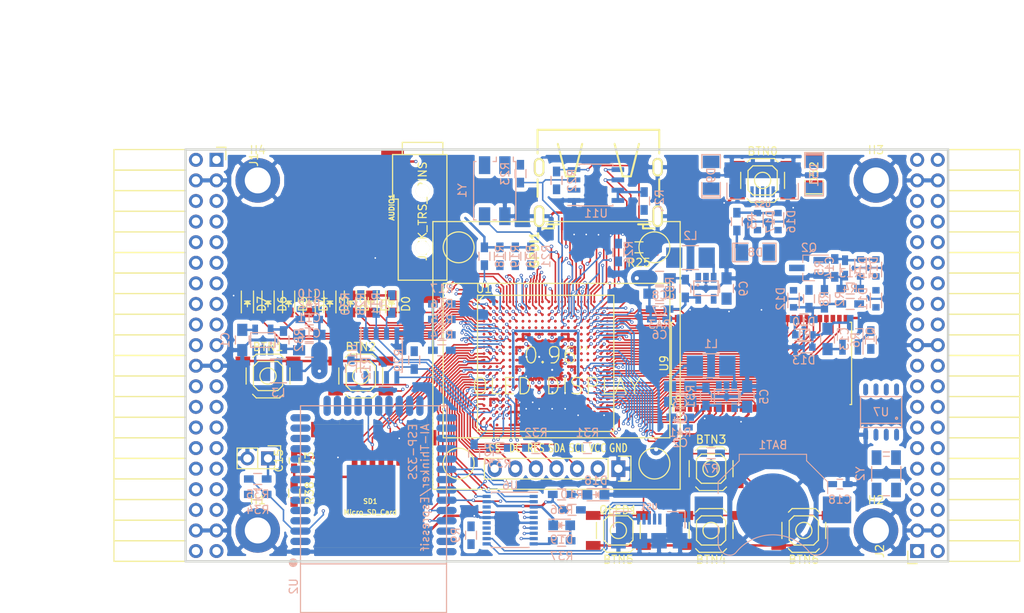
<source format=kicad_pcb>
(kicad_pcb (version 4) (host pcbnew 4.0.5+dfsg1-4)
  (layers (0 F.Cu signal) (1 In1.Cu signal) (2 In2.Cu signal) (31 B.Cu signal) (34 B.Paste user) (35 F.Paste user) (36 B.SilkS user) (37 F.SilkS user) (38 B.Mask user) (39 F.Mask user) (44 Edge.Cuts user))
  (net 0 "")
  (net 1 GND)
  (net 2 +5V)
  (net 3 /gpio/IN5V)
  (net 4 /gpio/OUT5V)
  (net 5 +3V3)
  (net 6 "Net-(L1-Pad1)")
  (net 7 "Net-(L2-Pad1)")
  (net 8 +1V2)
  (net 9 BTN_D)
  (net 10 BTN_F1)
  (net 11 BTN_F2)
  (net 12 BTN_L)
  (net 13 BTN_R)
  (net 14 BTN_U)
  (net 15 /power/FB1)
  (net 16 +2V5)
  (net 17 "Net-(L3-Pad1)")
  (net 18 /power/PWREN)
  (net 19 /power/FB3)
  (net 20 /power/FB2)
  (net 21 "Net-(D9-Pad1)")
  (net 22 /power/VBAT)
  (net 23 JTAG_TDI)
  (net 24 JTAG_TCK)
  (net 25 JTAG_TMS)
  (net 26 JTAG_TDO)
  (net 27 /power/WAKEUPn)
  (net 28 /power/WKUP)
  (net 29 /power/SHUT)
  (net 30 /power/WAKE)
  (net 31 /power/HOLD)
  (net 32 /power/WKn)
  (net 33 /power/OSCI_32k)
  (net 34 /power/OSCO_32k)
  (net 35 "Net-(Q2-Pad3)")
  (net 36 SHUTDOWN)
  (net 37 /analog/AUDIO_L)
  (net 38 /analog/AUDIO_R)
  (net 39 GPDI_5V_SCL)
  (net 40 GPDI_5V_SDA)
  (net 41 GPDI_SDA)
  (net 42 GPDI_SCL)
  (net 43 /gpdi/VREF2)
  (net 44 /blinkey/BTNPU)
  (net 45 SD_CMD)
  (net 46 SD_CLK)
  (net 47 SD_D0)
  (net 48 SD_D1)
  (net 49 USB5V)
  (net 50 "Net-(BTN0-Pad1)")
  (net 51 GPDI_CEC)
  (net 52 nRESET)
  (net 53 FTDI_nDTR)
  (net 54 SDRAM_CKE)
  (net 55 SDRAM_A7)
  (net 56 SDRAM_D15)
  (net 57 SDRAM_BA1)
  (net 58 SDRAM_D7)
  (net 59 SDRAM_A6)
  (net 60 SDRAM_CLK)
  (net 61 SDRAM_D13)
  (net 62 SDRAM_BA0)
  (net 63 SDRAM_D6)
  (net 64 SDRAM_A5)
  (net 65 SDRAM_D14)
  (net 66 SDRAM_A11)
  (net 67 SDRAM_D12)
  (net 68 SDRAM_D5)
  (net 69 SDRAM_A4)
  (net 70 SDRAM_A10)
  (net 71 SDRAM_D11)
  (net 72 SDRAM_A3)
  (net 73 SDRAM_D4)
  (net 74 SDRAM_D10)
  (net 75 SDRAM_D9)
  (net 76 SDRAM_A9)
  (net 77 SDRAM_D3)
  (net 78 SDRAM_D8)
  (net 79 SDRAM_A8)
  (net 80 SDRAM_A2)
  (net 81 SDRAM_A1)
  (net 82 SDRAM_A0)
  (net 83 SDRAM_D2)
  (net 84 SDRAM_D1)
  (net 85 SDRAM_D0)
  (net 86 SDRAM_DQM0)
  (net 87 SDRAM_nCS)
  (net 88 SDRAM_nRAS)
  (net 89 SDRAM_DQM1)
  (net 90 SDRAM_nCAS)
  (net 91 SDRAM_nWE)
  (net 92 /flash/FLASH_nWP)
  (net 93 /flash/FLASH_nHOLD)
  (net 94 /flash/FLASH_MOSI)
  (net 95 /flash/FLASH_MISO)
  (net 96 /flash/FLASH_SCK)
  (net 97 /flash/FLASH_nCS)
  (net 98 /flash/FPGA_PROGRAMN)
  (net 99 /flash/FPGA_DONE)
  (net 100 /flash/FPGA_INITN)
  (net 101 OLED_RES)
  (net 102 OLED_DC)
  (net 103 OLED_CS)
  (net 104 WIFI_EN)
  (net 105 FTDI_nRTS)
  (net 106 WIFI_GPIO2)
  (net 107 FTDI_TXD)
  (net 108 FTDI_RXD)
  (net 109 WIFI_RXD)
  (net 110 WIFI_GPIO0)
  (net 111 WIFI_TXD)
  (net 112 /gpdi/CLK_25MHz)
  (net 113 GPDI_ETH-)
  (net 114 GPDI_ETH+)
  (net 115 GPDI_D2+)
  (net 116 GPDI_D2-)
  (net 117 GPDI_D1+)
  (net 118 GPDI_D1-)
  (net 119 GPDI_D0+)
  (net 120 GPDI_D0-)
  (net 121 GPDI_CLK+)
  (net 122 GPDI_CLK-)
  (net 123 USB_FPGA_D+)
  (net 124 USB_FPGA_D-)
  (net 125 USB_FTDI_D+)
  (net 126 USB_FTDI_D-)
  (net 127 J1_17-)
  (net 128 J1_17+)
  (net 129 J1_23-)
  (net 130 J1_23+)
  (net 131 J1_25-)
  (net 132 J1_25+)
  (net 133 J1_27-)
  (net 134 J1_27+)
  (net 135 J1_29-)
  (net 136 J1_29+)
  (net 137 J1_31-)
  (net 138 J1_31+)
  (net 139 J1_33-)
  (net 140 J1_33+)
  (net 141 J1_35-)
  (net 142 J1_35+)
  (net 143 J2_5-)
  (net 144 J2_5+)
  (net 145 J2_7-)
  (net 146 J2_7+)
  (net 147 J2_9-)
  (net 148 J2_9+)
  (net 149 J2_13-)
  (net 150 J2_13+)
  (net 151 J2_17-)
  (net 152 J2_17+)
  (net 153 J2_11-)
  (net 154 J2_11+)
  (net 155 J2_23-)
  (net 156 J2_23+)
  (net 157 J1_5-)
  (net 158 J1_5+)
  (net 159 J1_7-)
  (net 160 J1_7+)
  (net 161 J1_9-)
  (net 162 J1_9+)
  (net 163 J1_11-)
  (net 164 J1_11+)
  (net 165 J1_13-)
  (net 166 J1_13+)
  (net 167 J1_15-)
  (net 168 J1_15+)
  (net 169 J2_15-)
  (net 170 J2_15+)
  (net 171 J2_25-)
  (net 172 J2_25+)
  (net 173 J2_27-)
  (net 174 J2_27+)
  (net 175 J2_29-)
  (net 176 J2_29+)
  (net 177 J2_31-)
  (net 178 J2_31+)
  (net 179 J2_33-)
  (net 180 J2_33+)
  (net 181 J2_35-)
  (net 182 J2_35+)
  (net 183 SD_D3)
  (net 184 AUDIO_L3)
  (net 185 AUDIO_L2)
  (net 186 AUDIO_L1)
  (net 187 AUDIO_L0)
  (net 188 AUDIO_R3)
  (net 189 AUDIO_R2)
  (net 190 AUDIO_R1)
  (net 191 AUDIO_R0)
  (net 192 OLED_CLK)
  (net 193 OLED_MOSI)
  (net 194 WIFI_GPIO15)
  (net 195 LED0)
  (net 196 LED1)
  (net 197 LED2)
  (net 198 LED3)
  (net 199 LED4)
  (net 200 LED5)
  (net 201 LED6)
  (net 202 LED7)
  (net 203 BTN_PWRn)
  (net 204 "Net-(J3-Pad1)")
  (net 205 FTDI_nTXLED)
  (net 206 FTDI_nSLEEP)
  (net 207 /blinkey/LED_PWREN)
  (net 208 /blinkey/LED_TXLED)
  (net 209 FT3V3)
  (net 210 /sdcard/SD3V3)
  (net 211 SD_D2)
  (net 212 FTDI_nSUSPEND)
  (module lfe5bg381:BGA-381_pitch0.8mm_dia0.4mm (layer F.Cu) (at 138.48 87.8)
    (fp_text reference U1 (at -7.6 -9.2) (layer F.SilkS))
    (fp_text value LFE5U-25F-6BG381C)
    (pad A2 smd circle (at -6.8 -7.6) (size 0.35 0.35) (layers F.Cu F.Paste F.Mask) (net 134 J1_27+))
    (pad A3 smd circle (at -6 -7.6) (size 0.35 0.35) (layers F.Cu F.Paste F.Mask) (net 188 AUDIO_R3))
    (pad A4 smd circle (at -5.2 -7.6) (size 0.35 0.35) (layers F.Cu F.Paste F.Mask) (net 132 J1_25+))
    (pad A5 smd circle (at -4.4 -7.6) (size 0.35 0.35) (layers F.Cu F.Paste F.Mask) (net 131 J1_25-))
    (pad A6 smd circle (at -3.6 -7.6) (size 0.35 0.35) (layers F.Cu F.Paste F.Mask) (net 130 J1_23+))
    (pad A7 smd circle (at -2.8 -7.6) (size 0.35 0.35) (layers F.Cu F.Paste F.Mask) (net 166 J1_13+))
    (pad A8 smd circle (at -2 -7.6) (size 0.35 0.35) (layers F.Cu F.Paste F.Mask) (net 165 J1_13-))
    (pad A9 smd circle (at -1.2 -7.6) (size 0.35 0.35) (layers F.Cu F.Paste F.Mask) (net 161 J1_9-))
    (pad A10 smd circle (at -0.4 -7.6) (size 0.35 0.35) (layers F.Cu F.Paste F.Mask) (net 160 J1_7+))
    (pad A11 smd circle (at 0.4 -7.6) (size 0.35 0.35) (layers F.Cu F.Paste F.Mask) (net 159 J1_7-))
    (pad A12 smd circle (at 1.2 -7.6) (size 0.35 0.35) (layers F.Cu F.Paste F.Mask) (net 114 GPDI_ETH+))
    (pad A13 smd circle (at 2 -7.6) (size 0.35 0.35) (layers F.Cu F.Paste F.Mask) (net 113 GPDI_ETH-))
    (pad A14 smd circle (at 2.8 -7.6) (size 0.35 0.35) (layers F.Cu F.Paste F.Mask) (net 115 GPDI_D2+))
    (pad A15 smd circle (at 3.6 -7.6) (size 0.35 0.35) (layers F.Cu F.Paste F.Mask))
    (pad A16 smd circle (at 4.4 -7.6) (size 0.35 0.35) (layers F.Cu F.Paste F.Mask) (net 117 GPDI_D1+))
    (pad A17 smd circle (at 5.2 -7.6) (size 0.35 0.35) (layers F.Cu F.Paste F.Mask) (net 119 GPDI_D0+))
    (pad A18 smd circle (at 6 -7.6) (size 0.35 0.35) (layers F.Cu F.Paste F.Mask) (net 121 GPDI_CLK+))
    (pad A19 smd circle (at 6.8 -7.6) (size 0.35 0.35) (layers F.Cu F.Paste F.Mask) (net 51 GPDI_CEC))
    (pad B1 smd circle (at -7.6 -6.8) (size 0.35 0.35) (layers F.Cu F.Paste F.Mask) (net 133 J1_27-))
    (pad B2 smd circle (at -6.8 -6.8) (size 0.35 0.35) (layers F.Cu F.Paste F.Mask) (net 195 LED0))
    (pad B3 smd circle (at -6 -6.8) (size 0.35 0.35) (layers F.Cu F.Paste F.Mask) (net 187 AUDIO_L0))
    (pad B4 smd circle (at -5.2 -6.8) (size 0.35 0.35) (layers F.Cu F.Paste F.Mask) (net 135 J1_29-))
    (pad B5 smd circle (at -4.4 -6.8) (size 0.35 0.35) (layers F.Cu F.Paste F.Mask) (net 189 AUDIO_R2))
    (pad B6 smd circle (at -3.6 -6.8) (size 0.35 0.35) (layers F.Cu F.Paste F.Mask) (net 129 J1_23-))
    (pad B7 smd circle (at -2.8 -6.8) (size 0.35 0.35) (layers F.Cu F.Paste F.Mask) (net 1 GND))
    (pad B8 smd circle (at -2 -6.8) (size 0.35 0.35) (layers F.Cu F.Paste F.Mask) (net 167 J1_15-))
    (pad B9 smd circle (at -1.2 -6.8) (size 0.35 0.35) (layers F.Cu F.Paste F.Mask) (net 164 J1_11+))
    (pad B10 smd circle (at -0.4 -6.8) (size 0.35 0.35) (layers F.Cu F.Paste F.Mask) (net 162 J1_9+))
    (pad B11 smd circle (at 0.4 -6.8) (size 0.35 0.35) (layers F.Cu F.Paste F.Mask) (net 158 J1_5+))
    (pad B12 smd circle (at 1.2 -6.8) (size 0.35 0.35) (layers F.Cu F.Paste F.Mask) (net 112 /gpdi/CLK_25MHz))
    (pad B13 smd circle (at 2 -6.8) (size 0.35 0.35) (layers F.Cu F.Paste F.Mask) (net 180 J2_33+))
    (pad B14 smd circle (at 2.8 -6.8) (size 0.35 0.35) (layers F.Cu F.Paste F.Mask) (net 1 GND))
    (pad B15 smd circle (at 3.6 -6.8) (size 0.35 0.35) (layers F.Cu F.Paste F.Mask) (net 178 J2_31+))
    (pad B16 smd circle (at 4.4 -6.8) (size 0.35 0.35) (layers F.Cu F.Paste F.Mask) (net 118 GPDI_D1-))
    (pad B17 smd circle (at 5.2 -6.8) (size 0.35 0.35) (layers F.Cu F.Paste F.Mask) (net 174 J2_27+))
    (pad B18 smd circle (at 6 -6.8) (size 0.35 0.35) (layers F.Cu F.Paste F.Mask) (net 120 GPDI_D0-))
    (pad B19 smd circle (at 6.8 -6.8) (size 0.35 0.35) (layers F.Cu F.Paste F.Mask) (net 122 GPDI_CLK-))
    (pad B20 smd circle (at 7.6 -6.8) (size 0.35 0.35) (layers F.Cu F.Paste F.Mask) (net 41 GPDI_SDA))
    (pad C1 smd circle (at -7.6 -6) (size 0.35 0.35) (layers F.Cu F.Paste F.Mask) (net 197 LED2))
    (pad C2 smd circle (at -6.8 -6) (size 0.35 0.35) (layers F.Cu F.Paste F.Mask) (net 196 LED1))
    (pad C3 smd circle (at -6 -6) (size 0.35 0.35) (layers F.Cu F.Paste F.Mask) (net 185 AUDIO_L2))
    (pad C4 smd circle (at -5.2 -6) (size 0.35 0.35) (layers F.Cu F.Paste F.Mask) (net 136 J1_29+))
    (pad C5 smd circle (at -4.4 -6) (size 0.35 0.35) (layers F.Cu F.Paste F.Mask) (net 190 AUDIO_R1))
    (pad C6 smd circle (at -3.6 -6) (size 0.35 0.35) (layers F.Cu F.Paste F.Mask) (net 128 J1_17+))
    (pad C7 smd circle (at -2.8 -6) (size 0.35 0.35) (layers F.Cu F.Paste F.Mask) (net 127 J1_17-))
    (pad C8 smd circle (at -2 -6) (size 0.35 0.35) (layers F.Cu F.Paste F.Mask) (net 168 J1_15+))
    (pad C9 smd circle (at -1.2 -6) (size 0.35 0.35) (layers F.Cu F.Paste F.Mask))
    (pad C10 smd circle (at -0.4 -6) (size 0.35 0.35) (layers F.Cu F.Paste F.Mask) (net 163 J1_11-))
    (pad C11 smd circle (at 0.4 -6) (size 0.35 0.35) (layers F.Cu F.Paste F.Mask) (net 157 J1_5-))
    (pad C12 smd circle (at 1.2 -6) (size 0.35 0.35) (layers F.Cu F.Paste F.Mask) (net 42 GPDI_SCL))
    (pad C13 smd circle (at 2 -6) (size 0.35 0.35) (layers F.Cu F.Paste F.Mask) (net 179 J2_33-))
    (pad C14 smd circle (at 2.8 -6) (size 0.35 0.35) (layers F.Cu F.Paste F.Mask) (net 116 GPDI_D2-))
    (pad C15 smd circle (at 3.6 -6) (size 0.35 0.35) (layers F.Cu F.Paste F.Mask) (net 177 J2_31-))
    (pad C16 smd circle (at 4.4 -6) (size 0.35 0.35) (layers F.Cu F.Paste F.Mask) (net 176 J2_29+))
    (pad C17 smd circle (at 5.2 -6) (size 0.35 0.35) (layers F.Cu F.Paste F.Mask) (net 173 J2_27-))
    (pad C18 smd circle (at 6 -6) (size 0.35 0.35) (layers F.Cu F.Paste F.Mask) (net 156 J2_23+))
    (pad C19 smd circle (at 6.8 -6) (size 0.35 0.35) (layers F.Cu F.Paste F.Mask) (net 1 GND))
    (pad C20 smd circle (at 7.6 -6) (size 0.35 0.35) (layers F.Cu F.Paste F.Mask) (net 56 SDRAM_D15))
    (pad D1 smd circle (at -7.6 -5.2) (size 0.35 0.35) (layers F.Cu F.Paste F.Mask) (net 199 LED4))
    (pad D2 smd circle (at -6.8 -5.2) (size 0.35 0.35) (layers F.Cu F.Paste F.Mask) (net 198 LED3))
    (pad D3 smd circle (at -6 -5.2) (size 0.35 0.35) (layers F.Cu F.Paste F.Mask) (net 186 AUDIO_L1))
    (pad D4 smd circle (at -5.2 -5.2) (size 0.35 0.35) (layers F.Cu F.Paste F.Mask) (net 1 GND))
    (pad D5 smd circle (at -4.4 -5.2) (size 0.35 0.35) (layers F.Cu F.Paste F.Mask))
    (pad D6 smd circle (at -3.6 -5.2) (size 0.35 0.35) (layers F.Cu F.Paste F.Mask) (net 203 BTN_PWRn))
    (pad D7 smd circle (at -2.8 -5.2) (size 0.35 0.35) (layers F.Cu F.Paste F.Mask))
    (pad D8 smd circle (at -2 -5.2) (size 0.35 0.35) (layers F.Cu F.Paste F.Mask))
    (pad D9 smd circle (at -1.2 -5.2) (size 0.35 0.35) (layers F.Cu F.Paste F.Mask))
    (pad D10 smd circle (at -0.4 -5.2) (size 0.35 0.35) (layers F.Cu F.Paste F.Mask))
    (pad D11 smd circle (at 0.4 -5.2) (size 0.35 0.35) (layers F.Cu F.Paste F.Mask) (net 14 BTN_U))
    (pad D12 smd circle (at 1.2 -5.2) (size 0.35 0.35) (layers F.Cu F.Paste F.Mask))
    (pad D13 smd circle (at 2 -5.2) (size 0.35 0.35) (layers F.Cu F.Paste F.Mask) (net 182 J2_35+))
    (pad D14 smd circle (at 2.8 -5.2) (size 0.35 0.35) (layers F.Cu F.Paste F.Mask))
    (pad D15 smd circle (at 3.6 -5.2) (size 0.35 0.35) (layers F.Cu F.Paste F.Mask) (net 172 J2_25+))
    (pad D16 smd circle (at 4.4 -5.2) (size 0.35 0.35) (layers F.Cu F.Paste F.Mask) (net 175 J2_29-))
    (pad D17 smd circle (at 5.2 -5.2) (size 0.35 0.35) (layers F.Cu F.Paste F.Mask) (net 155 J2_23-))
    (pad D18 smd circle (at 6 -5.2) (size 0.35 0.35) (layers F.Cu F.Paste F.Mask) (net 152 J2_17+))
    (pad D19 smd circle (at 6.8 -5.2) (size 0.35 0.35) (layers F.Cu F.Paste F.Mask) (net 65 SDRAM_D14))
    (pad D20 smd circle (at 7.6 -5.2) (size 0.35 0.35) (layers F.Cu F.Paste F.Mask) (net 61 SDRAM_D13))
    (pad E1 smd circle (at -7.6 -4.4) (size 0.35 0.35) (layers F.Cu F.Paste F.Mask) (net 201 LED6))
    (pad E2 smd circle (at -6.8 -4.4) (size 0.35 0.35) (layers F.Cu F.Paste F.Mask) (net 200 LED5))
    (pad E3 smd circle (at -6 -4.4) (size 0.35 0.35) (layers F.Cu F.Paste F.Mask) (net 137 J1_31-))
    (pad E4 smd circle (at -5.2 -4.4) (size 0.35 0.35) (layers F.Cu F.Paste F.Mask))
    (pad E5 smd circle (at -4.4 -4.4) (size 0.35 0.35) (layers F.Cu F.Paste F.Mask) (net 184 AUDIO_L3))
    (pad E6 smd circle (at -3.6 -4.4) (size 0.35 0.35) (layers F.Cu F.Paste F.Mask))
    (pad E7 smd circle (at -2.8 -4.4) (size 0.35 0.35) (layers F.Cu F.Paste F.Mask))
    (pad E8 smd circle (at -2 -4.4) (size 0.35 0.35) (layers F.Cu F.Paste F.Mask))
    (pad E9 smd circle (at -1.2 -4.4) (size 0.35 0.35) (layers F.Cu F.Paste F.Mask))
    (pad E10 smd circle (at -0.4 -4.4) (size 0.35 0.35) (layers F.Cu F.Paste F.Mask))
    (pad E11 smd circle (at 0.4 -4.4) (size 0.35 0.35) (layers F.Cu F.Paste F.Mask))
    (pad E12 smd circle (at 1.2 -4.4) (size 0.35 0.35) (layers F.Cu F.Paste F.Mask))
    (pad E13 smd circle (at 2 -4.4) (size 0.35 0.35) (layers F.Cu F.Paste F.Mask) (net 181 J2_35-))
    (pad E14 smd circle (at 2.8 -4.4) (size 0.35 0.35) (layers F.Cu F.Paste F.Mask))
    (pad E15 smd circle (at 3.6 -4.4) (size 0.35 0.35) (layers F.Cu F.Paste F.Mask) (net 171 J2_25-))
    (pad E16 smd circle (at 4.4 -4.4) (size 0.35 0.35) (layers F.Cu F.Paste F.Mask))
    (pad E17 smd circle (at 5.2 -4.4) (size 0.35 0.35) (layers F.Cu F.Paste F.Mask) (net 151 J2_17-))
    (pad E18 smd circle (at 6 -4.4) (size 0.35 0.35) (layers F.Cu F.Paste F.Mask) (net 73 SDRAM_D4))
    (pad E19 smd circle (at 6.8 -4.4) (size 0.35 0.35) (layers F.Cu F.Paste F.Mask) (net 67 SDRAM_D12))
    (pad E20 smd circle (at 7.6 -4.4) (size 0.35 0.35) (layers F.Cu F.Paste F.Mask) (net 71 SDRAM_D11))
    (pad F1 smd circle (at -7.6 -3.6) (size 0.35 0.35) (layers F.Cu F.Paste F.Mask))
    (pad F2 smd circle (at -6.8 -3.6) (size 0.35 0.35) (layers F.Cu F.Paste F.Mask) (net 202 LED7))
    (pad F3 smd circle (at -6 -3.6) (size 0.35 0.35) (layers F.Cu F.Paste F.Mask) (net 139 J1_33-))
    (pad F4 smd circle (at -5.2 -3.6) (size 0.35 0.35) (layers F.Cu F.Paste F.Mask) (net 138 J1_31+))
    (pad F5 smd circle (at -4.4 -3.6) (size 0.35 0.35) (layers F.Cu F.Paste F.Mask) (net 191 AUDIO_R0))
    (pad F6 smd circle (at -3.6 -3.6) (size 0.35 0.35) (layers F.Cu F.Paste F.Mask) (net 16 +2V5))
    (pad F7 smd circle (at -2.8 -3.6) (size 0.35 0.35) (layers F.Cu F.Paste F.Mask) (net 1 GND))
    (pad F8 smd circle (at -2 -3.6) (size 0.35 0.35) (layers F.Cu F.Paste F.Mask) (net 1 GND))
    (pad F9 smd circle (at -1.2 -3.6) (size 0.35 0.35) (layers F.Cu F.Paste F.Mask) (net 5 +3V3))
    (pad F10 smd circle (at -0.4 -3.6) (size 0.35 0.35) (layers F.Cu F.Paste F.Mask) (net 5 +3V3))
    (pad F11 smd circle (at 0.4 -3.6) (size 0.35 0.35) (layers F.Cu F.Paste F.Mask) (net 5 +3V3))
    (pad F12 smd circle (at 1.2 -3.6) (size 0.35 0.35) (layers F.Cu F.Paste F.Mask) (net 5 +3V3))
    (pad F13 smd circle (at 2 -3.6) (size 0.35 0.35) (layers F.Cu F.Paste F.Mask) (net 1 GND))
    (pad F14 smd circle (at 2.8 -3.6) (size 0.35 0.35) (layers F.Cu F.Paste F.Mask) (net 1 GND))
    (pad F15 smd circle (at 3.6 -3.6) (size 0.35 0.35) (layers F.Cu F.Paste F.Mask) (net 16 +2V5))
    (pad F16 smd circle (at 4.4 -3.6) (size 0.35 0.35) (layers F.Cu F.Paste F.Mask))
    (pad F17 smd circle (at 5.2 -3.6) (size 0.35 0.35) (layers F.Cu F.Paste F.Mask) (net 170 J2_15+))
    (pad F18 smd circle (at 6 -3.6) (size 0.35 0.35) (layers F.Cu F.Paste F.Mask) (net 68 SDRAM_D5))
    (pad F19 smd circle (at 6.8 -3.6) (size 0.35 0.35) (layers F.Cu F.Paste F.Mask) (net 74 SDRAM_D10))
    (pad F20 smd circle (at 7.6 -3.6) (size 0.35 0.35) (layers F.Cu F.Paste F.Mask) (net 75 SDRAM_D9))
    (pad G1 smd circle (at -7.6 -2.8) (size 0.35 0.35) (layers F.Cu F.Paste F.Mask))
    (pad G2 smd circle (at -6.8 -2.8) (size 0.35 0.35) (layers F.Cu F.Paste F.Mask) (net 104 WIFI_EN))
    (pad G3 smd circle (at -6 -2.8) (size 0.35 0.35) (layers F.Cu F.Paste F.Mask) (net 140 J1_33+))
    (pad G4 smd circle (at -5.2 -2.8) (size 0.35 0.35) (layers F.Cu F.Paste F.Mask) (net 1 GND))
    (pad G5 smd circle (at -4.4 -2.8) (size 0.35 0.35) (layers F.Cu F.Paste F.Mask) (net 141 J1_35-))
    (pad G6 smd circle (at -3.6 -2.8) (size 0.35 0.35) (layers F.Cu F.Paste F.Mask) (net 1 GND))
    (pad G7 smd circle (at -2.8 -2.8) (size 0.35 0.35) (layers F.Cu F.Paste F.Mask) (net 1 GND))
    (pad G8 smd circle (at -2 -2.8) (size 0.35 0.35) (layers F.Cu F.Paste F.Mask) (net 1 GND))
    (pad G9 smd circle (at -1.2 -2.8) (size 0.35 0.35) (layers F.Cu F.Paste F.Mask) (net 1 GND))
    (pad G10 smd circle (at -0.4 -2.8) (size 0.35 0.35) (layers F.Cu F.Paste F.Mask) (net 1 GND))
    (pad G11 smd circle (at 0.4 -2.8) (size 0.35 0.35) (layers F.Cu F.Paste F.Mask) (net 1 GND))
    (pad G12 smd circle (at 1.2 -2.8) (size 0.35 0.35) (layers F.Cu F.Paste F.Mask) (net 1 GND))
    (pad G13 smd circle (at 2 -2.8) (size 0.35 0.35) (layers F.Cu F.Paste F.Mask) (net 1 GND))
    (pad G14 smd circle (at 2.8 -2.8) (size 0.35 0.35) (layers F.Cu F.Paste F.Mask) (net 1 GND))
    (pad G15 smd circle (at 3.6 -2.8) (size 0.35 0.35) (layers F.Cu F.Paste F.Mask) (net 1 GND))
    (pad G16 smd circle (at 4.4 -2.8) (size 0.35 0.35) (layers F.Cu F.Paste F.Mask))
    (pad G17 smd circle (at 5.2 -2.8) (size 0.35 0.35) (layers F.Cu F.Paste F.Mask) (net 1 GND))
    (pad G18 smd circle (at 6 -2.8) (size 0.35 0.35) (layers F.Cu F.Paste F.Mask) (net 169 J2_15-))
    (pad G19 smd circle (at 6.8 -2.8) (size 0.35 0.35) (layers F.Cu F.Paste F.Mask) (net 78 SDRAM_D8))
    (pad G20 smd circle (at 7.6 -2.8) (size 0.35 0.35) (layers F.Cu F.Paste F.Mask) (net 89 SDRAM_DQM1))
    (pad H1 smd circle (at -7.6 -2) (size 0.35 0.35) (layers F.Cu F.Paste F.Mask) (net 183 SD_D3))
    (pad H2 smd circle (at -6.8 -2) (size 0.35 0.35) (layers F.Cu F.Paste F.Mask) (net 211 SD_D2))
    (pad H3 smd circle (at -6 -2) (size 0.35 0.35) (layers F.Cu F.Paste F.Mask))
    (pad H4 smd circle (at -5.2 -2) (size 0.35 0.35) (layers F.Cu F.Paste F.Mask) (net 142 J1_35+))
    (pad H5 smd circle (at -4.4 -2) (size 0.35 0.35) (layers F.Cu F.Paste F.Mask))
    (pad H6 smd circle (at -3.6 -2) (size 0.35 0.35) (layers F.Cu F.Paste F.Mask) (net 5 +3V3))
    (pad H7 smd circle (at -2.8 -2) (size 0.35 0.35) (layers F.Cu F.Paste F.Mask) (net 5 +3V3))
    (pad H8 smd circle (at -2 -2) (size 0.35 0.35) (layers F.Cu F.Paste F.Mask) (net 8 +1V2))
    (pad H9 smd circle (at -1.2 -2) (size 0.35 0.35) (layers F.Cu F.Paste F.Mask) (net 8 +1V2))
    (pad H10 smd circle (at -0.4 -2) (size 0.35 0.35) (layers F.Cu F.Paste F.Mask) (net 8 +1V2))
    (pad H11 smd circle (at 0.4 -2) (size 0.35 0.35) (layers F.Cu F.Paste F.Mask) (net 8 +1V2))
    (pad H12 smd circle (at 1.2 -2) (size 0.35 0.35) (layers F.Cu F.Paste F.Mask) (net 8 +1V2))
    (pad H13 smd circle (at 2 -2) (size 0.35 0.35) (layers F.Cu F.Paste F.Mask) (net 8 +1V2))
    (pad H14 smd circle (at 2.8 -2) (size 0.35 0.35) (layers F.Cu F.Paste F.Mask) (net 5 +3V3))
    (pad H15 smd circle (at 3.6 -2) (size 0.35 0.35) (layers F.Cu F.Paste F.Mask) (net 5 +3V3))
    (pad H16 smd circle (at 4.4 -2) (size 0.35 0.35) (layers F.Cu F.Paste F.Mask))
    (pad H17 smd circle (at 5.2 -2) (size 0.35 0.35) (layers F.Cu F.Paste F.Mask) (net 149 J2_13-))
    (pad H18 smd circle (at 6 -2) (size 0.35 0.35) (layers F.Cu F.Paste F.Mask) (net 150 J2_13+))
    (pad H19 smd circle (at 6.8 -2) (size 0.35 0.35) (layers F.Cu F.Paste F.Mask) (net 1 GND))
    (pad H20 smd circle (at 7.6 -2) (size 0.35 0.35) (layers F.Cu F.Paste F.Mask) (net 60 SDRAM_CLK))
    (pad J1 smd circle (at -7.6 -1.2) (size 0.35 0.35) (layers F.Cu F.Paste F.Mask) (net 46 SD_CLK))
    (pad J2 smd circle (at -6.8 -1.2) (size 0.35 0.35) (layers F.Cu F.Paste F.Mask) (net 1 GND))
    (pad J3 smd circle (at -6 -1.2) (size 0.35 0.35) (layers F.Cu F.Paste F.Mask) (net 45 SD_CMD))
    (pad J4 smd circle (at -5.2 -1.2) (size 0.35 0.35) (layers F.Cu F.Paste F.Mask) (net 106 WIFI_GPIO2))
    (pad J5 smd circle (at -4.4 -1.2) (size 0.35 0.35) (layers F.Cu F.Paste F.Mask))
    (pad J6 smd circle (at -3.6 -1.2) (size 0.35 0.35) (layers F.Cu F.Paste F.Mask) (net 5 +3V3))
    (pad J7 smd circle (at -2.8 -1.2) (size 0.35 0.35) (layers F.Cu F.Paste F.Mask) (net 1 GND))
    (pad J8 smd circle (at -2 -1.2) (size 0.35 0.35) (layers F.Cu F.Paste F.Mask) (net 8 +1V2))
    (pad J9 smd circle (at -1.2 -1.2) (size 0.35 0.35) (layers F.Cu F.Paste F.Mask) (net 1 GND))
    (pad J10 smd circle (at -0.4 -1.2) (size 0.35 0.35) (layers F.Cu F.Paste F.Mask) (net 1 GND))
    (pad J11 smd circle (at 0.4 -1.2) (size 0.35 0.35) (layers F.Cu F.Paste F.Mask) (net 1 GND))
    (pad J12 smd circle (at 1.2 -1.2) (size 0.35 0.35) (layers F.Cu F.Paste F.Mask) (net 1 GND))
    (pad J13 smd circle (at 2 -1.2) (size 0.35 0.35) (layers F.Cu F.Paste F.Mask) (net 8 +1V2))
    (pad J14 smd circle (at 2.8 -1.2) (size 0.35 0.35) (layers F.Cu F.Paste F.Mask) (net 1 GND))
    (pad J15 smd circle (at 3.6 -1.2) (size 0.35 0.35) (layers F.Cu F.Paste F.Mask) (net 5 +3V3))
    (pad J16 smd circle (at 4.4 -1.2) (size 0.35 0.35) (layers F.Cu F.Paste F.Mask))
    (pad J17 smd circle (at 5.2 -1.2) (size 0.35 0.35) (layers F.Cu F.Paste F.Mask))
    (pad J18 smd circle (at 6 -1.2) (size 0.35 0.35) (layers F.Cu F.Paste F.Mask) (net 77 SDRAM_D3))
    (pad J19 smd circle (at 6.8 -1.2) (size 0.35 0.35) (layers F.Cu F.Paste F.Mask) (net 54 SDRAM_CKE))
    (pad J20 smd circle (at 7.6 -1.2) (size 0.35 0.35) (layers F.Cu F.Paste F.Mask) (net 66 SDRAM_A11))
    (pad K1 smd circle (at -7.6 -0.4) (size 0.35 0.35) (layers F.Cu F.Paste F.Mask) (net 48 SD_D1))
    (pad K2 smd circle (at -6.8 -0.4) (size 0.35 0.35) (layers F.Cu F.Paste F.Mask) (net 47 SD_D0))
    (pad K3 smd circle (at -6 -0.4) (size 0.35 0.35) (layers F.Cu F.Paste F.Mask) (net 109 WIFI_RXD))
    (pad K4 smd circle (at -5.2 -0.4) (size 0.35 0.35) (layers F.Cu F.Paste F.Mask) (net 111 WIFI_TXD))
    (pad K5 smd circle (at -4.4 -0.4) (size 0.35 0.35) (layers F.Cu F.Paste F.Mask) (net 124 USB_FPGA_D-))
    (pad K6 smd circle (at -3.6 -0.4) (size 0.35 0.35) (layers F.Cu F.Paste F.Mask) (net 1 GND))
    (pad K7 smd circle (at -2.8 -0.4) (size 0.35 0.35) (layers F.Cu F.Paste F.Mask) (net 1 GND))
    (pad K8 smd circle (at -2 -0.4) (size 0.35 0.35) (layers F.Cu F.Paste F.Mask) (net 8 +1V2))
    (pad K9 smd circle (at -1.2 -0.4) (size 0.35 0.35) (layers F.Cu F.Paste F.Mask) (net 1 GND))
    (pad K10 smd circle (at -0.4 -0.4) (size 0.35 0.35) (layers F.Cu F.Paste F.Mask) (net 1 GND))
    (pad K11 smd circle (at 0.4 -0.4) (size 0.35 0.35) (layers F.Cu F.Paste F.Mask) (net 1 GND))
    (pad K12 smd circle (at 1.2 -0.4) (size 0.35 0.35) (layers F.Cu F.Paste F.Mask) (net 1 GND))
    (pad K13 smd circle (at 2 -0.4) (size 0.35 0.35) (layers F.Cu F.Paste F.Mask) (net 8 +1V2))
    (pad K14 smd circle (at 2.8 -0.4) (size 0.35 0.35) (layers F.Cu F.Paste F.Mask) (net 1 GND))
    (pad K15 smd circle (at 3.6 -0.4) (size 0.35 0.35) (layers F.Cu F.Paste F.Mask) (net 1 GND))
    (pad K16 smd circle (at 4.4 -0.4) (size 0.35 0.35) (layers F.Cu F.Paste F.Mask))
    (pad K17 smd circle (at 5.2 -0.4) (size 0.35 0.35) (layers F.Cu F.Paste F.Mask))
    (pad K18 smd circle (at 6 -0.4) (size 0.35 0.35) (layers F.Cu F.Paste F.Mask) (net 83 SDRAM_D2))
    (pad K19 smd circle (at 6.8 -0.4) (size 0.35 0.35) (layers F.Cu F.Paste F.Mask) (net 76 SDRAM_A9))
    (pad K20 smd circle (at 7.6 -0.4) (size 0.35 0.35) (layers F.Cu F.Paste F.Mask) (net 79 SDRAM_A8))
    (pad L1 smd circle (at -7.6 0.4) (size 0.35 0.35) (layers F.Cu F.Paste F.Mask))
    (pad L2 smd circle (at -6.8 0.4) (size 0.35 0.35) (layers F.Cu F.Paste F.Mask) (net 110 WIFI_GPIO0))
    (pad L3 smd circle (at -6 0.4) (size 0.35 0.35) (layers F.Cu F.Paste F.Mask))
    (pad L4 smd circle (at -5.2 0.4) (size 0.35 0.35) (layers F.Cu F.Paste F.Mask) (net 108 FTDI_RXD))
    (pad L5 smd circle (at -4.4 0.4) (size 0.35 0.35) (layers F.Cu F.Paste F.Mask) (net 123 USB_FPGA_D+))
    (pad L6 smd circle (at -3.6 0.4) (size 0.35 0.35) (layers F.Cu F.Paste F.Mask) (net 5 +3V3))
    (pad L7 smd circle (at -2.8 0.4) (size 0.35 0.35) (layers F.Cu F.Paste F.Mask) (net 5 +3V3))
    (pad L8 smd circle (at -2 0.4) (size 0.35 0.35) (layers F.Cu F.Paste F.Mask) (net 8 +1V2))
    (pad L9 smd circle (at -1.2 0.4) (size 0.35 0.35) (layers F.Cu F.Paste F.Mask) (net 1 GND))
    (pad L10 smd circle (at -0.4 0.4) (size 0.35 0.35) (layers F.Cu F.Paste F.Mask) (net 1 GND))
    (pad L11 smd circle (at 0.4 0.4) (size 0.35 0.35) (layers F.Cu F.Paste F.Mask) (net 1 GND))
    (pad L12 smd circle (at 1.2 0.4) (size 0.35 0.35) (layers F.Cu F.Paste F.Mask) (net 1 GND))
    (pad L13 smd circle (at 2 0.4) (size 0.35 0.35) (layers F.Cu F.Paste F.Mask) (net 8 +1V2))
    (pad L14 smd circle (at 2.8 0.4) (size 0.35 0.35) (layers F.Cu F.Paste F.Mask) (net 5 +3V3))
    (pad L15 smd circle (at 3.6 0.4) (size 0.35 0.35) (layers F.Cu F.Paste F.Mask) (net 5 +3V3))
    (pad L16 smd circle (at 4.4 0.4) (size 0.35 0.35) (layers F.Cu F.Paste F.Mask) (net 154 J2_11+))
    (pad L17 smd circle (at 5.2 0.4) (size 0.35 0.35) (layers F.Cu F.Paste F.Mask) (net 153 J2_11-))
    (pad L18 smd circle (at 6 0.4) (size 0.35 0.35) (layers F.Cu F.Paste F.Mask) (net 84 SDRAM_D1))
    (pad L19 smd circle (at 6.8 0.4) (size 0.35 0.35) (layers F.Cu F.Paste F.Mask) (net 55 SDRAM_A7))
    (pad L20 smd circle (at 7.6 0.4) (size 0.35 0.35) (layers F.Cu F.Paste F.Mask) (net 59 SDRAM_A6))
    (pad M1 smd circle (at -7.6 1.2) (size 0.35 0.35) (layers F.Cu F.Paste F.Mask) (net 107 FTDI_TXD))
    (pad M2 smd circle (at -6.8 1.2) (size 0.35 0.35) (layers F.Cu F.Paste F.Mask) (net 1 GND))
    (pad M3 smd circle (at -6 1.2) (size 0.35 0.35) (layers F.Cu F.Paste F.Mask) (net 105 FTDI_nRTS))
    (pad M4 smd circle (at -5.2 1.2) (size 0.35 0.35) (layers F.Cu F.Paste F.Mask))
    (pad M5 smd circle (at -4.4 1.2) (size 0.35 0.35) (layers F.Cu F.Paste F.Mask))
    (pad M6 smd circle (at -3.6 1.2) (size 0.35 0.35) (layers F.Cu F.Paste F.Mask) (net 5 +3V3))
    (pad M7 smd circle (at -2.8 1.2) (size 0.35 0.35) (layers F.Cu F.Paste F.Mask) (net 1 GND))
    (pad M8 smd circle (at -2 1.2) (size 0.35 0.35) (layers F.Cu F.Paste F.Mask) (net 8 +1V2))
    (pad M9 smd circle (at -1.2 1.2) (size 0.35 0.35) (layers F.Cu F.Paste F.Mask) (net 1 GND))
    (pad M10 smd circle (at -0.4 1.2) (size 0.35 0.35) (layers F.Cu F.Paste F.Mask) (net 1 GND))
    (pad M11 smd circle (at 0.4 1.2) (size 0.35 0.35) (layers F.Cu F.Paste F.Mask) (net 1 GND))
    (pad M12 smd circle (at 1.2 1.2) (size 0.35 0.35) (layers F.Cu F.Paste F.Mask) (net 1 GND))
    (pad M13 smd circle (at 2 1.2) (size 0.35 0.35) (layers F.Cu F.Paste F.Mask) (net 8 +1V2))
    (pad M14 smd circle (at 2.8 1.2) (size 0.35 0.35) (layers F.Cu F.Paste F.Mask) (net 1 GND))
    (pad M15 smd circle (at 3.6 1.2) (size 0.35 0.35) (layers F.Cu F.Paste F.Mask) (net 5 +3V3))
    (pad M16 smd circle (at 4.4 1.2) (size 0.35 0.35) (layers F.Cu F.Paste F.Mask) (net 1 GND))
    (pad M17 smd circle (at 5.2 1.2) (size 0.35 0.35) (layers F.Cu F.Paste F.Mask) (net 147 J2_9-))
    (pad M18 smd circle (at 6 1.2) (size 0.35 0.35) (layers F.Cu F.Paste F.Mask) (net 85 SDRAM_D0))
    (pad M19 smd circle (at 6.8 1.2) (size 0.35 0.35) (layers F.Cu F.Paste F.Mask) (net 64 SDRAM_A5))
    (pad M20 smd circle (at 7.6 1.2) (size 0.35 0.35) (layers F.Cu F.Paste F.Mask) (net 69 SDRAM_A4))
    (pad N1 smd circle (at -7.6 2) (size 0.35 0.35) (layers F.Cu F.Paste F.Mask) (net 53 FTDI_nDTR))
    (pad N2 smd circle (at -6.8 2) (size 0.35 0.35) (layers F.Cu F.Paste F.Mask) (net 103 OLED_CS))
    (pad N3 smd circle (at -6 2) (size 0.35 0.35) (layers F.Cu F.Paste F.Mask))
    (pad N4 smd circle (at -5.2 2) (size 0.35 0.35) (layers F.Cu F.Paste F.Mask) (net 194 WIFI_GPIO15))
    (pad N5 smd circle (at -4.4 2) (size 0.35 0.35) (layers F.Cu F.Paste F.Mask))
    (pad N6 smd circle (at -3.6 2) (size 0.35 0.35) (layers F.Cu F.Paste F.Mask) (net 1 GND))
    (pad N7 smd circle (at -2.8 2) (size 0.35 0.35) (layers F.Cu F.Paste F.Mask) (net 1 GND))
    (pad N8 smd circle (at -2 2) (size 0.35 0.35) (layers F.Cu F.Paste F.Mask) (net 8 +1V2))
    (pad N9 smd circle (at -1.2 2) (size 0.35 0.35) (layers F.Cu F.Paste F.Mask) (net 8 +1V2))
    (pad N10 smd circle (at -0.4 2) (size 0.35 0.35) (layers F.Cu F.Paste F.Mask) (net 8 +1V2))
    (pad N11 smd circle (at 0.4 2) (size 0.35 0.35) (layers F.Cu F.Paste F.Mask) (net 8 +1V2))
    (pad N12 smd circle (at 1.2 2) (size 0.35 0.35) (layers F.Cu F.Paste F.Mask) (net 8 +1V2))
    (pad N13 smd circle (at 2 2) (size 0.35 0.35) (layers F.Cu F.Paste F.Mask) (net 8 +1V2))
    (pad N14 smd circle (at 2.8 2) (size 0.35 0.35) (layers F.Cu F.Paste F.Mask) (net 1 GND))
    (pad N15 smd circle (at 3.6 2) (size 0.35 0.35) (layers F.Cu F.Paste F.Mask) (net 1 GND))
    (pad N16 smd circle (at 4.4 2) (size 0.35 0.35) (layers F.Cu F.Paste F.Mask) (net 148 J2_9+))
    (pad N17 smd circle (at 5.2 2) (size 0.35 0.35) (layers F.Cu F.Paste F.Mask) (net 146 J2_7+))
    (pad N18 smd circle (at 6 2) (size 0.35 0.35) (layers F.Cu F.Paste F.Mask) (net 63 SDRAM_D6))
    (pad N19 smd circle (at 6.8 2) (size 0.35 0.35) (layers F.Cu F.Paste F.Mask) (net 72 SDRAM_A3))
    (pad N20 smd circle (at 7.6 2) (size 0.35 0.35) (layers F.Cu F.Paste F.Mask) (net 80 SDRAM_A2))
    (pad P1 smd circle (at -7.6 2.8) (size 0.35 0.35) (layers F.Cu F.Paste F.Mask) (net 102 OLED_DC))
    (pad P2 smd circle (at -6.8 2.8) (size 0.35 0.35) (layers F.Cu F.Paste F.Mask) (net 101 OLED_RES))
    (pad P3 smd circle (at -6 2.8) (size 0.35 0.35) (layers F.Cu F.Paste F.Mask) (net 193 OLED_MOSI))
    (pad P4 smd circle (at -5.2 2.8) (size 0.35 0.35) (layers F.Cu F.Paste F.Mask) (net 192 OLED_CLK))
    (pad P5 smd circle (at -4.4 2.8) (size 0.35 0.35) (layers F.Cu F.Paste F.Mask))
    (pad P6 smd circle (at -3.6 2.8) (size 0.35 0.35) (layers F.Cu F.Paste F.Mask) (net 16 +2V5))
    (pad P7 smd circle (at -2.8 2.8) (size 0.35 0.35) (layers F.Cu F.Paste F.Mask) (net 1 GND))
    (pad P8 smd circle (at -2 2.8) (size 0.35 0.35) (layers F.Cu F.Paste F.Mask) (net 1 GND))
    (pad P9 smd circle (at -1.2 2.8) (size 0.35 0.35) (layers F.Cu F.Paste F.Mask) (net 5 +3V3))
    (pad P10 smd circle (at -0.4 2.8) (size 0.35 0.35) (layers F.Cu F.Paste F.Mask) (net 5 +3V3))
    (pad P11 smd circle (at 0.4 2.8) (size 0.35 0.35) (layers F.Cu F.Paste F.Mask) (net 1 GND))
    (pad P12 smd circle (at 1.2 2.8) (size 0.35 0.35) (layers F.Cu F.Paste F.Mask) (net 1 GND))
    (pad P13 smd circle (at 2 2.8) (size 0.35 0.35) (layers F.Cu F.Paste F.Mask) (net 1 GND))
    (pad P14 smd circle (at 2.8 2.8) (size 0.35 0.35) (layers F.Cu F.Paste F.Mask) (net 1 GND))
    (pad P15 smd circle (at 3.6 2.8) (size 0.35 0.35) (layers F.Cu F.Paste F.Mask) (net 16 +2V5))
    (pad P16 smd circle (at 4.4 2.8) (size 0.35 0.35) (layers F.Cu F.Paste F.Mask) (net 145 J2_7-))
    (pad P17 smd circle (at 5.2 2.8) (size 0.35 0.35) (layers F.Cu F.Paste F.Mask))
    (pad P18 smd circle (at 6 2.8) (size 0.35 0.35) (layers F.Cu F.Paste F.Mask) (net 58 SDRAM_D7))
    (pad P19 smd circle (at 6.8 2.8) (size 0.35 0.35) (layers F.Cu F.Paste F.Mask) (net 81 SDRAM_A1))
    (pad P20 smd circle (at 7.6 2.8) (size 0.35 0.35) (layers F.Cu F.Paste F.Mask) (net 82 SDRAM_A0))
    (pad R1 smd circle (at -7.6 3.6) (size 0.35 0.35) (layers F.Cu F.Paste F.Mask) (net 10 BTN_F1))
    (pad R2 smd circle (at -6.8 3.6) (size 0.35 0.35) (layers F.Cu F.Paste F.Mask) (net 97 /flash/FLASH_nCS))
    (pad R3 smd circle (at -6 3.6) (size 0.35 0.35) (layers F.Cu F.Paste F.Mask))
    (pad R4 smd circle (at -5.2 3.6) (size 0.35 0.35) (layers F.Cu F.Paste F.Mask) (net 1 GND))
    (pad R5 smd circle (at -4.4 3.6) (size 0.35 0.35) (layers F.Cu F.Paste F.Mask) (net 23 JTAG_TDI))
    (pad R16 smd circle (at 4.4 3.6) (size 0.35 0.35) (layers F.Cu F.Paste F.Mask))
    (pad R17 smd circle (at 5.2 3.6) (size 0.35 0.35) (layers F.Cu F.Paste F.Mask))
    (pad R18 smd circle (at 6 3.6) (size 0.35 0.35) (layers F.Cu F.Paste F.Mask) (net 86 SDRAM_DQM0))
    (pad R19 smd circle (at 6.8 3.6) (size 0.35 0.35) (layers F.Cu F.Paste F.Mask) (net 1 GND))
    (pad R20 smd circle (at 7.6 3.6) (size 0.35 0.35) (layers F.Cu F.Paste F.Mask) (net 70 SDRAM_A10))
    (pad T1 smd circle (at -7.6 4.4) (size 0.35 0.35) (layers F.Cu F.Paste F.Mask) (net 11 BTN_F2))
    (pad T2 smd circle (at -6.8 4.4) (size 0.35 0.35) (layers F.Cu F.Paste F.Mask) (net 5 +3V3))
    (pad T3 smd circle (at -6 4.4) (size 0.35 0.35) (layers F.Cu F.Paste F.Mask) (net 5 +3V3))
    (pad T4 smd circle (at -5.2 4.4) (size 0.35 0.35) (layers F.Cu F.Paste F.Mask) (net 5 +3V3))
    (pad T5 smd circle (at -4.4 4.4) (size 0.35 0.35) (layers F.Cu F.Paste F.Mask) (net 24 JTAG_TCK))
    (pad T6 smd circle (at -3.6 4.4) (size 0.35 0.35) (layers F.Cu F.Paste F.Mask) (net 1 GND))
    (pad T7 smd circle (at -2.8 4.4) (size 0.35 0.35) (layers F.Cu F.Paste F.Mask) (net 1 GND))
    (pad T8 smd circle (at -2 4.4) (size 0.35 0.35) (layers F.Cu F.Paste F.Mask) (net 1 GND))
    (pad T9 smd circle (at -1.2 4.4) (size 0.35 0.35) (layers F.Cu F.Paste F.Mask) (net 1 GND))
    (pad T10 smd circle (at -0.4 4.4) (size 0.35 0.35) (layers F.Cu F.Paste F.Mask) (net 1 GND))
    (pad T11 smd circle (at 0.4 4.4) (size 0.35 0.35) (layers F.Cu F.Paste F.Mask))
    (pad T12 smd circle (at 1.2 4.4) (size 0.35 0.35) (layers F.Cu F.Paste F.Mask))
    (pad T13 smd circle (at 2 4.4) (size 0.35 0.35) (layers F.Cu F.Paste F.Mask))
    (pad T14 smd circle (at 2.8 4.4) (size 0.35 0.35) (layers F.Cu F.Paste F.Mask))
    (pad T15 smd circle (at 3.6 4.4) (size 0.35 0.35) (layers F.Cu F.Paste F.Mask))
    (pad T16 smd circle (at 4.4 4.4) (size 0.35 0.35) (layers F.Cu F.Paste F.Mask))
    (pad T17 smd circle (at 5.2 4.4) (size 0.35 0.35) (layers F.Cu F.Paste F.Mask) (net 90 SDRAM_nCAS))
    (pad T18 smd circle (at 6 4.4) (size 0.35 0.35) (layers F.Cu F.Paste F.Mask) (net 91 SDRAM_nWE))
    (pad T19 smd circle (at 6.8 4.4) (size 0.35 0.35) (layers F.Cu F.Paste F.Mask) (net 57 SDRAM_BA1))
    (pad T20 smd circle (at 7.6 4.4) (size 0.35 0.35) (layers F.Cu F.Paste F.Mask) (net 62 SDRAM_BA0))
    (pad U1 smd circle (at -7.6 5.2) (size 0.35 0.35) (layers F.Cu F.Paste F.Mask) (net 12 BTN_L))
    (pad U2 smd circle (at -6.8 5.2) (size 0.35 0.35) (layers F.Cu F.Paste F.Mask) (net 5 +3V3))
    (pad U3 smd circle (at -6 5.2) (size 0.35 0.35) (layers F.Cu F.Paste F.Mask) (net 96 /flash/FLASH_SCK))
    (pad U4 smd circle (at -5.2 5.2) (size 0.35 0.35) (layers F.Cu F.Paste F.Mask) (net 1 GND))
    (pad U5 smd circle (at -4.4 5.2) (size 0.35 0.35) (layers F.Cu F.Paste F.Mask) (net 25 JTAG_TMS))
    (pad U6 smd circle (at -3.6 5.2) (size 0.35 0.35) (layers F.Cu F.Paste F.Mask) (net 1 GND))
    (pad U7 smd circle (at -2.8 5.2) (size 0.35 0.35) (layers F.Cu F.Paste F.Mask) (net 1 GND))
    (pad U8 smd circle (at -2 5.2) (size 0.35 0.35) (layers F.Cu F.Paste F.Mask) (net 1 GND))
    (pad U9 smd circle (at -1.2 5.2) (size 0.35 0.35) (layers F.Cu F.Paste F.Mask) (net 1 GND))
    (pad U10 smd circle (at -0.4 5.2) (size 0.35 0.35) (layers F.Cu F.Paste F.Mask) (net 1 GND))
    (pad U11 smd circle (at 0.4 5.2) (size 0.35 0.35) (layers F.Cu F.Paste F.Mask) (net 1 GND))
    (pad U12 smd circle (at 1.2 5.2) (size 0.35 0.35) (layers F.Cu F.Paste F.Mask) (net 1 GND))
    (pad U13 smd circle (at 2 5.2) (size 0.35 0.35) (layers F.Cu F.Paste F.Mask) (net 1 GND))
    (pad U14 smd circle (at 2.8 5.2) (size 0.35 0.35) (layers F.Cu F.Paste F.Mask) (net 1 GND))
    (pad U15 smd circle (at 3.6 5.2) (size 0.35 0.35) (layers F.Cu F.Paste F.Mask))
    (pad U16 smd circle (at 4.4 5.2) (size 0.35 0.35) (layers F.Cu F.Paste F.Mask))
    (pad U17 smd circle (at 5.2 5.2) (size 0.35 0.35) (layers F.Cu F.Paste F.Mask) (net 143 J2_5-))
    (pad U18 smd circle (at 6 5.2) (size 0.35 0.35) (layers F.Cu F.Paste F.Mask) (net 144 J2_5+))
    (pad U19 smd circle (at 6.8 5.2) (size 0.35 0.35) (layers F.Cu F.Paste F.Mask) (net 87 SDRAM_nCS))
    (pad U20 smd circle (at 7.6 5.2) (size 0.35 0.35) (layers F.Cu F.Paste F.Mask) (net 88 SDRAM_nRAS))
    (pad V1 smd circle (at -7.6 6) (size 0.35 0.35) (layers F.Cu F.Paste F.Mask) (net 9 BTN_D))
    (pad V2 smd circle (at -6.8 6) (size 0.35 0.35) (layers F.Cu F.Paste F.Mask) (net 95 /flash/FLASH_MISO))
    (pad V3 smd circle (at -6 6) (size 0.35 0.35) (layers F.Cu F.Paste F.Mask) (net 100 /flash/FPGA_INITN))
    (pad V4 smd circle (at -5.2 6) (size 0.35 0.35) (layers F.Cu F.Paste F.Mask) (net 26 JTAG_TDO))
    (pad V5 smd circle (at -4.4 6) (size 0.35 0.35) (layers F.Cu F.Paste F.Mask) (net 1 GND))
    (pad V6 smd circle (at -3.6 6) (size 0.35 0.35) (layers F.Cu F.Paste F.Mask) (net 1 GND))
    (pad V7 smd circle (at -2.8 6) (size 0.35 0.35) (layers F.Cu F.Paste F.Mask) (net 1 GND))
    (pad V8 smd circle (at -2 6) (size 0.35 0.35) (layers F.Cu F.Paste F.Mask) (net 1 GND))
    (pad V9 smd circle (at -1.2 6) (size 0.35 0.35) (layers F.Cu F.Paste F.Mask) (net 1 GND))
    (pad V10 smd circle (at -0.4 6) (size 0.35 0.35) (layers F.Cu F.Paste F.Mask) (net 1 GND))
    (pad V11 smd circle (at 0.4 6) (size 0.35 0.35) (layers F.Cu F.Paste F.Mask) (net 1 GND))
    (pad V12 smd circle (at 1.2 6) (size 0.35 0.35) (layers F.Cu F.Paste F.Mask) (net 1 GND))
    (pad V13 smd circle (at 2 6) (size 0.35 0.35) (layers F.Cu F.Paste F.Mask) (net 1 GND))
    (pad V14 smd circle (at 2.8 6) (size 0.35 0.35) (layers F.Cu F.Paste F.Mask) (net 1 GND))
    (pad V15 smd circle (at 3.6 6) (size 0.35 0.35) (layers F.Cu F.Paste F.Mask) (net 1 GND))
    (pad V16 smd circle (at 4.4 6) (size 0.35 0.35) (layers F.Cu F.Paste F.Mask) (net 1 GND))
    (pad V17 smd circle (at 5.2 6) (size 0.35 0.35) (layers F.Cu F.Paste F.Mask))
    (pad V18 smd circle (at 6 6) (size 0.35 0.35) (layers F.Cu F.Paste F.Mask))
    (pad V19 smd circle (at 6.8 6) (size 0.35 0.35) (layers F.Cu F.Paste F.Mask) (net 1 GND))
    (pad V20 smd circle (at 7.6 6) (size 0.35 0.35) (layers F.Cu F.Paste F.Mask) (net 1 GND))
    (pad W1 smd circle (at -7.6 6.8) (size 0.35 0.35) (layers F.Cu F.Paste F.Mask) (net 14 BTN_U))
    (pad W2 smd circle (at -6.8 6.8) (size 0.35 0.35) (layers F.Cu F.Paste F.Mask) (net 94 /flash/FLASH_MOSI))
    (pad W3 smd circle (at -6 6.8) (size 0.35 0.35) (layers F.Cu F.Paste F.Mask) (net 98 /flash/FPGA_PROGRAMN))
    (pad W4 smd circle (at -5.2 6.8) (size 0.35 0.35) (layers F.Cu F.Paste F.Mask))
    (pad W5 smd circle (at -4.4 6.8) (size 0.35 0.35) (layers F.Cu F.Paste F.Mask))
    (pad W6 smd circle (at -3.6 6.8) (size 0.35 0.35) (layers F.Cu F.Paste F.Mask) (net 1 GND))
    (pad W7 smd circle (at -2.8 6.8) (size 0.35 0.35) (layers F.Cu F.Paste F.Mask) (net 1 GND))
    (pad W8 smd circle (at -2 6.8) (size 0.35 0.35) (layers F.Cu F.Paste F.Mask))
    (pad W9 smd circle (at -1.2 6.8) (size 0.35 0.35) (layers F.Cu F.Paste F.Mask))
    (pad W10 smd circle (at -0.4 6.8) (size 0.35 0.35) (layers F.Cu F.Paste F.Mask))
    (pad W11 smd circle (at 0.4 6.8) (size 0.35 0.35) (layers F.Cu F.Paste F.Mask))
    (pad W12 smd circle (at 1.2 6.8) (size 0.35 0.35) (layers F.Cu F.Paste F.Mask) (net 1 GND))
    (pad W13 smd circle (at 2 6.8) (size 0.35 0.35) (layers F.Cu F.Paste F.Mask))
    (pad W14 smd circle (at 2.8 6.8) (size 0.35 0.35) (layers F.Cu F.Paste F.Mask))
    (pad W15 smd circle (at 3.6 6.8) (size 0.35 0.35) (layers F.Cu F.Paste F.Mask) (net 1 GND))
    (pad W16 smd circle (at 4.4 6.8) (size 0.35 0.35) (layers F.Cu F.Paste F.Mask) (net 1 GND))
    (pad W17 smd circle (at 5.2 6.8) (size 0.35 0.35) (layers F.Cu F.Paste F.Mask))
    (pad W18 smd circle (at 6 6.8) (size 0.35 0.35) (layers F.Cu F.Paste F.Mask))
    (pad W19 smd circle (at 6.8 6.8) (size 0.35 0.35) (layers F.Cu F.Paste F.Mask) (net 1 GND))
    (pad W20 smd circle (at 7.6 6.8) (size 0.35 0.35) (layers F.Cu F.Paste F.Mask))
    (pad Y2 smd circle (at -6.8 7.6) (size 0.35 0.35) (layers F.Cu F.Paste F.Mask) (net 13 BTN_R))
    (pad Y3 smd circle (at -6 7.6) (size 0.35 0.35) (layers F.Cu F.Paste F.Mask) (net 99 /flash/FPGA_DONE))
    (pad Y5 smd circle (at -4.4 7.6) (size 0.35 0.35) (layers F.Cu F.Paste F.Mask) (net 1 GND))
    (pad Y6 smd circle (at -3.6 7.6) (size 0.35 0.35) (layers F.Cu F.Paste F.Mask) (net 1 GND))
    (pad Y7 smd circle (at -2.8 7.6) (size 0.35 0.35) (layers F.Cu F.Paste F.Mask) (net 1 GND))
    (pad Y8 smd circle (at -2 7.6) (size 0.35 0.35) (layers F.Cu F.Paste F.Mask) (net 1 GND))
    (pad Y11 smd circle (at 0.4 7.6) (size 0.35 0.35) (layers F.Cu F.Paste F.Mask) (net 1 GND))
    (pad Y12 smd circle (at 1.2 7.6) (size 0.35 0.35) (layers F.Cu F.Paste F.Mask) (net 1 GND))
    (pad Y14 smd circle (at 2.8 7.6) (size 0.35 0.35) (layers F.Cu F.Paste F.Mask))
    (pad Y15 smd circle (at 3.6 7.6) (size 0.35 0.35) (layers F.Cu F.Paste F.Mask))
    (pad Y16 smd circle (at 4.4 7.6) (size 0.35 0.35) (layers F.Cu F.Paste F.Mask))
    (pad Y17 smd circle (at 5.2 7.6) (size 0.35 0.35) (layers F.Cu F.Paste F.Mask))
    (pad Y19 smd circle (at 6.8 7.6) (size 0.35 0.35) (layers F.Cu F.Paste F.Mask))
  )
  (module Keystone_3000_1x12mm-CoinCell:Keystone_3000_1x12mm-CoinCell (layer B.Cu) (at 166.49 105.87 180)
    (fp_text reference BAT1 (at 0 8 180) (layer B.SilkS) (effects (justify mirror)))
    (fp_text value CR1225)
    (pad 1 smd rect (at -7.9 0 180) (size 3.5 3.3) (layers B.Cu B.Paste B.Mask) (net 22 /power/VBAT))
    (pad 1 smd rect (at 7.9 0 180) (size 3.5 3.3) (layers B.Cu B.Paste B.Mask) (net 22 /power/VBAT))
    (pad 2 smd circle (at 0 0 180) (size 9 9) (layers B.Cu B.Mask) (net 1 GND))
  )
  (module SMD_Packages:SMD-1206_Pol (layer F.Cu) (at 171.57 64.341 90)
    (fp_text reference D52 (at 0 0 90) (layer F.SilkS))
    (fp_text value 2A)
    (pad 1 smd rect (at -1.651 0 90) (size 1.524 2.032) (layers F.Cu F.Paste F.Mask) (net 4 /gpio/OUT5V))
    (pad 2 smd rect (at 1.651 0 90) (size 1.524 2.032) (layers F.Cu F.Paste F.Mask) (net 2 +5V))
  )
  (module SMD_Packages:SMD-1206_Pol (layer B.Cu) (at 171.57 64.595 270)
    (fp_text reference D51 (at 0 0 270) (layer B.SilkS) (effects (justify mirror)))
    (fp_text value 2A)
    (pad 1 smd rect (at -1.651 0 270) (size 1.524 2.032) (layers B.Cu B.Paste B.Mask) (net 2 +5V))
    (pad 2 smd rect (at 1.651 0 270) (size 1.524 2.032) (layers B.Cu B.Paste B.Mask) (net 3 /gpio/IN5V))
  )
  (module micro-sd:MicroSD_TF02D (layer F.Cu) (at 116.87 110.52 180)
    (fp_text reference SD1 (at 0 5.7 180) (layer F.SilkS) (effects (font (size 0.59944 0.59944) (thickness 0.12446))))
    (fp_text value Micro_SD_Card (at 0 4.35 180) (layer F.SilkS) (effects (font (size 0.59944 0.59944) (thickness 0.12446))))
    (pad 1 smd rect (at 1.94 11 180) (size 0.7 1.8) (layers F.Cu F.Paste F.Mask) (net 211 SD_D2))
    (pad 2 smd rect (at 0.84 11 180) (size 0.7 1.8) (layers F.Cu F.Paste F.Mask) (net 183 SD_D3))
    (pad 3 smd rect (at -0.26 11 180) (size 0.7 1.8) (layers F.Cu F.Paste F.Mask) (net 45 SD_CMD))
    (pad 4 smd rect (at -1.36 11 180) (size 0.7 1.8) (layers F.Cu F.Paste F.Mask) (net 210 /sdcard/SD3V3))
    (pad 5 smd rect (at -2.46 11 180) (size 0.7 1.8) (layers F.Cu F.Paste F.Mask) (net 46 SD_CLK))
    (pad 6 smd rect (at -3.56 11 180) (size 0.7 1.8) (layers F.Cu F.Paste F.Mask) (net 1 GND))
    (pad 7 smd rect (at -4.66 11 180) (size 0.7 1.8) (layers F.Cu F.Paste F.Mask) (net 47 SD_D0))
    (pad 8 smd rect (at -5.76 11 180) (size 0.7 1.8) (layers F.Cu F.Paste F.Mask) (net 48 SD_D1))
    (pad S smd rect (at -5.05 0.4 180) (size 1.6 1.4) (layers F.Cu F.Paste F.Mask))
    (pad S smd rect (at 0.75 0.4 180) (size 1.8 1.4) (layers F.Cu F.Paste F.Mask))
    (pad G smd rect (at -7.45 13.55 180) (size 1.4 1.9) (layers F.Cu F.Paste F.Mask))
    (pad G smd rect (at 6.6 14.55 180) (size 1.4 1.9) (layers F.Cu F.Paste F.Mask))
  )
  (module Resistors_SMD:R_1210_HandSoldering (layer B.Cu) (at 158.87 88.09 180)
    (fp_text reference L1 (at 0 2.7 180) (layer B.SilkS) (effects (justify mirror)))
    (fp_text value 2.2uH)
    (pad 1 smd rect (at -2 0 180) (size 2 2.5) (layers B.Cu B.Paste B.Mask) (net 6 "Net-(L1-Pad1)"))
    (pad 2 smd rect (at 2 0 180) (size 2 2.5) (layers B.Cu B.Paste B.Mask) (net 8 +1V2))
  )
  (module TSOT-25:TSOT-25 (layer B.Cu) (at 160.775 91.9)
    (fp_text reference U3 (at 0 -0.5) (layer B.SilkS) (effects (font (size 0.15 0.15) (thickness 0.0375)) (justify mirror)))
    (fp_text value AP3429A)
    (pad 1 smd rect (at -0.95 -1.3) (size 0.7 1.2) (layers B.Cu B.Paste B.Mask) (net 18 /power/PWREN))
    (pad 2 smd rect (at 0 -1.3) (size 0.7 1.2) (layers B.Cu B.Paste B.Mask) (net 1 GND))
    (pad 3 smd rect (at 0.95 -1.3) (size 0.7 1.2) (layers B.Cu B.Paste B.Mask) (net 6 "Net-(L1-Pad1)"))
    (pad 4 smd rect (at 0.95 1.3) (size 0.7 1.2) (layers B.Cu B.Paste B.Mask) (net 2 +5V))
    (pad 5 smd rect (at -0.95 1.3) (size 0.7 1.2) (layers B.Cu B.Paste B.Mask) (net 15 /power/FB1))
  )
  (module Resistors_SMD:R_1210_HandSoldering (layer B.Cu) (at 156.33 74.755 180)
    (fp_text reference L2 (at 0 2.7 180) (layer B.SilkS) (effects (justify mirror)))
    (fp_text value 2.2uH)
    (pad 1 smd rect (at -2 0 180) (size 2 2.5) (layers B.Cu B.Paste B.Mask) (net 7 "Net-(L2-Pad1)"))
    (pad 2 smd rect (at 2 0 180) (size 2 2.5) (layers B.Cu B.Paste B.Mask) (net 5 +3V3))
  )
  (module TSOT-25:TSOT-25 (layer B.Cu) (at 158.235 78.535)
    (fp_text reference U4 (at 0 -0.5) (layer B.SilkS) (effects (font (size 0.15 0.15) (thickness 0.0375)) (justify mirror)))
    (fp_text value AP3429A)
    (pad 1 smd rect (at -0.95 -1.3) (size 0.7 1.2) (layers B.Cu B.Paste B.Mask) (net 18 /power/PWREN))
    (pad 2 smd rect (at 0 -1.3) (size 0.7 1.2) (layers B.Cu B.Paste B.Mask) (net 1 GND))
    (pad 3 smd rect (at 0.95 -1.3) (size 0.7 1.2) (layers B.Cu B.Paste B.Mask) (net 7 "Net-(L2-Pad1)"))
    (pad 4 smd rect (at 0.95 1.3) (size 0.7 1.2) (layers B.Cu B.Paste B.Mask) (net 2 +5V))
    (pad 5 smd rect (at -0.95 1.3) (size 0.7 1.2) (layers B.Cu B.Paste B.Mask) (net 19 /power/FB3))
  )
  (module Buttons_Switches_SMD:SW_SPST_SKQG (layer F.Cu) (at 104.26 89.36)
    (fp_text reference BTN1 (at 0 -3.6) (layer F.SilkS))
    (fp_text value FIRE1)
    (pad 1 smd rect (at -3.1 -1.85) (size 1.8 1.1) (layers F.Cu F.Paste F.Mask) (net 44 /blinkey/BTNPU))
    (pad 1 smd rect (at 3.1 -1.85) (size 1.8 1.1) (layers F.Cu F.Paste F.Mask) (net 44 /blinkey/BTNPU))
    (pad 2 smd rect (at -3.1 1.85) (size 1.8 1.1) (layers F.Cu F.Paste F.Mask) (net 10 BTN_F1))
    (pad 2 smd rect (at 3.1 1.85) (size 1.8 1.1) (layers F.Cu F.Paste F.Mask) (net 10 BTN_F1))
  )
  (module Buttons_Switches_SMD:SW_SPST_SKQG (layer F.Cu) (at 115.69 89.36)
    (fp_text reference BTN2 (at 0 -3.6) (layer F.SilkS))
    (fp_text value FIRE2)
    (pad 1 smd rect (at -3.1 -1.85) (size 1.8 1.1) (layers F.Cu F.Paste F.Mask) (net 44 /blinkey/BTNPU))
    (pad 1 smd rect (at 3.1 -1.85) (size 1.8 1.1) (layers F.Cu F.Paste F.Mask) (net 44 /blinkey/BTNPU))
    (pad 2 smd rect (at -3.1 1.85) (size 1.8 1.1) (layers F.Cu F.Paste F.Mask) (net 11 BTN_F2))
    (pad 2 smd rect (at 3.1 1.85) (size 1.8 1.1) (layers F.Cu F.Paste F.Mask) (net 11 BTN_F2))
  )
  (module Buttons_Switches_SMD:SW_SPST_SKQG (layer F.Cu) (at 158.87 100.79)
    (fp_text reference BTN3 (at 0 -3.6) (layer F.SilkS))
    (fp_text value UP)
    (pad 1 smd rect (at -3.1 -1.85) (size 1.8 1.1) (layers F.Cu F.Paste F.Mask) (net 44 /blinkey/BTNPU))
    (pad 1 smd rect (at 3.1 -1.85) (size 1.8 1.1) (layers F.Cu F.Paste F.Mask) (net 44 /blinkey/BTNPU))
    (pad 2 smd rect (at -3.1 1.85) (size 1.8 1.1) (layers F.Cu F.Paste F.Mask) (net 14 BTN_U))
    (pad 2 smd rect (at 3.1 1.85) (size 1.8 1.1) (layers F.Cu F.Paste F.Mask) (net 14 BTN_U))
  )
  (module Buttons_Switches_SMD:SW_SPST_SKQG (layer F.Cu) (at 158.87 108.41 180)
    (fp_text reference BTN4 (at 0 -3.6 180) (layer F.SilkS))
    (fp_text value DOWN)
    (pad 1 smd rect (at -3.1 -1.85 180) (size 1.8 1.1) (layers F.Cu F.Paste F.Mask) (net 44 /blinkey/BTNPU))
    (pad 1 smd rect (at 3.1 -1.85 180) (size 1.8 1.1) (layers F.Cu F.Paste F.Mask) (net 44 /blinkey/BTNPU))
    (pad 2 smd rect (at -3.1 1.85 180) (size 1.8 1.1) (layers F.Cu F.Paste F.Mask) (net 9 BTN_D))
    (pad 2 smd rect (at 3.1 1.85 180) (size 1.8 1.1) (layers F.Cu F.Paste F.Mask) (net 9 BTN_D))
  )
  (module Buttons_Switches_SMD:SW_SPST_SKQG (layer F.Cu) (at 147.44 108.41 180)
    (fp_text reference BTN5 (at 0 -3.6 180) (layer F.SilkS))
    (fp_text value LEFT)
    (pad 1 smd rect (at -3.1 -1.85 180) (size 1.8 1.1) (layers F.Cu F.Paste F.Mask) (net 44 /blinkey/BTNPU))
    (pad 1 smd rect (at 3.1 -1.85 180) (size 1.8 1.1) (layers F.Cu F.Paste F.Mask) (net 44 /blinkey/BTNPU))
    (pad 2 smd rect (at -3.1 1.85 180) (size 1.8 1.1) (layers F.Cu F.Paste F.Mask) (net 12 BTN_L))
    (pad 2 smd rect (at 3.1 1.85 180) (size 1.8 1.1) (layers F.Cu F.Paste F.Mask) (net 12 BTN_L))
  )
  (module Buttons_Switches_SMD:SW_SPST_SKQG (layer F.Cu) (at 170.3 108.41 180)
    (fp_text reference BTN6 (at 0 -3.6 180) (layer F.SilkS))
    (fp_text value RIGHT)
    (pad 1 smd rect (at -3.1 -1.85 180) (size 1.8 1.1) (layers F.Cu F.Paste F.Mask) (net 44 /blinkey/BTNPU))
    (pad 1 smd rect (at 3.1 -1.85 180) (size 1.8 1.1) (layers F.Cu F.Paste F.Mask) (net 44 /blinkey/BTNPU))
    (pad 2 smd rect (at -3.1 1.85 180) (size 1.8 1.1) (layers F.Cu F.Paste F.Mask) (net 13 BTN_R))
    (pad 2 smd rect (at 3.1 1.85 180) (size 1.8 1.1) (layers F.Cu F.Paste F.Mask) (net 13 BTN_R))
  )
  (module LEDs:LED_0805 (layer F.Cu) (at 119.5 80.47 270)
    (fp_text reference D0 (at 0 -1.75 270) (layer F.SilkS))
    (fp_text value LED)
    (pad 2 smd rect (at 1.04902 0 90) (size 1.19888 1.19888) (layers F.Cu F.Paste F.Mask) (net 195 LED0))
    (pad 1 smd rect (at -1.04902 0 90) (size 1.19888 1.19888) (layers F.Cu F.Paste F.Mask) (net 1 GND))
  )
  (module LEDs:LED_0805 (layer F.Cu) (at 116.96 80.47 270)
    (fp_text reference D1 (at 0 -1.75 270) (layer F.SilkS))
    (fp_text value LED)
    (pad 2 smd rect (at 1.04902 0 90) (size 1.19888 1.19888) (layers F.Cu F.Paste F.Mask) (net 196 LED1))
    (pad 1 smd rect (at -1.04902 0 90) (size 1.19888 1.19888) (layers F.Cu F.Paste F.Mask) (net 1 GND))
  )
  (module LEDs:LED_0805 (layer F.Cu) (at 114.42 80.47 270)
    (fp_text reference D2 (at 0 -1.75 270) (layer F.SilkS))
    (fp_text value LED)
    (pad 2 smd rect (at 1.04902 0 90) (size 1.19888 1.19888) (layers F.Cu F.Paste F.Mask) (net 197 LED2))
    (pad 1 smd rect (at -1.04902 0 90) (size 1.19888 1.19888) (layers F.Cu F.Paste F.Mask) (net 1 GND))
  )
  (module LEDs:LED_0805 (layer F.Cu) (at 111.88 80.47 270)
    (fp_text reference D3 (at 0 -1.75 270) (layer F.SilkS))
    (fp_text value LED)
    (pad 2 smd rect (at 1.04902 0 90) (size 1.19888 1.19888) (layers F.Cu F.Paste F.Mask) (net 198 LED3))
    (pad 1 smd rect (at -1.04902 0 90) (size 1.19888 1.19888) (layers F.Cu F.Paste F.Mask) (net 1 GND))
  )
  (module LEDs:LED_0805 (layer F.Cu) (at 109.34 80.47 270)
    (fp_text reference D4 (at 0 -1.75 270) (layer F.SilkS))
    (fp_text value LED)
    (pad 2 smd rect (at 1.04902 0 90) (size 1.19888 1.19888) (layers F.Cu F.Paste F.Mask) (net 199 LED4))
    (pad 1 smd rect (at -1.04902 0 90) (size 1.19888 1.19888) (layers F.Cu F.Paste F.Mask) (net 1 GND))
  )
  (module LEDs:LED_0805 (layer F.Cu) (at 106.8 80.47 270)
    (fp_text reference D5 (at 0 -1.75 270) (layer F.SilkS))
    (fp_text value LED)
    (pad 2 smd rect (at 1.04902 0 90) (size 1.19888 1.19888) (layers F.Cu F.Paste F.Mask) (net 200 LED5))
    (pad 1 smd rect (at -1.04902 0 90) (size 1.19888 1.19888) (layers F.Cu F.Paste F.Mask) (net 1 GND))
  )
  (module LEDs:LED_0805 (layer F.Cu) (at 104.26 80.47 270)
    (fp_text reference D6 (at 0 -1.75 270) (layer F.SilkS))
    (fp_text value LED)
    (pad 2 smd rect (at 1.04902 0 90) (size 1.19888 1.19888) (layers F.Cu F.Paste F.Mask) (net 201 LED6))
    (pad 1 smd rect (at -1.04902 0 90) (size 1.19888 1.19888) (layers F.Cu F.Paste F.Mask) (net 1 GND))
  )
  (module LEDs:LED_0805 (layer F.Cu) (at 101.72 80.47 270)
    (fp_text reference D7 (at 0 -1.75 270) (layer F.SilkS))
    (fp_text value LED)
    (pad 2 smd rect (at 1.04902 0 90) (size 1.19888 1.19888) (layers F.Cu F.Paste F.Mask) (net 202 LED7))
    (pad 1 smd rect (at -1.04902 0 90) (size 1.19888 1.19888) (layers F.Cu F.Paste F.Mask) (net 1 GND))
  )
  (module Resistors_SMD:R_1210_HandSoldering (layer B.Cu) (at 105.53 88.725)
    (fp_text reference L3 (at 0 2.7) (layer B.SilkS) (effects (justify mirror)))
    (fp_text value 2.2uH)
    (pad 1 smd rect (at -2 0) (size 2 2.5) (layers B.Cu B.Paste B.Mask) (net 17 "Net-(L3-Pad1)"))
    (pad 2 smd rect (at 2 0) (size 2 2.5) (layers B.Cu B.Paste B.Mask) (net 16 +2V5))
  )
  (module TSOT-25:TSOT-25 (layer B.Cu) (at 103.625 84.915 180)
    (fp_text reference U5 (at 0 -0.5 180) (layer B.SilkS) (effects (font (size 0.15 0.15) (thickness 0.0375)) (justify mirror)))
    (fp_text value AP3429A)
    (pad 1 smd rect (at -0.95 -1.3 180) (size 0.7 1.2) (layers B.Cu B.Paste B.Mask) (net 18 /power/PWREN))
    (pad 2 smd rect (at 0 -1.3 180) (size 0.7 1.2) (layers B.Cu B.Paste B.Mask) (net 1 GND))
    (pad 3 smd rect (at 0.95 -1.3 180) (size 0.7 1.2) (layers B.Cu B.Paste B.Mask) (net 17 "Net-(L3-Pad1)"))
    (pad 4 smd rect (at 0.95 1.3 180) (size 0.7 1.2) (layers B.Cu B.Paste B.Mask) (net 2 +5V))
    (pad 5 smd rect (at -0.95 1.3 180) (size 0.7 1.2) (layers B.Cu B.Paste B.Mask) (net 20 /power/FB2))
  )
  (module Capacitors_SMD:C_0805_HandSoldering (layer B.Cu) (at 101.085 84.915 270)
    (fp_text reference C1 (at 0 2.1 270) (layer B.SilkS) (effects (justify mirror)))
    (fp_text value 22uF)
    (pad 1 smd rect (at -1.25 0 270) (size 1.5 1.25) (layers B.Cu B.Paste B.Mask) (net 2 +5V))
    (pad 2 smd rect (at 1.25 0 270) (size 1.5 1.25) (layers B.Cu B.Paste B.Mask) (net 1 GND))
  )
  (module Capacitors_SMD:C_0805_HandSoldering (layer B.Cu) (at 155.06 90.63)
    (fp_text reference C3 (at 0 2.1) (layer B.SilkS) (effects (justify mirror)))
    (fp_text value 22uF)
    (pad 1 smd rect (at -1.25 0) (size 1.5 1.25) (layers B.Cu B.Paste B.Mask) (net 8 +1V2))
    (pad 2 smd rect (at 1.25 0) (size 1.5 1.25) (layers B.Cu B.Paste B.Mask) (net 1 GND))
  )
  (module Capacitors_SMD:C_0805_HandSoldering (layer B.Cu) (at 155.06 92.535)
    (fp_text reference C4 (at 0 2.1) (layer B.SilkS) (effects (justify mirror)))
    (fp_text value 22uF)
    (pad 1 smd rect (at -1.25 0) (size 1.5 1.25) (layers B.Cu B.Paste B.Mask) (net 8 +1V2))
    (pad 2 smd rect (at 1.25 0) (size 1.5 1.25) (layers B.Cu B.Paste B.Mask) (net 1 GND))
  )
  (module Capacitors_SMD:C_0805_HandSoldering (layer B.Cu) (at 163.315 91.9 90)
    (fp_text reference C5 (at 0 2.1 90) (layer B.SilkS) (effects (justify mirror)))
    (fp_text value 22uF)
    (pad 1 smd rect (at -1.25 0 90) (size 1.5 1.25) (layers B.Cu B.Paste B.Mask) (net 2 +5V))
    (pad 2 smd rect (at 1.25 0 90) (size 1.5 1.25) (layers B.Cu B.Paste B.Mask) (net 1 GND))
  )
  (module Capacitors_SMD:C_0805_HandSoldering (layer B.Cu) (at 152.52 79.2)
    (fp_text reference C7 (at 0 2.1) (layer B.SilkS) (effects (justify mirror)))
    (fp_text value 22uF)
    (pad 1 smd rect (at -1.25 0) (size 1.5 1.25) (layers B.Cu B.Paste B.Mask) (net 5 +3V3))
    (pad 2 smd rect (at 1.25 0) (size 1.5 1.25) (layers B.Cu B.Paste B.Mask) (net 1 GND))
  )
  (module Capacitors_SMD:C_0805_HandSoldering (layer B.Cu) (at 152.52 77.295)
    (fp_text reference C8 (at 0 2.1) (layer B.SilkS) (effects (justify mirror)))
    (fp_text value 22uF)
    (pad 1 smd rect (at -1.25 0) (size 1.5 1.25) (layers B.Cu B.Paste B.Mask) (net 5 +3V3))
    (pad 2 smd rect (at 1.25 0) (size 1.5 1.25) (layers B.Cu B.Paste B.Mask) (net 1 GND))
  )
  (module Capacitors_SMD:C_0805_HandSoldering (layer B.Cu) (at 160.775 78.565 90)
    (fp_text reference C9 (at 0 2.1 90) (layer B.SilkS) (effects (justify mirror)))
    (fp_text value 22uF)
    (pad 1 smd rect (at -1.25 0 90) (size 1.5 1.25) (layers B.Cu B.Paste B.Mask) (net 2 +5V))
    (pad 2 smd rect (at 1.25 0 90) (size 1.5 1.25) (layers B.Cu B.Paste B.Mask) (net 1 GND))
  )
  (module Capacitors_SMD:C_0805_HandSoldering (layer B.Cu) (at 109.34 84.28 180)
    (fp_text reference C11 (at 0 2.1 180) (layer B.SilkS) (effects (justify mirror)))
    (fp_text value 22uF)
    (pad 1 smd rect (at -1.25 0 180) (size 1.5 1.25) (layers B.Cu B.Paste B.Mask) (net 16 +2V5))
    (pad 2 smd rect (at 1.25 0 180) (size 1.5 1.25) (layers B.Cu B.Paste B.Mask) (net 1 GND))
  )
  (module Capacitors_SMD:C_0805_HandSoldering (layer B.Cu) (at 109.34 86.185 180)
    (fp_text reference C12 (at 0 2.1 180) (layer B.SilkS) (effects (justify mirror)))
    (fp_text value 22uF)
    (pad 1 smd rect (at -1.25 0 180) (size 1.5 1.25) (layers B.Cu B.Paste B.Mask) (net 16 +2V5))
    (pad 2 smd rect (at 1.25 0 180) (size 1.5 1.25) (layers B.Cu B.Paste B.Mask) (net 1 GND))
  )
  (module SMD_Packages:SMD-1206_Pol (layer B.Cu) (at 164.331 74.12)
    (fp_text reference D8 (at 0 0) (layer B.SilkS) (effects (justify mirror)))
    (fp_text value 2A)
    (pad 1 smd rect (at -1.651 0) (size 1.524 2.032) (layers B.Cu B.Paste B.Mask) (net 2 +5V))
    (pad 2 smd rect (at 1.651 0) (size 1.524 2.032) (layers B.Cu B.Paste B.Mask) (net 49 USB5V))
  )
  (module SMD_Packages:SMD-1206_Pol (layer B.Cu) (at 158.87 64.595 90)
    (fp_text reference D9 (at 0 0 90) (layer B.SilkS) (effects (justify mirror)))
    (fp_text value 2A)
    (pad 1 smd rect (at -1.651 0 90) (size 1.524 2.032) (layers B.Cu B.Paste B.Mask) (net 21 "Net-(D9-Pad1)"))
    (pad 2 smd rect (at 1.651 0 90) (size 1.524 2.032) (layers B.Cu B.Paste B.Mask) (net 2 +5V))
  )
  (module Power_Integrations:SO-8 (layer B.Cu) (at 179.825 93.805 180)
    (fp_text reference U7 (at 0 0 180) (layer B.SilkS) (effects (justify mirror)))
    (fp_text value PCF8523)
    (pad 1 smd oval (at -1.905 -2.794 180) (size 0.6096 1.4732) (layers B.Cu B.Paste B.Mask) (net 33 /power/OSCI_32k))
    (pad 2 smd oval (at -0.635 -2.794 180) (size 0.6096 1.4732) (layers B.Cu B.Paste B.Mask) (net 34 /power/OSCO_32k))
    (pad 3 smd oval (at 0.635 -2.794 180) (size 0.6096 1.4732) (layers B.Cu B.Paste B.Mask) (net 22 /power/VBAT))
    (pad 4 smd oval (at 1.905 -2.794 180) (size 0.6096 1.4732) (layers B.Cu B.Paste B.Mask) (net 1 GND))
    (pad 5 smd oval (at 1.905 2.794 180) (size 0.6096 1.4732) (layers B.Cu B.Paste B.Mask))
    (pad 6 smd oval (at 0.635 2.794 180) (size 0.6096 1.4732) (layers B.Cu B.Paste B.Mask))
    (pad 7 smd oval (at -0.635 2.794 180) (size 0.6096 1.4732) (layers B.Cu B.Paste B.Mask) (net 27 /power/WAKEUPn))
    (pad 8 smd oval (at -1.905 2.794 180) (size 0.6096 1.4732) (layers B.Cu B.Paste B.Mask) (net 16 +2V5))
  )
  (module Capacitors_SMD:C_0805_HandSoldering (layer B.Cu) (at 173.221 84.788 90)
    (fp_text reference C13 (at 0 2.1 90) (layer B.SilkS) (effects (justify mirror)))
    (fp_text value 2.2uF)
    (pad 1 smd rect (at -1.25 0 90) (size 1.5 1.25) (layers B.Cu B.Paste B.Mask) (net 2 +5V))
    (pad 2 smd rect (at 1.25 0 90) (size 1.5 1.25) (layers B.Cu B.Paste B.Mask) (net 28 /power/WKUP))
  )
  (module Diodes_SMD:D_0805 (layer B.Cu) (at 170.3 84.28)
    (fp_text reference D10 (at 0 -1.6) (layer B.SilkS) (effects (justify mirror)))
    (fp_text value 1N4148)
    (pad 1 smd rect (at -1.05 0) (size 0.8 0.9) (layers B.Cu B.Paste B.Mask) (net 30 /power/WAKE))
    (pad 2 smd rect (at 1.05 0) (size 0.8 0.9) (layers B.Cu B.Paste B.Mask) (net 28 /power/WKUP))
  )
  (module Diodes_SMD:D_0805 (layer B.Cu) (at 179.19 79.835 90)
    (fp_text reference D11 (at 0 -1.6 90) (layer B.SilkS) (effects (justify mirror)))
    (fp_text value 1N4148)
    (pad 1 smd rect (at -1.05 0 90) (size 0.8 0.9) (layers B.Cu B.Paste B.Mask) (net 31 /power/HOLD))
    (pad 2 smd rect (at 1.05 0 90) (size 0.8 0.9) (layers B.Cu B.Paste B.Mask) (net 5 +3V3))
  )
  (module Diodes_SMD:D_0805 (layer B.Cu) (at 177.285 76.025 270)
    (fp_text reference D15 (at 0 -1.6 270) (layer B.SilkS) (effects (justify mirror)))
    (fp_text value BAT42)
    (pad 1 smd rect (at -1.05 0 270) (size 0.8 0.9) (layers B.Cu B.Paste B.Mask) (net 29 /power/SHUT))
    (pad 2 smd rect (at 1.05 0 270) (size 0.8 0.9) (layers B.Cu B.Paste B.Mask) (net 36 SHUTDOWN))
  )
  (module Diodes_SMD:D_0805 (layer B.Cu) (at 169.03 79.835 90)
    (fp_text reference D12 (at 0 -1.6 90) (layer B.SilkS) (effects (justify mirror)))
    (fp_text value 1N4148)
    (pad 1 smd rect (at -1.05 0 90) (size 0.8 0.9) (layers B.Cu B.Paste B.Mask) (net 18 /power/PWREN))
    (pad 2 smd rect (at 1.05 0 90) (size 0.8 0.9) (layers B.Cu B.Paste B.Mask) (net 212 FTDI_nSUSPEND))
  )
  (module audio-jack:CUI_SJ-43516-SMT (layer F.Cu) (at 123.31 69.04 270)
    (fp_text reference AUDIO1 (at -0.5 3.8 270) (layer F.SilkS) (effects (font (size 0.6096 0.6096) (thickness 0.1524))))
    (fp_text value JACK_TRS_6PINS (at 0 0 270) (layer F.SilkS))
    (pad 1 smd rect (at -6.4 3.7 270) (size 2.2 2.8) (layers F.Cu F.Paste F.Mask) (net 37 /analog/AUDIO_L))
    (pad 4 smd rect (at -3.6 3.7 270) (size 2.2 2.8) (layers F.Cu F.Paste F.Mask))
    (pad 2 smd rect (at 5.8 3.7 270) (size 2.8 2.8) (layers F.Cu F.Paste F.Mask) (net 1 GND))
    (pad 5 smd rect (at 9.9 -0.75 270) (size 2.8 2.8) (layers F.Cu F.Paste F.Mask))
    (pad 3 smd rect (at -1.7 -3.7 270) (size 2 2.8) (layers F.Cu F.Paste F.Mask) (net 38 /analog/AUDIO_R))
    (pad 6 smd rect (at -4.5 -3.7 270) (size 2 2.8) (layers F.Cu F.Paste F.Mask))
    (pad "" np_thru_hole circle (at -2.5 0 270) (size 1.7 1.7) (drill 1.7) (layers *.Cu *.Mask F.SilkS) (clearance 0.4))
    (pad "" np_thru_hole circle (at 4.5 0 270) (size 1.7 1.7) (drill 1.7) (layers *.Cu *.Mask F.SilkS) (clearance 0.4))
  )
  (module TSOP54:TSOP54 (layer F.Cu) (at 165.08 87.8 90)
    (fp_text reference U9 (at 0 -12 90) (layer F.SilkS))
    (fp_text value MT48LC16M16A2TG)
    (pad 28 smd rect (at 5.53 10.4 90) (size 0.9 0.56) (layers F.Cu F.Paste F.Mask) (net 1 GND))
    (pad 1 smd rect (at -5.53 -10.4 90) (size 0.9 0.56) (layers F.Cu F.Paste F.Mask) (net 5 +3V3))
    (pad 2 smd rect (at -5.53 -9.6 90) (size 0.9 0.56) (layers F.Cu F.Paste F.Mask) (net 85 SDRAM_D0))
    (pad 3 smd rect (at -5.53 -8.8 90) (size 0.9 0.56) (layers F.Cu F.Paste F.Mask) (net 5 +3V3))
    (pad 4 smd rect (at -5.53 -8 90) (size 0.9 0.56) (layers F.Cu F.Paste F.Mask) (net 84 SDRAM_D1))
    (pad 5 smd rect (at -5.53 -7.2 90) (size 0.9 0.56) (layers F.Cu F.Paste F.Mask) (net 83 SDRAM_D2))
    (pad 6 smd rect (at -5.53 -6.4 90) (size 0.9 0.56) (layers F.Cu F.Paste F.Mask) (net 1 GND))
    (pad 7 smd rect (at -5.53 -5.6 90) (size 0.9 0.56) (layers F.Cu F.Paste F.Mask) (net 77 SDRAM_D3))
    (pad 8 smd rect (at -5.53 -4.8 90) (size 0.9 0.56) (layers F.Cu F.Paste F.Mask) (net 73 SDRAM_D4))
    (pad 9 smd rect (at -5.53 -4 90) (size 0.9 0.56) (layers F.Cu F.Paste F.Mask) (net 5 +3V3))
    (pad 10 smd rect (at -5.53 -3.2 90) (size 0.9 0.56) (layers F.Cu F.Paste F.Mask) (net 68 SDRAM_D5))
    (pad 11 smd rect (at -5.53 -2.4 90) (size 0.9 0.56) (layers F.Cu F.Paste F.Mask) (net 63 SDRAM_D6))
    (pad 12 smd rect (at -5.53 -1.6 90) (size 0.9 0.56) (layers F.Cu F.Paste F.Mask) (net 1 GND))
    (pad 13 smd rect (at -5.53 -0.8 90) (size 0.9 0.56) (layers F.Cu F.Paste F.Mask) (net 58 SDRAM_D7))
    (pad 14 smd rect (at -5.53 0 90) (size 0.9 0.56) (layers F.Cu F.Paste F.Mask) (net 5 +3V3))
    (pad 15 smd rect (at -5.53 0.8 90) (size 0.9 0.56) (layers F.Cu F.Paste F.Mask) (net 86 SDRAM_DQM0))
    (pad 16 smd rect (at -5.53 1.6 90) (size 0.9 0.56) (layers F.Cu F.Paste F.Mask) (net 91 SDRAM_nWE))
    (pad 17 smd rect (at -5.53 2.4 90) (size 0.9 0.56) (layers F.Cu F.Paste F.Mask) (net 90 SDRAM_nCAS))
    (pad 18 smd rect (at -5.53 3.2 90) (size 0.9 0.56) (layers F.Cu F.Paste F.Mask) (net 88 SDRAM_nRAS))
    (pad 19 smd rect (at -5.53 4 90) (size 0.9 0.56) (layers F.Cu F.Paste F.Mask) (net 87 SDRAM_nCS))
    (pad 20 smd rect (at -5.53 4.8 90) (size 0.9 0.56) (layers F.Cu F.Paste F.Mask) (net 62 SDRAM_BA0))
    (pad 21 smd rect (at -5.53 5.6 90) (size 0.9 0.56) (layers F.Cu F.Paste F.Mask) (net 57 SDRAM_BA1))
    (pad 22 smd rect (at -5.53 6.4 90) (size 0.9 0.56) (layers F.Cu F.Paste F.Mask) (net 70 SDRAM_A10))
    (pad 23 smd rect (at -5.53 7.2 90) (size 0.9 0.56) (layers F.Cu F.Paste F.Mask) (net 82 SDRAM_A0))
    (pad 24 smd rect (at -5.53 8 90) (size 0.9 0.56) (layers F.Cu F.Paste F.Mask) (net 81 SDRAM_A1))
    (pad 25 smd rect (at -5.53 8.8 90) (size 0.9 0.56) (layers F.Cu F.Paste F.Mask) (net 80 SDRAM_A2))
    (pad 26 smd rect (at -5.53 9.6 90) (size 0.9 0.56) (layers F.Cu F.Paste F.Mask) (net 72 SDRAM_A3))
    (pad 27 smd rect (at -5.53 10.4 90) (size 0.9 0.56) (layers F.Cu F.Paste F.Mask) (net 5 +3V3))
    (pad 29 smd rect (at 5.53 9.6 90) (size 0.9 0.56) (layers F.Cu F.Paste F.Mask) (net 69 SDRAM_A4))
    (pad 30 smd rect (at 5.53 8.8 90) (size 0.9 0.56) (layers F.Cu F.Paste F.Mask) (net 64 SDRAM_A5))
    (pad 31 smd rect (at 5.53 8 90) (size 0.9 0.56) (layers F.Cu F.Paste F.Mask) (net 59 SDRAM_A6))
    (pad 32 smd rect (at 5.53 7.2 90) (size 0.9 0.56) (layers F.Cu F.Paste F.Mask) (net 55 SDRAM_A7))
    (pad 33 smd rect (at 5.53 6.4 90) (size 0.9 0.56) (layers F.Cu F.Paste F.Mask) (net 79 SDRAM_A8))
    (pad 34 smd rect (at 5.53 5.6 90) (size 0.9 0.56) (layers F.Cu F.Paste F.Mask) (net 76 SDRAM_A9))
    (pad 35 smd rect (at 5.53 4.8 90) (size 0.9 0.56) (layers F.Cu F.Paste F.Mask) (net 66 SDRAM_A11))
    (pad 36 smd rect (at 5.53 4 90) (size 0.9 0.56) (layers F.Cu F.Paste F.Mask))
    (pad 37 smd rect (at 5.53 3.2 90) (size 0.9 0.56) (layers F.Cu F.Paste F.Mask) (net 54 SDRAM_CKE))
    (pad 38 smd rect (at 5.53 2.4 90) (size 0.9 0.56) (layers F.Cu F.Paste F.Mask) (net 60 SDRAM_CLK))
    (pad 39 smd rect (at 5.53 1.6 90) (size 0.9 0.56) (layers F.Cu F.Paste F.Mask) (net 89 SDRAM_DQM1))
    (pad 40 smd rect (at 5.53 0.8 90) (size 0.9 0.56) (layers F.Cu F.Paste F.Mask))
    (pad 41 smd rect (at 5.53 0 90) (size 0.9 0.56) (layers F.Cu F.Paste F.Mask) (net 1 GND))
    (pad 42 smd rect (at 5.53 -0.8 90) (size 0.9 0.56) (layers F.Cu F.Paste F.Mask) (net 78 SDRAM_D8))
    (pad 43 smd rect (at 5.53 -1.6 90) (size 0.9 0.56) (layers F.Cu F.Paste F.Mask) (net 5 +3V3))
    (pad 44 smd rect (at 5.53 -2.4 90) (size 0.9 0.56) (layers F.Cu F.Paste F.Mask) (net 75 SDRAM_D9))
    (pad 45 smd rect (at 5.53 -3.2 90) (size 0.9 0.56) (layers F.Cu F.Paste F.Mask) (net 74 SDRAM_D10))
    (pad 46 smd rect (at 5.53 -4 90) (size 0.9 0.56) (layers F.Cu F.Paste F.Mask) (net 1 GND))
    (pad 47 smd rect (at 5.53 -4.8 90) (size 0.9 0.56) (layers F.Cu F.Paste F.Mask) (net 71 SDRAM_D11))
    (pad 48 smd rect (at 5.53 -5.6 90) (size 0.9 0.56) (layers F.Cu F.Paste F.Mask) (net 67 SDRAM_D12))
    (pad 49 smd rect (at 5.53 -6.4 90) (size 0.9 0.56) (layers F.Cu F.Paste F.Mask) (net 5 +3V3))
    (pad 50 smd rect (at 5.53 -7.2 90) (size 0.9 0.56) (layers F.Cu F.Paste F.Mask) (net 61 SDRAM_D13))
    (pad 51 smd rect (at 5.53 -8 90) (size 0.9 0.56) (layers F.Cu F.Paste F.Mask) (net 65 SDRAM_D14))
    (pad 52 smd rect (at 5.53 -8.8 90) (size 0.9 0.56) (layers F.Cu F.Paste F.Mask) (net 1 GND))
    (pad 53 smd rect (at 5.53 -9.6 90) (size 0.9 0.56) (layers F.Cu F.Paste F.Mask) (net 56 SDRAM_D15))
    (pad 54 smd rect (at 5.53 -10.4 90) (size 0.9 0.56) (layers F.Cu F.Paste F.Mask) (net 1 GND))
  )
  (module TO_SOT_Packages_SMD:SOT-23_Handsoldering (layer B.Cu) (at 176.015 84.28 90)
    (fp_text reference Q1 (at 0 2.5 90) (layer B.SilkS) (effects (justify mirror)))
    (fp_text value BC857)
    (pad 1 smd rect (at -1.5 0.95 90) (size 1.9 0.8) (layers B.Cu B.Paste B.Mask) (net 32 /power/WKn))
    (pad 2 smd rect (at -1.5 -0.95 90) (size 1.9 0.8) (layers B.Cu B.Paste B.Mask) (net 2 +5V))
    (pad 3 smd rect (at 1.5 0 90) (size 1.9 0.8) (layers B.Cu B.Paste B.Mask) (net 28 /power/WKUP))
  )
  (module TO_SOT_Packages_SMD:SOT-23_Handsoldering (layer B.Cu) (at 170.935 76.025 180)
    (fp_text reference Q2 (at 0 2.5 180) (layer B.SilkS) (effects (justify mirror)))
    (fp_text value 2N7002)
    (pad 1 smd rect (at -1.5 0.95 180) (size 1.9 0.8) (layers B.Cu B.Paste B.Mask) (net 29 /power/SHUT))
    (pad 2 smd rect (at -1.5 -0.95 180) (size 1.9 0.8) (layers B.Cu B.Paste B.Mask) (net 1 GND))
    (pad 3 smd rect (at 1.5 0 180) (size 1.9 0.8) (layers B.Cu B.Paste B.Mask) (net 35 "Net-(Q2-Pad3)"))
  )
  (module Capacitors_SMD:C_0603_HandSoldering (layer B.Cu) (at 155.06 95.71)
    (fp_text reference C2 (at 0 1.9) (layer B.SilkS) (effects (justify mirror)))
    (fp_text value 470pF)
    (pad 1 smd rect (at -0.95 0) (size 1.2 0.75) (layers B.Cu B.Paste B.Mask) (net 8 +1V2))
    (pad 2 smd rect (at 0.95 0) (size 1.2 0.75) (layers B.Cu B.Paste B.Mask) (net 15 /power/FB1))
  )
  (module Capacitors_SMD:C_0603_HandSoldering (layer B.Cu) (at 152.52 82.375)
    (fp_text reference C6 (at 0 1.9) (layer B.SilkS) (effects (justify mirror)))
    (fp_text value 470pF)
    (pad 1 smd rect (at -0.95 0) (size 1.2 0.75) (layers B.Cu B.Paste B.Mask) (net 5 +3V3))
    (pad 2 smd rect (at 0.95 0) (size 1.2 0.75) (layers B.Cu B.Paste B.Mask) (net 19 /power/FB3))
  )
  (module Capacitors_SMD:C_0603_HandSoldering (layer B.Cu) (at 109.34 81.105 180)
    (fp_text reference C10 (at 0 1.9 180) (layer B.SilkS) (effects (justify mirror)))
    (fp_text value 470pF)
    (pad 1 smd rect (at -0.95 0 180) (size 1.2 0.75) (layers B.Cu B.Paste B.Mask) (net 16 +2V5))
    (pad 2 smd rect (at 0.95 0 180) (size 1.2 0.75) (layers B.Cu B.Paste B.Mask) (net 20 /power/FB2))
  )
  (module Capacitors_SMD:C_0603_HandSoldering (layer B.Cu) (at 175.38 76.025 270)
    (fp_text reference C14 (at 0 1.9 270) (layer B.SilkS) (effects (justify mirror)))
    (fp_text value 100nF)
    (pad 1 smd rect (at -0.95 0 270) (size 1.2 0.75) (layers B.Cu B.Paste B.Mask) (net 29 /power/SHUT))
    (pad 2 smd rect (at 0.95 0 270) (size 1.2 0.75) (layers B.Cu B.Paste B.Mask) (net 1 GND))
  )
  (module Resistors_SMD:R_0603_HandSoldering (layer B.Cu) (at 170.3 82.375)
    (fp_text reference R1 (at 0 1.9) (layer B.SilkS) (effects (justify mirror)))
    (fp_text value 15k)
    (pad 1 smd rect (at -1.1 0) (size 1.2 0.9) (layers B.Cu B.Paste B.Mask) (net 30 /power/WAKE))
    (pad 2 smd rect (at 1.1 0) (size 1.2 0.9) (layers B.Cu B.Paste B.Mask) (net 18 /power/PWREN))
  )
  (module Resistors_SMD:R_0603_HandSoldering (layer B.Cu) (at 172.84 79.835 90)
    (fp_text reference R2 (at 0 1.9 90) (layer B.SilkS) (effects (justify mirror)))
    (fp_text value 47k)
    (pad 1 smd rect (at -1.1 0 90) (size 1.2 0.9) (layers B.Cu B.Paste B.Mask) (net 18 /power/PWREN))
    (pad 2 smd rect (at 1.1 0 90) (size 1.2 0.9) (layers B.Cu B.Paste B.Mask) (net 1 GND))
  )
  (module Resistors_SMD:R_0603_HandSoldering (layer B.Cu) (at 176.015 80.47 180)
    (fp_text reference R4 (at 0 1.9 180) (layer B.SilkS) (effects (justify mirror)))
    (fp_text value 15k)
    (pad 1 smd rect (at -1.1 0 180) (size 1.2 0.9) (layers B.Cu B.Paste B.Mask) (net 31 /power/HOLD))
    (pad 2 smd rect (at 1.1 0 180) (size 1.2 0.9) (layers B.Cu B.Paste B.Mask) (net 18 /power/PWREN))
  )
  (module Resistors_SMD:R_0603_HandSoldering (layer B.Cu) (at 174.11 76.025 270)
    (fp_text reference R5 (at 0 1.9 270) (layer B.SilkS) (effects (justify mirror)))
    (fp_text value 4.7M)
    (pad 1 smd rect (at -1.1 0 270) (size 1.2 0.9) (layers B.Cu B.Paste B.Mask) (net 29 /power/SHUT))
    (pad 2 smd rect (at 1.1 0 270) (size 1.2 0.9) (layers B.Cu B.Paste B.Mask) (net 1 GND))
  )
  (module Resistors_SMD:R_0603_HandSoldering (layer B.Cu) (at 178.555 84.915 270)
    (fp_text reference R6 (at 0 1.9 270) (layer B.SilkS) (effects (justify mirror)))
    (fp_text value 1k)
    (pad 1 smd rect (at -1.1 0 270) (size 1.2 0.9) (layers B.Cu B.Paste B.Mask) (net 32 /power/WKn))
    (pad 2 smd rect (at 1.1 0 270) (size 1.2 0.9) (layers B.Cu B.Paste B.Mask) (net 27 /power/WAKEUPn))
  )
  (module Resistors_SMD:R_0603_HandSoldering (layer B.Cu) (at 158.87 98.885)
    (fp_text reference R7 (at 0 1.9) (layer B.SilkS) (effects (justify mirror)))
    (fp_text value 220)
    (pad 1 smd rect (at -1.1 0) (size 1.2 0.9) (layers B.Cu B.Paste B.Mask) (net 5 +3V3))
    (pad 2 smd rect (at 1.1 0) (size 1.2 0.9) (layers B.Cu B.Paste B.Mask) (net 44 /blinkey/BTNPU))
  )
  (module Resistors_SMD:R_0603_HandSoldering (layer B.Cu) (at 170.935 79.835 90)
    (fp_text reference R8 (at 0 1.9 90) (layer B.SilkS) (effects (justify mirror)))
    (fp_text value 1k)
    (pad 1 smd rect (at -1.1 0 90) (size 1.2 0.9) (layers B.Cu B.Paste B.Mask) (net 18 /power/PWREN))
    (pad 2 smd rect (at 1.1 0 90) (size 1.2 0.9) (layers B.Cu B.Paste B.Mask) (net 35 "Net-(Q2-Pad3)"))
  )
  (module Resistors_SMD:R_0603_HandSoldering (layer B.Cu) (at 129.28 109 270)
    (fp_text reference R9 (at 0 1.9 270) (layer B.SilkS) (effects (justify mirror)))
    (fp_text value 15k)
    (pad 1 smd rect (at -1.1 0 270) (size 1.2 0.9) (layers B.Cu B.Paste B.Mask) (net 52 nRESET))
    (pad 2 smd rect (at 1.1 0 270) (size 1.2 0.9) (layers B.Cu B.Paste B.Mask) (net 209 FT3V3))
  )
  (module Resistors_SMD:R_0603_HandSoldering (layer B.Cu) (at 141.725 105.87 180)
    (fp_text reference R10 (at 0 1.9 180) (layer B.SilkS) (effects (justify mirror)))
    (fp_text value 220)
    (pad 1 smd rect (at -1.1 0 180) (size 1.2 0.9) (layers B.Cu B.Paste B.Mask) (net 212 FTDI_nSUSPEND))
    (pad 2 smd rect (at 1.1 0 180) (size 1.2 0.9) (layers B.Cu B.Paste B.Mask) (net 206 FTDI_nSLEEP))
  )
  (module Resistors_SMD:R_0603_HandSoldering (layer B.Cu) (at 176.015 78.565 180)
    (fp_text reference R13 (at 0 1.9 180) (layer B.SilkS) (effects (justify mirror)))
    (fp_text value 15k)
    (pad 1 smd rect (at -1.1 0 180) (size 1.2 0.9) (layers B.Cu B.Paste B.Mask) (net 36 SHUTDOWN))
    (pad 2 smd rect (at 1.1 0 180) (size 1.2 0.9) (layers B.Cu B.Paste B.Mask) (net 1 GND))
  )
  (module Resistors_SMD:R_0603_HandSoldering (layer B.Cu) (at 155.06 94.44)
    (fp_text reference RA1 (at 0 1.9) (layer B.SilkS) (effects (justify mirror)))
    (fp_text value 15k)
    (pad 1 smd rect (at -1.1 0) (size 1.2 0.9) (layers B.Cu B.Paste B.Mask) (net 8 +1V2))
    (pad 2 smd rect (at 1.1 0) (size 1.2 0.9) (layers B.Cu B.Paste B.Mask) (net 15 /power/FB1))
  )
  (module Resistors_SMD:R_0603_HandSoldering (layer B.Cu) (at 109.34 82.375 180)
    (fp_text reference RA2 (at 0 1.9 180) (layer B.SilkS) (effects (justify mirror)))
    (fp_text value 15k)
    (pad 1 smd rect (at -1.1 0 180) (size 1.2 0.9) (layers B.Cu B.Paste B.Mask) (net 16 +2V5))
    (pad 2 smd rect (at 1.1 0 180) (size 1.2 0.9) (layers B.Cu B.Paste B.Mask) (net 20 /power/FB2))
  )
  (module Resistors_SMD:R_0603_HandSoldering (layer B.Cu) (at 152.52 81.105)
    (fp_text reference RA3 (at 0 1.9) (layer B.SilkS) (effects (justify mirror)))
    (fp_text value 15k)
    (pad 1 smd rect (at -1.1 0) (size 1.2 0.9) (layers B.Cu B.Paste B.Mask) (net 5 +3V3))
    (pad 2 smd rect (at 1.1 0) (size 1.2 0.9) (layers B.Cu B.Paste B.Mask) (net 19 /power/FB3))
  )
  (module Resistors_SMD:R_0603_HandSoldering (layer B.Cu) (at 158.235 91.9 270)
    (fp_text reference RB1 (at 0 1.9 270) (layer B.SilkS) (effects (justify mirror)))
    (fp_text value 15k)
    (pad 1 smd rect (at -1.1 0 270) (size 1.2 0.9) (layers B.Cu B.Paste B.Mask) (net 1 GND))
    (pad 2 smd rect (at 1.1 0 270) (size 1.2 0.9) (layers B.Cu B.Paste B.Mask) (net 15 /power/FB1))
  )
  (module Resistors_SMD:R_0603_HandSoldering (layer B.Cu) (at 106.165 84.915 90)
    (fp_text reference RB2 (at 0 1.9 90) (layer B.SilkS) (effects (justify mirror)))
    (fp_text value 4.7k)
    (pad 1 smd rect (at -1.1 0 90) (size 1.2 0.9) (layers B.Cu B.Paste B.Mask) (net 1 GND))
    (pad 2 smd rect (at 1.1 0 90) (size 1.2 0.9) (layers B.Cu B.Paste B.Mask) (net 20 /power/FB2))
  )
  (module Resistors_SMD:R_0603_HandSoldering (layer B.Cu) (at 155.695 78.565 270)
    (fp_text reference RB3 (at 0 1.9 270) (layer B.SilkS) (effects (justify mirror)))
    (fp_text value 3.3k)
    (pad 1 smd rect (at -1.1 0 270) (size 1.2 0.9) (layers B.Cu B.Paste B.Mask) (net 1 GND))
    (pad 2 smd rect (at 1.1 0 270) (size 1.2 0.9) (layers B.Cu B.Paste B.Mask) (net 19 /power/FB3))
  )
  (module Resistors_SMD:R_0603_HandSoldering (layer B.Cu) (at 125.682 86.185 180)
    (fp_text reference R14 (at 0 1.9 180) (layer B.SilkS) (effects (justify mirror)))
    (fp_text value 800)
    (pad 1 smd rect (at -1.1 0 180) (size 1.2 0.9) (layers B.Cu B.Paste B.Mask) (net 184 AUDIO_L3))
    (pad 2 smd rect (at 1.1 0 180) (size 1.2 0.9) (layers B.Cu B.Paste B.Mask) (net 37 /analog/AUDIO_L))
  )
  (module Resistors_SMD:R_0603_HandSoldering (layer B.Cu) (at 125.682 84.279 180)
    (fp_text reference R15 (at 0 1.9 180) (layer B.SilkS) (effects (justify mirror)))
    (fp_text value 400)
    (pad 1 smd rect (at -1.1 0 180) (size 1.2 0.9) (layers B.Cu B.Paste B.Mask) (net 185 AUDIO_L2))
    (pad 2 smd rect (at 1.1 0 180) (size 1.2 0.9) (layers B.Cu B.Paste B.Mask) (net 37 /analog/AUDIO_L))
  )
  (module Resistors_SMD:R_0603_HandSoldering (layer B.Cu) (at 125.682 82.375 180)
    (fp_text reference R16 (at 0 1.9 180) (layer B.SilkS) (effects (justify mirror)))
    (fp_text value 200)
    (pad 1 smd rect (at -1.1 0 180) (size 1.2 0.9) (layers B.Cu B.Paste B.Mask) (net 186 AUDIO_L1))
    (pad 2 smd rect (at 1.1 0 180) (size 1.2 0.9) (layers B.Cu B.Paste B.Mask) (net 37 /analog/AUDIO_L))
  )
  (module Resistors_SMD:R_0603_HandSoldering (layer B.Cu) (at 125.682 80.47 180)
    (fp_text reference R17 (at 0 1.9 180) (layer B.SilkS) (effects (justify mirror)))
    (fp_text value 100)
    (pad 1 smd rect (at -1.1 0 180) (size 1.2 0.9) (layers B.Cu B.Paste B.Mask) (net 187 AUDIO_L0))
    (pad 2 smd rect (at 1.1 0 180) (size 1.2 0.9) (layers B.Cu B.Paste B.Mask) (net 37 /analog/AUDIO_L))
  )
  (module Resistors_SMD:R_0603_HandSoldering (layer B.Cu) (at 130.93 74.587 90)
    (fp_text reference R18 (at 0 1.9 90) (layer B.SilkS) (effects (justify mirror)))
    (fp_text value 800)
    (pad 1 smd rect (at -1.1 0 90) (size 1.2 0.9) (layers B.Cu B.Paste B.Mask) (net 188 AUDIO_R3))
    (pad 2 smd rect (at 1.1 0 90) (size 1.2 0.9) (layers B.Cu B.Paste B.Mask) (net 38 /analog/AUDIO_R))
  )
  (module Resistors_SMD:R_0603_HandSoldering (layer B.Cu) (at 132.835 74.587 90)
    (fp_text reference R19 (at 0 1.9 90) (layer B.SilkS) (effects (justify mirror)))
    (fp_text value 400)
    (pad 1 smd rect (at -1.1 0 90) (size 1.2 0.9) (layers B.Cu B.Paste B.Mask) (net 189 AUDIO_R2))
    (pad 2 smd rect (at 1.1 0 90) (size 1.2 0.9) (layers B.Cu B.Paste B.Mask) (net 38 /analog/AUDIO_R))
  )
  (module Resistors_SMD:R_0603_HandSoldering (layer B.Cu) (at 134.74 74.587 90)
    (fp_text reference R20 (at 0 1.9 90) (layer B.SilkS) (effects (justify mirror)))
    (fp_text value 200)
    (pad 1 smd rect (at -1.1 0 90) (size 1.2 0.9) (layers B.Cu B.Paste B.Mask) (net 190 AUDIO_R1))
    (pad 2 smd rect (at 1.1 0 90) (size 1.2 0.9) (layers B.Cu B.Paste B.Mask) (net 38 /analog/AUDIO_R))
  )
  (module Resistors_SMD:R_0603_HandSoldering (layer B.Cu) (at 136.645 74.587 90)
    (fp_text reference R21 (at 0 1.9 90) (layer B.SilkS) (effects (justify mirror)))
    (fp_text value 100)
    (pad 1 smd rect (at -1.1 0 90) (size 1.2 0.9) (layers B.Cu B.Paste B.Mask) (net 191 AUDIO_R0))
    (pad 2 smd rect (at 1.1 0 90) (size 1.2 0.9) (layers B.Cu B.Paste B.Mask) (net 38 /analog/AUDIO_R))
  )
  (module hdmi-swm-19:hdmi-swm-19 (layer F.Cu) (at 144.98 65.05)
    (fp_text reference GPDI1 (at -7.874 8.763 90) (layer F.SilkS) (effects (font (size 1.016 1.016) (thickness 0.254))))
    (fp_text value MICRO-GPDI-D)
    (pad 0 thru_hole oval (at 7.3 4.6) (size 1.3 2.7) (drill oval 0.8 2.2) (layers *.Cu *.Mask F.SilkS) (net 1 GND))
    (pad 0 thru_hole oval (at -7.3 4.6) (size 1.3 2.7) (drill oval 0.8 2.2) (layers *.Cu *.Mask F.SilkS) (net 1 GND))
    (pad 0 thru_hole oval (at -7.3 -1.45) (size 1.3 2.3) (drill oval 0.8 1.8) (layers *.Cu *.Mask F.SilkS) (net 1 GND))
    (pad 1 smd rect (at -4.5 5.55 90) (size 1.6 0.25) (layers F.Cu F.Paste F.Mask) (net 113 GPDI_ETH-))
    (pad 2 smd rect (at -4 5.55 90) (size 1.6 0.25) (layers F.Cu F.Paste F.Mask) (net 114 GPDI_ETH+))
    (pad 3 smd rect (at -3.5 5.55 90) (size 1.6 0.25) (layers F.Cu F.Paste F.Mask) (net 115 GPDI_D2+))
    (pad 4 smd rect (at -3 5.55 90) (size 1.6 0.25) (layers F.Cu F.Paste F.Mask) (net 1 GND))
    (pad 5 smd rect (at -2.5 5.55 90) (size 1.6 0.25) (layers F.Cu F.Paste F.Mask) (net 116 GPDI_D2-))
    (pad 6 smd rect (at -2 5.55 90) (size 1.6 0.25) (layers F.Cu F.Paste F.Mask) (net 117 GPDI_D1+))
    (pad 7 smd rect (at -1.5 5.55 90) (size 1.6 0.25) (layers F.Cu F.Paste F.Mask) (net 1 GND))
    (pad 8 smd rect (at -1 5.55 90) (size 1.6 0.25) (layers F.Cu F.Paste F.Mask) (net 118 GPDI_D1-))
    (pad 9 smd rect (at -0.5 5.55 90) (size 1.6 0.25) (layers F.Cu F.Paste F.Mask) (net 119 GPDI_D0+))
    (pad 10 smd rect (at 0 5.55 90) (size 1.6 0.25) (layers F.Cu F.Paste F.Mask) (net 1 GND))
    (pad 11 smd rect (at 0.5 5.55 90) (size 1.6 0.25) (layers F.Cu F.Paste F.Mask) (net 120 GPDI_D0-))
    (pad 12 smd rect (at 1 5.55 90) (size 1.6 0.25) (layers F.Cu F.Paste F.Mask) (net 121 GPDI_CLK+))
    (pad 13 smd rect (at 1.5 5.55 90) (size 1.6 0.25) (layers F.Cu F.Paste F.Mask) (net 1 GND))
    (pad 14 smd rect (at 2 5.55 90) (size 1.6 0.25) (layers F.Cu F.Paste F.Mask) (net 122 GPDI_CLK-))
    (pad 15 smd rect (at 2.5 5.55 90) (size 1.6 0.25) (layers F.Cu F.Paste F.Mask) (net 51 GPDI_CEC))
    (pad 16 smd rect (at 3 5.55 90) (size 1.6 0.25) (layers F.Cu F.Paste F.Mask) (net 1 GND))
    (pad 17 smd rect (at 3.5 5.55 90) (size 1.6 0.25) (layers F.Cu F.Paste F.Mask) (net 39 GPDI_5V_SCL))
    (pad 18 smd rect (at 4 5.55 90) (size 1.6 0.25) (layers F.Cu F.Paste F.Mask) (net 40 GPDI_5V_SDA))
    (pad 19 smd rect (at 4.5 5.55 90) (size 1.6 0.25) (layers F.Cu F.Paste F.Mask) (net 2 +5V))
    (pad 0 thru_hole oval (at 7.3 -1.45) (size 1.3 2.3) (drill oval 0.8 1.8) (layers *.Cu *.Mask F.SilkS) (net 1 GND))
  )
  (module Housings_SOIC:SOIC-8_3.9x4.9mm_Pitch1.27mm (layer B.Cu) (at 118.23 86.82 270)
    (fp_text reference U10 (at 0 3.5 270) (layer B.SilkS) (effects (justify mirror)))
    (fp_text value S25FL164K0XMFI011)
    (pad 1 smd rect (at -2.7 1.905 270) (size 1.55 0.6) (layers B.Cu B.Paste B.Mask) (net 97 /flash/FLASH_nCS))
    (pad 2 smd rect (at -2.7 0.635 270) (size 1.55 0.6) (layers B.Cu B.Paste B.Mask) (net 95 /flash/FLASH_MISO))
    (pad 3 smd rect (at -2.7 -0.635 270) (size 1.55 0.6) (layers B.Cu B.Paste B.Mask) (net 92 /flash/FLASH_nWP))
    (pad 4 smd rect (at -2.7 -1.905 270) (size 1.55 0.6) (layers B.Cu B.Paste B.Mask) (net 1 GND))
    (pad 5 smd rect (at 2.7 -1.905 270) (size 1.55 0.6) (layers B.Cu B.Paste B.Mask) (net 94 /flash/FLASH_MOSI))
    (pad 6 smd rect (at 2.7 -0.635 270) (size 1.55 0.6) (layers B.Cu B.Paste B.Mask) (net 96 /flash/FLASH_SCK))
    (pad 7 smd rect (at 2.7 0.635 270) (size 1.55 0.6) (layers B.Cu B.Paste B.Mask) (net 93 /flash/FLASH_nHOLD))
    (pad 8 smd rect (at 2.7 1.905 270) (size 1.55 0.6) (layers B.Cu B.Paste B.Mask) (net 5 +3V3))
  )
  (module Capacitors_SMD:C_0603_HandSoldering (layer B.Cu) (at 174.745 102.695)
    (fp_text reference C18 (at 0 1.9) (layer B.SilkS) (effects (justify mirror)))
    (fp_text value 100nF)
    (pad 1 smd rect (at -0.95 0) (size 1.2 0.75) (layers B.Cu B.Paste B.Mask) (net 2 +5V))
    (pad 2 smd rect (at 0.95 0) (size 1.2 0.75) (layers B.Cu B.Paste B.Mask) (net 1 GND))
  )
  (module Housings_SOIC:SOIC-8_3.9x4.9mm_Pitch1.27mm (layer B.Cu) (at 144.68 65.8)
    (fp_text reference U11 (at 0 3.5) (layer B.SilkS) (effects (justify mirror)))
    (fp_text value PCA9306DCTR)
    (pad 1 smd rect (at -2.7 1.905) (size 1.55 0.6) (layers B.Cu B.Paste B.Mask) (net 1 GND))
    (pad 2 smd rect (at -2.7 0.635) (size 1.55 0.6) (layers B.Cu B.Paste B.Mask) (net 5 +3V3))
    (pad 3 smd rect (at -2.7 -0.635) (size 1.55 0.6) (layers B.Cu B.Paste B.Mask) (net 42 GPDI_SCL))
    (pad 4 smd rect (at -2.7 -1.905) (size 1.55 0.6) (layers B.Cu B.Paste B.Mask) (net 41 GPDI_SDA))
    (pad 5 smd rect (at 2.7 -1.905) (size 1.55 0.6) (layers B.Cu B.Paste B.Mask) (net 40 GPDI_5V_SDA))
    (pad 6 smd rect (at 2.7 -0.635) (size 1.55 0.6) (layers B.Cu B.Paste B.Mask) (net 39 GPDI_5V_SCL))
    (pad 7 smd rect (at 2.7 0.635) (size 1.55 0.6) (layers B.Cu B.Paste B.Mask) (net 43 /gpdi/VREF2))
    (pad 8 smd rect (at 2.7 1.905) (size 1.55 0.6) (layers B.Cu B.Paste B.Mask) (net 43 /gpdi/VREF2))
  )
  (module Diodes_SMD:D_0805 (layer B.Cu) (at 170.3 85.804 180)
    (fp_text reference D13 (at 0 -1.6 180) (layer B.SilkS) (effects (justify mirror)))
    (fp_text value 1N4148)
    (pad 1 smd rect (at -1.05 0 180) (size 0.8 0.9) (layers B.Cu B.Paste B.Mask) (net 28 /power/WKUP))
    (pad 2 smd rect (at 1.05 0 180) (size 0.8 0.9) (layers B.Cu B.Paste B.Mask) (net 1 GND))
  )
  (module Diodes_SMD:D_0805 (layer B.Cu) (at 179.19 76.025 90)
    (fp_text reference D14 (at 0 -1.6 90) (layer B.SilkS) (effects (justify mirror)))
    (fp_text value 1N4148)
    (pad 1 smd rect (at -1.05 0 90) (size 0.8 0.9) (layers B.Cu B.Paste B.Mask) (net 5 +3V3))
    (pad 2 smd rect (at 1.05 0 90) (size 0.8 0.9) (layers B.Cu B.Paste B.Mask) (net 29 /power/SHUT))
  )
  (module ESP32-footprints-Lib:ESP-32S (layer B.Cu) (at 117.313 101.513)
    (fp_text reference U2 (at -9.9 13.8 90) (layer B.SilkS) (effects (justify mirror)))
    (fp_text value ESP-32S)
    (fp_text user AI-Thinker/Espressif (at 6.3 1.6 270) (layer B.SilkS) (effects (justify mirror)))
    (fp_text user ESP-32S (at 4.8 -2.8 270) (layer B.SilkS) (effects (justify mirror)))
    (pad 38 smd oval (at 8.947434 9.517338 180) (size 2.5 0.9) (layers B.Cu B.Paste B.Mask))
    (pad 37 smd oval (at 8.947434 8.247338 180) (size 2.5 0.9) (layers B.Cu B.Paste B.Mask))
    (pad 36 smd oval (at 8.947434 6.977338 180) (size 2.5 0.9) (layers B.Cu B.Paste B.Mask))
    (pad 35 smd oval (at 8.947434 5.707338 180) (size 2.5 0.9) (layers B.Cu B.Paste B.Mask) (net 111 WIFI_TXD))
    (pad 34 smd oval (at 8.947434 4.437338 180) (size 2.5 0.9) (layers B.Cu B.Paste B.Mask) (net 109 WIFI_RXD))
    (pad 33 smd oval (at 8.947434 3.167338 180) (size 2.5 0.9) (layers B.Cu B.Paste B.Mask) (net 25 JTAG_TMS))
    (pad 32 smd oval (at 8.947434 1.897338 180) (size 2.5 0.9) (layers B.Cu B.Paste B.Mask) (net 26 JTAG_TDO))
    (pad 31 smd oval (at 8.947434 0.627338 180) (size 2.5 0.9) (layers B.Cu B.Paste B.Mask) (net 23 JTAG_TDI))
    (pad 30 smd oval (at 8.947434 -0.642662 180) (size 2.5 0.9) (layers B.Cu B.Paste B.Mask) (net 24 JTAG_TCK))
    (pad 29 smd oval (at 8.947434 -1.912662 180) (size 2.5 0.9) (layers B.Cu B.Paste B.Mask))
    (pad 28 smd oval (at 8.947434 -3.182662 180) (size 2.5 0.9) (layers B.Cu B.Paste B.Mask))
    (pad 27 smd oval (at 8.947434 -4.452662 180) (size 2.5 0.9) (layers B.Cu B.Paste B.Mask))
    (pad 26 smd oval (at 8.947434 -5.722662 180) (size 2.5 0.9) (layers B.Cu B.Paste B.Mask))
    (pad 25 smd oval (at 8.947434 -6.992662 180) (size 2.5 0.9) (layers B.Cu B.Paste B.Mask) (net 110 WIFI_GPIO0))
    (pad 24 smd oval (at 5.662434 -8.482662 180) (size 0.9 2.5) (layers B.Cu B.Paste B.Mask) (net 106 WIFI_GPIO2))
    (pad 23 smd oval (at 4.392434 -8.482662 180) (size 0.9 2.5) (layers B.Cu B.Paste B.Mask) (net 194 WIFI_GPIO15))
    (pad 22 smd oval (at 3.122434 -8.482662 180) (size 0.9 2.5) (layers B.Cu B.Paste B.Mask) (net 48 SD_D1))
    (pad 21 smd oval (at 1.852434 -8.482662 180) (size 0.9 2.5) (layers B.Cu B.Paste B.Mask) (net 47 SD_D0))
    (pad 20 smd oval (at 0.582434 -8.482662 180) (size 0.9 2.5) (layers B.Cu B.Paste B.Mask) (net 46 SD_CLK))
    (pad 19 smd oval (at -0.687566 -8.482662 180) (size 0.9 2.5) (layers B.Cu B.Paste B.Mask) (net 45 SD_CMD))
    (pad 18 smd oval (at -1.957566 -8.482662 180) (size 0.9 2.5) (layers B.Cu B.Paste B.Mask))
    (pad 17 smd oval (at -3.227566 -8.482662 180) (size 0.9 2.5) (layers B.Cu B.Paste B.Mask))
    (pad 16 smd oval (at -4.497566 -8.482662 180) (size 0.9 2.5) (layers B.Cu B.Paste B.Mask))
    (pad 15 smd oval (at -5.767566 -8.482662 180) (size 0.9 2.5) (layers B.Cu B.Paste B.Mask))
    (pad 14 smd oval (at -9.052566 -6.992662 180) (size 2.5 0.9) (layers B.Cu B.Paste B.Mask))
    (pad 13 smd oval (at -9.052566 -5.722662 180) (size 2.5 0.9) (layers B.Cu B.Paste B.Mask))
    (pad 12 smd oval (at -9.052566 -4.452662 180) (size 2.5 0.9) (layers B.Cu B.Paste B.Mask))
    (pad 11 smd oval (at -9.052566 -3.182662 180) (size 2.5 0.9) (layers B.Cu B.Paste B.Mask))
    (pad 10 smd oval (at -9.052566 -1.912662 180) (size 2.5 0.9) (layers B.Cu B.Paste B.Mask))
    (pad 9 smd oval (at -9.052566 -0.642662 180) (size 2.5 0.9) (layers B.Cu B.Paste B.Mask))
    (pad 8 smd oval (at -9.052566 0.627338 180) (size 2.5 0.9) (layers B.Cu B.Paste B.Mask))
    (pad 7 smd oval (at -9.052566 1.897338 180) (size 2.5 0.9) (layers B.Cu B.Paste B.Mask))
    (pad 6 smd oval (at -9.052566 3.167338 180) (size 2.5 0.9) (layers B.Cu B.Paste B.Mask))
    (pad 5 smd oval (at -9.052566 4.437338 180) (size 2.5 0.9) (layers B.Cu B.Paste B.Mask))
    (pad 4 smd oval (at -9.052566 5.707338 180) (size 2.5 0.9) (layers B.Cu B.Paste B.Mask))
    (pad 3 smd oval (at -9.052566 6.977338 180) (size 2.5 0.9) (layers B.Cu B.Paste B.Mask) (net 104 WIFI_EN))
    (pad 2 smd oval (at -9.052566 8.247338 180) (size 2.5 0.9) (layers B.Cu B.Paste B.Mask) (net 5 +3V3))
    (pad 1 smd oval (at -9.052566 9.517338 180) (size 2.5 0.9) (layers B.Cu B.Paste B.Mask) (net 1 GND))
    (pad 39 smd rect (at -0.352566 1.817338 180) (size 6 6) (layers B.Cu B.Paste B.Mask))
  )
  (module Socket_Strips:Socket_Strip_Angled_2x20 (layer F.Cu) (at 97.91 62.69 270)
    (fp_text reference J1 (at 0 -4.6 270) (layer F.SilkS))
    (fp_text value CONN_02X20)
    (pad 1 thru_hole rect (at 0 0 270) (size 1.7272 1.7272) (drill 1.016) (layers *.Cu *.Mask) (net 5 +3V3))
    (pad 2 thru_hole oval (at 0 2.54 270) (size 1.7272 1.7272) (drill 1.016) (layers *.Cu *.Mask) (net 5 +3V3))
    (pad 3 thru_hole oval (at 2.54 0 270) (size 1.7272 1.7272) (drill 1.016) (layers *.Cu *.Mask) (net 1 GND))
    (pad 4 thru_hole oval (at 2.54 2.54 270) (size 1.7272 1.7272) (drill 1.016) (layers *.Cu *.Mask) (net 1 GND))
    (pad 5 thru_hole oval (at 5.08 0 270) (size 1.7272 1.7272) (drill 1.016) (layers *.Cu *.Mask) (net 157 J1_5-))
    (pad 6 thru_hole oval (at 5.08 2.54 270) (size 1.7272 1.7272) (drill 1.016) (layers *.Cu *.Mask) (net 158 J1_5+))
    (pad 7 thru_hole oval (at 7.62 0 270) (size 1.7272 1.7272) (drill 1.016) (layers *.Cu *.Mask) (net 159 J1_7-))
    (pad 8 thru_hole oval (at 7.62 2.54 270) (size 1.7272 1.7272) (drill 1.016) (layers *.Cu *.Mask) (net 160 J1_7+))
    (pad 9 thru_hole oval (at 10.16 0 270) (size 1.7272 1.7272) (drill 1.016) (layers *.Cu *.Mask) (net 161 J1_9-))
    (pad 10 thru_hole oval (at 10.16 2.54 270) (size 1.7272 1.7272) (drill 1.016) (layers *.Cu *.Mask) (net 162 J1_9+))
    (pad 11 thru_hole oval (at 12.7 0 270) (size 1.7272 1.7272) (drill 1.016) (layers *.Cu *.Mask) (net 163 J1_11-))
    (pad 12 thru_hole oval (at 12.7 2.54 270) (size 1.7272 1.7272) (drill 1.016) (layers *.Cu *.Mask) (net 164 J1_11+))
    (pad 13 thru_hole oval (at 15.24 0 270) (size 1.7272 1.7272) (drill 1.016) (layers *.Cu *.Mask) (net 165 J1_13-))
    (pad 14 thru_hole oval (at 15.24 2.54 270) (size 1.7272 1.7272) (drill 1.016) (layers *.Cu *.Mask) (net 166 J1_13+))
    (pad 15 thru_hole oval (at 17.78 0 270) (size 1.7272 1.7272) (drill 1.016) (layers *.Cu *.Mask) (net 167 J1_15-))
    (pad 16 thru_hole oval (at 17.78 2.54 270) (size 1.7272 1.7272) (drill 1.016) (layers *.Cu *.Mask) (net 168 J1_15+))
    (pad 17 thru_hole oval (at 20.32 0 270) (size 1.7272 1.7272) (drill 1.016) (layers *.Cu *.Mask) (net 127 J1_17-))
    (pad 18 thru_hole oval (at 20.32 2.54 270) (size 1.7272 1.7272) (drill 1.016) (layers *.Cu *.Mask) (net 128 J1_17+))
    (pad 19 thru_hole oval (at 22.86 0 270) (size 1.7272 1.7272) (drill 1.016) (layers *.Cu *.Mask) (net 5 +3V3))
    (pad 20 thru_hole oval (at 22.86 2.54 270) (size 1.7272 1.7272) (drill 1.016) (layers *.Cu *.Mask) (net 5 +3V3))
    (pad 21 thru_hole oval (at 25.4 0 270) (size 1.7272 1.7272) (drill 1.016) (layers *.Cu *.Mask) (net 1 GND))
    (pad 22 thru_hole oval (at 25.4 2.54 270) (size 1.7272 1.7272) (drill 1.016) (layers *.Cu *.Mask) (net 1 GND))
    (pad 23 thru_hole oval (at 27.94 0 270) (size 1.7272 1.7272) (drill 1.016) (layers *.Cu *.Mask) (net 129 J1_23-))
    (pad 24 thru_hole oval (at 27.94 2.54 270) (size 1.7272 1.7272) (drill 1.016) (layers *.Cu *.Mask) (net 130 J1_23+))
    (pad 25 thru_hole oval (at 30.48 0 270) (size 1.7272 1.7272) (drill 1.016) (layers *.Cu *.Mask) (net 131 J1_25-))
    (pad 26 thru_hole oval (at 30.48 2.54 270) (size 1.7272 1.7272) (drill 1.016) (layers *.Cu *.Mask) (net 132 J1_25+))
    (pad 27 thru_hole oval (at 33.02 0 270) (size 1.7272 1.7272) (drill 1.016) (layers *.Cu *.Mask) (net 133 J1_27-))
    (pad 28 thru_hole oval (at 33.02 2.54 270) (size 1.7272 1.7272) (drill 1.016) (layers *.Cu *.Mask) (net 134 J1_27+))
    (pad 29 thru_hole oval (at 35.56 0 270) (size 1.7272 1.7272) (drill 1.016) (layers *.Cu *.Mask) (net 135 J1_29-))
    (pad 30 thru_hole oval (at 35.56 2.54 270) (size 1.7272 1.7272) (drill 1.016) (layers *.Cu *.Mask) (net 136 J1_29+))
    (pad 31 thru_hole oval (at 38.1 0 270) (size 1.7272 1.7272) (drill 1.016) (layers *.Cu *.Mask) (net 137 J1_31-))
    (pad 32 thru_hole oval (at 38.1 2.54 270) (size 1.7272 1.7272) (drill 1.016) (layers *.Cu *.Mask) (net 138 J1_31+))
    (pad 33 thru_hole oval (at 40.64 0 270) (size 1.7272 1.7272) (drill 1.016) (layers *.Cu *.Mask) (net 139 J1_33-))
    (pad 34 thru_hole oval (at 40.64 2.54 270) (size 1.7272 1.7272) (drill 1.016) (layers *.Cu *.Mask) (net 140 J1_33+))
    (pad 35 thru_hole oval (at 43.18 0 270) (size 1.7272 1.7272) (drill 1.016) (layers *.Cu *.Mask) (net 141 J1_35-))
    (pad 36 thru_hole oval (at 43.18 2.54 270) (size 1.7272 1.7272) (drill 1.016) (layers *.Cu *.Mask) (net 142 J1_35+))
    (pad 37 thru_hole oval (at 45.72 0 270) (size 1.7272 1.7272) (drill 1.016) (layers *.Cu *.Mask) (net 1 GND))
    (pad 38 thru_hole oval (at 45.72 2.54 270) (size 1.7272 1.7272) (drill 1.016) (layers *.Cu *.Mask) (net 1 GND))
    (pad 39 thru_hole oval (at 48.26 0 270) (size 1.7272 1.7272) (drill 1.016) (layers *.Cu *.Mask) (net 5 +3V3))
    (pad 40 thru_hole oval (at 48.26 2.54 270) (size 1.7272 1.7272) (drill 1.016) (layers *.Cu *.Mask) (net 5 +3V3))
  )
  (module Socket_Strips:Socket_Strip_Angled_2x20 (layer F.Cu) (at 184.27 110.95 90)
    (fp_text reference J2 (at 0 -4.6 90) (layer F.SilkS))
    (fp_text value CONN_02X20)
    (pad 1 thru_hole rect (at 0 0 90) (size 1.7272 1.7272) (drill 1.016) (layers *.Cu *.Mask) (net 5 +3V3))
    (pad 2 thru_hole oval (at 0 2.54 90) (size 1.7272 1.7272) (drill 1.016) (layers *.Cu *.Mask) (net 5 +3V3))
    (pad 3 thru_hole oval (at 2.54 0 90) (size 1.7272 1.7272) (drill 1.016) (layers *.Cu *.Mask) (net 1 GND))
    (pad 4 thru_hole oval (at 2.54 2.54 90) (size 1.7272 1.7272) (drill 1.016) (layers *.Cu *.Mask) (net 1 GND))
    (pad 5 thru_hole oval (at 5.08 0 90) (size 1.7272 1.7272) (drill 1.016) (layers *.Cu *.Mask) (net 143 J2_5-))
    (pad 6 thru_hole oval (at 5.08 2.54 90) (size 1.7272 1.7272) (drill 1.016) (layers *.Cu *.Mask) (net 144 J2_5+))
    (pad 7 thru_hole oval (at 7.62 0 90) (size 1.7272 1.7272) (drill 1.016) (layers *.Cu *.Mask) (net 145 J2_7-))
    (pad 8 thru_hole oval (at 7.62 2.54 90) (size 1.7272 1.7272) (drill 1.016) (layers *.Cu *.Mask) (net 146 J2_7+))
    (pad 9 thru_hole oval (at 10.16 0 90) (size 1.7272 1.7272) (drill 1.016) (layers *.Cu *.Mask) (net 147 J2_9-))
    (pad 10 thru_hole oval (at 10.16 2.54 90) (size 1.7272 1.7272) (drill 1.016) (layers *.Cu *.Mask) (net 148 J2_9+))
    (pad 11 thru_hole oval (at 12.7 0 90) (size 1.7272 1.7272) (drill 1.016) (layers *.Cu *.Mask) (net 153 J2_11-))
    (pad 12 thru_hole oval (at 12.7 2.54 90) (size 1.7272 1.7272) (drill 1.016) (layers *.Cu *.Mask) (net 154 J2_11+))
    (pad 13 thru_hole oval (at 15.24 0 90) (size 1.7272 1.7272) (drill 1.016) (layers *.Cu *.Mask) (net 149 J2_13-))
    (pad 14 thru_hole oval (at 15.24 2.54 90) (size 1.7272 1.7272) (drill 1.016) (layers *.Cu *.Mask) (net 150 J2_13+))
    (pad 15 thru_hole oval (at 17.78 0 90) (size 1.7272 1.7272) (drill 1.016) (layers *.Cu *.Mask) (net 169 J2_15-))
    (pad 16 thru_hole oval (at 17.78 2.54 90) (size 1.7272 1.7272) (drill 1.016) (layers *.Cu *.Mask) (net 170 J2_15+))
    (pad 17 thru_hole oval (at 20.32 0 90) (size 1.7272 1.7272) (drill 1.016) (layers *.Cu *.Mask) (net 151 J2_17-))
    (pad 18 thru_hole oval (at 20.32 2.54 90) (size 1.7272 1.7272) (drill 1.016) (layers *.Cu *.Mask) (net 152 J2_17+))
    (pad 19 thru_hole oval (at 22.86 0 90) (size 1.7272 1.7272) (drill 1.016) (layers *.Cu *.Mask) (net 5 +3V3))
    (pad 20 thru_hole oval (at 22.86 2.54 90) (size 1.7272 1.7272) (drill 1.016) (layers *.Cu *.Mask) (net 5 +3V3))
    (pad 21 thru_hole oval (at 25.4 0 90) (size 1.7272 1.7272) (drill 1.016) (layers *.Cu *.Mask) (net 1 GND))
    (pad 22 thru_hole oval (at 25.4 2.54 90) (size 1.7272 1.7272) (drill 1.016) (layers *.Cu *.Mask) (net 1 GND))
    (pad 23 thru_hole oval (at 27.94 0 90) (size 1.7272 1.7272) (drill 1.016) (layers *.Cu *.Mask) (net 155 J2_23-))
    (pad 24 thru_hole oval (at 27.94 2.54 90) (size 1.7272 1.7272) (drill 1.016) (layers *.Cu *.Mask) (net 156 J2_23+))
    (pad 25 thru_hole oval (at 30.48 0 90) (size 1.7272 1.7272) (drill 1.016) (layers *.Cu *.Mask) (net 171 J2_25-))
    (pad 26 thru_hole oval (at 30.48 2.54 90) (size 1.7272 1.7272) (drill 1.016) (layers *.Cu *.Mask) (net 172 J2_25+))
    (pad 27 thru_hole oval (at 33.02 0 90) (size 1.7272 1.7272) (drill 1.016) (layers *.Cu *.Mask) (net 173 J2_27-))
    (pad 28 thru_hole oval (at 33.02 2.54 90) (size 1.7272 1.7272) (drill 1.016) (layers *.Cu *.Mask) (net 174 J2_27+))
    (pad 29 thru_hole oval (at 35.56 0 90) (size 1.7272 1.7272) (drill 1.016) (layers *.Cu *.Mask) (net 175 J2_29-))
    (pad 30 thru_hole oval (at 35.56 2.54 90) (size 1.7272 1.7272) (drill 1.016) (layers *.Cu *.Mask) (net 176 J2_29+))
    (pad 31 thru_hole oval (at 38.1 0 90) (size 1.7272 1.7272) (drill 1.016) (layers *.Cu *.Mask) (net 177 J2_31-))
    (pad 32 thru_hole oval (at 38.1 2.54 90) (size 1.7272 1.7272) (drill 1.016) (layers *.Cu *.Mask) (net 178 J2_31+))
    (pad 33 thru_hole oval (at 40.64 0 90) (size 1.7272 1.7272) (drill 1.016) (layers *.Cu *.Mask) (net 179 J2_33-))
    (pad 34 thru_hole oval (at 40.64 2.54 90) (size 1.7272 1.7272) (drill 1.016) (layers *.Cu *.Mask) (net 180 J2_33+))
    (pad 35 thru_hole oval (at 43.18 0 90) (size 1.7272 1.7272) (drill 1.016) (layers *.Cu *.Mask) (net 181 J2_35-))
    (pad 36 thru_hole oval (at 43.18 2.54 90) (size 1.7272 1.7272) (drill 1.016) (layers *.Cu *.Mask) (net 182 J2_35+))
    (pad 37 thru_hole oval (at 45.72 0 90) (size 1.7272 1.7272) (drill 1.016) (layers *.Cu *.Mask) (net 1 GND))
    (pad 38 thru_hole oval (at 45.72 2.54 90) (size 1.7272 1.7272) (drill 1.016) (layers *.Cu *.Mask) (net 1 GND))
    (pad 39 thru_hole oval (at 48.26 0 90) (size 1.7272 1.7272) (drill 1.016) (layers *.Cu *.Mask) (net 3 /gpio/IN5V))
    (pad 40 thru_hole oval (at 48.26 2.54 90) (size 1.7272 1.7272) (drill 1.016) (layers *.Cu *.Mask) (net 4 /gpio/OUT5V))
  )
  (module Mounting_Holes:MountingHole_3.2mm_M3_ISO14580_Pad (layer F.Cu) (at 102.99 108.41)
    (fp_text reference H1 (at 0 -3.75) (layer F.SilkS))
    (fp_text value HOLE)
    (pad 1 thru_hole circle (at 0 0) (size 5.5 5.5) (drill 3.2) (layers *.Cu *.Mask) (net 1 GND))
  )
  (module Mounting_Holes:MountingHole_3.2mm_M3_ISO14580_Pad (layer F.Cu) (at 179.19 108.41)
    (fp_text reference H2 (at 0 -3.75) (layer F.SilkS))
    (fp_text value HOLE)
    (pad 1 thru_hole circle (at 0 0) (size 5.5 5.5) (drill 3.2) (layers *.Cu *.Mask) (net 1 GND))
  )
  (module Mounting_Holes:MountingHole_3.2mm_M3_ISO14580_Pad (layer F.Cu) (at 179.19 65.23)
    (fp_text reference H3 (at 0 -3.75) (layer F.SilkS))
    (fp_text value HOLE)
    (pad 1 thru_hole circle (at 0 0) (size 5.5 5.5) (drill 3.2) (layers *.Cu *.Mask) (net 1 GND))
  )
  (module Mounting_Holes:MountingHole_3.2mm_M3_ISO14580_Pad (layer F.Cu) (at 102.99 65.23)
    (fp_text reference H4 (at 0 -3.75) (layer F.SilkS))
    (fp_text value HOLE)
    (pad 1 thru_hole circle (at 0 0) (size 5.5 5.5) (drill 3.2) (layers *.Cu *.Mask) (net 1 GND))
  )
  (module Buttons_Switches_SMD:SW_SPST_SKQG (layer F.Cu) (at 165.22 65.23)
    (fp_text reference BTN0 (at 0 -3.6) (layer F.SilkS))
    (fp_text value POWER)
    (pad 1 smd rect (at -3.1 -1.85) (size 1.8 1.1) (layers F.Cu F.Paste F.Mask) (net 50 "Net-(BTN0-Pad1)"))
    (pad 1 smd rect (at 3.1 -1.85) (size 1.8 1.1) (layers F.Cu F.Paste F.Mask) (net 50 "Net-(BTN0-Pad1)"))
    (pad 2 smd rect (at -3.1 1.85) (size 1.8 1.1) (layers F.Cu F.Paste F.Mask) (net 1 GND))
    (pad 2 smd rect (at 3.1 1.85) (size 1.8 1.1) (layers F.Cu F.Paste F.Mask) (net 1 GND))
  )
  (module Diodes_SMD:D_0805 (layer B.Cu) (at 167.125 70.31 270)
    (fp_text reference D16 (at 0 -1.6 270) (layer B.SilkS) (effects (justify mirror)))
    (fp_text value 1N4148)
    (pad 1 smd rect (at -1.05 0 270) (size 0.8 0.9) (layers B.Cu B.Paste B.Mask) (net 50 "Net-(BTN0-Pad1)"))
    (pad 2 smd rect (at 1.05 0 270) (size 0.8 0.9) (layers B.Cu B.Paste B.Mask) (net 27 /power/WAKEUPn))
  )
  (module Diodes_SMD:D_0805 (layer B.Cu) (at 164.585 70.31 270)
    (fp_text reference D17 (at 0 -1.6 270) (layer B.SilkS) (effects (justify mirror)))
    (fp_text value 1N4148)
    (pad 1 smd rect (at -1.05 0 270) (size 0.8 0.9) (layers B.Cu B.Paste B.Mask) (net 50 "Net-(BTN0-Pad1)"))
    (pad 2 smd rect (at 1.05 0 270) (size 0.8 0.9) (layers B.Cu B.Paste B.Mask) (net 203 BTN_PWRn))
  )
  (module Resistors_SMD:R_0603_HandSoldering (layer B.Cu) (at 162.045 70.31 90)
    (fp_text reference R3 (at 0 1.9 90) (layer B.SilkS) (effects (justify mirror)))
    (fp_text value 4.7k)
    (pad 1 smd rect (at -1.1 0 90) (size 1.2 0.9) (layers B.Cu B.Paste B.Mask) (net 2 +5V))
    (pad 2 smd rect (at 1.1 0 90) (size 1.2 0.9) (layers B.Cu B.Paste B.Mask) (net 50 "Net-(BTN0-Pad1)"))
  )
  (module Resistors_SMD:R_0603_HandSoldering (layer B.Cu) (at 139.82 65.23 90)
    (fp_text reference R22 (at 0 1.9 90) (layer B.SilkS) (effects (justify mirror)))
    (fp_text value 2.2k)
    (pad 1 smd rect (at -1.1 0 90) (size 1.2 0.9) (layers B.Cu B.Paste B.Mask) (net 5 +3V3))
    (pad 2 smd rect (at 1.1 0 90) (size 1.2 0.9) (layers B.Cu B.Paste B.Mask) (net 41 GPDI_SDA))
  )
  (module Resistors_SMD:R_0603_HandSoldering (layer B.Cu) (at 135.375 64.4 270)
    (fp_text reference R23 (at 0 1.9 270) (layer B.SilkS) (effects (justify mirror)))
    (fp_text value 2.2k)
    (pad 1 smd rect (at -1.1 0 270) (size 1.2 0.9) (layers B.Cu B.Paste B.Mask) (net 5 +3V3))
    (pad 2 smd rect (at 1.1 0 270) (size 1.2 0.9) (layers B.Cu B.Paste B.Mask) (net 42 GPDI_SCL))
  )
  (module Resistors_SMD:R_0603_HandSoldering (layer B.Cu) (at 150.615 67.77 90)
    (fp_text reference R24 (at 0 1.9 90) (layer B.SilkS) (effects (justify mirror)))
    (fp_text value 100k)
    (pad 1 smd rect (at -1.1 0 90) (size 1.2 0.9) (layers B.Cu B.Paste B.Mask) (net 2 +5V))
    (pad 2 smd rect (at 1.1 0 90) (size 1.2 0.9) (layers B.Cu B.Paste B.Mask) (net 43 /gpdi/VREF2))
  )
  (module Resistors_SMD:R_0603_HandSoldering (layer F.Cu) (at 149.98 73.485 180)
    (fp_text reference R25 (at 0 -1.9 180) (layer F.SilkS))
    (fp_text value 470)
    (pad 1 smd rect (at -1.1 0 180) (size 1.2 0.9) (layers F.Cu F.Paste F.Mask) (net 2 +5V))
    (pad 2 smd rect (at 1.1 0 180) (size 1.2 0.9) (layers F.Cu F.Paste F.Mask) (net 39 GPDI_5V_SCL))
  )
  (module Resistors_SMD:R_0603_HandSoldering (layer B.Cu) (at 147.44 74.12 90)
    (fp_text reference R26 (at 0 1.27 90) (layer B.SilkS) (effects (justify mirror)))
    (fp_text value 470)
    (pad 1 smd rect (at -1.1 0 90) (size 1.2 0.9) (layers B.Cu B.Paste B.Mask) (net 2 +5V))
    (pad 2 smd rect (at 1.1 0 90) (size 1.2 0.9) (layers B.Cu B.Paste B.Mask) (net 40 GPDI_5V_SDA))
  )
  (module Housings_SSOP:SSOP-20_4.4x6.5mm_Pitch0.65mm (layer B.Cu) (at 134.105 107.14 180)
    (fp_text reference U6 (at 0 4.3 180) (layer B.SilkS) (effects (justify mirror)))
    (fp_text value FT231XS)
    (pad 1 smd rect (at -2.9 2.925 180) (size 1 0.4) (layers B.Cu B.Paste B.Mask) (net 53 FTDI_nDTR))
    (pad 2 smd rect (at -2.9 2.275 180) (size 1 0.4) (layers B.Cu B.Paste B.Mask) (net 105 FTDI_nRTS))
    (pad 3 smd rect (at -2.9 1.625 180) (size 1 0.4) (layers B.Cu B.Paste B.Mask) (net 209 FT3V3))
    (pad 4 smd rect (at -2.9 0.975 180) (size 1 0.4) (layers B.Cu B.Paste B.Mask) (net 108 FTDI_RXD))
    (pad 5 smd rect (at -2.9 0.325 180) (size 1 0.4) (layers B.Cu B.Paste B.Mask) (net 23 JTAG_TDI))
    (pad 6 smd rect (at -2.9 -0.325 180) (size 1 0.4) (layers B.Cu B.Paste B.Mask) (net 1 GND))
    (pad 7 smd rect (at -2.9 -0.975 180) (size 1 0.4) (layers B.Cu B.Paste B.Mask) (net 24 JTAG_TCK))
    (pad 8 smd rect (at -2.9 -1.625 180) (size 1 0.4) (layers B.Cu B.Paste B.Mask) (net 25 JTAG_TMS))
    (pad 9 smd rect (at -2.9 -2.275 180) (size 1 0.4) (layers B.Cu B.Paste B.Mask) (net 26 JTAG_TDO))
    (pad 10 smd rect (at -2.9 -2.925 180) (size 1 0.4) (layers B.Cu B.Paste B.Mask) (net 205 FTDI_nTXLED))
    (pad 11 smd rect (at 2.9 -2.925 180) (size 1 0.4) (layers B.Cu B.Paste B.Mask) (net 125 USB_FTDI_D+))
    (pad 12 smd rect (at 2.9 -2.275 180) (size 1 0.4) (layers B.Cu B.Paste B.Mask) (net 126 USB_FTDI_D-))
    (pad 13 smd rect (at 2.9 -1.625 180) (size 1 0.4) (layers B.Cu B.Paste B.Mask) (net 209 FT3V3))
    (pad 14 smd rect (at 2.9 -0.975 180) (size 1 0.4) (layers B.Cu B.Paste B.Mask) (net 52 nRESET))
    (pad 15 smd rect (at 2.9 -0.325 180) (size 1 0.4) (layers B.Cu B.Paste B.Mask) (net 2 +5V))
    (pad 16 smd rect (at 2.9 0.325 180) (size 1 0.4) (layers B.Cu B.Paste B.Mask) (net 1 GND))
    (pad 17 smd rect (at 2.9 0.975 180) (size 1 0.4) (layers B.Cu B.Paste B.Mask))
    (pad 18 smd rect (at 2.9 1.625 180) (size 1 0.4) (layers B.Cu B.Paste B.Mask))
    (pad 19 smd rect (at 2.9 2.275 180) (size 1 0.4) (layers B.Cu B.Paste B.Mask) (net 206 FTDI_nSLEEP))
    (pad 20 smd rect (at 2.9 2.925 180) (size 1 0.4) (layers B.Cu B.Paste B.Mask) (net 107 FTDI_TXD))
  )
  (module Resistors_SMD:R_0603_HandSoldering (layer B.Cu) (at 119.5 80.47 270)
    (fp_text reference R11 (at 0 1.9 270) (layer B.SilkS) (effects (justify mirror)))
    (fp_text value 10k)
    (pad 1 smd rect (at -1.1 0 270) (size 1.2 0.9) (layers B.Cu B.Paste B.Mask) (net 5 +3V3))
    (pad 2 smd rect (at 1.1 0 270) (size 1.2 0.9) (layers B.Cu B.Paste B.Mask) (net 92 /flash/FLASH_nWP))
  )
  (module Resistors_SMD:R_0603_HandSoldering (layer B.Cu) (at 114.48 88.4 90)
    (fp_text reference R12 (at 0 1.9 90) (layer B.SilkS) (effects (justify mirror)))
    (fp_text value 10k)
    (pad 1 smd rect (at -1.1 0 90) (size 1.2 0.9) (layers B.Cu B.Paste B.Mask) (net 5 +3V3))
    (pad 2 smd rect (at 1.1 0 90) (size 1.2 0.9) (layers B.Cu B.Paste B.Mask) (net 93 /flash/FLASH_nHOLD))
  )
  (module Resistors_SMD:R_0603_HandSoldering (layer B.Cu) (at 129.66 98.885 90)
    (fp_text reference R27 (at 0 1.9 90) (layer B.SilkS) (effects (justify mirror)))
    (fp_text value 10k)
    (pad 1 smd rect (at -1.1 0 90) (size 1.2 0.9) (layers B.Cu B.Paste B.Mask) (net 5 +3V3))
    (pad 2 smd rect (at 1.1 0 90) (size 1.2 0.9) (layers B.Cu B.Paste B.Mask) (net 94 /flash/FLASH_MOSI))
  )
  (module Resistors_SMD:R_0603_HandSoldering (layer B.Cu) (at 117.595 80.47 270)
    (fp_text reference R28 (at 0 1.9 270) (layer B.SilkS) (effects (justify mirror)))
    (fp_text value 10k)
    (pad 1 smd rect (at -1.1 0 270) (size 1.2 0.9) (layers B.Cu B.Paste B.Mask) (net 5 +3V3))
    (pad 2 smd rect (at 1.1 0 270) (size 1.2 0.9) (layers B.Cu B.Paste B.Mask) (net 95 /flash/FLASH_MISO))
  )
  (module Resistors_SMD:R_0603_HandSoldering (layer B.Cu) (at 122.28 87.4 270)
    (fp_text reference R29 (at 0 1.9 270) (layer B.SilkS) (effects (justify mirror)))
    (fp_text value 1k)
    (pad 1 smd rect (at -1.1 0 270) (size 1.2 0.9) (layers B.Cu B.Paste B.Mask) (net 5 +3V3))
    (pad 2 smd rect (at 1.1 0 270) (size 1.2 0.9) (layers B.Cu B.Paste B.Mask) (net 96 /flash/FLASH_SCK))
  )
  (module Resistors_SMD:R_0603_HandSoldering (layer B.Cu) (at 115.69 80.47 270)
    (fp_text reference R30 (at 0 1.9 270) (layer B.SilkS) (effects (justify mirror)))
    (fp_text value 4.7k)
    (pad 1 smd rect (at -1.1 0 270) (size 1.2 0.9) (layers B.Cu B.Paste B.Mask) (net 5 +3V3))
    (pad 2 smd rect (at 1.1 0 270) (size 1.2 0.9) (layers B.Cu B.Paste B.Mask) (net 97 /flash/FLASH_nCS))
  )
  (module Resistors_SMD:R_0603_HandSoldering (layer B.Cu) (at 143.63 98.25 180)
    (fp_text reference R31 (at 0 1.9 180) (layer B.SilkS) (effects (justify mirror)))
    (fp_text value 10k)
    (pad 1 smd rect (at -1.1 0 180) (size 1.2 0.9) (layers B.Cu B.Paste B.Mask) (net 5 +3V3))
    (pad 2 smd rect (at 1.1 0 180) (size 1.2 0.9) (layers B.Cu B.Paste B.Mask) (net 98 /flash/FPGA_PROGRAMN))
  )
  (module Resistors_SMD:R_0603_HandSoldering (layer B.Cu) (at 137.28 98.25 180)
    (fp_text reference R32 (at 0 1.9 180) (layer B.SilkS) (effects (justify mirror)))
    (fp_text value 10k)
    (pad 1 smd rect (at -1.1 0 180) (size 1.2 0.9) (layers B.Cu B.Paste B.Mask) (net 5 +3V3))
    (pad 2 smd rect (at 1.1 0 180) (size 1.2 0.9) (layers B.Cu B.Paste B.Mask) (net 99 /flash/FPGA_DONE))
  )
  (module Resistors_SMD:R_0603_HandSoldering (layer B.Cu) (at 132.835 98.25)
    (fp_text reference R33 (at 0 1.9) (layer B.SilkS) (effects (justify mirror)))
    (fp_text value 10k)
    (pad 1 smd rect (at -1.1 0) (size 1.2 0.9) (layers B.Cu B.Paste B.Mask) (net 5 +3V3))
    (pad 2 smd rect (at 1.1 0) (size 1.2 0.9) (layers B.Cu B.Paste B.Mask) (net 100 /flash/FPGA_INITN))
  )
  (module Resistors_SMD:R_0603_HandSoldering (layer B.Cu) (at 102.99 103.965)
    (fp_text reference R34 (at 0 1.9) (layer B.SilkS) (effects (justify mirror)))
    (fp_text value 15k)
    (pad 1 smd rect (at -1.1 0) (size 1.2 0.9) (layers B.Cu B.Paste B.Mask) (net 5 +3V3))
    (pad 2 smd rect (at 1.1 0) (size 1.2 0.9) (layers B.Cu B.Paste B.Mask) (net 104 WIFI_EN))
  )
  (module abs25:Crystal_SMD_ABS25 (layer B.Cu) (at 180.46 101.425 270)
    (fp_text reference Y2 (at 0 3.2 270) (layer B.SilkS) (effects (justify mirror)))
    (fp_text value 32768Hz)
    (pad 4 smd rect (at -2 1.2 270) (size 1.8 1.2) (layers B.Cu B.Paste B.Mask) (net 34 /power/OSCO_32k))
    (pad 3 smd rect (at 2 1.2 270) (size 1.8 1.2) (layers B.Cu B.Paste B.Mask))
    (pad 2 smd rect (at 2 -1.2 270) (size 1.8 1.2) (layers B.Cu B.Paste B.Mask))
    (pad 1 smd rect (at -2 -1.2 270) (size 1.8 1.2) (layers B.Cu B.Paste B.Mask) (net 33 /power/OSCI_32k))
  )
  (module oscxo:Crystal_SMD_7050_4Pads (layer B.Cu) (at 132.2 66.5 270)
    (fp_text reference Y1 (at 0 4 270) (layer B.SilkS) (effects (justify mirror)))
    (fp_text value FNETHE025)
    (pad 1 smd rect (at -3.15 -1.25 270) (size 2.2 1.4) (layers B.Cu B.Paste B.Mask) (net 5 +3V3))
    (pad 2 smd rect (at 3.15 -1.25 270) (size 2.2 1.4) (layers B.Cu B.Paste B.Mask) (net 1 GND))
    (pad 3 smd rect (at 3.15 1.25 270) (size 2.2 1.4) (layers B.Cu B.Paste B.Mask) (net 112 /gpdi/CLK_25MHz))
    (pad 4 smd rect (at -3.15 1.25 270) (size 2.2 1.4) (layers B.Cu B.Paste B.Mask) (net 5 +3V3))
  )
  (module Socket_Strips:Socket_Strip_Straight_2x01 (layer F.Cu) (at 104.26 99.52 270)
    (fp_text reference J3 (at 0 -5.1 270) (layer F.SilkS))
    (fp_text value WIFI_OFF)
    (pad 1 thru_hole rect (at 0 0 270) (size 1.7272 1.7272) (drill 1.016) (layers *.Cu *.Mask) (net 204 "Net-(J3-Pad1)"))
    (pad 2 thru_hole oval (at 0 2.54 270) (size 1.7272 1.7272) (drill 1.016) (layers *.Cu *.Mask) (net 1 GND))
  )
  (module oled:oled_13xx (layer F.Cu) (at 139.82 100.79 180)
    (fp_text reference OLED1 (at -7.62 -5.1 180) (layer F.SilkS))
    (fp_text value SSD_1331)
    (fp_text user CS (at 7.62 2.54 180) (layer F.SilkS) (effects (font (size 1 0.75))))
    (fp_text user DC (at 5.08 2.54 180) (layer F.SilkS) (effects (font (size 1 0.75))))
    (fp_text user RES (at 2.54 2.54 180) (layer F.SilkS) (effects (font (size 1 0.75))))
    (fp_text user SDA (at 0 2.54 180) (layer F.SilkS) (effects (font (size 1 0.75))))
    (fp_text user SCL (at -2.54 2.54 180) (layer F.SilkS) (effects (font (size 1 0.75))))
    (fp_text user VCC (at -5.08 2.54 180) (layer F.SilkS) (effects (font (size 1 0.75))))
    (fp_text user GND (at -7.62 2.54 180) (layer F.SilkS) (effects (font (size 1 0.75))))
    (fp_text user 0.96" (at 0 13.97 180) (layer F.SilkS) (effects (font (size 2 2))))
    (fp_text user "OLED DISPLAY" (at 0 10.16 180) (layer F.SilkS) (effects (font (size 2 2))))
    (pad 1 thru_hole rect (at -7.62 0 180) (size 1.7272 2.032) (drill 1.016) (layers *.Cu *.Mask) (net 1 GND))
    (pad 2 thru_hole oval (at -5.08 0 180) (size 1.7272 2.032) (drill 1.016) (layers *.Cu *.Mask) (net 5 +3V3))
    (pad 3 thru_hole oval (at -2.54 0 180) (size 1.7272 2.032) (drill 1.016) (layers *.Cu *.Mask) (net 192 OLED_CLK))
    (pad 4 thru_hole oval (at 0 0 180) (size 1.7272 2.032) (drill 1.016) (layers *.Cu *.Mask) (net 193 OLED_MOSI))
    (pad 5 thru_hole oval (at 2.54 0 180) (size 1.7272 2.032) (drill 1.016) (layers *.Cu *.Mask) (net 101 OLED_RES))
    (pad 6 thru_hole oval (at 5.08 0 180) (size 1.7272 2.032) (drill 1.016) (layers *.Cu *.Mask) (net 102 OLED_DC))
    (pad 7 thru_hole oval (at 7.62 0 180) (size 1.7272 2.032) (drill 1.016) (layers *.Cu *.Mask) (net 103 OLED_CS))
  )
  (module Resistors_SMD:R_0603_HandSoldering (layer B.Cu) (at 102.99 102.06)
    (fp_text reference R35 (at 0 1.9) (layer B.SilkS) (effects (justify mirror)))
    (fp_text value 470)
    (pad 1 smd rect (at -1.1 0) (size 1.2 0.9) (layers B.Cu B.Paste B.Mask) (net 104 WIFI_EN))
    (pad 2 smd rect (at 1.1 0) (size 1.2 0.9) (layers B.Cu B.Paste B.Mask) (net 204 "Net-(J3-Pad1)"))
  )
  (module LEDs:LED_0805 (layer B.Cu) (at 144.68 104 180)
    (fp_text reference D18 (at 0 1.75 180) (layer B.SilkS) (effects (justify mirror)))
    (fp_text value LED)
    (pad 2 smd rect (at 1.04902 0) (size 1.19888 1.19888) (layers B.Cu B.Paste B.Mask) (net 207 /blinkey/LED_PWREN))
    (pad 1 smd rect (at -1.04902 0) (size 1.19888 1.19888) (layers B.Cu B.Paste B.Mask) (net 1 GND))
  )
  (module LEDs:LED_0805 (layer B.Cu) (at 140.455 107.775)
    (fp_text reference D19 (at 0 1.75) (layer B.SilkS) (effects (justify mirror)))
    (fp_text value LED)
    (pad 2 smd rect (at 1.04902 0 180) (size 1.19888 1.19888) (layers B.Cu B.Paste B.Mask) (net 208 /blinkey/LED_TXLED))
    (pad 1 smd rect (at -1.04902 0 180) (size 1.19888 1.19888) (layers B.Cu B.Paste B.Mask) (net 209 FT3V3))
  )
  (module Resistors_SMD:R_0603_HandSoldering (layer B.Cu) (at 140.455 103.965)
    (fp_text reference R36 (at 0 1.9) (layer B.SilkS) (effects (justify mirror)))
    (fp_text value 330k)
    (pad 1 smd rect (at -1.1 0) (size 1.2 0.9) (layers B.Cu B.Paste B.Mask) (net 206 FTDI_nSLEEP))
    (pad 2 smd rect (at 1.1 0) (size 1.2 0.9) (layers B.Cu B.Paste B.Mask) (net 207 /blinkey/LED_PWREN))
  )
  (module Resistors_SMD:R_0603_HandSoldering (layer B.Cu) (at 140.455 109.68)
    (fp_text reference R37 (at 0 1.9) (layer B.SilkS) (effects (justify mirror)))
    (fp_text value 1k)
    (pad 1 smd rect (at -1.1 0) (size 1.2 0.9) (layers B.Cu B.Paste B.Mask) (net 205 FTDI_nTXLED))
    (pad 2 smd rect (at 1.1 0) (size 1.2 0.9) (layers B.Cu B.Paste B.Mask) (net 208 /blinkey/LED_TXLED))
  )
  (module Capacitors_SMD:C_0603_HandSoldering (layer F.Cu) (at 107.48 99.8 90)
    (fp_text reference C15 (at 0 -1.9 90) (layer F.SilkS))
    (fp_text value 22uF)
    (pad 1 smd rect (at -0.95 0 90) (size 1.2 0.75) (layers F.Cu F.Paste F.Mask) (net 210 /sdcard/SD3V3))
    (pad 2 smd rect (at 0.95 0 90) (size 1.2 0.75) (layers F.Cu F.Paste F.Mask) (net 1 GND))
  )
  (module Resistors_SMD:R_0603_HandSoldering (layer F.Cu) (at 107.48 103.8 270)
    (fp_text reference R38 (at 0 -1.9 270) (layer F.SilkS))
    (fp_text value 1R0)
    (pad 1 smd rect (at -1.1 0 270) (size 1.2 0.9) (layers F.Cu F.Paste F.Mask) (net 210 /sdcard/SD3V3))
    (pad 2 smd rect (at 1.1 0 270) (size 1.2 0.9) (layers F.Cu F.Paste F.Mask) (net 5 +3V3))
  )
  (module usb_otg:USB-MICRO-B-FCI-10118192-0001LF (layer B.Cu) (at 151.25 109.68 180)
    (fp_text reference US1 (at 0 4.2 180) (layer B.SilkS) (effects (font (size 0.7 0.7)) (justify mirror)))
    (fp_text value USB_FTDI hide)
    (pad 6 smd rect (at -3.1 2.55 180) (size 2.1 1.6) (layers B.Cu B.Paste B.Mask) (net 1 GND))
    (pad 6 smd rect (at 3.1 2.55 180) (size 2.1 1.6) (layers B.Cu B.Paste B.Mask) (net 1 GND))
    (pad 6 smd rect (at -1.2 0 180) (size 1.9 1.9) (layers B.Cu B.Paste B.Mask) (net 1 GND))
    (pad 6 smd rect (at 1.2 0 180) (size 1.9 1.9) (layers B.Cu B.Paste B.Mask) (net 1 GND))
    (pad 1 smd rect (at -1.3 2.675 180) (size 0.4 1.35) (layers B.Cu B.Paste B.Mask) (net 49 USB5V))
    (pad 2 smd rect (at -0.65 2.675 180) (size 0.4 1.35) (layers B.Cu B.Paste B.Mask) (net 126 USB_FTDI_D-))
    (pad 3 smd rect (at 0 2.675 180) (size 0.4 1.35) (layers B.Cu B.Paste B.Mask) (net 125 USB_FTDI_D+))
    (pad 4 smd rect (at 0.65 2.675 180) (size 0.4 1.35) (layers B.Cu B.Paste B.Mask))
    (pad 5 smd rect (at 1.3 2.675 180) (size 0.4 1.35) (layers B.Cu B.Paste B.Mask) (net 1 GND))
    (pad 6 smd rect (at -3.8 0 180) (size 1.8 1.9) (layers B.Cu B.Paste B.Mask) (net 1 GND))
    (pad 6 smd rect (at 3.8 0 180) (size 1.8 1.9) (layers B.Cu B.Paste B.Mask) (net 1 GND))
  )
  (module usb_otg:USB-MICRO-B-FCI-10118192-0001LF (layer B.Cu) (at 165.22 63.96)
    (fp_text reference US2 (at 0 4.2) (layer B.SilkS) (effects (font (size 0.7 0.7)) (justify mirror)))
    (fp_text value USB_FPGA hide)
    (pad 6 smd rect (at -3.1 2.55) (size 2.1 1.6) (layers B.Cu B.Paste B.Mask) (net 1 GND))
    (pad 6 smd rect (at 3.1 2.55) (size 2.1 1.6) (layers B.Cu B.Paste B.Mask) (net 1 GND))
    (pad 6 smd rect (at -1.2 0) (size 1.9 1.9) (layers B.Cu B.Paste B.Mask) (net 1 GND))
    (pad 6 smd rect (at 1.2 0) (size 1.9 1.9) (layers B.Cu B.Paste B.Mask) (net 1 GND))
    (pad 1 smd rect (at -1.3 2.675) (size 0.4 1.35) (layers B.Cu B.Paste B.Mask) (net 21 "Net-(D9-Pad1)"))
    (pad 2 smd rect (at -0.65 2.675) (size 0.4 1.35) (layers B.Cu B.Paste B.Mask) (net 124 USB_FPGA_D-))
    (pad 3 smd rect (at 0 2.675) (size 0.4 1.35) (layers B.Cu B.Paste B.Mask) (net 123 USB_FPGA_D+))
    (pad 4 smd rect (at 0.65 2.675) (size 0.4 1.35) (layers B.Cu B.Paste B.Mask))
    (pad 5 smd rect (at 1.3 2.675) (size 0.4 1.35) (layers B.Cu B.Paste B.Mask) (net 1 GND))
    (pad 6 smd rect (at -3.8 0) (size 1.8 1.9) (layers B.Cu B.Paste B.Mask) (net 1 GND))
    (pad 6 smd rect (at 3.8 0) (size 1.8 1.9) (layers B.Cu B.Paste B.Mask) (net 1 GND))
  )
  (gr_line (start 94.1 61.42) (end 94.1 112.22) (layer Edge.Cuts) (width 0.3))
  (gr_line (start 188.08 61.42) (end 94.1 61.42) (layer Edge.Cuts) (width 0.3))
  (gr_line (start 188.08 112.22) (end 188.08 61.42) (layer Edge.Cuts) (width 0.3))
  (gr_line (start 94.1 112.22) (end 188.08 112.22) (layer Edge.Cuts) (width 0.3))
  (segment (start 145.454999 91.225001) (end 145.68 91) (width 0.3) (layer F.Cu) (net 1))
  (via (at 145.68 91) (size 0.4) (drill 0.2) (layers F.Cu B.Cu) (net 1))
  (segment (start 145.28 91.4) (end 145.454999 91.225001) (width 0.3) (layer F.Cu) (net 1))
  (via (at 135.28 80.6) (size 0.4) (drill 0.2) (layers F.Cu B.Cu) (net 1))
  (segment (start 135.68 81) (end 135.28 80.6) (width 0.3) (layer F.Cu) (net 1))
  (segment (start 135.054999 84.825001) (end 137.08 84.825001) (width 0.3) (layer F.Cu) (net 1))
  (segment (start 137.28 85) (end 137.105001 84.825001) (width 0.3) (layer F.Cu) (net 1))
  (segment (start 137.105001 84.825001) (end 137.08 84.825001) (width 0.3) (layer F.Cu) (net 1))
  (segment (start 138.28 85.088351) (end 137.368351 85.088351) (width 0.3) (layer F.Cu) (net 1))
  (segment (start 137.368351 85.088351) (end 137.28 85) (width 0.3) (layer F.Cu) (net 1))
  (segment (start 139.68 86.6) (end 139.28 87) (width 0.3) (layer F.Cu) (net 1))
  (segment (start 139.68 88.2) (end 139.68 89) (width 0.3) (layer F.Cu) (net 1))
  (segment (start 139.68 87.4) (end 139.68 88.2) (width 0.3) (layer F.Cu) (net 1))
  (segment (start 139.68 86.6) (end 139.68 87.4) (width 0.3) (layer F.Cu) (net 1))
  (segment (start 137.28 88.2) (end 137.28 89) (width 0.3) (layer F.Cu) (net 1))
  (segment (start 137.28 87.4) (end 137.28 88.2) (width 0.3) (layer F.Cu) (net 1))
  (segment (start 137.28 86.6) (end 137.28 87.4) (width 0.3) (layer F.Cu) (net 1))
  (segment (start 138.88 87.4) (end 138.88 88.2) (width 0.3) (layer F.Cu) (net 1))
  (segment (start 138.88 86.6) (end 138.88 87.4) (width 0.3) (layer F.Cu) (net 1))
  (segment (start 138.08 87.4) (end 138.08 86.6) (width 0.3) (layer F.Cu) (net 1))
  (segment (start 138.08 88.2) (end 138.08 87.4) (width 0.3) (layer F.Cu) (net 1))
  (segment (start 138.08 89) (end 138.08 88.2) (width 0.3) (layer F.Cu) (net 1))
  (segment (start 138.08 88.2) (end 138.88 88.2) (width 0.3) (layer F.Cu) (net 1))
  (segment (start 138.08 87.4) (end 138.88 87.4) (width 0.3) (layer F.Cu) (net 1))
  (segment (start 137.28 87.4) (end 138.08 87.4) (width 0.3) (layer F.Cu) (net 1))
  (segment (start 117.87 74.8) (end 117.48 74.8) (width 0.3) (layer F.Cu) (net 1))
  (via (at 117.48 74.8) (size 0.4) (drill 0.2) (layers F.Cu B.Cu) (net 1))
  (segment (start 119.61 74.84) (end 117.91 74.84) (width 0.3) (layer F.Cu) (net 1))
  (segment (start 117.91 74.84) (end 117.87 74.8) (width 0.3) (layer F.Cu) (net 1))
  (via (at 165.08 81.2) (size 0.4) (drill 0.2) (layers F.Cu B.Cu) (net 1))
  (segment (start 165.08 82.27) (end 165.08 81.2) (width 0.3) (layer F.Cu) (net 1))
  (segment (start 145.454999 81.625001) (end 145.68 81.4) (width 0.3) (layer F.Cu) (net 1))
  (via (at 145.68 81.4) (size 0.4) (drill 0.2) (layers F.Cu B.Cu) (net 1))
  (segment (start 145.28 81.8) (end 145.454999 81.625001) (width 0.3) (layer F.Cu) (net 1))
  (segment (start 176.13 82.2) (end 177.28 82.2) (width 0.3) (layer F.Cu) (net 1))
  (via (at 177.28 82.2) (size 0.4) (drill 0.2) (layers F.Cu B.Cu) (net 1))
  (segment (start 175.48 82.27) (end 176.06 82.27) (width 0.3) (layer F.Cu) (net 1))
  (segment (start 176.06 82.27) (end 176.13 82.2) (width 0.3) (layer F.Cu) (net 1))
  (segment (start 139.08 69.6) (end 137.73 69.6) (width 0.3) (layer B.Cu) (net 1))
  (segment (start 137.73 69.6) (end 137.68 69.65) (width 0.3) (layer B.Cu) (net 1))
  (segment (start 139.48 69.2) (end 139.08 69.6) (width 0.3) (layer F.Cu) (net 1))
  (via (at 139.08 69.6) (size 0.4) (drill 0.2) (layers F.Cu B.Cu) (net 1))
  (segment (start 142.28 69.2) (end 139.48 69.2) (width 0.3) (layer F.Cu) (net 1))
  (segment (start 137.68 69.65) (end 133.45 69.65) (width 0.3) (layer B.Cu) (net 1))
  (segment (start 150.13 62.4) (end 151.33 63.6) (width 0.3) (layer B.Cu) (net 1))
  (segment (start 151.33 63.6) (end 152.28 63.6) (width 0.3) (layer B.Cu) (net 1))
  (segment (start 138.08 62.4) (end 150.13 62.4) (width 0.3) (layer B.Cu) (net 1))
  (segment (start 137.68 62.8) (end 138.08 62.4) (width 0.3) (layer B.Cu) (net 1))
  (segment (start 137.68 63.6) (end 137.68 62.8) (width 0.3) (layer B.Cu) (net 1))
  (segment (start 137.68 63.6) (end 137.68 63) (width 0.3) (layer B.Cu) (net 1))
  (via (at 120.43 97.05) (size 0.4) (drill 0.2) (layers F.Cu B.Cu) (net 1))
  (segment (start 120.43 99.52) (end 120.43 97.05) (width 0.3) (layer F.Cu) (net 1))
  (segment (start 108.705 99.4) (end 112.88 99.4) (width 0.3) (layer F.Cu) (net 1))
  (via (at 112.88 99.4) (size 0.4) (drill 0.2) (layers F.Cu B.Cu) (net 1))
  (segment (start 107.48 98.85) (end 108.155 98.85) (width 0.3) (layer F.Cu) (net 1))
  (segment (start 108.155 98.85) (end 108.705 99.4) (width 0.3) (layer F.Cu) (net 1))
  (segment (start 153.43 81.6) (end 150.08 81.6) (width 0.3) (layer F.Cu) (net 1))
  (via (at 150.08 81.6) (size 0.4) (drill 0.2) (layers F.Cu B.Cu) (net 1))
  (segment (start 154.68 82.27) (end 154.1 82.27) (width 0.3) (layer F.Cu) (net 1))
  (segment (start 154.1 82.27) (end 153.43 81.6) (width 0.3) (layer F.Cu) (net 1))
  (segment (start 161.08 81.52) (end 161.08 81.4) (width 0.3) (layer F.Cu) (net 1))
  (via (at 161.08 81.4) (size 0.4) (drill 0.2) (layers F.Cu B.Cu) (net 1))
  (segment (start 161.08 82.27) (end 161.08 81.52) (width 0.3) (layer F.Cu) (net 1))
  (via (at 156.28 81.2) (size 0.4) (drill 0.2) (layers F.Cu B.Cu) (net 1))
  (segment (start 156.28 82.27) (end 156.28 81.2) (width 0.3) (layer F.Cu) (net 1))
  (segment (start 166.52 66.635) (end 168.195 66.635) (width 0.3) (layer B.Cu) (net 1))
  (segment (start 168.195 66.635) (end 168.32 66.51) (width 0.3) (layer B.Cu) (net 1))
  (segment (start 149.95 107.005) (end 148.275 107.005) (width 0.3) (layer B.Cu) (net 1))
  (segment (start 148.275 107.005) (end 148.15 107.13) (width 0.3) (layer B.Cu) (net 1))
  (segment (start 134.345 107.465) (end 133.695 106.815) (width 0.3) (layer B.Cu) (net 1))
  (segment (start 133.695 106.815) (end 131.205 106.815) (width 0.3) (layer B.Cu) (net 1))
  (segment (start 137.005 107.465) (end 134.345 107.465) (width 0.3) (layer B.Cu) (net 1))
  (segment (start 126.08 106.6) (end 124.08 108.6) (width 0.3) (layer F.Cu) (net 1))
  (via (at 124.08 108.6) (size 0.4) (drill 0.2) (layers F.Cu B.Cu) (net 1))
  (segment (start 129.68 106.6) (end 126.08 106.6) (width 0.3) (layer F.Cu) (net 1))
  (segment (start 130.19 106.6) (end 129.68 106.6) (width 0.3) (layer B.Cu) (net 1))
  (via (at 129.68 106.6) (size 0.4) (drill 0.2) (layers F.Cu B.Cu) (net 1))
  (segment (start 131.205 106.815) (end 130.405 106.815) (width 0.3) (layer B.Cu) (net 1))
  (segment (start 130.405 106.815) (end 130.19 106.6) (width 0.3) (layer B.Cu) (net 1))
  (segment (start 170.08 64.6) (end 170.68 64.6) (width 0.3) (layer B.Cu) (net 1))
  (segment (start 169.02 63.96) (end 169.44 63.96) (width 0.3) (layer B.Cu) (net 1))
  (segment (start 169.44 63.96) (end 170.08 64.6) (width 0.3) (layer B.Cu) (net 1))
  (segment (start 169.02 63.96) (end 169.24 63.96) (width 0.3) (layer B.Cu) (net 1))
  (segment (start 160.48 64.6) (end 159.48 64.6) (width 0.3) (layer B.Cu) (net 1))
  (segment (start 161.12 63.96) (end 160.48 64.6) (width 0.3) (layer B.Cu) (net 1))
  (segment (start 161.42 63.96) (end 161.12 63.96) (width 0.3) (layer B.Cu) (net 1))
  (segment (start 169.24 63.96) (end 169.88 64.6) (width 0.3) (layer B.Cu) (net 1))
  (segment (start 161.42 63.96) (end 169.02 63.96) (width 2) (layer B.Cu) (net 1))
  (segment (start 162.12 66.51) (end 162.12 64.66) (width 2) (layer B.Cu) (net 1))
  (segment (start 162.12 64.66) (end 161.42 63.96) (width 0.3) (layer B.Cu) (net 1))
  (segment (start 168.32 66.51) (end 168.32 64.66) (width 2) (layer B.Cu) (net 1))
  (segment (start 168.32 64.66) (end 169.02 63.96) (width 0.3) (layer B.Cu) (net 1))
  (segment (start 154.35 107.13) (end 154.35 108.98) (width 2) (layer B.Cu) (net 1))
  (segment (start 154.35 108.98) (end 155.05 109.68) (width 0.3) (layer B.Cu) (net 1))
  (segment (start 148.15 107.13) (end 148.15 108.98) (width 2) (layer B.Cu) (net 1))
  (segment (start 148.15 108.98) (end 147.45 109.68) (width 0.3) (layer B.Cu) (net 1))
  (segment (start 160.85 68) (end 160.48 68) (width 0.3) (layer F.Cu) (net 1))
  (via (at 160.48 68) (size 0.4) (drill 0.2) (layers F.Cu B.Cu) (net 1))
  (segment (start 162.12 67.08) (end 161.77 67.08) (width 0.3) (layer F.Cu) (net 1))
  (segment (start 161.77 67.08) (end 160.85 68) (width 0.3) (layer F.Cu) (net 1))
  (via (at 168.99 68.6) (size 0.4) (drill 0.2) (layers F.Cu B.Cu) (net 1))
  (segment (start 168.32 67.08) (end 168.32 67.93) (width 0.3) (layer F.Cu) (net 1))
  (segment (start 168.32 67.93) (end 168.99 68.6) (width 0.3) (layer F.Cu) (net 1))
  (segment (start 141.48 89.8) (end 141.48 89.2) (width 0.3) (layer F.Cu) (net 1))
  (segment (start 141.48 89.2) (end 141.28 89) (width 0.3) (layer F.Cu) (net 1))
  (segment (start 141.28 89.8) (end 141.48 89.8) (width 0.3) (layer F.Cu) (net 1))
  (segment (start 141.48 89.8) (end 142.08 89.8) (width 0.3) (layer F.Cu) (net 1))
  (segment (start 141.454999 90.425001) (end 141.454999 89.825001) (width 0.3) (layer F.Cu) (net 1))
  (segment (start 141.454999 89.825001) (end 141.48 89.8) (width 0.3) (layer F.Cu) (net 1))
  (via (at 131.28 86.2) (size 0.4) (drill 0.2) (layers F.Cu B.Cu) (net 1))
  (segment (start 131.68 86.6) (end 131.28 86.2) (width 0.3) (layer F.Cu) (net 1))
  (via (at 131.28 89.4) (size 0.4) (drill 0.2) (layers F.Cu B.Cu) (net 1))
  (segment (start 131.68 89) (end 131.28 89.4) (width 0.3) (layer F.Cu) (net 1))
  (via (at 162.56 95) (size 0.4) (drill 0.2) (layers F.Cu B.Cu) (net 1))
  (segment (start 163.48 93.33) (end 163.48 94.08) (width 0.3) (layer F.Cu) (net 1))
  (segment (start 163.48 94.08) (end 162.56 95) (width 0.3) (layer F.Cu) (net 1))
  (segment (start 158.68 93.33) (end 158.68 94.005008) (width 0.3) (layer F.Cu) (net 1))
  (segment (start 158.68 94.005008) (end 158.085008 94.6) (width 0.3) (layer F.Cu) (net 1))
  (segment (start 158.085008 94.6) (end 158.08 94.6) (width 0.3) (layer F.Cu) (net 1))
  (via (at 158.08 94.6) (size 0.4) (drill 0.2) (layers F.Cu B.Cu) (net 1))
  (segment (start 133.699841 94.180159) (end 133.690245 94.180159) (width 0.3) (layer F.Cu) (net 1))
  (segment (start 134.08 93.8) (end 133.699841 94.180159) (width 0.3) (layer F.Cu) (net 1))
  (via (at 133.690245 94.180159) (size 0.4) (drill 0.2) (layers F.Cu B.Cu) (net 1))
  (segment (start 102.21 84.915) (end 103.625 84.915) (width 0.3) (layer B.Cu) (net 1))
  (segment (start 103.625 84.915) (end 105.215 84.915) (width 0.3) (layer B.Cu) (net 1))
  (segment (start 103.625 86.215) (end 103.625 84.915) (width 0.3) (layer B.Cu) (net 1))
  (segment (start 105.215 84.915) (end 106.165 85.865) (width 0.3) (layer B.Cu) (net 1))
  (segment (start 106.165 85.865) (end 106.165 86.015) (width 0.3) (layer B.Cu) (net 1))
  (segment (start 101.085 86.165) (end 101.085 86.04) (width 0.3) (layer B.Cu) (net 1))
  (segment (start 101.085 86.04) (end 102.21 84.915) (width 0.3) (layer B.Cu) (net 1))
  (segment (start 106.165 86.015) (end 107.92 86.015) (width 0.3) (layer B.Cu) (net 1))
  (segment (start 107.92 86.015) (end 108.09 86.185) (width 0.3) (layer B.Cu) (net 1))
  (segment (start 139.085645 91.132701) (end 139.312644 91.3597) (width 0.3) (layer F.Cu) (net 1))
  (segment (start 138.88 90.927056) (end 139.085645 91.132701) (width 0.3) (layer F.Cu) (net 1))
  (segment (start 138.88 90.6) (end 138.88 90.927056) (width 0.3) (layer F.Cu) (net 1))
  (segment (start 139.085645 91.132701) (end 139.312644 91.3597) (width 0.3) (layer B.Cu) (net 1))
  (segment (start 138.48 89.4) (end 138.48 90.527056) (width 0.3) (layer B.Cu) (net 1))
  (segment (start 139.28 88.6) (end 138.48 89.4) (width 0.3) (layer B.Cu) (net 1))
  (segment (start 138.48 90.527056) (end 139.085645 91.132701) (width 0.3) (layer B.Cu) (net 1))
  (via (at 139.312644 91.3597) (size 0.454) (drill 0.254) (layers F.Cu B.Cu) (net 1))
  (segment (start 140.874194 90.605806) (end 140.874194 91.150511) (width 0.3) (layer F.Cu) (net 1))
  (segment (start 140.88 90.6) (end 140.874194 90.605806) (width 0.3) (layer F.Cu) (net 1))
  (segment (start 140.874194 91.150511) (end 140.874194 91.433353) (width 0.3) (layer F.Cu) (net 1))
  (via (at 140.874194 91.433353) (size 0.4) (drill 0.2) (layers F.Cu B.Cu) (net 1))
  (segment (start 140.48 90.6) (end 140.88 90.6) (width 0.3) (layer F.Cu) (net 1))
  (segment (start 140.88 90.6) (end 141.28 90.6) (width 0.3) (layer F.Cu) (net 1))
  (segment (start 139.68 90.6) (end 140.48 90.6) (width 0.3) (layer F.Cu) (net 1))
  (segment (start 138.88 90.6) (end 139.68 90.6) (width 0.3) (layer F.Cu) (net 1))
  (segment (start 153.77 77.295) (end 155.525 77.295) (width 0.3) (layer B.Cu) (net 1))
  (segment (start 155.525 77.295) (end 155.695 77.465) (width 0.3) (layer B.Cu) (net 1))
  (segment (start 153.77 79.2) (end 153.77 77.295) (width 0.3) (layer B.Cu) (net 1))
  (segment (start 174.11 77.125) (end 174.745 77.125) (width 0.3) (layer B.Cu) (net 1))
  (segment (start 174.745 77.125) (end 175.23 77.125) (width 0.3) (layer B.Cu) (net 1))
  (segment (start 174.915 78.565) (end 174.915 77.295) (width 0.3) (layer B.Cu) (net 1))
  (segment (start 174.915 77.295) (end 174.745 77.125) (width 0.3) (layer B.Cu) (net 1))
  (segment (start 172.84 78.735) (end 172.84 77.38) (width 0.3) (layer B.Cu) (net 1))
  (segment (start 172.84 77.38) (end 172.435 76.975) (width 0.3) (layer B.Cu) (net 1))
  (segment (start 175.23 77.125) (end 175.38 76.975) (width 0.3) (layer B.Cu) (net 1))
  (segment (start 172.435 76.975) (end 173.96 76.975) (width 0.3) (layer B.Cu) (net 1))
  (segment (start 173.96 76.975) (end 174.11 77.125) (width 0.3) (layer B.Cu) (net 1))
  (segment (start 147.98 71.867904) (end 147.987057 71.874961) (width 0.3) (layer F.Cu) (net 1))
  (segment (start 147.98 70.6) (end 147.98 71.867904) (width 0.3) (layer F.Cu) (net 1))
  (via (at 147.987057 71.874961) (size 0.4) (drill 0.2) (layers F.Cu B.Cu) (net 1))
  (segment (start 146.48 71.965822) (end 146.490444 71.976266) (width 0.3) (layer F.Cu) (net 1))
  (segment (start 146.48 70.6) (end 146.48 71.965822) (width 0.3) (layer F.Cu) (net 1))
  (via (at 146.490444 71.976266) (size 0.4) (drill 0.2) (layers F.Cu B.Cu) (net 1))
  (segment (start 144.98 70.6) (end 144.98 71.923664) (width 0.3) (layer F.Cu) (net 1))
  (via (at 144.992193 71.935857) (size 0.4) (drill 0.2) (layers F.Cu B.Cu) (net 1))
  (segment (start 144.98 71.923664) (end 144.992193 71.935857) (width 0.3) (layer F.Cu) (net 1))
  (segment (start 145.28 85.8) (end 145.65799 85.42201) (width 0.3) (layer F.Cu) (net 1))
  (via (at 145.68 85.42201) (size 0.4) (drill 0.2) (layers F.Cu B.Cu) (net 1))
  (segment (start 145.65799 85.42201) (end 145.68 85.42201) (width 0.3) (layer F.Cu) (net 1))
  (segment (start 100.036275 79.42098) (end 100.01774 79.439515) (width 0.3) (layer F.Cu) (net 1))
  (segment (start 101.72 79.42098) (end 100.036275 79.42098) (width 0.3) (layer F.Cu) (net 1))
  (via (at 100.01774 79.439515) (size 0.4) (drill 0.2) (layers F.Cu B.Cu) (net 1))
  (segment (start 133.28 85) (end 132.880424 84.600424) (width 0.3) (layer F.Cu) (net 1))
  (segment (start 132.880424 84.600424) (end 132.880424 84.565132) (width 0.3) (layer F.Cu) (net 1))
  (via (at 132.880424 84.565132) (size 0.4) (drill 0.2) (layers F.Cu B.Cu) (net 1))
  (segment (start 141.28 85) (end 141.28 84.8) (width 0.3) (layer F.Cu) (net 1))
  (segment (start 141.28 84.2) (end 141.28 85) (width 0.3) (layer F.Cu) (net 1))
  (segment (start 140.48 84.2) (end 141.28 84.2) (width 0.3) (layer F.Cu) (net 1))
  (segment (start 141.28 84.8) (end 141.28 84.2) (width 0.3) (layer F.Cu) (net 1))
  (segment (start 141.905001 84.825001) (end 141.305001 84.825001) (width 0.3) (layer F.Cu) (net 1))
  (segment (start 141.305001 84.825001) (end 141.28 84.8) (width 0.3) (layer F.Cu) (net 1))
  (segment (start 140.48 85) (end 140.48 84.2) (width 0.3) (layer F.Cu) (net 1))
  (segment (start 139.68 85) (end 139.68 84.898347) (width 0.3) (layer F.Cu) (net 1))
  (segment (start 139.68 84.898347) (end 139.753346 84.825001) (width 0.3) (layer F.Cu) (net 1))
  (segment (start 138.28 85.088351) (end 138.68 85.088351) (width 0.3) (layer F.Cu) (net 1))
  (segment (start 138.28 85.088351) (end 139.489996 85.088351) (width 0.3) (layer F.Cu) (net 1))
  (segment (start 138.08 85) (end 138.191649 85) (width 0.3) (layer F.Cu) (net 1))
  (segment (start 138.191649 85) (end 138.28 85.088351) (width 0.3) (layer F.Cu) (net 1))
  (segment (start 138.88 85) (end 138.768351 85) (width 0.3) (layer F.Cu) (net 1))
  (segment (start 138.768351 85) (end 138.68 85.088351) (width 0.3) (layer F.Cu) (net 1))
  (segment (start 135.68 84.2) (end 135.68 84.8) (width 0.3) (layer F.Cu) (net 1))
  (segment (start 135.68 84.8) (end 135.68 85) (width 0.3) (layer F.Cu) (net 1))
  (segment (start 135.054999 84.825001) (end 135.654999 84.825001) (width 0.3) (layer F.Cu) (net 1))
  (segment (start 135.654999 84.825001) (end 135.68 84.8) (width 0.3) (layer F.Cu) (net 1))
  (segment (start 136.48 85) (end 136.48 84.2) (width 0.3) (layer F.Cu) (net 1))
  (segment (start 134.88 85) (end 135.054999 84.825001) (width 0.3) (layer F.Cu) (net 1))
  (segment (start 138.88 87.4) (end 139.68 87.4) (width 0.3) (layer F.Cu) (net 1))
  (segment (start 138.88 88.2) (end 138.88 89) (width 0.3) (layer F.Cu) (net 1))
  (segment (start 138.88 88.2) (end 139.68 88.2) (width 0.3) (layer F.Cu) (net 1))
  (segment (start 137.28 88.2) (end 138.08 88.2) (width 0.3) (layer F.Cu) (net 1))
  (segment (start 141.28 90.6) (end 141.454999 90.425001) (width 0.3) (layer F.Cu) (net 1))
  (segment (start 142.28 69.2) (end 143.48 69.2) (width 0.3) (layer F.Cu) (net 1))
  (segment (start 143.48 69.2) (end 144.98 69.2) (width 0.3) (layer F.Cu) (net 1))
  (segment (start 143.48 70.6) (end 143.48 69.2) (width 0.3) (layer F.Cu) (net 1))
  (segment (start 144.98 69.2) (end 146.48 69.2) (width 0.3) (layer F.Cu) (net 1))
  (segment (start 144.98 70.6) (end 144.98 69.2) (width 0.3) (layer F.Cu) (net 1))
  (segment (start 146.48 69.2) (end 147.78 69.2) (width 0.3) (layer F.Cu) (net 1))
  (segment (start 146.48 70.6) (end 146.48 69.2) (width 0.3) (layer F.Cu) (net 1))
  (segment (start 147.98 69.4) (end 147.98 70.6) (width 0.3) (layer F.Cu) (net 1))
  (segment (start 147.78 69.2) (end 147.98 69.4) (width 0.3) (layer F.Cu) (net 1))
  (segment (start 141.98 70.6) (end 141.98 69.5) (width 0.3) (layer F.Cu) (net 1))
  (segment (start 141.98 69.5) (end 142.28 69.2) (width 0.3) (layer F.Cu) (net 1))
  (via (at 143.48 71.9) (size 0.4) (drill 0.2) (layers F.Cu B.Cu) (net 1))
  (segment (start 143.48 70.6) (end 143.48 71.9) (width 0.3) (layer F.Cu) (net 1))
  (segment (start 116.96 79.42098) (end 119.5 79.42098) (width 0.3) (layer F.Cu) (net 1))
  (segment (start 114.42 79.42098) (end 116.96 79.42098) (width 0.3) (layer F.Cu) (net 1))
  (segment (start 111.88 79.42098) (end 114.42 79.42098) (width 0.3) (layer F.Cu) (net 1))
  (segment (start 109.34 79.42098) (end 111.88 79.42098) (width 0.3) (layer F.Cu) (net 1))
  (segment (start 106.8 79.42098) (end 109.34 79.42098) (width 0.3) (layer F.Cu) (net 1))
  (segment (start 104.26 79.42098) (end 106.8 79.42098) (width 0.3) (layer F.Cu) (net 1))
  (segment (start 101.72 79.42098) (end 104.26 79.42098) (width 0.3) (layer F.Cu) (net 1))
  (segment (start 141.98 71.893714) (end 141.98614 71.899854) (width 0.3) (layer F.Cu) (net 1))
  (segment (start 141.98 70.6) (end 141.98 71.893714) (width 0.3) (layer F.Cu) (net 1))
  (via (at 141.98614 71.899854) (size 0.4) (drill 0.2) (layers F.Cu B.Cu) (net 1))
  (via (at 144.08 84.6) (size 0.4) (drill 0.2) (layers F.Cu B.Cu) (net 1))
  (segment (start 143.68 85) (end 144.08 84.6) (width 0.3) (layer F.Cu) (net 1))
  (segment (start 142.08 89.8) (end 142.88 89) (width 0.3) (layer F.Cu) (net 1))
  (via (at 145.68 94.2) (size 0.4) (drill 0.2) (layers F.Cu B.Cu) (net 1))
  (segment (start 145.68 93.8) (end 145.28 93.8) (width 0.3) (layer F.Cu) (net 1))
  (segment (start 146.08 93.8) (end 145.68 93.8) (width 0.3) (layer F.Cu) (net 1))
  (segment (start 145.68 93.8) (end 145.68 94.2) (width 0.3) (layer F.Cu) (net 1))
  (via (at 136.08 89.4) (size 0.4) (drill 0.2) (layers F.Cu B.Cu) (net 1))
  (segment (start 135.68 89.4) (end 135.68 89.8) (width 0.3) (layer F.Cu) (net 1))
  (segment (start 135.68 89) (end 135.68 89.4) (width 0.3) (layer F.Cu) (net 1))
  (segment (start 135.68 89.4) (end 136.08 89.4) (width 0.3) (layer F.Cu) (net 1))
  (via (at 135.28 95) (size 0.4) (drill 0.2) (layers F.Cu B.Cu) (net 1))
  (segment (start 135.28 95.4) (end 135.68 95.4) (width 0.3) (layer F.Cu) (net 1))
  (segment (start 134.88 95.4) (end 135.28 95.4) (width 0.3) (layer F.Cu) (net 1))
  (segment (start 135.28 95.4) (end 135.28 95) (width 0.3) (layer F.Cu) (net 1))
  (via (at 135.28 94.2) (size 0.4) (drill 0.2) (layers F.Cu B.Cu) (net 1))
  (segment (start 135.28 93.8) (end 135.68 93.8) (width 0.3) (layer F.Cu) (net 1))
  (segment (start 134.88 93.8) (end 135.28 93.8) (width 0.3) (layer F.Cu) (net 1))
  (segment (start 135.28 93.8) (end 135.28 94.2) (width 0.3) (layer F.Cu) (net 1))
  (via (at 142.48 94.2) (size 0.4) (drill 0.2) (layers F.Cu B.Cu) (net 1))
  (segment (start 142.48 93.8) (end 142.08 93.8) (width 0.3) (layer F.Cu) (net 1))
  (segment (start 142.88 93.8) (end 142.48 93.8) (width 0.3) (layer F.Cu) (net 1))
  (segment (start 142.48 93.8) (end 142.48 94.2) (width 0.3) (layer F.Cu) (net 1))
  (via (at 140.88 93.4) (size 0.4) (drill 0.2) (layers F.Cu B.Cu) (net 1))
  (segment (start 140.88 93) (end 141.28 93) (width 0.3) (layer F.Cu) (net 1))
  (segment (start 140.48 93) (end 140.88 93) (width 0.3) (layer F.Cu) (net 1))
  (segment (start 140.88 93) (end 140.88 93.4) (width 0.3) (layer F.Cu) (net 1))
  (via (at 139.28 93.4) (size 0.4) (drill 0.2) (layers F.Cu B.Cu) (net 1))
  (segment (start 139.28 93) (end 138.88 93) (width 0.3) (layer F.Cu) (net 1))
  (segment (start 139.68 93) (end 139.28 93) (width 0.3) (layer F.Cu) (net 1))
  (segment (start 139.28 93) (end 139.28 93.4) (width 0.3) (layer F.Cu) (net 1))
  (via (at 137.68 93.4) (size 0.4) (drill 0.2) (layers F.Cu B.Cu) (net 1))
  (segment (start 137.68 93) (end 137.28 93) (width 0.3) (layer F.Cu) (net 1))
  (segment (start 137.68 93) (end 137.68 93.4) (width 0.3) (layer F.Cu) (net 1))
  (segment (start 138.08 93) (end 137.68 93) (width 0.3) (layer F.Cu) (net 1))
  (via (at 136.08 93.4) (size 0.4) (drill 0.2) (layers F.Cu B.Cu) (net 1))
  (segment (start 136.08 93) (end 135.68 93) (width 0.3) (layer F.Cu) (net 1))
  (segment (start 136.48 93) (end 136.08 93) (width 0.3) (layer F.Cu) (net 1))
  (segment (start 136.08 93) (end 136.08 93.4) (width 0.3) (layer F.Cu) (net 1))
  (via (at 136.88 92.6) (size 0.4) (drill 0.2) (layers F.Cu B.Cu) (net 1))
  (segment (start 136.88 93) (end 136.48 93) (width 0.3) (layer F.Cu) (net 1))
  (segment (start 137.28 93) (end 136.88 93) (width 0.3) (layer F.Cu) (net 1))
  (segment (start 136.88 93) (end 136.88 92.6) (width 0.3) (layer F.Cu) (net 1))
  (via (at 135.28 92.6) (size 0.4) (drill 0.2) (layers F.Cu B.Cu) (net 1))
  (segment (start 135.28 93) (end 135.68 93) (width 0.3) (layer F.Cu) (net 1))
  (segment (start 134.88 93) (end 135.28 93) (width 0.3) (layer F.Cu) (net 1))
  (segment (start 135.28 93) (end 135.28 92.6) (width 0.3) (layer F.Cu) (net 1))
  (segment (start 133.28 91.4) (end 132.88 91.8) (width 0.3) (layer F.Cu) (net 1))
  (via (at 132.88 91.8) (size 0.4) (drill 0.2) (layers F.Cu B.Cu) (net 1))
  (via (at 132.88 93.4) (size 0.4) (drill 0.2) (layers F.Cu B.Cu) (net 1))
  (segment (start 133.28 93) (end 132.88 93.4) (width 0.3) (layer F.Cu) (net 1))
  (via (at 132.88 82.2) (size 0.4) (drill 0.2) (layers F.Cu B.Cu) (net 1))
  (segment (start 133.28 82.6) (end 132.88 82.2) (width 0.3) (layer F.Cu) (net 1))
  (segment (start 139.753346 84.825001) (end 141.905001 84.825001) (width 0.3) (layer F.Cu) (net 1))
  (segment (start 139.489996 85.088351) (end 139.753346 84.825001) (width 0.3) (layer F.Cu) (net 1))
  (segment (start 141.905001 84.825001) (end 142.08 85) (width 0.3) (layer F.Cu) (net 1))
  (segment (start 137.68 86.2) (end 137.68 86.6) (width 0.3) (layer B.Cu) (net 1))
  (segment (start 136.08 84.6) (end 137.68 86.2) (width 0.3) (layer B.Cu) (net 1))
  (segment (start 159.85 78.365) (end 158.235 78.365) (width 0.3) (layer B.Cu) (net 1))
  (segment (start 158.235 78.365) (end 156.445 78.365) (width 0.3) (layer B.Cu) (net 1))
  (segment (start 158.235 77.235) (end 158.235 78.365) (width 0.3) (layer B.Cu) (net 1))
  (segment (start 160.775 77.315) (end 160.775 77.44) (width 0.3) (layer B.Cu) (net 1))
  (segment (start 160.775 77.44) (end 159.85 78.365) (width 0.3) (layer B.Cu) (net 1))
  (segment (start 156.445 78.365) (end 155.695 77.615) (width 0.3) (layer B.Cu) (net 1))
  (segment (start 155.695 77.615) (end 155.695 77.465) (width 0.3) (layer B.Cu) (net 1))
  (segment (start 156.31 90.63) (end 156.31 92.535) (width 0.3) (layer B.Cu) (net 1))
  (segment (start 158.235 90.8) (end 156.48 90.8) (width 0.3) (layer B.Cu) (net 1))
  (segment (start 156.48 90.8) (end 156.31 90.63) (width 0.3) (layer B.Cu) (net 1))
  (segment (start 163.315 90.65) (end 163.315 90.834602) (width 0.3) (layer B.Cu) (net 1))
  (segment (start 163.315 90.834602) (end 162.249602 91.9) (width 0.3) (layer B.Cu) (net 1))
  (segment (start 162.249602 91.9) (end 160.775 91.9) (width 0.3) (layer B.Cu) (net 1))
  (segment (start 101.085 86.165) (end 101.085 85.929893) (width 0.3) (layer B.Cu) (net 1))
  (segment (start 106.165 85.944374) (end 106.165 86.015) (width 0.3) (layer B.Cu) (net 1))
  (segment (start 159.185 91.9) (end 160.775 91.9) (width 0.3) (layer B.Cu) (net 1))
  (segment (start 160.775 90.6) (end 160.775 91.9) (width 0.3) (layer B.Cu) (net 1))
  (segment (start 158.235 90.8) (end 158.235 90.95) (width 0.3) (layer B.Cu) (net 1))
  (segment (start 158.235 90.95) (end 159.185 91.9) (width 0.3) (layer B.Cu) (net 1))
  (segment (start 108.09 84.28) (end 108.09 86.185) (width 0.3) (layer B.Cu) (net 1))
  (segment (start 107.625 84.745) (end 108.09 84.28) (width 0.3) (layer B.Cu) (net 1))
  (segment (start 108.07 84.26) (end 108.09 84.28) (width 0.3) (layer B.Cu) (net 1))
  (segment (start 141.037856 87) (end 141.042859 86.994997) (width 0.3) (layer B.Cu) (net 1))
  (segment (start 139.28 87) (end 141.037856 87) (width 0.3) (layer B.Cu) (net 1))
  (segment (start 141.042859 86.837141) (end 141.042859 86.994997) (width 0.3) (layer F.Cu) (net 1))
  (segment (start 141.28 86.6) (end 141.042859 86.837141) (width 0.3) (layer F.Cu) (net 1))
  (via (at 141.042859 86.994997) (size 0.454) (drill 0.254) (layers F.Cu B.Cu) (net 1))
  (via (at 139.28 87) (size 0.454) (drill 0.254) (layers F.Cu B.Cu) (net 1))
  (segment (start 135.684597 86.995403) (end 135.789964 86.995403) (width 0.3) (layer F.Cu) (net 1))
  (segment (start 135.68 87) (end 135.684597 86.995403) (width 0.3) (layer F.Cu) (net 1))
  (segment (start 136.432016 86.995403) (end 136.11099 86.995403) (width 0.3) (layer B.Cu) (net 1))
  (segment (start 137.284597 86.995403) (end 136.432016 86.995403) (width 0.3) (layer B.Cu) (net 1))
  (segment (start 137.68 86.6) (end 137.284597 86.995403) (width 0.3) (layer B.Cu) (net 1))
  (via (at 136.11099 86.995403) (size 0.454) (drill 0.254) (layers F.Cu B.Cu) (net 1))
  (segment (start 135.789964 86.995403) (end 136.11099 86.995403) (width 0.3) (layer F.Cu) (net 1))
  (segment (start 137.68 86.6) (end 137.68 87) (width 0.3) (layer B.Cu) (net 1))
  (segment (start 135.68 87) (end 135.68 86.6) (width 0.3) (layer F.Cu) (net 1))
  (segment (start 135.68 87.4) (end 135.68 87) (width 0.3) (layer F.Cu) (net 1))
  (segment (start 138.88 90.6) (end 138.88 91.09188) (width 0.3) (layer F.Cu) (net 1))
  (segment (start 138.88 91.09188) (end 138.08 91.89188) (width 0.3) (layer F.Cu) (net 1))
  (segment (start 138.08 91.89188) (end 138.08 92.2) (width 0.3) (layer F.Cu) (net 1))
  (segment (start 136.48 90.6) (end 136.48 92.2) (width 0.3) (layer F.Cu) (net 1))
  (segment (start 139.68 89) (end 139.28 88.6) (width 0.3) (layer F.Cu) (net 1))
  (via (at 139.28 88.6) (size 0.454) (drill 0.254) (layers F.Cu B.Cu) (net 1))
  (via (at 137.68 87) (size 0.454) (drill 0.254) (layers F.Cu B.Cu) (net 1))
  (segment (start 137.28 86.6) (end 137.68 87) (width 0.3) (layer F.Cu) (net 1))
  (segment (start 136.48 84.2) (end 136.08 84.6) (width 0.3) (layer F.Cu) (net 1))
  (via (at 136.08 84.6) (size 0.454) (drill 0.254) (layers F.Cu B.Cu) (net 1))
  (segment (start 141.28 86.6) (end 141.28 87.4) (width 0.3) (layer F.Cu) (net 1))
  (segment (start 142.08 87.4) (end 141.28 87.4) (width 0.3) (layer F.Cu) (net 1))
  (segment (start 135.68 84.2) (end 136.48 84.2) (width 0.3) (layer F.Cu) (net 1))
  (segment (start 134.88 87.4) (end 135.68 87.4) (width 0.3) (layer F.Cu) (net 1))
  (segment (start 138.88 86.6) (end 139.68 86.6) (width 0.3) (layer F.Cu) (net 1))
  (segment (start 138.08 86.6) (end 138.88 86.6) (width 0.3) (layer F.Cu) (net 1))
  (segment (start 137.28 86.6) (end 138.08 86.6) (width 0.3) (layer F.Cu) (net 1))
  (segment (start 138.88 89) (end 139.68 89) (width 0.3) (layer F.Cu) (net 1))
  (segment (start 138.08 89) (end 138.88 89) (width 0.3) (layer F.Cu) (net 1))
  (segment (start 137.28 89) (end 138.08 89) (width 0.3) (layer F.Cu) (net 1))
  (segment (start 135.68 89.8) (end 134.88 89.8) (width 0.3) (layer F.Cu) (net 1))
  (segment (start 135.68 90.6) (end 135.68 89.8) (width 0.3) (layer F.Cu) (net 1))
  (segment (start 135.68 90.6) (end 136.48 90.6) (width 0.3) (layer F.Cu) (net 1))
  (segment (start 140.48 93) (end 139.68 93) (width 0.3) (layer F.Cu) (net 1))
  (segment (start 139.68 93.8) (end 140.48 93.8) (width 0.3) (layer F.Cu) (net 1))
  (segment (start 139.68 93.8) (end 139.68 94.6) (width 0.3) (layer F.Cu) (net 1))
  (segment (start 139.68 95.4) (end 139.68 94.6) (width 0.3) (layer F.Cu) (net 1))
  (segment (start 138.88 95.4) (end 139.68 95.4) (width 0.3) (layer F.Cu) (net 1))
  (segment (start 135.68 95.4) (end 136.48 95.4) (width 0.3) (layer F.Cu) (net 1))
  (segment (start 135.68 95.4) (end 135.68 94.6) (width 0.3) (layer F.Cu) (net 1))
  (segment (start 134.88 95.4) (end 134.08 95.4) (width 0.3) (layer F.Cu) (net 1))
  (segment (start 134.88 94.6) (end 134.88 95.4) (width 0.3) (layer F.Cu) (net 1))
  (segment (start 134.08 93.8) (end 134.88 93.8) (width 0.3) (layer F.Cu) (net 1))
  (segment (start 134.88 94.6) (end 134.88 93.8) (width 0.3) (layer F.Cu) (net 1))
  (segment (start 135.68 94.6) (end 134.88 94.6) (width 0.3) (layer F.Cu) (net 1))
  (segment (start 135.68 93.8) (end 135.68 94.6) (width 0.3) (layer F.Cu) (net 1))
  (segment (start 134.88 93) (end 134.88 93.8) (width 0.3) (layer F.Cu) (net 1))
  (segment (start 134.88 92.2) (end 134.88 93) (width 0.3) (layer F.Cu) (net 1))
  (segment (start 135.68 92.2) (end 134.88 92.2) (width 0.3) (layer F.Cu) (net 1))
  (segment (start 135.68 93.8) (end 136.48 93.8) (width 0.3) (layer F.Cu) (net 1))
  (segment (start 135.68 93) (end 135.68 93.8) (width 0.3) (layer F.Cu) (net 1))
  (segment (start 135.68 92.2) (end 135.68 93) (width 0.3) (layer F.Cu) (net 1))
  (segment (start 135.68 92.2) (end 136.48 92.2) (width 0.3) (layer F.Cu) (net 1))
  (segment (start 136.48 92.2) (end 137.28 92.2) (width 0.3) (layer F.Cu) (net 1))
  (segment (start 137.28 93.8) (end 137.28 93) (width 0.3) (layer F.Cu) (net 1))
  (segment (start 136.48 93.8) (end 137.28 93.8) (width 0.3) (layer F.Cu) (net 1))
  (segment (start 136.48 93) (end 136.48 93.8) (width 0.3) (layer F.Cu) (net 1))
  (segment (start 136.48 92.2) (end 136.48 93) (width 0.3) (layer F.Cu) (net 1))
  (segment (start 137.28 92.2) (end 138.08 92.2) (width 0.3) (layer F.Cu) (net 1))
  (segment (start 137.28 93.8) (end 138.08 93.8) (width 0.3) (layer F.Cu) (net 1))
  (segment (start 137.28 92.2) (end 137.28 93) (width 0.3) (layer F.Cu) (net 1))
  (segment (start 138.08 92.2) (end 138.08 93) (width 0.3) (layer F.Cu) (net 1))
  (segment (start 138.08 93) (end 138.88 93) (width 0.3) (layer F.Cu) (net 1))
  (segment (start 138.08 93.8) (end 138.08 93) (width 0.3) (layer F.Cu) (net 1))
  (segment (start 138.88 93.8) (end 138.08 93.8) (width 0.3) (layer F.Cu) (net 1))
  (segment (start 138.88 93) (end 138.88 93.8) (width 0.3) (layer F.Cu) (net 1))
  (segment (start 139.68 93.8) (end 139.68 93) (width 0.3) (layer F.Cu) (net 1))
  (segment (start 138.88 93.8) (end 139.68 93.8) (width 0.3) (layer F.Cu) (net 1))
  (segment (start 140.48 93) (end 140.48 93.8) (width 0.3) (layer F.Cu) (net 1))
  (segment (start 141.28 93) (end 141.28 93.8) (width 0.3) (layer F.Cu) (net 1))
  (segment (start 141.28 93.8) (end 142.08 93.8) (width 0.3) (layer F.Cu) (net 1))
  (segment (start 140.48 93.8) (end 141.28 93.8) (width 0.3) (layer F.Cu) (net 1))
  (segment (start 142.08 94.6) (end 142.88 94.6) (width 0.3) (layer F.Cu) (net 1))
  (segment (start 142.08 93.8) (end 142.08 94.6) (width 0.3) (layer F.Cu) (net 1))
  (segment (start 142.88 94.6) (end 142.88 93.8) (width 0.3) (layer F.Cu) (net 1))
  (segment (start 145.28 93.8) (end 145.28 94.6) (width 0.3) (layer F.Cu) (net 1))
  (segment (start 161.725 93.2) (end 163.265 93.2) (width 0.3) (layer B.Cu) (net 2))
  (segment (start 163.265 93.2) (end 163.315 93.15) (width 0.3) (layer B.Cu) (net 2))
  (segment (start 173.221 86.038) (end 174.807 86.038) (width 0.3) (layer B.Cu) (net 2))
  (segment (start 174.807 86.038) (end 175.065 85.78) (width 0.3) (layer B.Cu) (net 2))
  (segment (start 162.045 71.41) (end 162.045 73.485) (width 0.3) (layer B.Cu) (net 2))
  (segment (start 162.045 73.485) (end 162.68 74.12) (width 0.3) (layer B.Cu) (net 2))
  (segment (start 149.48 71.885) (end 151.08 73.485) (width 0.3) (layer F.Cu) (net 2))
  (segment (start 149.48 70.6) (end 149.48 71.885) (width 0.3) (layer F.Cu) (net 2))
  (segment (start 101.085 83.665) (end 102.625 83.665) (width 0.3) (layer B.Cu) (net 2))
  (segment (start 102.625 83.665) (end 102.675 83.615) (width 0.3) (layer B.Cu) (net 2))
  (segment (start 151.27 77.295) (end 151.264735 77.289735) (width 1) (layer B.Cu) (net 5))
  (segment (start 151.264735 77.289735) (end 149.993577 77.289735) (width 2) (layer B.Cu) (net 5))
  (segment (start 149.993577 77.289735) (end 149.710735 77.289735) (width 1) (layer B.Cu) (net 5))
  (via (at 149.710735 77.289735) (size 1) (drill 0.5) (layers F.Cu B.Cu) (net 5))
  (segment (start 151.27 77.295) (end 151.27 76.37) (width 0.3) (layer B.Cu) (net 5))
  (segment (start 152.885 74.755) (end 153.03 74.755) (width 0.3) (layer B.Cu) (net 5))
  (segment (start 151.27 76.37) (end 152.885 74.755) (width 0.3) (layer B.Cu) (net 5))
  (segment (start 153.03 74.755) (end 154.33 74.755) (width 0.3) (layer B.Cu) (net 5))
  (segment (start 137.665894 91.119604) (end 137.665894 91.402446) (width 0.3) (layer F.Cu) (net 5))
  (segment (start 137.665894 90.814106) (end 137.665894 91.119604) (width 0.3) (layer F.Cu) (net 5))
  (segment (start 137.68 90.8) (end 137.665894 90.814106) (width 0.3) (layer F.Cu) (net 5))
  (via (at 137.665894 91.402446) (size 0.4) (drill 0.2) (layers F.Cu B.Cu) (net 5))
  (segment (start 137.68 90.8) (end 137.88 90.8) (width 0.3) (layer F.Cu) (net 5))
  (segment (start 137.48 90.8) (end 137.68 90.8) (width 0.3) (layer F.Cu) (net 5))
  (segment (start 137.88 90.8) (end 138.08 90.6) (width 0.3) (layer F.Cu) (net 5))
  (segment (start 137.28 90.6) (end 137.48 90.8) (width 0.3) (layer F.Cu) (net 5))
  (segment (start 132.88 92.6) (end 133.28 92.2) (width 0.3) (layer F.Cu) (net 5))
  (segment (start 132.48 92.2) (end 132.88 92.6) (width 0.3) (layer F.Cu) (net 5))
  (segment (start 134.990464 88.618602) (end 135.273306 88.618602) (width 0.3) (layer F.Cu) (net 5))
  (segment (start 134.898602 88.618602) (end 134.990464 88.618602) (width 0.3) (layer F.Cu) (net 5))
  (segment (start 134.88 88.6) (end 134.898602 88.618602) (width 0.3) (layer F.Cu) (net 5))
  (via (at 135.273306 88.618602) (size 0.4) (drill 0.2) (layers F.Cu B.Cu) (net 5))
  (segment (start 139.272517 84.328507) (end 139.272517 84.611349) (width 0.3) (layer F.Cu) (net 5))
  (segment (start 139.272517 84.207483) (end 139.272517 84.328507) (width 0.3) (layer F.Cu) (net 5))
  (via (at 139.272517 84.611349) (size 0.4) (drill 0.2) (layers F.Cu B.Cu) (net 5))
  (segment (start 139.28 84.2) (end 139.272517 84.207483) (width 0.3) (layer F.Cu) (net 5))
  (segment (start 137.680556 84.200556) (end 137.680556 84.251243) (width 0.3) (layer F.Cu) (net 5))
  (segment (start 137.68 84.2) (end 137.680556 84.200556) (width 0.3) (layer F.Cu) (net 5))
  (via (at 137.680556 84.534085) (size 0.4) (drill 0.2) (layers F.Cu B.Cu) (net 5))
  (segment (start 137.680556 84.251243) (end 137.680556 84.534085) (width 0.3) (layer F.Cu) (net 5))
  (segment (start 142.08 88.6) (end 142.08 89) (width 0.3) (layer F.Cu) (net 5))
  (segment (start 142.08 88.2) (end 142.08 88.6) (width 0.3) (layer F.Cu) (net 5))
  (via (at 141.68 86.2) (size 0.4) (drill 0.2) (layers F.Cu B.Cu) (net 5))
  (segment (start 141.68 85.8) (end 141.68 86.2) (width 0.3) (layer F.Cu) (net 5))
  (via (at 135.28 86.2) (size 0.4) (drill 0.2) (layers F.Cu B.Cu) (net 5))
  (segment (start 135.28 85.8) (end 135.68 85.8) (width 0.3) (layer F.Cu) (net 5))
  (segment (start 134.88 85.8) (end 135.28 85.8) (width 0.3) (layer F.Cu) (net 5))
  (segment (start 135.28 85.8) (end 135.28 86.2) (width 0.3) (layer F.Cu) (net 5))
  (via (at 132.88 92.6) (size 0.4) (drill 0.2) (layers F.Cu B.Cu) (net 5))
  (via (at 132.08 92.6) (size 0.4) (drill 0.2) (layers F.Cu B.Cu) (net 5))
  (segment (start 132.08 92.2) (end 132.48 92.2) (width 0.3) (layer F.Cu) (net 5))
  (segment (start 131.68 92.2) (end 132.08 92.2) (width 0.3) (layer F.Cu) (net 5))
  (segment (start 132.08 92.2) (end 132.08 92.6) (width 0.3) (layer F.Cu) (net 5))
  (segment (start 131.68 93) (end 131.68 92.2) (width 0.3) (layer F.Cu) (net 5))
  (segment (start 134.88 88.6) (end 134.88 89) (width 0.3) (layer F.Cu) (net 5))
  (segment (start 134.88 88.2) (end 134.88 88.6) (width 0.3) (layer F.Cu) (net 5))
  (segment (start 134.88 86.2) (end 134.88 86.6) (width 0.3) (layer F.Cu) (net 5))
  (segment (start 134.88 85.8) (end 134.88 86.2) (width 0.3) (layer F.Cu) (net 5))
  (via (at 141.68 88.6) (size 0.4) (drill 0.2) (layers F.Cu B.Cu) (net 5))
  (segment (start 141.68 88.2) (end 142.08 88.2) (width 0.3) (layer F.Cu) (net 5))
  (segment (start 141.28 88.2) (end 141.68 88.2) (width 0.3) (layer F.Cu) (net 5))
  (segment (start 141.68 88.2) (end 141.68 88.6) (width 0.3) (layer F.Cu) (net 5))
  (via (at 141.68 85.4) (size 0.4) (drill 0.2) (layers F.Cu B.Cu) (net 5))
  (segment (start 141.68 85.8) (end 142.08 85.8) (width 0.3) (layer F.Cu) (net 5))
  (segment (start 141.28 85.8) (end 141.68 85.8) (width 0.3) (layer F.Cu) (net 5))
  (segment (start 141.68 85.8) (end 141.68 85.4) (width 0.3) (layer F.Cu) (net 5))
  (segment (start 139.28 84.2) (end 139.68 84.2) (width 0.3) (layer F.Cu) (net 5))
  (segment (start 138.88 84.2) (end 139.28 84.2) (width 0.3) (layer F.Cu) (net 5))
  (segment (start 137.68 84.2) (end 138.08 84.2) (width 0.3) (layer F.Cu) (net 5))
  (segment (start 137.28 84.2) (end 137.68 84.2) (width 0.3) (layer F.Cu) (net 5))
  (segment (start 151.42 81.105) (end 151.42 82.225) (width 0.3) (layer B.Cu) (net 5))
  (segment (start 151.42 82.225) (end 151.57 82.375) (width 0.3) (layer B.Cu) (net 5))
  (segment (start 151.27 79.2) (end 151.27 80.955) (width 0.3) (layer B.Cu) (net 5))
  (segment (start 151.27 80.955) (end 151.42 81.105) (width 0.3) (layer B.Cu) (net 5))
  (segment (start 151.27 77.295) (end 151.27 79.2) (width 0.3) (layer B.Cu) (net 5))
  (segment (start 151.79 76.775) (end 151.27 77.295) (width 0.3) (layer B.Cu) (net 5))
  (segment (start 142.08 85.8) (end 142.08 86.6) (width 0.3) (layer F.Cu) (net 5))
  (segment (start 134.88 88.2) (end 135.68 88.2) (width 0.3) (layer F.Cu) (net 5))
  (segment (start 160.87 88.09) (end 161.725 88.945) (width 0.3) (layer B.Cu) (net 6))
  (segment (start 161.725 88.945) (end 161.725 90.6) (width 0.3) (layer B.Cu) (net 6))
  (segment (start 159.185 77.235) (end 159.185 75.61) (width 0.3) (layer B.Cu) (net 7))
  (segment (start 159.185 75.61) (end 158.33 74.755) (width 0.3) (layer B.Cu) (net 7))
  (via (at 152.095 98.4) (size 1) (drill 0.5) (layers F.Cu B.Cu) (net 8))
  (segment (start 154.11 95.71) (end 154.11 96.385) (width 0.3) (layer B.Cu) (net 8))
  (segment (start 154.11 96.385) (end 152.095 98.4) (width 1.5) (layer B.Cu) (net 8))
  (segment (start 140.09489 89.840148) (end 140.09489 90.12299) (width 0.3) (layer F.Cu) (net 8))
  (segment (start 140.09489 89.639891) (end 140.09489 89.840148) (width 0.3) (layer F.Cu) (net 8))
  (segment (start 140.08 89.625001) (end 140.09489 89.639891) (width 0.3) (layer F.Cu) (net 8))
  (via (at 140.09489 90.12299) (size 0.4) (drill 0.2) (layers F.Cu B.Cu) (net 8))
  (segment (start 139.28 89.625001) (end 139.28 90.12299) (width 0.3) (layer F.Cu) (net 8))
  (via (at 139.28 90.12299) (size 0.4) (drill 0.2) (layers F.Cu B.Cu) (net 8))
  (segment (start 139.28 89.625001) (end 139.68 89.625001) (width 0.3) (layer F.Cu) (net 8))
  (segment (start 137.68 89.625001) (end 139.28 89.625001) (width 0.3) (layer F.Cu) (net 8))
  (segment (start 139.68 89.625001) (end 140.08 89.625001) (width 0.3) (layer F.Cu) (net 8))
  (segment (start 140.08 89.625001) (end 140.305001 89.625001) (width 0.3) (layer F.Cu) (net 8))
  (segment (start 156.87 88.09) (end 155.57 88.09) (width 0.3) (layer B.Cu) (net 8))
  (segment (start 155.57 88.09) (end 153.81 89.85) (width 0.3) (layer B.Cu) (net 8))
  (segment (start 153.81 89.85) (end 153.81 90.63) (width 0.3) (layer B.Cu) (net 8))
  (segment (start 139.68 89.8) (end 139.68 89.625001) (width 0.3) (layer F.Cu) (net 8))
  (segment (start 140.305001 89.4) (end 140.305001 89) (width 0.3) (layer F.Cu) (net 8))
  (segment (start 140.305001 89) (end 140.305001 88.2) (width 0.3) (layer F.Cu) (net 8))
  (segment (start 140.48 89) (end 140.305001 89) (width 0.3) (layer F.Cu) (net 8))
  (segment (start 140.305001 88.2) (end 140.305001 87.8) (width 0.3) (layer F.Cu) (net 8))
  (segment (start 140.48 88.2) (end 140.305001 88.2) (width 0.3) (layer F.Cu) (net 8))
  (segment (start 140.305001 87.8) (end 140.305001 87.4) (width 0.3) (layer F.Cu) (net 8))
  (segment (start 140.305001 87.4) (end 140.305001 86.6) (width 0.3) (layer F.Cu) (net 8))
  (segment (start 140.48 87.4) (end 140.305001 87.4) (width 0.3) (layer F.Cu) (net 8))
  (segment (start 140.305001 86.6) (end 140.305001 85.974999) (width 0.3) (layer F.Cu) (net 8))
  (segment (start 140.48 86.6) (end 140.305001 86.6) (width 0.3) (layer F.Cu) (net 8))
  (segment (start 140.48 85.8) (end 139.48 85.8) (width 0.3) (layer F.Cu) (net 8))
  (segment (start 139.48 85.8) (end 138.68 85.8) (width 0.3) (layer F.Cu) (net 8))
  (segment (start 139.68 85.8) (end 139.48 85.8) (width 0.3) (layer F.Cu) (net 8))
  (segment (start 138.68 85.8) (end 137.88 85.8) (width 0.3) (layer F.Cu) (net 8))
  (segment (start 138.88 85.8) (end 138.68 85.8) (width 0.3) (layer F.Cu) (net 8))
  (segment (start 137.88 85.8) (end 137.08 85.8) (width 0.3) (layer F.Cu) (net 8))
  (segment (start 138.08 85.8) (end 137.88 85.8) (width 0.3) (layer F.Cu) (net 8))
  (segment (start 137.08 85.8) (end 136.48 85.8) (width 0.3) (layer F.Cu) (net 8))
  (segment (start 137.28 85.8) (end 137.08 85.8) (width 0.3) (layer F.Cu) (net 8))
  (segment (start 136.654999 85.974999) (end 136.654999 86.6) (width 0.3) (layer F.Cu) (net 8))
  (segment (start 136.654999 86.6) (end 136.654999 89) (width 0.3) (layer F.Cu) (net 8))
  (segment (start 136.48 86.6) (end 136.654999 86.6) (width 0.3) (layer F.Cu) (net 8))
  (segment (start 136.654999 89) (end 136.654999 89.625001) (width 0.3) (layer F.Cu) (net 8))
  (segment (start 136.48 89) (end 136.654999 89) (width 0.3) (layer F.Cu) (net 8))
  (via (at 140.88 89.4) (size 0.4) (drill 0.2) (layers F.Cu B.Cu) (net 8))
  (segment (start 140.305001 89.4) (end 140.88 89.4) (width 0.3) (layer F.Cu) (net 8))
  (via (at 137.68 90.17299) (size 0.4) (drill 0.2) (layers F.Cu B.Cu) (net 8))
  (segment (start 137.054999 89.625001) (end 137.68 89.625001) (width 0.3) (layer F.Cu) (net 8))
  (segment (start 137.68 89.625001) (end 137.68 90.17299) (width 0.3) (layer F.Cu) (net 8))
  (segment (start 136.88 89.8) (end 137.054999 89.625001) (width 0.3) (layer F.Cu) (net 8))
  (segment (start 140.305001 89.625001) (end 140.48 89.8) (width 0.3) (layer F.Cu) (net 8))
  (segment (start 140.305001 87.8) (end 140.88 87.8) (width 0.3) (layer F.Cu) (net 8))
  (via (at 140.88 87.8) (size 0.4) (drill 0.2) (layers F.Cu B.Cu) (net 8))
  (segment (start 140.305001 89.625001) (end 140.305001 89.4) (width 0.3) (layer F.Cu) (net 8))
  (segment (start 140.48 85.8) (end 140.88 85.4) (width 0.3) (layer F.Cu) (net 8))
  (via (at 140.88 85.4) (size 0.4) (drill 0.2) (layers F.Cu B.Cu) (net 8))
  (via (at 136.88 90.2) (size 0.4) (drill 0.2) (layers F.Cu B.Cu) (net 8))
  (segment (start 136.48 89.8) (end 136.88 89.8) (width 0.3) (layer F.Cu) (net 8))
  (segment (start 136.88 89.8) (end 136.88 90.2) (width 0.3) (layer F.Cu) (net 8))
  (via (at 136.08 85.4) (size 0.454) (drill 0.254) (layers F.Cu B.Cu) (net 8))
  (segment (start 136.48 85.8) (end 136.08 85.4) (width 0.3) (layer F.Cu) (net 8))
  (segment (start 153.96 94.44) (end 153.96 95.56) (width 0.3) (layer B.Cu) (net 8))
  (segment (start 153.96 95.56) (end 154.11 95.71) (width 0.3) (layer B.Cu) (net 8))
  (segment (start 153.81 92.535) (end 153.81 94.29) (width 0.3) (layer B.Cu) (net 8))
  (segment (start 153.81 94.29) (end 153.96 94.44) (width 0.3) (layer B.Cu) (net 8))
  (segment (start 153.81 92.535) (end 153.81 90.63) (width 0.3) (layer B.Cu) (net 8))
  (segment (start 153.695 90.515) (end 153.81 90.63) (width 0.3) (layer B.Cu) (net 8))
  (segment (start 140.305001 85.974999) (end 140.48 85.8) (width 0.3) (layer F.Cu) (net 8))
  (segment (start 136.48 85.8) (end 136.654999 85.974999) (width 0.3) (layer F.Cu) (net 8))
  (segment (start 136.654999 89.625001) (end 136.48 89.8) (width 0.3) (layer F.Cu) (net 8))
  (segment (start 155.77 105.82) (end 155.77 106.56) (width 0.19) (layer F.Cu) (net 9))
  (segment (start 148.678556 98.358968) (end 150.857011 100.537423) (width 0.19) (layer F.Cu) (net 9))
  (segment (start 155.77 105.797374) (end 155.77 105.82) (width 0.19) (layer F.Cu) (net 9))
  (segment (start 145.683364 96.431023) (end 147.611309 98.358968) (width 0.19) (layer F.Cu) (net 9))
  (segment (start 130.662702 96.431023) (end 145.683364 96.431023) (width 0.19) (layer F.Cu) (net 9))
  (segment (start 150.857011 100.884385) (end 155.77 105.797374) (width 0.19) (layer F.Cu) (net 9))
  (segment (start 150.857011 100.537423) (end 150.857011 100.884385) (width 0.19) (layer F.Cu) (net 9))
  (segment (start 129.819806 95.588127) (end 130.662702 96.431023) (width 0.19) (layer F.Cu) (net 9))
  (segment (start 129.819806 94.860194) (end 129.819806 95.588127) (width 0.19) (layer F.Cu) (net 9))
  (segment (start 147.611309 98.358968) (end 148.678556 98.358968) (width 0.19) (layer F.Cu) (net 9))
  (segment (start 130.88 93.8) (end 129.819806 94.860194) (width 0.19) (layer F.Cu) (net 9))
  (segment (start 155.77 106.56) (end 161.97 106.56) (width 0.19) (layer F.Cu) (net 9))
  (segment (start 130.88 91.4) (end 129.734767 91.4) (width 0.19) (layer F.Cu) (net 10))
  (segment (start 129.734767 91.4) (end 129.541426 91.206659) (width 0.19) (layer F.Cu) (net 10))
  (via (at 129.541426 91.206659) (size 0.4) (drill 0.2) (layers F.Cu B.Cu) (net 10))
  (segment (start 109.233423 90.426577) (end 121.202744 90.426577) (width 0.19) (layer F.Cu) (net 10))
  (via (at 121.408624 90.632457) (size 0.4) (drill 0.2) (layers F.Cu B.Cu) (net 10))
  (segment (start 108.45 91.21) (end 109.233423 90.426577) (width 0.19) (layer F.Cu) (net 10))
  (segment (start 121.208625 90.432458) (end 121.408624 90.632457) (width 0.19) (layer F.Cu) (net 10))
  (segment (start 121.202744 90.426577) (end 121.208625 90.432458) (width 0.19) (layer F.Cu) (net 10))
  (segment (start 107.36 91.21) (end 108.45 91.21) (width 0.19) (layer F.Cu) (net 10))
  (segment (start 101.16 91.21) (end 107.36 91.21) (width 0.19) (layer F.Cu) (net 10))
  (segment (start 130.125193 92.2) (end 130.013283 92.31191) (width 0.19) (layer F.Cu) (net 11))
  (segment (start 130.88 92.2) (end 130.125193 92.2) (width 0.19) (layer F.Cu) (net 11))
  (segment (start 130.013283 92.31191) (end 129.813284 92.511909) (width 0.19) (layer F.Cu) (net 11))
  (via (at 129.813284 92.511909) (size 0.4) (drill 0.2) (layers F.Cu B.Cu) (net 11))
  (segment (start 118.79 91.21) (end 120.67 91.21) (width 0.19) (layer F.Cu) (net 11))
  (segment (start 120.67 91.21) (end 120.88 91) (width 0.19) (layer F.Cu) (net 11))
  (via (at 120.88 91) (size 0.4) (drill 0.2) (layers F.Cu B.Cu) (net 11))
  (segment (start 112.59 91.21) (end 118.79 91.21) (width 0.19) (layer F.Cu) (net 11))
  (segment (start 129.502795 95.719437) (end 130.531392 96.748034) (width 0.19) (layer F.Cu) (net 12))
  (segment (start 130.531392 96.748034) (end 145.552054 96.748034) (width 0.19) (layer F.Cu) (net 12))
  (segment (start 150.54 105.82) (end 150.54 106.56) (width 0.19) (layer F.Cu) (net 12))
  (segment (start 150.54 100.668733) (end 150.54 105.82) (width 0.19) (layer F.Cu) (net 12))
  (segment (start 148.547246 98.675979) (end 150.54 100.668733) (width 0.19) (layer F.Cu) (net 12))
  (segment (start 129.702002 93.402562) (end 129.502795 93.601769) (width 0.19) (layer F.Cu) (net 12))
  (segment (start 145.552054 96.748034) (end 147.479999 98.675979) (width 0.19) (layer F.Cu) (net 12))
  (segment (start 129.502795 93.601769) (end 129.502795 95.719437) (width 0.19) (layer F.Cu) (net 12))
  (segment (start 129.702002 93.226237) (end 129.702002 93.402562) (width 0.19) (layer F.Cu) (net 12))
  (segment (start 130.705001 92.825001) (end 130.103238 92.825001) (width 0.19) (layer F.Cu) (net 12))
  (segment (start 130.88 93) (end 130.705001 92.825001) (width 0.19) (layer F.Cu) (net 12))
  (segment (start 130.103238 92.825001) (end 129.702002 93.226237) (width 0.19) (layer F.Cu) (net 12))
  (segment (start 147.479999 98.675979) (end 148.547246 98.675979) (width 0.19) (layer F.Cu) (net 12))
  (segment (start 144.34 106.56) (end 150.54 106.56) (width 0.19) (layer F.Cu) (net 12))
  (segment (start 167.2 105.82) (end 167.2 106.56) (width 0.19) (layer F.Cu) (net 13))
  (segment (start 145.945984 95.797001) (end 147.873929 97.724946) (width 0.19) (layer F.Cu) (net 13))
  (segment (start 152.969032 101.689032) (end 163.069032 101.689032) (width 0.19) (layer F.Cu) (net 13))
  (segment (start 149.004946 97.724946) (end 152.969032 101.689032) (width 0.19) (layer F.Cu) (net 13))
  (segment (start 147.873929 97.724946) (end 149.004946 97.724946) (width 0.19) (layer F.Cu) (net 13))
  (segment (start 132.077001 95.797001) (end 145.945984 95.797001) (width 0.19) (layer F.Cu) (net 13))
  (segment (start 163.069032 101.689032) (end 167.2 105.82) (width 0.19) (layer F.Cu) (net 13))
  (segment (start 131.68 95.4) (end 132.077001 95.797001) (width 0.19) (layer F.Cu) (net 13))
  (segment (start 167.2 106.56) (end 173.4 106.56) (width 0.19) (layer F.Cu) (net 13))
  (segment (start 130.48 95.8) (end 130.48 95) (width 0.19) (layer F.Cu) (net 14))
  (segment (start 130.705001 94.774999) (end 130.88 94.6) (width 0.19) (layer F.Cu) (net 14))
  (segment (start 130.794012 96.114012) (end 130.48 95.8) (width 0.19) (layer F.Cu) (net 14))
  (segment (start 153.407909 102.64) (end 148.809866 98.041957) (width 0.19) (layer F.Cu) (net 14))
  (segment (start 130.48 95) (end 130.705001 94.774999) (width 0.19) (layer F.Cu) (net 14))
  (segment (start 147.742619 98.041957) (end 145.814674 96.114012) (width 0.19) (layer F.Cu) (net 14))
  (segment (start 148.809866 98.041957) (end 147.742619 98.041957) (width 0.19) (layer F.Cu) (net 14))
  (segment (start 145.814674 96.114012) (end 130.794012 96.114012) (width 0.19) (layer F.Cu) (net 14))
  (segment (start 155.77 102.64) (end 153.407909 102.64) (width 0.19) (layer F.Cu) (net 14))
  (via (at 139.28 82.2) (size 0.4) (drill 0.2) (layers F.Cu B.Cu) (net 14))
  (segment (start 138.88 82.6) (end 139.28 82.2) (width 0.19) (layer F.Cu) (net 14))
  (segment (start 155.77 102.64) (end 161.97 102.64) (width 0.3) (layer F.Cu) (net 14))
  (segment (start 158.235 93) (end 159.625 93) (width 0.3) (layer B.Cu) (net 15))
  (segment (start 159.625 93) (end 159.825 93.2) (width 0.3) (layer B.Cu) (net 15))
  (segment (start 156.16 94.44) (end 156.795 94.44) (width 0.3) (layer B.Cu) (net 15))
  (segment (start 156.795 94.44) (end 158.235 93) (width 0.3) (layer B.Cu) (net 15))
  (segment (start 156.01 95.71) (end 156.01 94.59) (width 0.3) (layer B.Cu) (net 15))
  (segment (start 156.01 94.59) (end 156.16 94.44) (width 0.3) (layer B.Cu) (net 15))
  (segment (start 110.59 88.75305) (end 110.593658 88.756708) (width 0.3) (layer B.Cu) (net 16))
  (segment (start 110.59 86.185) (end 110.59 88.75305) (width 2) (layer B.Cu) (net 16))
  (via (at 110.593658 88.756708) (size 1) (drill 0.4) (layers F.Cu B.Cu) (net 16))
  (segment (start 107.53 88.725) (end 108.83 88.725) (width 0.3) (layer B.Cu) (net 16))
  (segment (start 108.83 88.725) (end 110.59 86.965) (width 0.3) (layer B.Cu) (net 16))
  (segment (start 110.59 86.965) (end 110.59 86.185) (width 0.3) (layer B.Cu) (net 16))
  (segment (start 142.48 83.8) (end 142.48 91) (width 0.3) (layer B.Cu) (net 16))
  (segment (start 134.48 83.8) (end 142.48 83.8) (width 0.3) (layer B.Cu) (net 16))
  (segment (start 134.48 91) (end 134.48 83.8) (width 0.3) (layer B.Cu) (net 16))
  (via (at 142.48 91) (size 0.4) (drill 0.2) (layers F.Cu B.Cu) (net 16))
  (segment (start 142.08 90.6) (end 142.48 91) (width 0.3) (layer F.Cu) (net 16))
  (segment (start 142.254999 84.025001) (end 142.48 83.8) (width 0.3) (layer F.Cu) (net 16))
  (via (at 142.48 83.8) (size 0.4) (drill 0.2) (layers F.Cu B.Cu) (net 16))
  (segment (start 142.08 84.2) (end 142.254999 84.025001) (width 0.3) (layer F.Cu) (net 16))
  (via (at 134.48 83.8) (size 0.4) (drill 0.2) (layers F.Cu B.Cu) (net 16))
  (segment (start 134.88 84.2) (end 134.48 83.8) (width 0.3) (layer F.Cu) (net 16))
  (via (at 134.48 91) (size 0.4) (drill 0.2) (layers F.Cu B.Cu) (net 16))
  (segment (start 134.88 90.6) (end 134.48 91) (width 0.3) (layer F.Cu) (net 16))
  (segment (start 110.44 82.375) (end 110.44 81.255) (width 0.3) (layer B.Cu) (net 16))
  (segment (start 110.44 81.255) (end 110.29 81.105) (width 0.3) (layer B.Cu) (net 16))
  (segment (start 110.59 84.28) (end 110.59 82.525) (width 0.3) (layer B.Cu) (net 16))
  (segment (start 110.59 82.525) (end 110.44 82.375) (width 0.3) (layer B.Cu) (net 16))
  (segment (start 110.59 86.185) (end 110.59 84.28) (width 0.3) (layer B.Cu) (net 16))
  (segment (start 110.07 86.705) (end 110.59 86.185) (width 0.3) (layer B.Cu) (net 16))
  (segment (start 102.675 86.215) (end 102.675 87.87) (width 0.3) (layer B.Cu) (net 17))
  (segment (start 102.675 87.87) (end 103.53 88.725) (width 0.3) (layer B.Cu) (net 17))
  (segment (start 169.03 80.885) (end 170.885 80.885) (width 0.3) (layer B.Cu) (net 18))
  (segment (start 170.885 80.885) (end 170.935 80.935) (width 0.3) (layer B.Cu) (net 18))
  (segment (start 170.935 80.935) (end 171.57 80.935) (width 0.3) (layer B.Cu) (net 18))
  (segment (start 171.57 80.935) (end 172.84 80.935) (width 0.3) (layer B.Cu) (net 18))
  (segment (start 171.4 82.375) (end 171.4 81.105) (width 0.3) (layer B.Cu) (net 18))
  (segment (start 171.4 81.105) (end 171.57 80.935) (width 0.3) (layer B.Cu) (net 18))
  (segment (start 174.915 80.47) (end 173.305 80.47) (width 0.3) (layer B.Cu) (net 18))
  (segment (start 173.305 80.47) (end 172.84 80.935) (width 0.3) (layer B.Cu) (net 18))
  (segment (start 153.62 81.105) (end 155.155 81.105) (width 0.3) (layer B.Cu) (net 19))
  (segment (start 155.155 81.105) (end 155.695 80.565) (width 0.3) (layer B.Cu) (net 19))
  (segment (start 155.695 80.565) (end 155.695 79.665) (width 0.3) (layer B.Cu) (net 19))
  (segment (start 153.62 81.105) (end 153.62 82.225) (width 0.3) (layer B.Cu) (net 19))
  (segment (start 153.62 82.225) (end 153.47 82.375) (width 0.3) (layer B.Cu) (net 19))
  (segment (start 155.695 79.665) (end 157.115 79.665) (width 0.3) (layer B.Cu) (net 19))
  (segment (start 157.115 79.665) (end 157.285 79.835) (width 0.3) (layer B.Cu) (net 19))
  (segment (start 155.525 79.835) (end 155.695 79.665) (width 0.3) (layer B.Cu) (net 19))
  (segment (start 108.24 82.375) (end 107.605 82.375) (width 0.3) (layer B.Cu) (net 20))
  (segment (start 107.605 82.375) (end 106.165 83.815) (width 0.3) (layer B.Cu) (net 20))
  (segment (start 104.575 83.615) (end 105.965 83.615) (width 0.3) (layer B.Cu) (net 20))
  (segment (start 105.965 83.615) (end 106.165 83.815) (width 0.3) (layer B.Cu) (net 20))
  (segment (start 104.775 83.815) (end 104.575 83.615) (width 0.3) (layer B.Cu) (net 20))
  (segment (start 108.07 82.545) (end 108.24 82.375) (width 0.3) (layer B.Cu) (net 20))
  (segment (start 108.39 81.105) (end 108.39 82.225) (width 0.3) (layer B.Cu) (net 20))
  (segment (start 108.39 82.225) (end 108.24 82.375) (width 0.3) (layer B.Cu) (net 20))
  (via (at 134.989752 97.256032) (size 0.4) (drill 0.2) (layers F.Cu B.Cu) (net 23))
  (segment (start 133.68 91.8) (end 134.68 92.8) (width 0.19) (layer B.Cu) (net 23))
  (segment (start 134.68 92.8) (end 134.68 96.94628) (width 0.19) (layer B.Cu) (net 23))
  (segment (start 134.789753 97.056033) (end 134.989752 97.256032) (width 0.19) (layer B.Cu) (net 23))
  (segment (start 134.68 96.94628) (end 134.789753 97.056033) (width 0.19) (layer B.Cu) (net 23))
  (segment (start 130.774333 101.500338) (end 132.02622 102.752225) (width 0.19) (layer B.Cu) (net 23))
  (segment (start 127.700434 101.500338) (end 130.774333 101.500338) (width 0.19) (layer B.Cu) (net 23))
  (segment (start 126.260434 102.140338) (end 127.060434 102.140338) (width 0.19) (layer B.Cu) (net 23))
  (segment (start 127.060434 102.140338) (end 127.700434 101.500338) (width 0.19) (layer B.Cu) (net 23))
  (segment (start 132.02622 102.752225) (end 133.753388 102.752225) (width 0.19) (layer B.Cu) (net 23))
  (segment (start 133.753388 102.752225) (end 134.074414 102.752225) (width 0.19) (layer B.Cu) (net 23))
  (segment (start 137.005 106.815) (end 135.89875 106.815) (width 0.19) (layer B.Cu) (net 23))
  (segment (start 135.89875 106.815) (end 135.884156 106.800406) (width 0.19) (layer B.Cu) (net 23))
  (via (at 135.884156 106.800406) (size 0.4) (drill 0.2) (layers F.Cu B.Cu) (net 23))
  (via (at 133.68 91.8) (size 0.4) (drill 0.2) (layers F.Cu B.Cu) (net 23))
  (segment (start 134.08 91.4) (end 133.68 91.8) (width 0.19) (layer F.Cu) (net 23))
  (via (at 134.074414 102.752225) (size 0.454) (drill 0.254) (layers F.Cu B.Cu) (net 23))
  (segment (start 137.005 108.115) (end 135.947547 108.115) (width 0.19) (layer B.Cu) (net 24))
  (segment (start 135.947547 108.115) (end 135.855186 108.022639) (width 0.19) (layer B.Cu) (net 24))
  (via (at 135.855186 108.022639) (size 0.4) (drill 0.2) (layers F.Cu B.Cu) (net 24))
  (segment (start 134.198152 93.118152) (end 134.198152 96.987142) (width 0.19) (layer B.Cu) (net 24))
  (segment (start 133.68 92.6) (end 134.198152 93.118152) (width 0.19) (layer B.Cu) (net 24))
  (segment (start 134.198152 96.987142) (end 134.198152 97.269984) (width 0.19) (layer B.Cu) (net 24))
  (via (at 134.198152 97.269984) (size 0.4) (drill 0.2) (layers F.Cu B.Cu) (net 24))
  (segment (start 133.128263 102.232615) (end 133.449289 102.232615) (width 0.19) (layer B.Cu) (net 24))
  (segment (start 131.954931 102.232615) (end 133.128263 102.232615) (width 0.19) (layer B.Cu) (net 24))
  (segment (start 126.260434 100.870338) (end 130.592654 100.870338) (width 0.19) (layer B.Cu) (net 24))
  (segment (start 130.592654 100.870338) (end 131.954931 102.232615) (width 0.19) (layer B.Cu) (net 24))
  (via (at 133.449289 102.232615) (size 0.454) (drill 0.254) (layers F.Cu B.Cu) (net 24))
  (via (at 133.68 92.6) (size 0.4) (drill 0.2) (layers F.Cu B.Cu) (net 24))
  (segment (start 134.08 92.2) (end 133.68 92.6) (width 0.19) (layer F.Cu) (net 24))
  (segment (start 133.268244 93.819906) (end 133.268244 96.507956) (width 0.19) (layer B.Cu) (net 25))
  (segment (start 133.685668 93.402482) (end 133.268244 93.819906) (width 0.19) (layer B.Cu) (net 25))
  (segment (start 133.268244 96.507956) (end 132.806155 96.970045) (width 0.19) (layer B.Cu) (net 25))
  (segment (start 132.806155 96.970045) (end 132.606156 97.170044) (width 0.19) (layer B.Cu) (net 25))
  (via (at 132.606156 97.170044) (size 0.4) (drill 0.2) (layers F.Cu B.Cu) (net 25))
  (segment (start 132.918584 104.8) (end 129.68339 104.8) (width 0.19) (layer F.Cu) (net 25))
  (segment (start 126.260434 104.680338) (end 129.563728 104.680338) (width 0.19) (layer B.Cu) (net 25))
  (via (at 129.563728 104.680338) (size 0.4) (drill 0.2) (layers F.Cu B.Cu) (net 25))
  (segment (start 129.68339 104.8) (end 129.563728 104.680338) (width 0.19) (layer F.Cu) (net 25))
  (via (at 132.918584 104.8) (size 0.4) (drill 0.2) (layers F.Cu B.Cu) (net 25))
  (segment (start 137.005 108.765) (end 135.88064 108.765) (width 0.19) (layer B.Cu) (net 25))
  (segment (start 135.88064 108.765) (end 135.853254 108.792386) (width 0.19) (layer B.Cu) (net 25))
  (via (at 135.853254 108.792386) (size 0.4) (drill 0.2) (layers F.Cu B.Cu) (net 25))
  (segment (start 133.685668 93.394332) (end 133.685668 93.402482) (width 0.19) (layer F.Cu) (net 25))
  (segment (start 134.08 93) (end 133.685668 93.394332) (width 0.19) (layer F.Cu) (net 25))
  (via (at 133.685668 93.402482) (size 0.4) (drill 0.2) (layers F.Cu B.Cu) (net 25))
  (segment (start 133.28 93.8) (end 132.882927 94.197073) (width 0.19) (layer F.Cu) (net 26))
  (segment (start 132.646235 94.397072) (end 132.846234 94.197073) (width 0.19) (layer B.Cu) (net 26))
  (segment (start 132.090078 94.953229) (end 132.646235 94.397072) (width 0.19) (layer B.Cu) (net 26))
  (segment (start 132.090078 97.276836) (end 132.090078 94.953229) (width 0.19) (layer B.Cu) (net 26))
  (via (at 132.846234 94.197073) (size 0.4) (drill 0.2) (layers F.Cu B.Cu) (net 26))
  (segment (start 132.882927 94.197073) (end 132.846234 94.197073) (width 0.19) (layer F.Cu) (net 26))
  (via (at 132.090078 97.276836) (size 0.4) (drill 0.2) (layers F.Cu B.Cu) (net 26))
  (segment (start 129.973842 103.410338) (end 130.819993 102.564187) (width 0.19) (layer B.Cu) (net 26))
  (segment (start 126.260434 103.410338) (end 129.973842 103.410338) (width 0.19) (layer B.Cu) (net 26))
  (segment (start 130.819993 102.564187) (end 131.019992 102.364188) (width 0.19) (layer B.Cu) (net 26))
  (via (at 131.019992 102.364188) (size 0.4) (drill 0.2) (layers F.Cu B.Cu) (net 26))
  (segment (start 137.005 109.415) (end 135.477357 109.415) (width 0.19) (layer B.Cu) (net 26))
  (segment (start 135.477357 109.415) (end 135.471949 109.409592) (width 0.19) (layer B.Cu) (net 26))
  (via (at 135.471949 109.409592) (size 0.4) (drill 0.2) (layers F.Cu B.Cu) (net 26))
  (segment (start 176.015 82.78) (end 173.979 82.78) (width 0.3) (layer B.Cu) (net 28))
  (segment (start 173.979 82.78) (end 173.221 83.538) (width 0.3) (layer B.Cu) (net 28))
  (segment (start 171.35 84.28) (end 172.479 84.28) (width 0.3) (layer B.Cu) (net 28))
  (segment (start 172.479 84.28) (end 173.221 83.538) (width 0.3) (layer B.Cu) (net 28))
  (segment (start 171.35 84.28) (end 171.35 85.804) (width 0.3) (layer B.Cu) (net 28))
  (segment (start 177.285 74.975) (end 179.19 74.975) (width 0.3) (layer B.Cu) (net 29))
  (segment (start 175.38 75.075) (end 177.185 75.075) (width 0.3) (layer B.Cu) (net 29))
  (segment (start 177.185 75.075) (end 177.285 74.975) (width 0.3) (layer B.Cu) (net 29))
  (segment (start 174.11 74.925) (end 175.23 74.925) (width 0.3) (layer B.Cu) (net 29))
  (segment (start 175.23 74.925) (end 175.38 75.075) (width 0.3) (layer B.Cu) (net 29))
  (segment (start 172.435 75.075) (end 173.96 75.075) (width 0.3) (layer B.Cu) (net 29))
  (segment (start 173.96 75.075) (end 174.11 74.925) (width 0.3) (layer B.Cu) (net 29))
  (segment (start 169.2 82.375) (end 169.2 84.23) (width 0.3) (layer B.Cu) (net 30))
  (segment (start 169.2 84.23) (end 169.25 84.28) (width 0.3) (layer B.Cu) (net 30))
  (segment (start 176.965 85.78) (end 176.965 85.405) (width 0.3) (layer B.Cu) (net 32))
  (segment (start 176.965 85.405) (end 178.555 83.815) (width 0.3) (layer B.Cu) (net 32))
  (segment (start 177.285 77.075) (end 177.285 78.395) (width 0.19) (layer B.Cu) (net 36))
  (segment (start 177.285 78.395) (end 177.115 78.565) (width 0.19) (layer B.Cu) (net 36))
  (segment (start 122.48 62.9) (end 119.87 62.9) (width 0.3) (layer F.Cu) (net 37))
  (segment (start 119.87 62.9) (end 119.61 62.64) (width 0.3) (layer F.Cu) (net 37))
  (via (at 122.48 62.9) (size 0.4) (drill 0.2) (layers F.Cu B.Cu) (net 37))
  (segment (start 124.582 84.279) (end 124.582 86.185) (width 0.3) (layer B.Cu) (net 37))
  (segment (start 124.582 82.375) (end 124.582 84.279) (width 0.3) (layer B.Cu) (net 37))
  (segment (start 124.582 80.47) (end 124.582 82.375) (width 0.3) (layer B.Cu) (net 37))
  (segment (start 128.779999 70.060978) (end 128.58 69.860979) (width 0.3) (layer B.Cu) (net 38))
  (segment (start 130.93 72.210979) (end 128.779999 70.060978) (width 0.3) (layer B.Cu) (net 38))
  (segment (start 130.93 73.487) (end 130.93 72.210979) (width 0.3) (layer B.Cu) (net 38))
  (segment (start 134.74 73.487) (end 136.645 73.487) (width 0.3) (layer B.Cu) (net 38))
  (segment (start 132.835 73.487) (end 134.74 73.487) (width 0.3) (layer B.Cu) (net 38))
  (segment (start 130.93 73.487) (end 132.835 73.487) (width 0.3) (layer B.Cu) (net 38))
  (segment (start 145.876086 65.165) (end 145.851858 65.189228) (width 0.19) (layer B.Cu) (net 39))
  (segment (start 147.38 65.165) (end 145.876086 65.165) (width 0.19) (layer B.Cu) (net 39))
  (segment (start 146.078857 65.416227) (end 145.851858 65.189228) (width 0.19) (layer F.Cu) (net 39))
  (segment (start 148.48 67.81737) (end 146.078857 65.416227) (width 0.19) (layer F.Cu) (net 39))
  (segment (start 148.48 70.6) (end 148.48 67.81737) (width 0.19) (layer F.Cu) (net 39))
  (via (at 145.851858 65.189228) (size 0.454) (drill 0.254) (layers F.Cu B.Cu) (net 39))
  (segment (start 148.48 70.6) (end 148.48 73.085) (width 0.19) (layer F.Cu) (net 39))
  (segment (start 148.48 73.085) (end 148.88 73.485) (width 0.19) (layer F.Cu) (net 39))
  (segment (start 145.899578 63.895) (end 145.873729 63.920849) (width 0.19) (layer B.Cu) (net 40))
  (segment (start 147.38 63.895) (end 145.899578 63.895) (width 0.19) (layer B.Cu) (net 40))
  (segment (start 146.100728 64.147848) (end 145.873729 63.920849) (width 0.19) (layer F.Cu) (net 40))
  (segment (start 148.98 67.02712) (end 146.100728 64.147848) (width 0.19) (layer F.Cu) (net 40))
  (segment (start 148.98 70.6) (end 148.98 67.02712) (width 0.19) (layer F.Cu) (net 40))
  (via (at 145.873729 63.920849) (size 0.454) (drill 0.254) (layers F.Cu B.Cu) (net 40))
  (segment (start 143.68 63.9) (end 141.985 63.9) (width 0.19) (layer B.Cu) (net 41))
  (segment (start 141.985 63.9) (end 141.98 63.895) (width 0.19) (layer B.Cu) (net 41))
  (segment (start 144.18 63.4) (end 143.68 63.9) (width 0.19) (layer F.Cu) (net 41))
  (via (at 143.68 63.9) (size 0.4) (drill 0.2) (layers F.Cu B.Cu) (net 41))
  (segment (start 148.88 63.4) (end 144.18 63.4) (width 0.19) (layer F.Cu) (net 41))
  (segment (start 149.98 64.5) (end 148.88 63.4) (width 0.19) (layer F.Cu) (net 41))
  (segment (start 149.98 70.935398) (end 149.98 64.5) (width 0.19) (layer F.Cu) (net 41))
  (segment (start 152.28 73.235398) (end 149.98 70.935398) (width 0.19) (layer F.Cu) (net 41))
  (segment (start 152.28 74.4) (end 152.28 73.235398) (width 0.19) (layer F.Cu) (net 41))
  (segment (start 149.28 74.4) (end 152.28 74.4) (width 0.19) (layer F.Cu) (net 41))
  (segment (start 148.28 75.4) (end 149.28 74.4) (width 0.19) (layer F.Cu) (net 41))
  (segment (start 148.28 80.2) (end 148.28 75.4) (width 0.19) (layer F.Cu) (net 41))
  (segment (start 147.78 80.7) (end 148.28 80.2) (width 0.19) (layer F.Cu) (net 41))
  (segment (start 147.48 81) (end 147.78 80.7) (width 0.19) (layer F.Cu) (net 41))
  (segment (start 146.08 81) (end 147.48 81) (width 0.19) (layer F.Cu) (net 41))
  (segment (start 141.98 63.895) (end 140.055 63.895) (width 0.19) (layer B.Cu) (net 41))
  (segment (start 140.055 63.895) (end 139.82 64.13) (width 0.19) (layer B.Cu) (net 41))
  (segment (start 138.115 67.635) (end 138.115 65.5) (width 0.19) (layer B.Cu) (net 42))
  (segment (start 140.08 69.6) (end 138.115 67.635) (width 0.19) (layer B.Cu) (net 42))
  (segment (start 140.513618 73.234098) (end 140.08 72.80048) (width 0.19) (layer B.Cu) (net 42))
  (segment (start 140.08 74.95168) (end 140.513618 74.518062) (width 0.19) (layer B.Cu) (net 42))
  (segment (start 140.08 72.80048) (end 140.08 69.6) (width 0.19) (layer B.Cu) (net 42))
  (segment (start 140.513618 74.518062) (end 140.513618 73.234098) (width 0.19) (layer B.Cu) (net 42))
  (segment (start 140.08 81.4) (end 140.08 74.95168) (width 0.19) (layer B.Cu) (net 42))
  (via (at 140.08 81.4) (size 0.4) (drill 0.2) (layers F.Cu B.Cu) (net 42))
  (segment (start 139.68 81.8) (end 140.08 81.4) (width 0.19) (layer F.Cu) (net 42))
  (segment (start 135.375 65.5) (end 138.115 65.5) (width 0.19) (layer B.Cu) (net 42))
  (segment (start 138.115 65.5) (end 138.45 65.165) (width 0.19) (layer B.Cu) (net 42))
  (segment (start 138.45 65.165) (end 141.98 65.165) (width 0.19) (layer B.Cu) (net 42))
  (segment (start 147.38 67.705) (end 147.38 66.435) (width 0.3) (layer B.Cu) (net 43))
  (segment (start 150.615 66.67) (end 147.615 66.67) (width 0.3) (layer B.Cu) (net 43))
  (segment (start 147.615 66.67) (end 147.38 66.435) (width 0.3) (layer B.Cu) (net 43))
  (segment (start 155.77 98.94) (end 161.97 98.94) (width 0.19) (layer F.Cu) (net 44))
  (segment (start 167.2 110.26) (end 173.4 110.26) (width 0.3) (layer F.Cu) (net 44))
  (segment (start 161.97 110.26) (end 167.2 110.26) (width 0.3) (layer F.Cu) (net 44))
  (segment (start 155.77 110.26) (end 161.97 110.26) (width 0.3) (layer F.Cu) (net 44))
  (segment (start 150.54 110.26) (end 155.77 110.26) (width 0.3) (layer F.Cu) (net 44))
  (segment (start 144.34 110.26) (end 150.54 110.26) (width 0.3) (layer F.Cu) (net 44))
  (segment (start 112.59 87.51) (end 118.79 87.51) (width 0.3) (layer F.Cu) (net 44))
  (segment (start 107.36 87.51) (end 112.59 87.51) (width 0.3) (layer F.Cu) (net 44))
  (segment (start 101.16 87.51) (end 107.36 87.51) (width 0.3) (layer F.Cu) (net 44))
  (segment (start 129.959041 85.777999) (end 129.573611 86.163429) (width 0.19) (layer B.Cu) (net 45))
  (segment (start 129.573611 86.163429) (end 129.373612 86.363428) (width 0.19) (layer B.Cu) (net 45))
  (segment (start 131.657999 85.777999) (end 129.959041 85.777999) (width 0.19) (layer B.Cu) (net 45))
  (segment (start 132.08 86.2) (end 131.657999 85.777999) (width 0.19) (layer B.Cu) (net 45))
  (segment (start 116.921666 97.617266) (end 117.121665 97.817265) (width 0.19) (layer B.Cu) (net 45))
  (segment (start 116.625434 97.321034) (end 116.921666 97.617266) (width 0.19) (layer B.Cu) (net 45))
  (segment (start 117.13 99.52) (end 117.13 97.8256) (width 0.19) (layer F.Cu) (net 45))
  (segment (start 117.121665 96.936807) (end 117.121665 97.534423) (width 0.19) (layer F.Cu) (net 45))
  (segment (start 124.14129 89.917182) (end 117.121665 96.936807) (width 0.19) (layer F.Cu) (net 45))
  (segment (start 116.625434 93.030338) (end 116.625434 97.321034) (width 0.19) (layer B.Cu) (net 45))
  (segment (start 117.121665 97.534423) (end 117.121665 97.817265) (width 0.19) (layer F.Cu) (net 45))
  (segment (start 124.14129 89.425426) (end 124.14129 89.917182) (width 0.19) (layer F.Cu) (net 45))
  (segment (start 127.355365 86.211351) (end 124.14129 89.425426) (width 0.19) (layer F.Cu) (net 45))
  (segment (start 129.373612 86.363428) (end 129.221535 86.211351) (width 0.19) (layer F.Cu) (net 45))
  (segment (start 117.13 97.8256) (end 117.121665 97.817265) (width 0.19) (layer F.Cu) (net 45))
  (segment (start 129.221535 86.211351) (end 127.355365 86.211351) (width 0.19) (layer F.Cu) (net 45))
  (via (at 117.121665 97.817265) (size 0.4) (drill 0.2) (layers F.Cu B.Cu) (net 45))
  (via (at 129.373612 86.363428) (size 0.4) (drill 0.2) (layers F.Cu B.Cu) (net 45))
  (via (at 132.08 86.2) (size 0.4) (drill 0.2) (layers F.Cu B.Cu) (net 45))
  (segment (start 132.48 86.6) (end 132.08 86.2) (width 0.19) (layer F.Cu) (net 45))
  (segment (start 119.130057 95.379522) (end 119.130057 95.662364) (width 0.19) (layer B.Cu) (net 46))
  (segment (start 119.130057 95.064961) (end 119.130057 95.379522) (width 0.19) (layer B.Cu) (net 46))
  (via (at 119.130057 95.662364) (size 0.4) (drill 0.2) (layers F.Cu B.Cu) (net 46))
  (segment (start 117.895434 93.830338) (end 119.130057 95.064961) (width 0.19) (layer B.Cu) (net 46))
  (segment (start 130.88 86.6) (end 129.746962 86.6) (width 0.19) (layer F.Cu) (net 46))
  (segment (start 124.458301 90.051276) (end 119.130057 95.379522) (width 0.19) (layer F.Cu) (net 46))
  (segment (start 124.458301 89.556736) (end 124.458301 90.051276) (width 0.19) (layer F.Cu) (net 46))
  (segment (start 119.33 95.862307) (end 119.130057 95.662364) (width 0.19) (layer F.Cu) (net 46))
  (segment (start 127.486675 86.528362) (end 124.458301 89.556736) (width 0.19) (layer F.Cu) (net 46))
  (segment (start 129.503456 86.843506) (end 129.256876 86.843506) (width 0.19) (layer F.Cu) (net 46))
  (segment (start 129.256876 86.843506) (end 128.941733 86.528362) (width 0.19) (layer F.Cu) (net 46))
  (segment (start 129.746962 86.6) (end 129.503456 86.843506) (width 0.19) (layer F.Cu) (net 46))
  (segment (start 117.895434 93.030338) (end 117.895434 93.830338) (width 0.19) (layer B.Cu) (net 46))
  (segment (start 128.941733 86.528362) (end 127.486675 86.528362) (width 0.19) (layer F.Cu) (net 46))
  (segment (start 119.130057 95.379522) (end 119.130057 95.662364) (width 0.19) (layer F.Cu) (net 46))
  (segment (start 119.33 99.52) (end 119.33 95.862307) (width 0.19) (layer F.Cu) (net 46))
  (segment (start 119.751163 95.185952) (end 119.978162 95.412951) (width 0.19) (layer B.Cu) (net 47))
  (via (at 119.978162 95.412951) (size 0.454) (drill 0.254) (layers F.Cu B.Cu) (net 47))
  (segment (start 120.205161 95.63995) (end 119.978162 95.412951) (width 0.19) (layer F.Cu) (net 47))
  (segment (start 128.810423 86.845373) (end 127.617985 86.845373) (width 0.19) (layer F.Cu) (net 47))
  (segment (start 129.632848 87.162435) (end 129.127485 87.162435) (width 0.19) (layer F.Cu) (net 47))
  (segment (start 119.978162 95.091925) (end 119.978162 95.412951) (width 0.19) (layer F.Cu) (net 47))
  (segment (start 127.617985 86.845373) (end 124.775312 89.688046) (width 0.19) (layer F.Cu) (net 47))
  (segment (start 121.53 96.964789) (end 120.205161 95.63995) (width 0.19) (layer F.Cu) (net 47))
  (segment (start 119.165434 93.030338) (end 119.165434 94.600223) (width 0.19) (layer B.Cu) (net 47))
  (segment (start 124.775312 90.184799) (end 119.978162 94.981949) (width 0.19) (layer F.Cu) (net 47))
  (segment (start 119.978162 94.981949) (end 119.978162 95.091925) (width 0.19) (layer F.Cu) (net 47))
  (segment (start 131.28 87) (end 129.795283 87) (width 0.19) (layer F.Cu) (net 47))
  (segment (start 119.165434 94.600223) (end 119.751163 95.185952) (width 0.19) (layer B.Cu) (net 47))
  (segment (start 129.127485 87.162435) (end 128.810423 86.845373) (width 0.19) (layer F.Cu) (net 47))
  (segment (start 121.53 99.52) (end 121.53 96.964789) (width 0.19) (layer F.Cu) (net 47))
  (segment (start 131.68 87.4) (end 131.28 87) (width 0.19) (layer F.Cu) (net 47))
  (segment (start 129.795283 87) (end 129.632848 87.162435) (width 0.19) (layer F.Cu) (net 47))
  (segment (start 124.775312 89.688046) (end 124.775312 90.184799) (width 0.19) (layer F.Cu) (net 47))
  (segment (start 120.861034 94.750605) (end 120.634035 94.977604) (width 0.19) (layer F.Cu) (net 48))
  (segment (start 130.553067 87.479446) (end 128.996175 87.479446) (width 0.19) (layer F.Cu) (net 48))
  (segment (start 130.632513 87.4) (end 130.553067 87.479446) (width 0.19) (layer F.Cu) (net 48))
  (segment (start 128.996175 87.479446) (end 128.679113 87.162384) (width 0.19) (layer F.Cu) (net 48))
  (segment (start 128.679113 87.162384) (end 127.749295 87.162384) (width 0.19) (layer F.Cu) (net 48))
  (segment (start 127.749295 87.162384) (end 125.092323 89.819356) (width 0.19) (layer F.Cu) (net 48))
  (segment (start 125.092323 90.519316) (end 120.861034 94.750605) (width 0.19) (layer F.Cu) (net 48))
  (segment (start 125.092323 89.819356) (end 125.092323 90.519316) (width 0.19) (layer F.Cu) (net 48))
  (segment (start 130.88 87.4) (end 130.632513 87.4) (width 0.19) (layer F.Cu) (net 48))
  (via (at 120.634035 94.977604) (size 0.454) (drill 0.254) (layers F.Cu B.Cu) (net 48))
  (segment (start 122.63 99.52) (end 122.63 96.973569) (width 0.19) (layer F.Cu) (net 48))
  (segment (start 120.435434 93.030338) (end 120.435434 94.779003) (width 0.19) (layer B.Cu) (net 48))
  (segment (start 122.63 96.973569) (end 120.861034 95.204603) (width 0.19) (layer F.Cu) (net 48))
  (segment (start 120.861034 95.204603) (end 120.634035 94.977604) (width 0.19) (layer F.Cu) (net 48))
  (segment (start 120.435434 94.779003) (end 120.634035 94.977604) (width 0.19) (layer B.Cu) (net 48))
  (segment (start 164.585 69.26) (end 167.125 69.26) (width 0.3) (layer B.Cu) (net 50))
  (segment (start 162.045 69.21) (end 164.535 69.21) (width 0.3) (layer B.Cu) (net 50))
  (segment (start 164.535 69.21) (end 164.585 69.26) (width 0.3) (layer B.Cu) (net 50))
  (segment (start 147.48 70.6) (end 147.48 77.539168) (width 0.19) (layer F.Cu) (net 51))
  (segment (start 147.48 77.539168) (end 147.48 77.82201) (width 0.19) (layer F.Cu) (net 51))
  (via (at 147.48 77.82201) (size 0.4) (drill 0.2) (layers F.Cu B.Cu) (net 51))
  (segment (start 146.387166 78.201833) (end 146.387166 77.918991) (width 0.19) (layer F.Cu) (net 51))
  (segment (start 145.28 80.2) (end 146.387166 79.092834) (width 0.19) (layer F.Cu) (net 51))
  (segment (start 146.387166 79.092834) (end 146.387166 78.201833) (width 0.19) (layer F.Cu) (net 51))
  (via (at 146.387166 77.918991) (size 0.4) (drill 0.2) (layers F.Cu B.Cu) (net 51))
  (segment (start 131.453853 103.296209) (end 130.935246 102.777602) (width 0.19) (layer F.Cu) (net 53))
  (segment (start 130.935246 102.777602) (end 130.830222 102.777602) (width 0.19) (layer F.Cu) (net 53))
  (segment (start 127.48 99.42738) (end 127.48 94.266169) (width 0.19) (layer F.Cu) (net 53))
  (segment (start 130.830222 102.777602) (end 127.48 99.42738) (width 0.19) (layer F.Cu) (net 53))
  (segment (start 127.48 94.266169) (end 127.272943 94.059112) (width 0.19) (layer F.Cu) (net 53))
  (segment (start 127.272943 94.059112) (end 127.272943 92.340888) (width 0.19) (layer F.Cu) (net 53))
  (segment (start 127.272943 92.340888) (end 127.377934 92.235897) (width 0.19) (layer F.Cu) (net 53))
  (segment (start 129.152304 89.8) (end 129.577896 89.8) (width 0.19) (layer F.Cu) (net 53))
  (segment (start 127.377934 92.235897) (end 127.377934 90.671992) (width 0.19) (layer F.Cu) (net 53))
  (segment (start 127.377934 90.671992) (end 128.248485 89.801441) (width 0.19) (layer F.Cu) (net 53))
  (segment (start 128.248485 89.801441) (end 129.150863 89.801441) (width 0.19) (layer F.Cu) (net 53))
  (segment (start 129.150863 89.801441) (end 129.152304 89.8) (width 0.19) (layer F.Cu) (net 53))
  (segment (start 129.577896 89.8) (end 130.88 89.8) (width 0.19) (layer F.Cu) (net 53))
  (segment (start 131.736695 103.296209) (end 131.453853 103.296209) (width 0.19) (layer B.Cu) (net 53))
  (segment (start 132.487676 103.296209) (end 131.736695 103.296209) (width 0.19) (layer B.Cu) (net 53))
  (segment (start 133.406467 104.215) (end 132.487676 103.296209) (width 0.19) (layer B.Cu) (net 53))
  (segment (start 137.005 104.215) (end 133.406467 104.215) (width 0.19) (layer B.Cu) (net 53))
  (via (at 131.453853 103.296209) (size 0.4) (drill 0.2) (layers F.Cu B.Cu) (net 53))
  (segment (start 137.005 104.215) (end 136.705 104.215) (width 0.19) (layer B.Cu) (net 53))
  (segment (start 168.28 84) (end 168.28 82.91) (width 0.19) (layer F.Cu) (net 54))
  (segment (start 168.28 82.91) (end 168.28 82.27) (width 0.19) (layer F.Cu) (net 54))
  (segment (start 166.279232 86.000768) (end 168.28 84) (width 0.19) (layer F.Cu) (net 54))
  (segment (start 149.417266 86.000768) (end 166.279232 86.000768) (width 0.19) (layer F.Cu) (net 54))
  (segment (start 149.340862 85.924364) (end 149.417266 86.000768) (width 0.19) (layer F.Cu) (net 54))
  (segment (start 145.682999 86.197001) (end 146.245505 86.197001) (width 0.19) (layer F.Cu) (net 54))
  (segment (start 145.28 86.6) (end 145.682999 86.197001) (width 0.19) (layer F.Cu) (net 54))
  (segment (start 146.518142 85.924364) (end 149.340862 85.924364) (width 0.19) (layer F.Cu) (net 54))
  (segment (start 146.245505 86.197001) (end 146.518142 85.924364) (width 0.19) (layer F.Cu) (net 54))
  (segment (start 146.225446 87.8) (end 146.264886 87.76056) (width 0.19) (layer F.Cu) (net 55))
  (segment (start 148.892026 87.268812) (end 168.811188 87.268812) (width 0.19) (layer F.Cu) (net 55))
  (segment (start 146.500286 87.76056) (end 147.068438 87.192408) (width 0.19) (layer F.Cu) (net 55))
  (segment (start 145.68 87.8) (end 146.225446 87.8) (width 0.19) (layer F.Cu) (net 55))
  (segment (start 145.28 88.2) (end 145.68 87.8) (width 0.19) (layer F.Cu) (net 55))
  (segment (start 168.811188 87.268812) (end 172.28 83.8) (width 0.19) (layer F.Cu) (net 55))
  (segment (start 172.28 83.8) (end 172.28 82.91) (width 0.19) (layer F.Cu) (net 55))
  (segment (start 172.28 82.91) (end 172.28 82.27) (width 0.19) (layer F.Cu) (net 55))
  (segment (start 147.068438 87.192408) (end 148.815622 87.192408) (width 0.19) (layer F.Cu) (net 55))
  (segment (start 148.815622 87.192408) (end 148.892026 87.268812) (width 0.19) (layer F.Cu) (net 55))
  (segment (start 146.264886 87.76056) (end 146.500286 87.76056) (width 0.19) (layer F.Cu) (net 55))
  (segment (start 155.48 81.63) (end 155.077989 81.227989) (width 0.19) (layer F.Cu) (net 56))
  (segment (start 155.077989 81.227989) (end 150.332553 81.227989) (width 0.19) (layer F.Cu) (net 56))
  (segment (start 146.254999 81.625001) (end 146.08 81.8) (width 0.19) (layer F.Cu) (net 56))
  (segment (start 148.631914 81.517085) (end 146.362915 81.517085) (width 0.19) (layer F.Cu) (net 56))
  (segment (start 149.430435 81.625001) (end 148.73983 81.625001) (width 0.19) (layer F.Cu) (net 56))
  (segment (start 149.877438 81.177998) (end 149.430435 81.625001) (width 0.19) (layer F.Cu) (net 56))
  (segment (start 150.332553 81.227989) (end 150.282562 81.177998) (width 0.19) (layer F.Cu) (net 56))
  (segment (start 150.282562 81.177998) (end 149.877438 81.177998) (width 0.19) (layer F.Cu) (net 56))
  (segment (start 148.73983 81.625001) (end 148.631914 81.517085) (width 0.19) (layer F.Cu) (net 56))
  (segment (start 155.48 82.27) (end 155.48 81.63) (width 0.19) (layer F.Cu) (net 56))
  (segment (start 146.362915 81.517085) (end 146.254999 81.625001) (width 0.19) (layer F.Cu) (net 56))
  (segment (start 145.68 91.8) (end 146.918828 91.8) (width 0.19) (layer F.Cu) (net 57))
  (segment (start 151.817143 91.476687) (end 153.171919 90.121911) (width 0.19) (layer F.Cu) (net 57))
  (segment (start 170.68 92.69) (end 170.68 93.33) (width 0.19) (layer F.Cu) (net 57))
  (segment (start 153.171919 90.121911) (end 168.111911 90.121911) (width 0.19) (layer F.Cu) (net 57))
  (segment (start 147.24214 91.476687) (end 151.817143 91.476687) (width 0.19) (layer F.Cu) (net 57))
  (segment (start 146.918828 91.8) (end 147.24214 91.476687) (width 0.19) (layer F.Cu) (net 57))
  (segment (start 168.111911 90.121911) (end 170.68 92.69) (width 0.19) (layer F.Cu) (net 57))
  (segment (start 145.28 92.2) (end 145.68 91.8) (width 0.19) (layer F.Cu) (net 57))
  (segment (start 148.853846 94.719012) (end 148.653935 94.918923) (width 0.19) (layer B.Cu) (net 58))
  (segment (start 148.295267 91.422001) (end 149.087633 92.214367) (width 0.19) (layer B.Cu) (net 58))
  (segment (start 148.853846 94.032036) (end 148.853846 94.719012) (width 0.19) (layer B.Cu) (net 58))
  (segment (start 145.477439 91.422001) (end 148.295267 91.422001) (width 0.19) (layer B.Cu) (net 58))
  (segment (start 145.076676 91.021238) (end 145.477439 91.422001) (width 0.19) (layer B.Cu) (net 58))
  (segment (start 149.087633 92.214367) (end 149.087633 93.798249) (width 0.19) (layer B.Cu) (net 58))
  (segment (start 149.087633 93.798249) (end 148.853846 94.032036) (width 0.19) (layer B.Cu) (net 58))
  (segment (start 144.885216 91.021238) (end 145.076676 91.021238) (width 0.19) (layer B.Cu) (net 58))
  (segment (start 148.653935 94.918923) (end 148.653935 95.239949) (width 0.19) (layer B.Cu) (net 58))
  (segment (start 163.930988 92.340988) (end 154.091089 92.340988) (width 0.19) (layer F.Cu) (net 58))
  (segment (start 148.653935 94.918923) (end 148.653935 95.239949) (width 0.19) (layer F.Cu) (net 58))
  (segment (start 164.28 92.69) (end 163.930988 92.340988) (width 0.19) (layer F.Cu) (net 58))
  (segment (start 154.091089 92.340988) (end 152.637963 93.794114) (width 0.19) (layer F.Cu) (net 58))
  (segment (start 164.28 93.33) (end 164.28 92.69) (width 0.19) (layer F.Cu) (net 58))
  (segment (start 152.637963 93.794114) (end 149.540087 93.794114) (width 0.19) (layer F.Cu) (net 58))
  (segment (start 149.540087 93.794114) (end 148.653935 94.680266) (width 0.19) (layer F.Cu) (net 58))
  (segment (start 148.653935 94.680266) (end 148.653935 94.918923) (width 0.19) (layer F.Cu) (net 58))
  (via (at 148.653935 95.239949) (size 0.454) (drill 0.254) (layers F.Cu B.Cu) (net 58))
  (segment (start 144.48 90.6) (end 144.885216 91.005216) (width 0.19) (layer F.Cu) (net 58))
  (via (at 144.885216 91.021238) (size 0.4) (drill 0.2) (layers F.Cu B.Cu) (net 58))
  (segment (start 144.885216 91.005216) (end 144.885216 91.021238) (width 0.19) (layer F.Cu) (net 58))
  (segment (start 173.08 83.6) (end 173.08 82.91) (width 0.19) (layer F.Cu) (net 59))
  (segment (start 173.08 82.91) (end 173.08 82.27) (width 0.19) (layer F.Cu) (net 59))
  (segment (start 169.094177 87.585823) (end 173.08 83.6) (width 0.19) (layer F.Cu) (net 59))
  (segment (start 148.760716 87.585823) (end 169.094177 87.585823) (width 0.19) (layer F.Cu) (net 59))
  (segment (start 148.684312 87.509419) (end 148.760716 87.585823) (width 0.19) (layer F.Cu) (net 59))
  (segment (start 146.631596 88.077571) (end 147.199748 87.509419) (width 0.19) (layer F.Cu) (net 59))
  (segment (start 146.396196 88.077571) (end 146.631596 88.077571) (width 0.19) (layer F.Cu) (net 59))
  (segment (start 146.08 88.2) (end 146.273767 88.2) (width 0.19) (layer F.Cu) (net 59))
  (segment (start 146.273767 88.2) (end 146.396196 88.077571) (width 0.19) (layer F.Cu) (net 59))
  (segment (start 147.199748 87.509419) (end 148.684312 87.509419) (width 0.19) (layer F.Cu) (net 59))
  (segment (start 153.249268 85.555438) (end 153.377587 85.683757) (width 0.19) (layer F.Cu) (net 60))
  (segment (start 153.377587 85.683757) (end 157.582413 85.683757) (width 0.19) (layer F.Cu) (net 60))
  (segment (start 157.729258 85.536912) (end 165.943088 85.536912) (width 0.19) (layer F.Cu) (net 60))
  (segment (start 165.943088 85.536912) (end 167.48 84) (width 0.19) (layer F.Cu) (net 60))
  (segment (start 167.48 84) (end 167.48 82.91) (width 0.19) (layer F.Cu) (net 60))
  (segment (start 167.48 82.91) (end 167.48 82.27) (width 0.19) (layer F.Cu) (net 60))
  (segment (start 146.324562 85.555438) (end 153.249268 85.555438) (width 0.19) (layer F.Cu) (net 60))
  (segment (start 157.582413 85.683757) (end 157.729258 85.536912) (width 0.19) (layer F.Cu) (net 60))
  (segment (start 146.08 85.8) (end 146.324562 85.555438) (width 0.19) (layer F.Cu) (net 60))
  (segment (start 157.88 82.91) (end 157.88 82.27) (width 0.19) (layer F.Cu) (net 61))
  (segment (start 157.115977 83.011946) (end 157.778054 83.011946) (width 0.19) (layer F.Cu) (net 61))
  (segment (start 156.663243 83.46468) (end 157.115977 83.011946) (width 0.19) (layer F.Cu) (net 61))
  (segment (start 149.679777 82.272662) (end 149.746128 82.339013) (width 0.19) (layer F.Cu) (net 61))
  (segment (start 146.08 82.6) (end 146.990039 82.6) (width 0.19) (layer F.Cu) (net 61))
  (segment (start 153.17109 82.339013) (end 154.296757 83.46468) (width 0.19) (layer F.Cu) (net 61))
  (segment (start 146.990039 82.6) (end 147.317378 82.272662) (width 0.19) (layer F.Cu) (net 61))
  (segment (start 147.317378 82.272662) (end 149.679777 82.272662) (width 0.19) (layer F.Cu) (net 61))
  (segment (start 157.778054 83.011946) (end 157.88 82.91) (width 0.19) (layer F.Cu) (net 61))
  (segment (start 154.296757 83.46468) (end 156.663243 83.46468) (width 0.19) (layer F.Cu) (net 61))
  (segment (start 149.746128 82.339013) (end 153.17109 82.339013) (width 0.19) (layer F.Cu) (net 61))
  (segment (start 147.040833 92.126316) (end 147.37345 91.793698) (width 0.19) (layer F.Cu) (net 62))
  (segment (start 146.08 92.2) (end 146.327487 92.2) (width 0.19) (layer F.Cu) (net 62))
  (segment (start 169.88 92.69) (end 169.88 93.33) (width 0.19) (layer F.Cu) (net 62))
  (segment (start 151.948453 91.793698) (end 153.303229 90.438922) (width 0.19) (layer F.Cu) (net 62))
  (segment (start 147.37345 91.793698) (end 151.948453 91.793698) (width 0.19) (layer F.Cu) (net 62))
  (segment (start 146.401171 92.126316) (end 147.040833 92.126316) (width 0.19) (layer F.Cu) (net 62))
  (segment (start 167.628922 90.438922) (end 169.88 92.69) (width 0.19) (layer F.Cu) (net 62))
  (segment (start 146.327487 92.2) (end 146.401171 92.126316) (width 0.19) (layer F.Cu) (net 62))
  (segment (start 153.303229 90.438922) (end 167.628922 90.438922) (width 0.19) (layer F.Cu) (net 62))
  (segment (start 162.68 92.69) (end 162.647999 92.657999) (width 0.19) (layer F.Cu) (net 63))
  (segment (start 149.8876 94.111125) (end 149.846857 94.151868) (width 0.19) (layer F.Cu) (net 63))
  (segment (start 149.846857 94.151868) (end 149.619858 94.378867) (width 0.19) (layer F.Cu) (net 63))
  (segment (start 162.647999 92.657999) (end 154.222399 92.657999) (width 0.19) (layer F.Cu) (net 63))
  (segment (start 162.68 93.33) (end 162.68 92.69) (width 0.19) (layer F.Cu) (net 63))
  (segment (start 154.222399 92.657999) (end 152.769273 94.111125) (width 0.19) (layer F.Cu) (net 63))
  (segment (start 152.769273 94.111125) (end 149.8876 94.111125) (width 0.19) (layer F.Cu) (net 63))
  (segment (start 145.23697 90.201297) (end 147.971204 90.201297) (width 0.19) (layer B.Cu) (net 63))
  (segment (start 145.168531 90.132858) (end 145.23697 90.201297) (width 0.19) (layer B.Cu) (net 63))
  (segment (start 147.971204 90.201297) (end 149.751857 91.981951) (width 0.19) (layer B.Cu) (net 63))
  (segment (start 149.751857 94.246868) (end 149.619858 94.378867) (width 0.19) (layer B.Cu) (net 63))
  (segment (start 149.751857 91.981951) (end 149.751857 94.246868) (width 0.19) (layer B.Cu) (net 63))
  (segment (start 144.885689 90.132858) (end 145.168531 90.132858) (width 0.19) (layer B.Cu) (net 63))
  (via (at 149.619858 94.378867) (size 0.454) (drill 0.254) (layers F.Cu B.Cu) (net 63))
  (segment (start 144.812858 90.132858) (end 144.885689 90.132858) (width 0.19) (layer F.Cu) (net 63))
  (via (at 144.885689 90.132858) (size 0.4) (drill 0.2) (layers F.Cu B.Cu) (net 63))
  (segment (start 144.48 89.8) (end 144.812858 90.132858) (width 0.19) (layer F.Cu) (net 63))
  (segment (start 147.331058 87.82643) (end 148.553002 87.82643) (width 0.19) (layer F.Cu) (net 64))
  (segment (start 146.322088 88.6) (end 146.527506 88.394582) (width 0.19) (layer F.Cu) (net 64))
  (segment (start 148.553002 87.82643) (end 148.629406 87.902834) (width 0.19) (layer F.Cu) (net 64))
  (segment (start 173.88 82.91) (end 173.88 82.27) (width 0.19) (layer F.Cu) (net 64))
  (segment (start 148.629406 87.902834) (end 169.977166 87.902834) (width 0.19) (layer F.Cu) (net 64))
  (segment (start 146.527506 88.394582) (end 146.762906 88.394582) (width 0.19) (layer F.Cu) (net 64))
  (segment (start 145.28 89) (end 145.68 88.6) (width 0.19) (layer F.Cu) (net 64))
  (segment (start 146.762906 88.394582) (end 147.331058 87.82643) (width 0.19) (layer F.Cu) (net 64))
  (segment (start 173.88 84) (end 173.88 82.91) (width 0.19) (layer F.Cu) (net 64))
  (segment (start 145.68 88.6) (end 146.322088 88.6) (width 0.19) (layer F.Cu) (net 64))
  (segment (start 169.977166 87.902834) (end 173.88 84) (width 0.19) (layer F.Cu) (net 64))
  (segment (start 149.877438 82.022002) (end 149.811087 81.955651) (width 0.19) (layer F.Cu) (net 65))
  (segment (start 157.08 82.27) (end 157.08 82.599602) (width 0.19) (layer F.Cu) (net 65))
  (segment (start 146.93872 82.202999) (end 145.677001 82.202999) (width 0.19) (layer F.Cu) (net 65))
  (segment (start 149.811087 81.955651) (end 147.186067 81.955651) (width 0.19) (layer F.Cu) (net 65))
  (segment (start 154.428067 83.147669) (end 153.3024 82.022002) (width 0.19) (layer F.Cu) (net 65))
  (segment (start 157.08 82.599602) (end 156.531933 83.147669) (width 0.19) (layer F.Cu) (net 65))
  (segment (start 145.677001 82.202999) (end 145.454999 82.425001) (width 0.19) (layer F.Cu) (net 65))
  (segment (start 153.3024 82.022002) (end 149.877438 82.022002) (width 0.19) (layer F.Cu) (net 65))
  (segment (start 147.186067 81.955651) (end 146.93872 82.202999) (width 0.19) (layer F.Cu) (net 65))
  (segment (start 156.531933 83.147669) (end 154.428067 83.147669) (width 0.19) (layer F.Cu) (net 65))
  (segment (start 145.454999 82.425001) (end 145.28 82.6) (width 0.19) (layer F.Cu) (net 65))
  (segment (start 146.08 86.6) (end 146.315883 86.6) (width 0.19) (layer F.Cu) (net 66))
  (segment (start 149.209552 86.241375) (end 149.285956 86.317779) (width 0.19) (layer F.Cu) (net 66))
  (segment (start 149.285956 86.317779) (end 166.472221 86.317779) (width 0.19) (layer F.Cu) (net 66))
  (segment (start 146.674508 86.241375) (end 149.209552 86.241375) (width 0.19) (layer F.Cu) (net 66))
  (segment (start 146.315883 86.6) (end 146.674508 86.241375) (width 0.19) (layer F.Cu) (net 66))
  (segment (start 166.472221 86.317779) (end 169.88 82.91) (width 0.19) (layer F.Cu) (net 66))
  (segment (start 169.88 82.91) (end 169.88 82.27) (width 0.19) (layer F.Cu) (net 66))
  (segment (start 157.247287 83.328957) (end 159.061043 83.328957) (width 0.19) (layer F.Cu) (net 67))
  (segment (start 147.041359 82.997001) (end 147.448687 82.589673) (width 0.19) (layer F.Cu) (net 67))
  (segment (start 154.165447 83.781691) (end 156.794553 83.781691) (width 0.19) (layer F.Cu) (net 67))
  (segment (start 148.913883 83.132555) (end 153.516311 83.132555) (width 0.19) (layer F.Cu) (net 67))
  (segment (start 148.371001 82.589673) (end 148.913883 83.132555) (width 0.19) (layer F.Cu) (net 67))
  (segment (start 147.448687 82.589673) (end 148.371001 82.589673) (width 0.19) (layer F.Cu) (net 67))
  (segment (start 145.28 83.4) (end 145.682999 82.997001) (width 0.19) (layer F.Cu) (net 67))
  (segment (start 153.516311 83.132555) (end 154.165447 83.781691) (width 0.19) (layer F.Cu) (net 67))
  (segment (start 145.682999 82.997001) (end 147.041359 82.997001) (width 0.19) (layer F.Cu) (net 67))
  (segment (start 159.061043 83.328957) (end 159.48 82.91) (width 0.19) (layer F.Cu) (net 67))
  (segment (start 156.794553 83.781691) (end 157.247287 83.328957) (width 0.19) (layer F.Cu) (net 67))
  (segment (start 159.48 82.91) (end 159.48 82.27) (width 0.19) (layer F.Cu) (net 67))
  (segment (start 151.12216 97.331923) (end 150.895161 97.104924) (width 0.2) (layer F.Cu) (net 68))
  (segment (start 161.88 93.98) (end 158.446195 97.413805) (width 0.2) (layer F.Cu) (net 68))
  (segment (start 150.895161 96.783898) (end 150.895161 97.104924) (width 0.2) (layer B.Cu) (net 68))
  (segment (start 151.204042 97.413805) (end 151.12216 97.331923) (width 0.2) (layer F.Cu) (net 68))
  (segment (start 150.972914 96.706145) (end 150.895161 96.783898) (width 0.2) (layer B.Cu) (net 68))
  (segment (start 161.88 93.33) (end 161.88 93.98) (width 0.2) (layer F.Cu) (net 68))
  (segment (start 150.972914 96.325685) (end 150.972914 96.706145) (width 0.2) (layer B.Cu) (net 68))
  (via (at 150.895161 97.104924) (size 0.454) (drill 0.254) (layers F.Cu B.Cu) (net 68))
  (segment (start 158.446195 97.413805) (end 151.204042 97.413805) (width 0.2) (layer F.Cu) (net 68))
  (segment (start 149.053712 89.042202) (end 151.336912 91.325401) (width 0.19) (layer B.Cu) (net 68))
  (segment (start 144.890381 83.866022) (end 148.584987 83.866022) (width 0.19) (layer B.Cu) (net 68))
  (segment (start 149.053712 84.334747) (end 149.053712 89.042202) (width 0.19) (layer B.Cu) (net 68))
  (segment (start 151.336912 91.325401) (end 151.336912 95.961687) (width 0.19) (layer B.Cu) (net 68))
  (segment (start 148.584987 83.866022) (end 149.053712 84.334747) (width 0.19) (layer B.Cu) (net 68))
  (segment (start 151.336912 95.961687) (end 150.972914 96.325685) (width 0.19) (layer B.Cu) (net 68))
  (segment (start 144.48 84.2) (end 144.813978 83.866022) (width 0.2) (layer F.Cu) (net 68))
  (via (at 144.890381 83.866022) (size 0.4) (drill 0.2) (layers F.Cu B.Cu) (net 68))
  (segment (start 144.813978 83.866022) (end 144.890381 83.866022) (width 0.2) (layer F.Cu) (net 68))
  (segment (start 174.68 82.91) (end 174.68 82.27) (width 0.19) (layer F.Cu) (net 69))
  (segment (start 151.880641 88.723263) (end 152.384059 88.219845) (width 0.19) (layer F.Cu) (net 69))
  (segment (start 152.384059 88.219845) (end 170.260155 88.219845) (width 0.19) (layer F.Cu) (net 69))
  (segment (start 146.647146 88.723263) (end 151.880641 88.723263) (width 0.19) (layer F.Cu) (net 69))
  (segment (start 146.37041 89) (end 146.647146 88.723263) (width 0.19) (layer F.Cu) (net 69))
  (segment (start 146.08 89) (end 146.37041 89) (width 0.19) (layer F.Cu) (net 69))
  (segment (start 170.260155 88.219845) (end 174.68 83.8) (width 0.19) (layer F.Cu) (net 69))
  (segment (start 174.68 83.8) (end 174.68 82.91) (width 0.19) (layer F.Cu) (net 69))
  (segment (start 153.040609 89.8049) (end 168.5949 89.8049) (width 0.19) (layer F.Cu) (net 70))
  (segment (start 151.685833 91.159676) (end 153.040609 89.8049) (width 0.19) (layer F.Cu) (net 70))
  (segment (start 146.320324 91.159676) (end 151.685833 91.159676) (width 0.19) (layer F.Cu) (net 70))
  (segment (start 168.5949 89.8049) (end 171.48 92.69) (width 0.19) (layer F.Cu) (net 70))
  (segment (start 171.48 92.69) (end 171.48 93.33) (width 0.19) (layer F.Cu) (net 70))
  (segment (start 146.08 91.4) (end 146.320324 91.159676) (width 0.19) (layer F.Cu) (net 70))
  (segment (start 147.579997 82.906684) (end 148.239691 82.906684) (width 0.19) (layer F.Cu) (net 71))
  (segment (start 148.239691 82.906684) (end 148.782573 83.449566) (width 0.19) (layer F.Cu) (net 71))
  (segment (start 157.378597 83.645968) (end 159.544032 83.645968) (width 0.19) (layer F.Cu) (net 71))
  (segment (start 160.28 82.91) (end 160.28 82.27) (width 0.19) (layer F.Cu) (net 71))
  (segment (start 159.544032 83.645968) (end 160.28 82.91) (width 0.19) (layer F.Cu) (net 71))
  (segment (start 154.034137 84.098702) (end 156.925863 84.098702) (width 0.19) (layer F.Cu) (net 71))
  (segment (start 148.782573 83.449566) (end 153.385001 83.449566) (width 0.19) (layer F.Cu) (net 71))
  (segment (start 146.08 83.4) (end 147.086681 83.4) (width 0.19) (layer F.Cu) (net 71))
  (segment (start 147.086681 83.4) (end 147.579997 82.906684) (width 0.19) (layer F.Cu) (net 71))
  (segment (start 156.925863 84.098702) (end 157.378597 83.645968) (width 0.19) (layer F.Cu) (net 71))
  (segment (start 153.385001 83.449566) (end 154.034137 84.098702) (width 0.19) (layer F.Cu) (net 71))
  (segment (start 152.011951 89.040274) (end 152.515369 88.536856) (width 0.19) (layer F.Cu) (net 72))
  (segment (start 145.68 89.4) (end 146.41873 89.4) (width 0.19) (layer F.Cu) (net 72))
  (segment (start 146.778456 89.040274) (end 152.011951 89.040274) (width 0.19) (layer F.Cu) (net 72))
  (segment (start 170.526856 88.536856) (end 174.68 92.69) (width 0.19) (layer F.Cu) (net 72))
  (segment (start 174.68 92.69) (end 174.68 93.33) (width 0.19) (layer F.Cu) (net 72))
  (segment (start 145.28 89.8) (end 145.68 89.4) (width 0.19) (layer F.Cu) (net 72))
  (segment (start 152.515369 88.536856) (end 170.526856 88.536856) (width 0.19) (layer F.Cu) (net 72))
  (segment (start 146.41873 89.4) (end 146.778456 89.040274) (width 0.19) (layer F.Cu) (net 72))
  (segment (start 151.653923 91.194092) (end 149.370723 88.910892) (width 0.19) (layer B.Cu) (net 73))
  (segment (start 147.701551 82.785128) (end 147.464669 83.02201) (width 0.19) (layer B.Cu) (net 73))
  (segment (start 147.464669 83.02201) (end 144.894101 83.02201) (width 0.19) (layer B.Cu) (net 73))
  (segment (start 148.106675 82.785128) (end 147.701551 82.785128) (width 0.19) (layer B.Cu) (net 73))
  (segment (start 151.653923 96.298192) (end 151.653923 91.194092) (width 0.19) (layer B.Cu) (net 73))
  (segment (start 149.370723 88.910892) (end 149.370723 84.049176) (width 0.19) (layer B.Cu) (net 73))
  (segment (start 149.370723 84.049176) (end 148.106675 82.785128) (width 0.19) (layer B.Cu) (net 73))
  (segment (start 151.693951 96.258164) (end 151.653923 96.298192) (width 0.19) (layer B.Cu) (net 73))
  (segment (start 151.653923 96.298192) (end 151.426924 96.525191) (width 0.19) (layer B.Cu) (net 73))
  (segment (start 151.986546 97.084813) (end 151.653923 96.75219) (width 0.19) (layer F.Cu) (net 73))
  (segment (start 157.165187 97.084813) (end 151.986546 97.084813) (width 0.19) (layer F.Cu) (net 73))
  (segment (start 160.28 93.97) (end 157.165187 97.084813) (width 0.19) (layer F.Cu) (net 73))
  (segment (start 151.653923 96.75219) (end 151.426924 96.525191) (width 0.19) (layer F.Cu) (net 73))
  (via (at 151.426924 96.525191) (size 0.454) (drill 0.254) (layers F.Cu B.Cu) (net 73))
  (segment (start 160.28 93.33) (end 160.28 93.97) (width 0.19) (layer F.Cu) (net 73))
  (segment (start 144.48 83.4) (end 144.85799 83.02201) (width 0.2) (layer F.Cu) (net 73))
  (segment (start 144.85799 83.02201) (end 144.894101 83.02201) (width 0.2) (layer F.Cu) (net 73))
  (via (at 144.894101 83.02201) (size 0.4) (drill 0.2) (layers F.Cu B.Cu) (net 73))
  (segment (start 147.110126 83.802561) (end 147.157696 83.754991) (width 0.19) (layer F.Cu) (net 74))
  (segment (start 153.902827 84.415713) (end 157.057173 84.415713) (width 0.19) (layer F.Cu) (net 74))
  (segment (start 145.28 84.2) (end 145.677439 83.802561) (width 0.19) (layer F.Cu) (net 74))
  (segment (start 157.262844 84.210042) (end 160.579958 84.210042) (width 0.19) (layer F.Cu) (net 74))
  (segment (start 161.88 82.91) (end 161.88 82.27) (width 0.19) (layer F.Cu) (net 74))
  (segment (start 157.057173 84.415713) (end 157.262844 84.210042) (width 0.19) (layer F.Cu) (net 74))
  (segment (start 148.651263 83.766577) (end 153.253691 83.766577) (width 0.19) (layer F.Cu) (net 74))
  (segment (start 148.639677 83.754991) (end 148.651263 83.766577) (width 0.19) (layer F.Cu) (net 74))
  (segment (start 147.157696 83.754991) (end 148.639677 83.754991) (width 0.19) (layer F.Cu) (net 74))
  (segment (start 153.253691 83.766577) (end 153.902827 84.415713) (width 0.19) (layer F.Cu) (net 74))
  (segment (start 145.677439 83.802561) (end 147.110126 83.802561) (width 0.19) (layer F.Cu) (net 74))
  (segment (start 160.579958 84.210042) (end 161.88 82.91) (width 0.19) (layer F.Cu) (net 74))
  (segment (start 161.062947 84.527053) (end 162.68 82.91) (width 0.19) (layer F.Cu) (net 75))
  (segment (start 157.188483 84.732724) (end 157.394154 84.527053) (width 0.19) (layer F.Cu) (net 75))
  (segment (start 157.394154 84.527053) (end 161.062947 84.527053) (width 0.19) (layer F.Cu) (net 75))
  (segment (start 147.289006 84.072002) (end 148.508367 84.072002) (width 0.19) (layer F.Cu) (net 75))
  (segment (start 153.771517 84.732724) (end 157.188483 84.732724) (width 0.19) (layer F.Cu) (net 75))
  (segment (start 147.161008 84.2) (end 147.289006 84.072002) (width 0.19) (layer F.Cu) (net 75))
  (segment (start 146.08 84.2) (end 147.161008 84.2) (width 0.19) (layer F.Cu) (net 75))
  (segment (start 162.68 82.91) (end 162.68 82.27) (width 0.19) (layer F.Cu) (net 75))
  (segment (start 153.122381 84.083588) (end 153.771517 84.732724) (width 0.19) (layer F.Cu) (net 75))
  (segment (start 148.519953 84.083588) (end 153.122381 84.083588) (width 0.19) (layer F.Cu) (net 75))
  (segment (start 148.508367 84.072002) (end 148.519953 84.083588) (width 0.19) (layer F.Cu) (net 75))
  (segment (start 145.28 87.4) (end 145.68 87) (width 0.19) (layer F.Cu) (net 76))
  (segment (start 167.84521 86.63479) (end 170.68 83.8) (width 0.19) (layer F.Cu) (net 76))
  (segment (start 149.078242 86.558386) (end 149.154646 86.63479) (width 0.19) (layer F.Cu) (net 76))
  (segment (start 146.805818 86.558386) (end 149.078242 86.558386) (width 0.19) (layer F.Cu) (net 76))
  (segment (start 146.364204 87) (end 146.805818 86.558386) (width 0.19) (layer F.Cu) (net 76))
  (segment (start 145.68 87) (end 146.364204 87) (width 0.19) (layer F.Cu) (net 76))
  (segment (start 170.68 83.8) (end 170.68 82.91) (width 0.19) (layer F.Cu) (net 76))
  (segment (start 149.154646 86.63479) (end 167.84521 86.63479) (width 0.19) (layer F.Cu) (net 76))
  (segment (start 170.68 82.91) (end 170.68 82.27) (width 0.19) (layer F.Cu) (net 76))
  (segment (start 150.65071 96.047648) (end 150.65071 96.365712) (width 0.19) (layer B.Cu) (net 77))
  (segment (start 150.65071 96.365712) (end 150.518912 96.49751) (width 0.19) (layer B.Cu) (net 77))
  (segment (start 151.019901 95.678457) (end 150.65071 96.047648) (width 0.19) (layer B.Cu) (net 77))
  (segment (start 148.736701 89.173512) (end 151.019901 91.456711) (width 0.19) (layer B.Cu) (net 77))
  (segment (start 147.421619 86.268736) (end 148.736701 87.583818) (width 0.19) (layer B.Cu) (net 77))
  (segment (start 144.901285 86.268736) (end 147.421619 86.268736) (width 0.19) (layer B.Cu) (net 77))
  (segment (start 148.736701 87.583818) (end 148.736701 89.173512) (width 0.19) (layer B.Cu) (net 77))
  (segment (start 151.019901 91.456711) (end 151.019901 95.678457) (width 0.19) (layer B.Cu) (net 77))
  (segment (start 150.940232 96.07619) (end 150.745911 96.270511) (width 0.19) (layer F.Cu) (net 77))
  (segment (start 151.642244 96.07619) (end 150.940232 96.07619) (width 0.19) (layer F.Cu) (net 77))
  (segment (start 150.745911 96.270511) (end 150.518912 96.49751) (width 0.19) (layer F.Cu) (net 77))
  (segment (start 152.076873 96.510819) (end 151.642244 96.07619) (width 0.19) (layer F.Cu) (net 77))
  (segment (start 159.48 93.97) (end 156.939181 96.510819) (width 0.19) (layer F.Cu) (net 77))
  (segment (start 156.939181 96.510819) (end 152.076873 96.510819) (width 0.19) (layer F.Cu) (net 77))
  (via (at 150.518912 96.49751) (size 0.454) (drill 0.254) (layers F.Cu B.Cu) (net 77))
  (segment (start 159.48 93.33) (end 159.48 93.97) (width 0.19) (layer F.Cu) (net 77))
  (via (at 144.901285 86.268736) (size 0.4) (drill 0.2) (layers F.Cu B.Cu) (net 77))
  (segment (start 144.811264 86.268736) (end 144.901285 86.268736) (width 0.19) (layer F.Cu) (net 77))
  (segment (start 144.48 86.6) (end 144.811264 86.268736) (width 0.19) (layer F.Cu) (net 77))
  (segment (start 153.640207 85.049735) (end 157.319793 85.049735) (width 0.19) (layer F.Cu) (net 78))
  (segment (start 147.81425 84.389013) (end 148.019026 84.593789) (width 0.19) (layer F.Cu) (net 78))
  (segment (start 145.28 85) (end 145.682999 84.597001) (width 0.19) (layer F.Cu) (net 78))
  (segment (start 157.319793 85.049735) (end 157.525464 84.844064) (width 0.19) (layer F.Cu) (net 78))
  (segment (start 153.511888 84.921416) (end 153.640207 85.049735) (width 0.19) (layer F.Cu) (net 78))
  (segment (start 148.239729 84.921416) (end 153.511888 84.921416) (width 0.19) (layer F.Cu) (net 78))
  (segment (start 147.420316 84.389013) (end 147.81425 84.389013) (width 0.19) (layer F.Cu) (net 78))
  (segment (start 145.682999 84.597001) (end 147.212328 84.597001) (width 0.19) (layer F.Cu) (net 78))
  (segment (start 164.28 82.91) (end 164.28 82.27) (width 0.19) (layer F.Cu) (net 78))
  (segment (start 162.345936 84.844064) (end 164.28 82.91) (width 0.19) (layer F.Cu) (net 78))
  (segment (start 148.019026 84.700713) (end 148.239729 84.921416) (width 0.19) (layer F.Cu) (net 78))
  (segment (start 147.212328 84.597001) (end 147.420316 84.389013) (width 0.19) (layer F.Cu) (net 78))
  (segment (start 157.525464 84.844064) (end 162.345936 84.844064) (width 0.19) (layer F.Cu) (net 78))
  (segment (start 148.019026 84.593789) (end 148.019026 84.700713) (width 0.19) (layer F.Cu) (net 78))
  (segment (start 146.412525 87.4) (end 146.937128 86.875397) (width 0.19) (layer F.Cu) (net 79))
  (segment (start 171.48 83.892266) (end 171.48 82.91) (width 0.19) (layer F.Cu) (net 79))
  (segment (start 149.023336 86.951801) (end 168.420465 86.951801) (width 0.19) (layer F.Cu) (net 79))
  (segment (start 171.48 82.91) (end 171.48 82.27) (width 0.19) (layer F.Cu) (net 79))
  (segment (start 168.420465 86.951801) (end 171.48 83.892266) (width 0.19) (layer F.Cu) (net 79))
  (segment (start 148.946932 86.875397) (end 149.023336 86.951801) (width 0.19) (layer F.Cu) (net 79))
  (segment (start 146.937128 86.875397) (end 148.946932 86.875397) (width 0.19) (layer F.Cu) (net 79))
  (segment (start 146.08 87.4) (end 146.412525 87.4) (width 0.19) (layer F.Cu) (net 79))
  (segment (start 173.88 92.69) (end 173.88 93.33) (width 0.19) (layer F.Cu) (net 80))
  (segment (start 146.909766 89.357285) (end 152.143261 89.357285) (width 0.19) (layer F.Cu) (net 80))
  (segment (start 152.143261 89.357285) (end 152.646679 88.853867) (width 0.19) (layer F.Cu) (net 80))
  (segment (start 170.043867 88.853867) (end 173.88 92.69) (width 0.19) (layer F.Cu) (net 80))
  (segment (start 152.646679 88.853867) (end 170.043867 88.853867) (width 0.19) (layer F.Cu) (net 80))
  (segment (start 146.467051 89.8) (end 146.909766 89.357285) (width 0.19) (layer F.Cu) (net 80))
  (segment (start 146.08 89.8) (end 146.467051 89.8) (width 0.19) (layer F.Cu) (net 80))
  (segment (start 152.777989 89.170878) (end 169.899199 89.170878) (width 0.19) (layer F.Cu) (net 81))
  (segment (start 173.08 92.69) (end 173.08 93.33) (width 0.19) (layer F.Cu) (net 81))
  (segment (start 169.899199 89.170878) (end 173.08 92.35168) (width 0.19) (layer F.Cu) (net 81))
  (segment (start 151.747571 90.201296) (end 152.777989 89.170878) (width 0.19) (layer F.Cu) (net 81))
  (segment (start 145.678704 90.201296) (end 151.747571 90.201296) (width 0.19) (layer F.Cu) (net 81))
  (segment (start 145.28 90.6) (end 145.678704 90.201296) (width 0.19) (layer F.Cu) (net 81))
  (segment (start 173.08 92.35168) (end 173.08 92.69) (width 0.19) (layer F.Cu) (net 81))
  (segment (start 172.28 92.69) (end 172.28 93.33) (width 0.19) (layer F.Cu) (net 82))
  (segment (start 146.08 90.6) (end 151.797188 90.6) (width 0.19) (layer F.Cu) (net 82))
  (segment (start 169.767889 89.487889) (end 172.28 92) (width 0.19) (layer F.Cu) (net 82))
  (segment (start 152.909299 89.487889) (end 169.767889 89.487889) (width 0.19) (layer F.Cu) (net 82))
  (segment (start 151.797188 90.6) (end 152.909299 89.487889) (width 0.19) (layer F.Cu) (net 82))
  (segment (start 172.28 92) (end 172.28 92.69) (width 0.19) (layer F.Cu) (net 82))
  (segment (start 148.41969 87.715128) (end 148.41969 89.304822) (width 0.19) (layer B.Cu) (net 83))
  (segment (start 148.41969 89.304822) (end 150.70289 91.588021) (width 0.19) (layer B.Cu) (net 83))
  (segment (start 144.888562 86.993817) (end 147.698379 86.993817) (width 0.19) (layer B.Cu) (net 83))
  (segment (start 150.70289 91.588021) (end 150.70289 95.508228) (width 0.19) (layer B.Cu) (net 83))
  (segment (start 150.42486 95.786258) (end 150.197861 96.013257) (width 0.19) (layer B.Cu) (net 83))
  (segment (start 147.698379 86.993817) (end 148.41969 87.715128) (width 0.19) (layer B.Cu) (net 83))
  (segment (start 150.70289 95.508228) (end 150.42486 95.786258) (width 0.19) (layer B.Cu) (net 83))
  (segment (start 157.88 93.33) (end 157.88 93.97) (width 0.19) (layer F.Cu) (net 83))
  (via (at 150.197861 96.013257) (size 0.454) (drill 0.254) (layers F.Cu B.Cu) (net 83))
  (segment (start 150.42486 95.786258) (end 150.197861 96.013257) (width 0.19) (layer F.Cu) (net 83))
  (segment (start 151.14896 95.062158) (end 150.42486 95.786258) (width 0.19) (layer F.Cu) (net 83))
  (segment (start 156.787842 95.062158) (end 151.14896 95.062158) (width 0.19) (layer F.Cu) (net 83))
  (segment (start 157.88 93.97) (end 156.787842 95.062158) (width 0.19) (layer F.Cu) (net 83))
  (segment (start 144.886183 86.993817) (end 144.888562 86.993817) (width 0.19) (layer F.Cu) (net 83))
  (segment (start 144.48 87.4) (end 144.886183 86.993817) (width 0.19) (layer F.Cu) (net 83))
  (via (at 144.888562 86.993817) (size 0.4) (drill 0.2) (layers F.Cu B.Cu) (net 83))
  (segment (start 150.299034 95.219035) (end 150.072035 95.446034) (width 0.19) (layer B.Cu) (net 84))
  (segment (start 145.077647 88.822009) (end 147.488557 88.822009) (width 0.19) (layer B.Cu) (net 84))
  (segment (start 147.488557 88.822009) (end 150.385879 91.719331) (width 0.19) (layer B.Cu) (net 84))
  (segment (start 150.385879 95.13219) (end 150.299034 95.219035) (width 0.19) (layer B.Cu) (net 84))
  (segment (start 144.877648 88.62201) (end 145.077647 88.822009) (width 0.19) (layer B.Cu) (net 84))
  (segment (start 150.385879 91.719331) (end 150.385879 95.13219) (width 0.19) (layer B.Cu) (net 84))
  (segment (start 150.772922 94.745147) (end 150.299034 95.219035) (width 0.19) (layer F.Cu) (net 84))
  (segment (start 150.299034 95.219035) (end 150.072035 95.446034) (width 0.19) (layer F.Cu) (net 84))
  (segment (start 156.304853 94.745147) (end 150.772922 94.745147) (width 0.19) (layer F.Cu) (net 84))
  (segment (start 157.08 93.97) (end 156.304853 94.745147) (width 0.19) (layer F.Cu) (net 84))
  (segment (start 157.08 93.33) (end 157.08 93.97) (width 0.19) (layer F.Cu) (net 84))
  (via (at 150.072035 95.446034) (size 0.454) (drill 0.254) (layers F.Cu B.Cu) (net 84))
  (segment (start 144.877648 88.597648) (end 144.877648 88.62201) (width 0.19) (layer F.Cu) (net 84))
  (segment (start 144.48 88.2) (end 144.877648 88.597648) (width 0.19) (layer F.Cu) (net 84))
  (via (at 144.877648 88.62201) (size 0.4) (drill 0.2) (layers F.Cu B.Cu) (net 84))
  (segment (start 150.068868 91.850641) (end 150.068868 94.654564) (width 0.19) (layer B.Cu) (net 85))
  (segment (start 147.507074 89.288847) (end 150.068868 91.850641) (width 0.19) (layer B.Cu) (net 85))
  (segment (start 150.00624 94.717192) (end 149.779241 94.944191) (width 0.19) (layer B.Cu) (net 85))
  (segment (start 150.068868 94.654564) (end 150.00624 94.717192) (width 0.19) (layer B.Cu) (net 85))
  (segment (start 144.869421 89.288847) (end 147.507074 89.288847) (width 0.19) (layer B.Cu) (net 85))
  (segment (start 155.48 93.97) (end 155.038334 94.411666) (width 0.19) (layer F.Cu) (net 85))
  (via (at 149.779241 94.944191) (size 0.454) (drill 0.254) (layers F.Cu B.Cu) (net 85))
  (segment (start 152.900583 94.428136) (end 150.295296 94.428136) (width 0.19) (layer F.Cu) (net 85))
  (segment (start 155.48 93.33) (end 155.48 93.97) (width 0.19) (layer F.Cu) (net 85))
  (segment (start 152.917053 94.411666) (end 152.900583 94.428136) (width 0.19) (layer F.Cu) (net 85))
  (segment (start 150.00624 94.717192) (end 149.779241 94.944191) (width 0.19) (layer F.Cu) (net 85))
  (segment (start 155.038334 94.411666) (end 152.917053 94.411666) (width 0.19) (layer F.Cu) (net 85))
  (segment (start 150.295296 94.428136) (end 150.00624 94.717192) (width 0.19) (layer F.Cu) (net 85))
  (segment (start 144.768847 89.288847) (end 144.869421 89.288847) (width 0.19) (layer F.Cu) (net 85))
  (segment (start 144.48 89) (end 144.768847 89.288847) (width 0.19) (layer F.Cu) (net 85))
  (via (at 144.869421 89.288847) (size 0.4) (drill 0.2) (layers F.Cu B.Cu) (net 85))
  (segment (start 147.695842 92.077645) (end 148.453611 92.835414) (width 0.19) (layer B.Cu) (net 86))
  (segment (start 145.082781 92.077645) (end 147.695842 92.077645) (width 0.19) (layer B.Cu) (net 86))
  (segment (start 144.882782 91.877646) (end 145.082781 92.077645) (width 0.19) (layer B.Cu) (net 86))
  (segment (start 148.337243 93.533619) (end 148.110244 93.760618) (width 0.19) (layer B.Cu) (net 86))
  (segment (start 148.453611 93.417251) (end 148.337243 93.533619) (width 0.19) (layer B.Cu) (net 86))
  (segment (start 148.453611 92.835414) (end 148.453611 93.417251) (width 0.19) (layer B.Cu) (net 86))
  (segment (start 165.88 92.69) (end 165.213977 92.023977) (width 0.19) (layer F.Cu) (net 86))
  (segment (start 148.782154 93.477103) (end 148.498639 93.760618) (width 0.19) (layer F.Cu) (net 86))
  (segment (start 148.43127 93.760618) (end 148.110244 93.760618) (width 0.19) (layer F.Cu) (net 86))
  (segment (start 165.213977 92.023977) (end 153.959779 92.023977) (width 0.19) (layer F.Cu) (net 86))
  (segment (start 148.498639 93.760618) (end 148.43127 93.760618) (width 0.19) (layer F.Cu) (net 86))
  (segment (start 165.88 93.33) (end 165.88 92.69) (width 0.19) (layer F.Cu) (net 86))
  (segment (start 153.959779 92.023977) (end 152.506653 93.477103) (width 0.19) (layer F.Cu) (net 86))
  (segment (start 152.506653 93.477103) (end 148.782154 93.477103) (width 0.19) (layer F.Cu) (net 86))
  (via (at 148.110244 93.760618) (size 0.454) (drill 0.254) (layers F.Cu B.Cu) (net 86))
  (segment (start 144.882782 91.802782) (end 144.882782 91.877646) (width 0.19) (layer F.Cu) (net 86))
  (via (at 144.882782 91.877646) (size 0.4) (drill 0.2) (layers F.Cu B.Cu) (net 86))
  (segment (start 144.48 91.4) (end 144.882782 91.802782) (width 0.19) (layer F.Cu) (net 86))
  (segment (start 145.68 92.6) (end 146.923298 92.6) (width 0.19) (layer F.Cu) (net 87))
  (segment (start 147.172143 92.443327) (end 147.50476 92.110709) (width 0.19) (layer F.Cu) (net 87))
  (segment (start 169.08 92.69) (end 169.08 93.33) (width 0.19) (layer F.Cu) (net 87))
  (segment (start 152.079763 92.110709) (end 153.434539 90.755933) (width 0.19) (layer F.Cu) (net 87))
  (segment (start 147.50476 92.110709) (end 152.079763 92.110709) (width 0.19) (layer F.Cu) (net 87))
  (segment (start 147.079971 92.443327) (end 147.172143 92.443327) (width 0.19) (layer F.Cu) (net 87))
  (segment (start 146.923298 92.6) (end 147.079971 92.443327) (width 0.19) (layer F.Cu) (net 87))
  (segment (start 145.28 93) (end 145.68 92.6) (width 0.19) (layer F.Cu) (net 87))
  (segment (start 153.434539 90.755933) (end 167.145933 90.755933) (width 0.19) (layer F.Cu) (net 87))
  (segment (start 167.145933 90.755933) (end 169.08 92.69) (width 0.19) (layer F.Cu) (net 87))
  (segment (start 147.303453 92.760338) (end 147.63607 92.42772) (width 0.19) (layer F.Cu) (net 88))
  (segment (start 153.565849 91.072944) (end 166.662944 91.072944) (width 0.19) (layer F.Cu) (net 88))
  (segment (start 152.211073 92.42772) (end 153.565849 91.072944) (width 0.19) (layer F.Cu) (net 88))
  (segment (start 147.211281 92.760338) (end 147.303453 92.760338) (width 0.19) (layer F.Cu) (net 88))
  (segment (start 146.971619 93) (end 147.211281 92.760338) (width 0.19) (layer F.Cu) (net 88))
  (segment (start 146.08 93) (end 146.971619 93) (width 0.19) (layer F.Cu) (net 88))
  (segment (start 168.28 92.69) (end 168.28 93.33) (width 0.19) (layer F.Cu) (net 88))
  (segment (start 166.662944 91.072944) (end 168.28 92.69) (width 0.19) (layer F.Cu) (net 88))
  (segment (start 147.63607 92.42772) (end 152.211073 92.42772) (width 0.19) (layer F.Cu) (net 88))
  (segment (start 153.380578 85.238427) (end 153.508897 85.366746) (width 0.19) (layer F.Cu) (net 89))
  (segment (start 153.508897 85.366746) (end 157.451103 85.366746) (width 0.19) (layer F.Cu) (net 89))
  (segment (start 157.640888 85.176961) (end 164.413039 85.176961) (width 0.19) (layer F.Cu) (net 89))
  (segment (start 164.413039 85.176961) (end 166.68 82.91) (width 0.19) (layer F.Cu) (net 89))
  (segment (start 146.08 85) (end 146.318427 85.238427) (width 0.19) (layer F.Cu) (net 89))
  (segment (start 146.318427 85.238427) (end 153.380578 85.238427) (width 0.19) (layer F.Cu) (net 89))
  (segment (start 166.68 82.91) (end 166.68 82.27) (width 0.19) (layer F.Cu) (net 89))
  (segment (start 157.451103 85.366746) (end 157.640888 85.176961) (width 0.19) (layer F.Cu) (net 89))
  (segment (start 153.697159 91.389955) (end 152.342383 92.744731) (width 0.19) (layer F.Cu) (net 90))
  (segment (start 147.402091 93.11002) (end 147.402091 93.209005) (width 0.19) (layer F.Cu) (net 90))
  (segment (start 147.76738 92.744731) (end 147.402091 93.11002) (width 0.19) (layer F.Cu) (net 90))
  (segment (start 166.179955 91.389955) (end 153.697159 91.389955) (width 0.19) (layer F.Cu) (net 90))
  (segment (start 167.48 92.69) (end 166.179955 91.389955) (width 0.19) (layer F.Cu) (net 90))
  (segment (start 152.342383 92.744731) (end 147.76738 92.744731) (width 0.19) (layer F.Cu) (net 90))
  (segment (start 167.48 93.33) (end 167.48 92.69) (width 0.19) (layer F.Cu) (net 90))
  (segment (start 147.081065 93.209005) (end 147.402091 93.209005) (width 0.19) (layer B.Cu) (net 90))
  (segment (start 144.689005 93.209005) (end 147.081065 93.209005) (width 0.19) (layer B.Cu) (net 90))
  (segment (start 144.08 92.6) (end 144.689005 93.209005) (width 0.19) (layer B.Cu) (net 90))
  (via (at 147.402091 93.209005) (size 0.454) (drill 0.254) (layers F.Cu B.Cu) (net 90))
  (via (at 144.08 92.6) (size 0.4) (drill 0.2) (layers F.Cu B.Cu) (net 90))
  (segment (start 143.68 92.2) (end 144.08 92.6) (width 0.19) (layer F.Cu) (net 90))
  (segment (start 166.68 93.33) (end 166.68 92.69) (width 0.19) (layer F.Cu) (net 91))
  (segment (start 148.303928 93.193733) (end 147.982902 93.193733) (width 0.19) (layer F.Cu) (net 91))
  (segment (start 152.375343 93.160092) (end 148.337569 93.160092) (width 0.19) (layer F.Cu) (net 91))
  (segment (start 153.828469 91.706966) (end 152.375343 93.160092) (width 0.19) (layer F.Cu) (net 91))
  (segment (start 165.696966 91.706966) (end 153.828469 91.706966) (width 0.19) (layer F.Cu) (net 91))
  (segment (start 148.337569 93.160092) (end 148.303928 93.193733) (width 0.19) (layer F.Cu) (net 91))
  (segment (start 166.68 92.69) (end 165.696966 91.706966) (width 0.19) (layer F.Cu) (net 91))
  (segment (start 147.982902 92.872707) (end 147.982902 93.193733) (width 0.19) (layer B.Cu) (net 91))
  (segment (start 147.688185 92.57799) (end 147.982902 92.872707) (width 0.19) (layer B.Cu) (net 91))
  (segment (start 144.882352 92.57799) (end 147.688185 92.57799) (width 0.19) (layer B.Cu) (net 91))
  (via (at 147.982902 93.193733) (size 0.454) (drill 0.254) (layers F.Cu B.Cu) (net 91))
  (segment (start 144.85799 92.57799) (end 144.882352 92.57799) (width 0.19) (layer F.Cu) (net 91))
  (segment (start 144.48 92.2) (end 144.85799 92.57799) (width 0.19) (layer F.Cu) (net 91))
  (via (at 144.882352 92.57799) (size 0.4) (drill 0.2) (layers F.Cu B.Cu) (net 91))
  (segment (start 118.865 84.12) (end 118.865 82.205) (width 0.19) (layer B.Cu) (net 92))
  (segment (start 118.865 82.205) (end 119.5 81.57) (width 0.19) (layer B.Cu) (net 92))
  (segment (start 116.78 87.3) (end 117.595 88.115) (width 0.19) (layer B.Cu) (net 93))
  (segment (start 117.595 88.115) (end 117.595 89.52) (width 0.19) (layer B.Cu) (net 93))
  (segment (start 114.48 87.3) (end 116.78 87.3) (width 0.19) (layer B.Cu) (net 93))
  (segment (start 130.652214 95.645097) (end 131.121911 95.645097) (width 0.19) (layer B.Cu) (net 94))
  (segment (start 120.135 89.52) (end 124.527117 89.52) (width 0.19) (layer B.Cu) (net 94))
  (segment (start 124.527117 89.52) (end 130.652214 95.645097) (width 0.19) (layer B.Cu) (net 94))
  (segment (start 131.121911 96.173089) (end 131.121911 95.645097) (width 0.19) (layer B.Cu) (net 94))
  (segment (start 131.121911 95.645097) (end 131.191207 95.575801) (width 0.19) (layer B.Cu) (net 94))
  (segment (start 131.191207 95.231552) (end 131.191207 95.514394) (width 0.19) (layer F.Cu) (net 94))
  (segment (start 131.191207 95.088793) (end 131.191207 95.231552) (width 0.19) (layer F.Cu) (net 94))
  (segment (start 131.191207 95.575801) (end 131.191207 95.514394) (width 0.19) (layer B.Cu) (net 94))
  (segment (start 131.68 94.6) (end 131.191207 95.088793) (width 0.19) (layer F.Cu) (net 94))
  (via (at 131.191207 95.514394) (size 0.4) (drill 0.2) (layers F.Cu B.Cu) (net 94))
  (segment (start 129.66 97.785) (end 129.66 97.635) (width 0.19) (layer B.Cu) (net 94))
  (segment (start 129.66 97.635) (end 131.121911 96.173089) (width 0.19) (layer B.Cu) (net 94))
  (segment (start 117.595 84.12) (end 117.595 84.595) (width 0.19) (layer B.Cu) (net 95))
  (segment (start 117.595 84.595) (end 120.360988 87.360988) (width 0.19) (layer B.Cu) (net 95))
  (segment (start 120.360988 87.360988) (end 124.06555 87.360988) (width 0.19) (layer B.Cu) (net 95))
  (segment (start 129.91784 93.213278) (end 129.923877 93.213278) (width 0.19) (layer B.Cu) (net 95))
  (segment (start 129.923877 93.213278) (end 130.123876 93.413277) (width 0.19) (layer B.Cu) (net 95))
  (segment (start 124.06555 87.360988) (end 129.91784 93.213278) (width 0.19) (layer B.Cu) (net 95))
  (segment (start 131.28 93.4) (end 130.419995 93.4) (width 0.19) (layer F.Cu) (net 95))
  (segment (start 131.68 93.8) (end 131.28 93.4) (width 0.19) (layer F.Cu) (net 95))
  (segment (start 130.419995 93.4) (end 130.406718 93.413277) (width 0.19) (layer F.Cu) (net 95))
  (via (at 130.123876 93.413277) (size 0.4) (drill 0.2) (layers F.Cu B.Cu) (net 95))
  (segment (start 130.406718 93.413277) (end 130.123876 93.413277) (width 0.19) (layer F.Cu) (net 95))
  (segment (start 117.595 84.12) (end 117.595 81.57) (width 0.19) (layer B.Cu) (net 95))
  (segment (start 122.28 88.5) (end 122.031234 88.251234) (width 0.19) (layer B.Cu) (net 96))
  (segment (start 122.031234 88.251234) (end 119.658766 88.251234) (width 0.19) (layer B.Cu) (net 96))
  (segment (start 119.658766 88.251234) (end 118.865 89.045) (width 0.19) (layer B.Cu) (net 96))
  (segment (start 118.865 89.045) (end 118.865 89.52) (width 0.19) (layer B.Cu) (net 96))
  (segment (start 132.08 93.4) (end 131.635989 93.844011) (width 0.19) (layer B.Cu) (net 96))
  (segment (start 131.635989 93.844011) (end 129.299449 93.844011) (width 0.19) (layer B.Cu) (net 96))
  (segment (start 129.299449 93.844011) (end 123.955438 88.5) (width 0.19) (layer B.Cu) (net 96))
  (segment (start 123.955438 88.5) (end 122.28 88.5) (width 0.19) (layer B.Cu) (net 96))
  (segment (start 132.08 93.4) (end 132.48 93) (width 0.19) (layer F.Cu) (net 96))
  (via (at 132.08 93.4) (size 0.4) (drill 0.2) (layers F.Cu B.Cu) (net 96))
  (segment (start 129.080001 93.000001) (end 129.28 93.2) (width 0.19) (layer B.Cu) (net 97))
  (segment (start 123.757999 87.677999) (end 129.080001 93.000001) (width 0.19) (layer B.Cu) (net 97))
  (segment (start 119.407999 87.677999) (end 123.757999 87.677999) (width 0.19) (layer B.Cu) (net 97))
  (segment (start 116.325 84.595) (end 119.407999 87.677999) (width 0.19) (layer B.Cu) (net 97))
  (segment (start 116.325 84.12) (end 116.325 84.595) (width 0.19) (layer B.Cu) (net 97))
  (via (at 129.28 93.2) (size 0.4) (drill 0.2) (layers F.Cu B.Cu) (net 97))
  (segment (start 129.28 92.4) (end 129.28 93.2) (width 0.19) (layer F.Cu) (net 97))
  (segment (start 129.48 92.2) (end 129.28 92.4) (width 0.19) (layer F.Cu) (net 97))
  (segment (start 129.88 91.8) (end 129.48 92.2) (width 0.19) (layer F.Cu) (net 97))
  (segment (start 131.28 91.8) (end 129.88 91.8) (width 0.19) (layer F.Cu) (net 97))
  (segment (start 131.68 91.4) (end 131.28 91.8) (width 0.19) (layer F.Cu) (net 97))
  (segment (start 116.325 84.12) (end 116.325 82.205) (width 0.19) (layer B.Cu) (net 97))
  (segment (start 116.325 82.205) (end 115.69 81.57) (width 0.19) (layer B.Cu) (net 97))
  (via (at 132.08 94.2) (size 0.4) (drill 0.2) (layers F.Cu B.Cu) (net 100))
  (segment (start 132.48 93.8) (end 132.08 94.2) (width 0.19) (layer F.Cu) (net 100))
  (segment (start 128.450514 97.028829) (end 128.450514 93.891719) (width 0.19) (layer F.Cu) (net 101))
  (segment (start 131.505001 90.774999) (end 131.68 90.6) (width 0.19) (layer F.Cu) (net 101))
  (segment (start 129.743988 90.784657) (end 129.956418 90.997087) (width 0.19) (layer F.Cu) (net 101))
  (segment (start 129.07972 90.784657) (end 129.743988 90.784657) (width 0.19) (layer F.Cu) (net 101))
  (segment (start 129.047537 90.752474) (end 129.07972 90.784657) (width 0.19) (layer F.Cu) (net 101))
  (segment (start 128.642415 90.752474) (end 129.047537 90.752474) (width 0.19) (layer F.Cu) (net 101))
  (segment (start 135.054253 98.411853) (end 129.833538 98.411853) (width 0.19) (layer F.Cu) (net 101))
  (segment (start 137.28 100.79) (end 137.28 100.6376) (width 0.19) (layer F.Cu) (net 101))
  (segment (start 128.450514 93.891719) (end 128.223976 93.665182) (width 0.19) (layer F.Cu) (net 101))
  (segment (start 128.223976 93.665182) (end 128.223976 92.734818) (width 0.19) (layer F.Cu) (net 101))
  (segment (start 128.328967 91.065922) (end 128.642415 90.752474) (width 0.19) (layer F.Cu) (net 101))
  (segment (start 128.223976 92.734818) (end 128.328967 92.629827) (width 0.19) (layer F.Cu) (net 101))
  (segment (start 137.28 100.6376) (end 135.054253 98.411853) (width 0.19) (layer F.Cu) (net 101))
  (segment (start 129.956418 90.997087) (end 131.282913 90.997087) (width 0.19) (layer F.Cu) (net 101))
  (segment (start 128.328967 92.629827) (end 128.328967 91.065922) (width 0.19) (layer F.Cu) (net 101))
  (segment (start 131.282913 90.997087) (end 131.505001 90.774999) (width 0.19) (layer F.Cu) (net 101))
  (segment (start 129.833538 98.411853) (end 128.450514 97.028829) (width 0.19) (layer F.Cu) (net 101))
  (segment (start 134.74 100.6376) (end 132.831264 98.728864) (width 0.19) (layer F.Cu) (net 102))
  (segment (start 129.875298 90.467646) (end 130.007652 90.6) (width 0.19) (layer F.Cu) (net 102))
  (segment (start 128.511105 90.435463) (end 129.178847 90.435463) (width 0.19) (layer F.Cu) (net 102))
  (segment (start 128.011956 90.934612) (end 128.511105 90.435463) (width 0.19) (layer F.Cu) (net 102))
  (segment (start 128.011956 92.498517) (end 128.011956 90.934612) (width 0.19) (layer F.Cu) (net 102))
  (segment (start 129.21103 90.467646) (end 129.875298 90.467646) (width 0.19) (layer F.Cu) (net 102))
  (segment (start 128.133503 94.02303) (end 127.906965 93.796492) (width 0.19) (layer F.Cu) (net 102))
  (segment (start 129.702228 98.728864) (end 128.133503 97.160139) (width 0.19) (layer F.Cu) (net 102))
  (segment (start 132.831264 98.728864) (end 129.702228 98.728864) (width 0.19) (layer F.Cu) (net 102))
  (segment (start 127.906965 93.796492) (end 127.906965 92.603508) (width 0.19) (layer F.Cu) (net 102))
  (segment (start 130.632513 90.6) (end 130.88 90.6) (width 0.19) (layer F.Cu) (net 102))
  (segment (start 134.74 100.79) (end 134.74 100.6376) (width 0.19) (layer F.Cu) (net 102))
  (segment (start 127.906965 92.603508) (end 128.011956 92.498517) (width 0.19) (layer F.Cu) (net 102))
  (segment (start 129.178847 90.435463) (end 129.21103 90.467646) (width 0.19) (layer F.Cu) (net 102))
  (segment (start 128.133503 97.160139) (end 128.133503 94.02303) (width 0.19) (layer F.Cu) (net 102))
  (segment (start 130.007652 90.6) (end 130.632513 90.6) (width 0.19) (layer F.Cu) (net 102))
  (segment (start 127.816492 94.154339) (end 127.816492 97.291449) (width 0.19) (layer F.Cu) (net 103))
  (segment (start 128.379795 90.118452) (end 127.694945 90.803302) (width 0.19) (layer F.Cu) (net 103))
  (segment (start 131.1464 99.584) (end 132.2 100.6376) (width 0.19) (layer F.Cu) (net 103))
  (segment (start 130.109043 99.584) (end 131.1464 99.584) (width 0.19) (layer F.Cu) (net 103))
  (segment (start 130.006608 90.150635) (end 129.34234 90.150635) (width 0.19) (layer F.Cu) (net 103))
  (segment (start 131.68 89.8) (end 131.277001 90.202999) (width 0.19) (layer F.Cu) (net 103))
  (segment (start 131.277001 90.202999) (end 130.058972 90.202999) (width 0.19) (layer F.Cu) (net 103))
  (segment (start 127.816492 97.291449) (end 130.109043 99.584) (width 0.19) (layer F.Cu) (net 103))
  (segment (start 127.589954 92.472198) (end 127.589954 93.927802) (width 0.19) (layer F.Cu) (net 103))
  (segment (start 132.2 100.6376) (end 132.2 100.79) (width 0.19) (layer F.Cu) (net 103))
  (segment (start 130.058972 90.202999) (end 130.006608 90.150635) (width 0.19) (layer F.Cu) (net 103))
  (segment (start 129.310157 90.118452) (end 128.379795 90.118452) (width 0.19) (layer F.Cu) (net 103))
  (segment (start 127.694945 92.367207) (end 127.589954 92.472198) (width 0.19) (layer F.Cu) (net 103))
  (segment (start 129.34234 90.150635) (end 129.310157 90.118452) (width 0.19) (layer F.Cu) (net 103))
  (segment (start 127.589954 93.927802) (end 127.816492 94.154339) (width 0.19) (layer F.Cu) (net 103))
  (segment (start 127.694945 90.803302) (end 127.694945 92.367207) (width 0.19) (layer F.Cu) (net 103))
  (segment (start 128.849839 84.887829) (end 128.64984 85.087828) (width 0.19) (layer F.Cu) (net 104))
  (segment (start 129.137668 84.6) (end 128.849839 84.887829) (width 0.19) (layer F.Cu) (net 104))
  (segment (start 131.68 85) (end 131.28 84.6) (width 0.19) (layer F.Cu) (net 104))
  (segment (start 131.28 84.6) (end 129.137668 84.6) (width 0.19) (layer F.Cu) (net 104))
  (via (at 128.64984 85.087828) (size 0.4) (drill 0.2) (layers F.Cu B.Cu) (net 104))
  (segment (start 111.08 106) (end 111.08 106.470772) (width 0.19) (layer B.Cu) (net 104))
  (segment (start 111.08 106.470772) (end 109.060434 108.490338) (width 0.19) (layer B.Cu) (net 104))
  (segment (start 109.060434 108.490338) (end 108.260434 108.490338) (width 0.19) (layer B.Cu) (net 104))
  (via (at 111.08 106) (size 0.4) (drill 0.2) (layers F.Cu B.Cu) (net 104))
  (segment (start 106.165 105.89) (end 106.165 107.194904) (width 0.19) (layer B.Cu) (net 104))
  (segment (start 106.165 107.194904) (end 107.460434 108.490338) (width 0.19) (layer B.Cu) (net 104))
  (segment (start 107.460434 108.490338) (end 108.260434 108.490338) (width 0.19) (layer B.Cu) (net 104))
  (segment (start 104.09 103.965) (end 104.24 103.965) (width 0.19) (layer B.Cu) (net 104))
  (segment (start 104.24 103.965) (end 106.165 105.89) (width 0.19) (layer B.Cu) (net 104))
  (segment (start 101.89 102.06) (end 102.04 102.06) (width 0.19) (layer B.Cu) (net 104))
  (segment (start 102.04 102.06) (end 103.945 103.965) (width 0.19) (layer B.Cu) (net 104))
  (segment (start 103.945 103.965) (end 104.09 103.965) (width 0.19) (layer B.Cu) (net 104))
  (segment (start 129.412069 89.491542) (end 129.21207 89.291543) (width 0.19) (layer B.Cu) (net 105))
  (segment (start 131.702019 89.822001) (end 129.742528 89.822001) (width 0.19) (layer B.Cu) (net 105))
  (segment (start 132.08 89.44402) (end 131.702019 89.822001) (width 0.19) (layer B.Cu) (net 105))
  (segment (start 129.742528 89.822001) (end 129.412069 89.491542) (width 0.19) (layer B.Cu) (net 105))
  (segment (start 130.839486 103.354982) (end 127.16299 99.678486) (width 0.19) (layer F.Cu) (net 105))
  (segment (start 129.019183 89.48443) (end 129.21207 89.291543) (width 0.19) (layer F.Cu) (net 105))
  (segment (start 127.060923 90.540682) (end 128.117175 89.48443) (width 0.19) (layer F.Cu) (net 105))
  (segment (start 128.117175 89.48443) (end 129.019183 89.48443) (width 0.19) (layer F.Cu) (net 105))
  (segment (start 127.16299 94.397479) (end 126.955932 94.190422) (width 0.19) (layer F.Cu) (net 105))
  (segment (start 127.060923 92.104587) (end 127.060923 90.540682) (width 0.19) (layer F.Cu) (net 105))
  (segment (start 126.955932 92.209578) (end 127.060923 92.104587) (width 0.19) (layer F.Cu) (net 105))
  (segment (start 126.955932 94.190422) (end 126.955932 92.209578) (width 0.19) (layer F.Cu) (net 105))
  (segment (start 127.16299 99.678486) (end 127.16299 94.397479) (width 0.19) (layer F.Cu) (net 105))
  (via (at 129.21207 89.291543) (size 0.4) (drill 0.2) (layers F.Cu B.Cu) (net 105))
  (segment (start 132.08 89.4) (end 132.08 89.44402) (width 0.19) (layer F.Cu) (net 105))
  (segment (start 132.48 89) (end 132.08 89.4) (width 0.19) (layer F.Cu) (net 105))
  (via (at 132.08 89.44402) (size 0.4) (drill 0.2) (layers F.Cu B.Cu) (net 105))
  (segment (start 133.608146 104.865) (end 132.461356 103.71821) (width 0.19) (layer B.Cu) (net 105))
  (segment (start 132.461356 103.71821) (end 131.202714 103.71821) (width 0.19) (layer B.Cu) (net 105))
  (segment (start 131.039485 103.554981) (end 130.839486 103.354982) (width 0.19) (layer B.Cu) (net 105))
  (segment (start 131.202714 103.71821) (end 131.039485 103.554981) (width 0.19) (layer B.Cu) (net 105))
  (segment (start 137.005 104.865) (end 133.608146 104.865) (width 0.19) (layer B.Cu) (net 105))
  (via (at 130.839486 103.354982) (size 0.4) (drill 0.2) (layers F.Cu B.Cu) (net 105))
  (segment (start 137.005 104.865) (end 136.315 104.865) (width 0.19) (layer B.Cu) (net 105))
  (via (at 132.88 86.2) (size 0.4) (drill 0.2) (layers F.Cu B.Cu) (net 106))
  (segment (start 133.28 86.6) (end 132.88 86.2) (width 0.19) (layer F.Cu) (net 106))
  (segment (start 126.638921 92.078268) (end 126.743912 91.973277) (width 0.19) (layer F.Cu) (net 107))
  (segment (start 129.414632 88.869541) (end 129.545091 89) (width 0.19) (layer F.Cu) (net 107))
  (segment (start 129.545091 89) (end 130.632513 89) (width 0.19) (layer F.Cu) (net 107))
  (segment (start 126.638921 94.321732) (end 126.638921 92.078268) (width 0.19) (layer F.Cu) (net 107))
  (segment (start 129.009508 88.869541) (end 129.414632 88.869541) (width 0.19) (layer F.Cu) (net 107))
  (segment (start 126.845979 100.883137) (end 126.845979 94.52879) (width 0.19) (layer F.Cu) (net 107))
  (segment (start 130.632513 89) (end 130.88 89) (width 0.19) (layer F.Cu) (net 107))
  (segment (start 128.71163 89.167419) (end 129.009508 88.869541) (width 0.19) (layer F.Cu) (net 107))
  (segment (start 126.743912 91.973277) (end 126.743912 90.409372) (width 0.19) (layer F.Cu) (net 107))
  (segment (start 126.845979 94.52879) (end 126.638921 94.321732) (width 0.19) (layer F.Cu) (net 107))
  (segment (start 129.88 103.917158) (end 126.845979 100.883137) (width 0.19) (layer F.Cu) (net 107))
  (segment (start 127.985865 89.167419) (end 128.71163 89.167419) (width 0.19) (layer F.Cu) (net 107))
  (segment (start 129.88 104.2) (end 129.88 103.917158) (width 0.19) (layer F.Cu) (net 107))
  (segment (start 126.743912 90.409372) (end 127.985865 89.167419) (width 0.19) (layer F.Cu) (net 107))
  (segment (start 130.5 104.2) (end 129.88 104.2) (width 0.19) (layer B.Cu) (net 107))
  (via (at 129.88 104.2) (size 0.4) (drill 0.2) (layers F.Cu B.Cu) (net 107))
  (segment (start 131.205 104.215) (end 130.515 104.215) (width 0.19) (layer B.Cu) (net 107))
  (segment (start 130.515 104.215) (end 130.5 104.2) (width 0.19) (layer B.Cu) (net 107))
  (segment (start 126.426901 91.841967) (end 126.426901 90.278062) (width 0.19) (layer F.Cu) (net 108))
  (segment (start 126.32191 94.453042) (end 126.32191 91.946958) (width 0.19) (layer F.Cu) (net 108))
  (segment (start 126.528968 94.660099) (end 126.32191 94.453042) (width 0.19) (layer F.Cu) (net 108))
  (segment (start 130.232662 106.163691) (end 126.872484 102.803513) (width 0.19) (layer F.Cu) (net 108))
  (segment (start 135.778649 106.163691) (end 130.232662 106.163691) (width 0.19) (layer F.Cu) (net 108))
  (segment (start 126.426901 90.278062) (end 127.959554 88.745409) (width 0.19) (layer F.Cu) (net 108))
  (segment (start 128.105751 88.745409) (end 128.388593 88.745409) (width 0.19) (layer F.Cu) (net 108))
  (segment (start 126.528968 101.068154) (end 126.528968 94.660099) (width 0.19) (layer F.Cu) (net 108))
  (segment (start 126.32191 91.946958) (end 126.426901 91.841967) (width 0.19) (layer F.Cu) (net 108))
  (segment (start 126.872484 102.803513) (end 126.872484 101.41167) (width 0.19) (layer F.Cu) (net 108))
  (segment (start 127.959554 88.745409) (end 128.105751 88.745409) (width 0.19) (layer F.Cu) (net 108))
  (segment (start 126.872484 101.41167) (end 126.528968 101.068154) (width 0.19) (layer F.Cu) (net 108))
  (via (at 128.388593 88.745409) (size 0.4) (drill 0.2) (layers F.Cu B.Cu) (net 108))
  (segment (start 132.88 88.6) (end 128.534002 88.6) (width 0.19) (layer B.Cu) (net 108))
  (segment (start 128.534002 88.6) (end 128.388593 88.745409) (width 0.19) (layer B.Cu) (net 108))
  (via (at 132.88 88.6) (size 0.4) (drill 0.2) (layers F.Cu B.Cu) (net 108))
  (segment (start 133.28 88.2) (end 132.88 88.6) (width 0.19) (layer F.Cu) (net 108))
  (segment (start 137.005 106.165) (end 135.779958 106.165) (width 0.19) (layer B.Cu) (net 108))
  (segment (start 135.779958 106.165) (end 135.778649 106.163691) (width 0.19) (layer B.Cu) (net 108))
  (via (at 135.778649 106.163691) (size 0.4) (drill 0.2) (layers F.Cu B.Cu) (net 108))
  (segment (start 136.94 106.1) (end 137.005 106.165) (width 0.19) (layer B.Cu) (net 108))
  (segment (start 125.26588 104.970636) (end 125.26588 93.891527) (width 0.19) (layer F.Cu) (net 109))
  (segment (start 128.193709 87.584386) (end 128.476551 87.584386) (width 0.19) (layer F.Cu) (net 109))
  (segment (start 125.26588 93.891527) (end 125.160887 93.786534) (width 0.19) (layer F.Cu) (net 109))
  (segment (start 125.409334 91.514571) (end 125.409334 89.950666) (width 0.19) (layer F.Cu) (net 109))
  (segment (start 125.409334 89.950666) (end 127.775614 87.584386) (width 0.19) (layer F.Cu) (net 109))
  (segment (start 124.253981 105.982535) (end 125.26588 104.970636) (width 0.19) (layer F.Cu) (net 109))
  (segment (start 127.775614 87.584386) (end 128.193709 87.584386) (width 0.19) (layer F.Cu) (net 109))
  (segment (start 125.160887 93.786534) (end 125.160887 91.763018) (width 0.19) (layer F.Cu) (net 109))
  (segment (start 125.160887 91.763018) (end 125.409334 91.514571) (width 0.19) (layer F.Cu) (net 109))
  (via (at 128.476551 87.584386) (size 0.4) (drill 0.2) (layers F.Cu B.Cu) (net 109))
  (segment (start 131.495614 87.584386) (end 128.759393 87.584386) (width 0.19) (layer B.Cu) (net 109))
  (segment (start 128.759393 87.584386) (end 128.476551 87.584386) (width 0.19) (layer B.Cu) (net 109))
  (segment (start 132.08 87) (end 131.495614 87.584386) (width 0.19) (layer B.Cu) (net 109))
  (segment (start 126.260434 105.950338) (end 124.286178 105.950338) (width 0.19) (layer B.Cu) (net 109))
  (segment (start 124.286178 105.950338) (end 124.253981 105.982535) (width 0.19) (layer B.Cu) (net 109))
  (via (at 124.253981 105.982535) (size 0.4) (drill 0.2) (layers F.Cu B.Cu) (net 109))
  (via (at 132.08 87) (size 0.4) (drill 0.2) (layers F.Cu B.Cu) (net 109))
  (segment (start 132.48 87.4) (end 132.08 87) (width 0.19) (layer F.Cu) (net 109))
  (segment (start 126.099899 93.652661) (end 125.8999 93.452662) (width 0.19) (layer B.Cu) (net 110))
  (segment (start 126.043356 91.777191) (end 125.8999 91.920647) (width 0.19) (layer F.Cu) (net 110))
  (segment (start 127.933235 88.323407) (end 126.043356 90.213286) (width 0.19) (layer F.Cu) (net 110))
  (segment (start 131.28 88.6) (end 129.58822 88.6) (width 0.19) (layer F.Cu) (net 110))
  (segment (start 126.260434 93.813196) (end 126.099899 93.652661) (width 0.19) (layer B.Cu) (net 110))
  (segment (start 125.8999 93.16982) (end 125.8999 93.452662) (width 0.19) (layer F.Cu) (net 110))
  (segment (start 129.58822 88.6) (end 129.311627 88.323407) (width 0.19) (layer F.Cu) (net 110))
  (segment (start 126.260434 94.520338) (end 126.260434 93.813196) (width 0.19) (layer B.Cu) (net 110))
  (segment (start 125.8999 91.920647) (end 125.8999 93.16982) (width 0.19) (layer F.Cu) (net 110))
  (segment (start 129.311627 88.323407) (end 127.933235 88.323407) (width 0.19) (layer F.Cu) (net 110))
  (segment (start 131.68 88.2) (end 131.28 88.6) (width 0.19) (layer F.Cu) (net 110))
  (segment (start 126.043356 90.213286) (end 126.043356 91.777191) (width 0.19) (layer F.Cu) (net 110))
  (via (at 125.8999 93.452662) (size 0.4) (drill 0.2) (layers F.Cu B.Cu) (net 110))
  (segment (start 125.801966 93.979292) (end 125.801966 100.789474) (width 0.19) (layer F.Cu) (net 111))
  (segment (start 125.801966 100.789474) (end 126.555473 101.542981) (width 0.19) (layer F.Cu) (net 111))
  (segment (start 125.726345 90.081976) (end 125.726345 91.645881) (width 0.19) (layer F.Cu) (net 111))
  (segment (start 126.555473 105.203042) (end 124.550876 107.207639) (width 0.19) (layer F.Cu) (net 111))
  (segment (start 126.555473 101.542981) (end 126.555473 105.203042) (width 0.19) (layer F.Cu) (net 111))
  (segment (start 125.477898 91.894328) (end 125.477898 93.655224) (width 0.19) (layer F.Cu) (net 111))
  (segment (start 128.722465 88.006396) (end 127.801925 88.006396) (width 0.19) (layer F.Cu) (net 111))
  (segment (start 128.928861 87.8) (end 128.722465 88.006396) (width 0.19) (layer F.Cu) (net 111))
  (segment (start 124.550876 107.207639) (end 124.48526 107.207639) (width 0.19) (layer F.Cu) (net 111))
  (segment (start 125.477898 93.655224) (end 125.801966 93.979292) (width 0.19) (layer F.Cu) (net 111))
  (segment (start 133.28 87.4) (end 132.88 87.8) (width 0.19) (layer F.Cu) (net 111))
  (segment (start 132.88 87.8) (end 128.928861 87.8) (width 0.19) (layer F.Cu) (net 111))
  (segment (start 124.48526 107.207639) (end 124.202418 107.207639) (width 0.19) (layer F.Cu) (net 111))
  (segment (start 127.801925 88.006396) (end 125.726345 90.081976) (width 0.19) (layer F.Cu) (net 111))
  (segment (start 125.726345 91.645881) (end 125.477898 91.894328) (width 0.19) (layer F.Cu) (net 111))
  (segment (start 126.260434 107.220338) (end 124.215117 107.220338) (width 0.19) (layer B.Cu) (net 111))
  (segment (start 124.215117 107.220338) (end 124.202418 107.207639) (width 0.19) (layer B.Cu) (net 111))
  (via (at 124.202418 107.207639) (size 0.4) (drill 0.2) (layers F.Cu B.Cu) (net 111))
  (segment (start 140.078435 74.369393) (end 139.982499 74.273457) (width 0.19) (layer F.Cu) (net 112))
  (segment (start 140.078435 80.601565) (end 140.078435 74.369393) (width 0.19) (layer F.Cu) (net 112))
  (via (at 139.7825 74.073458) (size 0.4) (drill 0.2) (layers F.Cu B.Cu) (net 112))
  (segment (start 139.68 81) (end 140.078435 80.601565) (width 0.19) (layer F.Cu) (net 112))
  (segment (start 139.982499 74.273457) (end 139.7825 74.073458) (width 0.19) (layer F.Cu) (net 112))
  (segment (start 139.007987 74.073458) (end 139.499658 74.073458) (width 0.19) (layer B.Cu) (net 112))
  (segment (start 130.95 69.65) (end 130.95 70.05) (width 0.19) (layer B.Cu) (net 112))
  (segment (start 132.5 71.6) (end 136.534529 71.6) (width 0.19) (layer B.Cu) (net 112))
  (segment (start 136.534529 71.6) (end 139.007987 74.073458) (width 0.19) (layer B.Cu) (net 112))
  (segment (start 130.95 70.05) (end 132.5 71.6) (width 0.19) (layer B.Cu) (net 112))
  (segment (start 139.499658 74.073458) (end 139.7825 74.073458) (width 0.19) (layer B.Cu) (net 112))
  (segment (start 140.48 73.200478) (end 140.48 71.59) (width 0.19) (layer F.Cu) (net 113))
  (segment (start 140.513619 73.234097) (end 140.48 73.200478) (width 0.19) (layer F.Cu) (net 113))
  (segment (start 140.513619 75.190945) (end 140.513619 73.234097) (width 0.19) (layer F.Cu) (net 113))
  (segment (start 140.457998 77.402562) (end 140.457998 75.246566) (width 0.19) (layer F.Cu) (net 113))
  (segment (start 140.48 80.2) (end 140.48 77.424564) (width 0.19) (layer F.Cu) (net 113))
  (segment (start 140.48 77.424564) (end 140.457998 77.402562) (width 0.19) (layer F.Cu) (net 113))
  (segment (start 140.457998 75.246566) (end 140.513619 75.190945) (width 0.19) (layer F.Cu) (net 113))
  (segment (start 140.48 71.59) (end 140.48 70.6) (width 0.19) (layer F.Cu) (net 113))
  (segment (start 139.185419 74.829983) (end 139.185419 73.699071) (width 0.19) (layer F.Cu) (net 114))
  (segment (start 139.68 75.324564) (end 139.185419 74.829983) (width 0.19) (layer F.Cu) (net 114))
  (segment (start 139.68 80.2) (end 139.68 75.324564) (width 0.19) (layer F.Cu) (net 114))
  (segment (start 139.185419 73.699071) (end 139.185419 73.378045) (width 0.19) (layer F.Cu) (net 114))
  (via (at 139.185419 73.378045) (size 0.454) (drill 0.254) (layers F.Cu B.Cu) (net 114))
  (segment (start 140.98 73.341867) (end 141.029139 73.391006) (width 0.19) (layer F.Cu) (net 114))
  (segment (start 140.98 70.6) (end 140.98 73.341867) (width 0.19) (layer F.Cu) (net 114))
  (via (at 141.029139 73.391006) (size 0.454) (drill 0.254) (layers F.Cu B.Cu) (net 114))
  (segment (start 141.28 79.952513) (end 141.28 80.2) (width 0.19) (layer F.Cu) (net 115))
  (segment (start 141.48 74.879631) (end 141.768023 75.167654) (width 0.19) (layer F.Cu) (net 115))
  (segment (start 141.28 79.691524) (end 141.28 79.952513) (width 0.19) (layer F.Cu) (net 115))
  (segment (start 141.768023 75.167654) (end 141.768023 77.372851) (width 0.19) (layer F.Cu) (net 115))
  (segment (start 141.48 70.6) (end 141.48 74.879631) (width 0.19) (layer F.Cu) (net 115))
  (segment (start 141.114022 79.525545) (end 141.28 79.691524) (width 0.19) (layer F.Cu) (net 115))
  (segment (start 141.114022 78.026852) (end 141.114022 79.525545) (width 0.19) (layer F.Cu) (net 115))
  (segment (start 141.768023 77.372851) (end 141.114022 78.026852) (width 0.19) (layer F.Cu) (net 115))
  (segment (start 141.431033 79.392929) (end 141.678144 79.64004) (width 0.19) (layer F.Cu) (net 116))
  (segment (start 142.236998 75.241358) (end 142.236998 77.352197) (width 0.19) (layer F.Cu) (net 116))
  (segment (start 141.431033 78.158162) (end 141.431033 79.392929) (width 0.19) (layer F.Cu) (net 116))
  (segment (start 141.454999 81.625001) (end 141.28 81.8) (width 0.19) (layer F.Cu) (net 116))
  (segment (start 141.678144 79.64004) (end 141.678144 81.401856) (width 0.19) (layer F.Cu) (net 116))
  (segment (start 141.678144 81.401856) (end 141.454999 81.625001) (width 0.19) (layer F.Cu) (net 116))
  (segment (start 142.236998 77.352197) (end 141.431033 78.158162) (width 0.19) (layer F.Cu) (net 116))
  (segment (start 142.48 74.998356) (end 142.236998 75.241358) (width 0.19) (layer F.Cu) (net 116))
  (segment (start 142.48 70.6) (end 142.48 74.998356) (width 0.19) (layer F.Cu) (net 116))
  (segment (start 142.98 71.59) (end 142.98 70.6) (width 0.19) (layer F.Cu) (net 117))
  (segment (start 143.224854 77.260983) (end 143.224854 75.723624) (width 0.19) (layer F.Cu) (net 117))
  (segment (start 142.98 75.47877) (end 142.98 71.59) (width 0.19) (layer F.Cu) (net 117))
  (segment (start 142.592055 77.893782) (end 143.224854 77.260983) (width 0.19) (layer F.Cu) (net 117))
  (segment (start 142.88 79.384234) (end 142.592055 79.096287) (width 0.19) (layer F.Cu) (net 117))
  (segment (start 142.88 80.2) (end 142.88 79.384234) (width 0.19) (layer F.Cu) (net 117))
  (segment (start 143.224854 75.723624) (end 142.98 75.47877) (width 0.19) (layer F.Cu) (net 117))
  (segment (start 142.592055 79.096287) (end 142.592055 77.893782) (width 0.19) (layer F.Cu) (net 117))
  (segment (start 142.775852 76.260172) (end 142.775852 75.939146) (width 0.19) (layer F.Cu) (net 118))
  (segment (start 142.775852 77.261664) (end 142.775852 76.260172) (width 0.19) (layer F.Cu) (net 118))
  (segment (start 142.275044 77.762472) (end 142.775852 77.261664) (width 0.19) (layer F.Cu) (net 118))
  (segment (start 142.275044 79.227598) (end 142.275044 77.762472) (width 0.19) (layer F.Cu) (net 118))
  (segment (start 142.481747 79.434301) (end 142.275044 79.227598) (width 0.19) (layer F.Cu) (net 118))
  (segment (start 142.481747 80.601747) (end 142.481747 79.434301) (width 0.19) (layer F.Cu) (net 118))
  (segment (start 142.88 81) (end 142.481747 80.601747) (width 0.19) (layer F.Cu) (net 118))
  (segment (start 143.852669 75.294247) (end 143.62567 75.521246) (width 0.19) (layer F.Cu) (net 118))
  (segment (start 143.98 70.6) (end 143.98 75.166916) (width 0.19) (layer F.Cu) (net 118))
  (segment (start 143.98 75.166916) (end 143.852669 75.294247) (width 0.19) (layer F.Cu) (net 118))
  (via (at 143.62567 75.521246) (size 0.454) (drill 0.254) (layers F.Cu B.Cu) (net 118))
  (via (at 142.775852 75.939146) (size 0.454) (drill 0.254) (layers F.Cu B.Cu) (net 118))
  (segment (start 143.759349 78.867315) (end 143.759349 79.873164) (width 0.19) (layer F.Cu) (net 119))
  (segment (start 143.759349 79.873164) (end 143.68 79.952513) (width 0.19) (layer F.Cu) (net 119))
  (segment (start 144.48 72.345795) (end 144.749556 72.615351) (width 0.19) (layer F.Cu) (net 119))
  (segment (start 144.749556 72.615351) (end 144.749556 77.877108) (width 0.19) (layer F.Cu) (net 119))
  (segment (start 144.749556 77.877108) (end 143.759349 78.867315) (width 0.19) (layer F.Cu) (net 119))
  (segment (start 143.68 79.952513) (end 143.68 80.2) (width 0.19) (layer F.Cu) (net 119))
  (segment (start 144.48 70.6) (end 144.48 72.345795) (width 0.19) (layer F.Cu) (net 119))
  (segment (start 145.48 70.6) (end 145.48 71.472718) (width 0.19) (layer F.Cu) (net 120))
  (segment (start 145.066567 75.521445) (end 145.066567 78.115651) (width 0.19) (layer F.Cu) (net 120))
  (segment (start 145.48 71.472718) (end 145.640988 71.633706) (width 0.19) (layer F.Cu) (net 120))
  (segment (start 145.640988 71.633706) (end 145.640988 74.947024) (width 0.19) (layer F.Cu) (net 120))
  (segment (start 145.640988 74.947024) (end 145.066567 75.521445) (width 0.19) (layer F.Cu) (net 120))
  (segment (start 145.066567 78.115651) (end 144.076359 79.105859) (width 0.19) (layer F.Cu) (net 120))
  (segment (start 144.08 80.449943) (end 144.48 80.849943) (width 0.19) (layer F.Cu) (net 120))
  (segment (start 144.48 80.849943) (end 144.48 81) (width 0.19) (layer F.Cu) (net 120))
  (segment (start 144.08 79.1095) (end 144.08 80.449943) (width 0.19) (layer F.Cu) (net 120))
  (segment (start 144.076359 79.105859) (end 144.08 79.1095) (width 0.19) (layer F.Cu) (net 120))
  (segment (start 144.076359 79.105859) (end 144.077001 79.106501) (width 0.19) (layer F.Cu) (net 120))
  (segment (start 145.98 77.72746) (end 145.98 71.59) (width 0.19) (layer F.Cu) (net 121))
  (segment (start 144.48 79.22746) (end 145.98 77.72746) (width 0.19) (layer F.Cu) (net 121))
  (segment (start 145.98 71.59) (end 145.98 70.6) (width 0.19) (layer F.Cu) (net 121))
  (segment (start 144.48 80.2) (end 144.48 79.22746) (width 0.19) (layer F.Cu) (net 121))
  (segment (start 145.98 70.6) (end 145.970211 70.6) (width 0.19) (layer F.Cu) (net 121))
  (segment (start 146.98 79.3) (end 146.98 71.59) (width 0.19) (layer F.Cu) (net 122))
  (segment (start 145.28 81) (end 146.98 79.3) (width 0.19) (layer F.Cu) (net 122))
  (segment (start 146.98 71.59) (end 146.98 70.6) (width 0.19) (layer F.Cu) (net 122))
  (segment (start 146.936142 105.298181) (end 150.408181 105.298181) (width 0.19) (layer B.Cu) (net 125))
  (segment (start 146.033671 110.644713) (end 146.033671 106.200652) (width 0.19) (layer B.Cu) (net 125))
  (segment (start 150.408181 105.298181) (end 151.25 106.14) (width 0.19) (layer B.Cu) (net 125))
  (segment (start 151.25 106.14) (end 151.25 107.005) (width 0.19) (layer B.Cu) (net 125))
  (segment (start 132.74 111.3) (end 145.378384 111.3) (width 0.19) (layer B.Cu) (net 125))
  (segment (start 145.378384 111.3) (end 146.033671 110.644713) (width 0.19) (layer B.Cu) (net 125))
  (segment (start 146.033671 106.200652) (end 146.936142 105.298181) (width 0.19) (layer B.Cu) (net 125))
  (segment (start 131.505 110.065) (end 132.74 111.3) (width 0.19) (layer B.Cu) (net 125))
  (segment (start 131.205 110.065) (end 131.505 110.065) (width 0.19) (layer B.Cu) (net 125))
  (segment (start 145.315793 110.91427) (end 145.71666 110.513403) (width 0.19) (layer B.Cu) (net 126))
  (segment (start 131.205 109.415) (end 131.895 109.415) (width 0.19) (layer B.Cu) (net 126))
  (segment (start 146.728058 104.98117) (end 150.74117 104.98117) (width 0.19) (layer B.Cu) (net 126))
  (segment (start 131.895 109.415) (end 133.39427 110.91427) (width 0.19) (layer B.Cu) (net 126))
  (segment (start 133.39427 110.91427) (end 145.315793 110.91427) (width 0.19) (layer B.Cu) (net 126))
  (segment (start 145.71666 110.513403) (end 145.71666 105.992568) (width 0.19) (layer B.Cu) (net 126))
  (segment (start 145.71666 105.992568) (end 146.728058 104.98117) (width 0.19) (layer B.Cu) (net 126))
  (segment (start 150.74117 104.98117) (end 151.9 106.14) (width 0.19) (layer B.Cu) (net 126))
  (segment (start 151.9 106.14) (end 151.9 107.005) (width 0.19) (layer B.Cu) (net 126))
  (segment (start 135.274882 81.390604) (end 134.857999 80.973721) (width 0.19) (layer B.Cu) (net 127))
  (segment (start 134.858027 77.691516) (end 135.058026 77.491517) (width 0.19) (layer B.Cu) (net 127))
  (segment (start 134.857999 77.691544) (end 134.858027 77.691516) (width 0.19) (layer B.Cu) (net 127))
  (segment (start 134.857999 80.973721) (end 134.857999 77.691544) (width 0.19) (layer B.Cu) (net 127))
  (via (at 135.058026 77.491517) (size 0.4) (drill 0.2) (layers F.Cu B.Cu) (net 127))
  (segment (start 135.68 81.8) (end 135.274882 81.394882) (width 0.19) (layer F.Cu) (net 127))
  (segment (start 135.274882 81.394882) (end 135.274882 81.390604) (width 0.19) (layer F.Cu) (net 127))
  (via (at 135.274882 81.390604) (size 0.4) (drill 0.2) (layers F.Cu B.Cu) (net 127))
  (segment (start 134.480367 81.400367) (end 134.480367 81.390604) (width 0.19) (layer F.Cu) (net 128))
  (segment (start 134.88 81.8) (end 134.480367 81.400367) (width 0.19) (layer F.Cu) (net 128))
  (via (at 134.480367 81.390604) (size 0.4) (drill 0.2) (layers F.Cu B.Cu) (net 128))
  (segment (start 134.480099 80.600099) (end 134.480099 78.137867) (width 0.19) (layer F.Cu) (net 129))
  (segment (start 134.88 81) (end 134.480099 80.600099) (width 0.19) (layer F.Cu) (net 129))
  (segment (start 134.480099 78.137867) (end 134.058357 77.716125) (width 0.19) (layer F.Cu) (net 129))
  (segment (start 134.058357 77.716125) (end 134.058357 77.465303) (width 0.19) (layer F.Cu) (net 129))
  (via (at 134.058357 77.465303) (size 0.4) (drill 0.2) (layers F.Cu B.Cu) (net 129))
  (segment (start 134.55236 77.344733) (end 134.118709 76.911082) (width 0.19) (layer F.Cu) (net 130))
  (segment (start 134.55236 77.749855) (end 134.55236 77.344733) (width 0.19) (layer F.Cu) (net 130))
  (segment (start 134.88 80.2) (end 134.88 78.077495) (width 0.19) (layer F.Cu) (net 130))
  (segment (start 133.868153 76.911082) (end 133.668154 77.111081) (width 0.19) (layer F.Cu) (net 130))
  (segment (start 134.118709 76.911082) (end 133.868153 76.911082) (width 0.19) (layer F.Cu) (net 130))
  (segment (start 134.88 78.077495) (end 134.55236 77.749855) (width 0.19) (layer F.Cu) (net 130))
  (via (at 133.668154 77.111081) (size 0.4) (drill 0.2) (layers F.Cu B.Cu) (net 130))
  (segment (start 134.08 80.2) (end 134.08 78.186089) (width 0.19) (layer F.Cu) (net 131))
  (segment (start 132.654898 76.760987) (end 128.03868 76.760987) (width 0.19) (layer F.Cu) (net 131))
  (segment (start 134.08 78.186089) (end 132.654898 76.760987) (width 0.19) (layer F.Cu) (net 131))
  (segment (start 128.03868 76.760987) (end 126.773709 78.025958) (width 0.19) (layer F.Cu) (net 131))
  (segment (start 126.773709 78.025958) (end 126.773709 78.3088) (width 0.19) (layer F.Cu) (net 131))
  (via (at 126.773709 78.3088) (size 0.4) (drill 0.2) (layers F.Cu B.Cu) (net 131))
  (segment (start 126.763379 78.926444) (end 126.604386 78.926444) (width 0.19) (layer F.Cu) (net 132))
  (segment (start 128.447949 77.077998) (end 127.195711 78.330236) (width 0.19) (layer F.Cu) (net 132))
  (segment (start 133.28 80.2) (end 133.28 78.350876) (width 0.19) (layer F.Cu) (net 132))
  (segment (start 127.195711 78.330236) (end 127.195711 78.494112) (width 0.19) (layer F.Cu) (net 132))
  (segment (start 132.007122 77.077998) (end 128.447949 77.077998) (width 0.19) (layer F.Cu) (net 132))
  (via (at 126.604386 78.926444) (size 0.4) (drill 0.2) (layers F.Cu B.Cu) (net 132))
  (segment (start 127.195711 78.494112) (end 126.763379 78.926444) (width 0.19) (layer F.Cu) (net 132))
  (segment (start 133.28 78.350876) (end 132.007122 77.077998) (width 0.19) (layer F.Cu) (net 132))
  (segment (start 127.728664 79.226361) (end 127.445822 79.226361) (width 0.19) (layer F.Cu) (net 133))
  (segment (start 129.106361 79.226361) (end 127.728664 79.226361) (width 0.19) (layer F.Cu) (net 133))
  (segment (start 130.88 81) (end 129.106361 79.226361) (width 0.19) (layer F.Cu) (net 133))
  (via (at 127.445822 79.226361) (size 0.4) (drill 0.2) (layers F.Cu B.Cu) (net 133))
  (segment (start 130.193298 78.713298) (end 127.849113 78.713298) (width 0.19) (layer F.Cu) (net 134))
  (segment (start 127.849113 78.713298) (end 127.566271 78.713298) (width 0.19) (layer F.Cu) (net 134))
  (segment (start 131.68 80.2) (end 130.193298 78.713298) (width 0.19) (layer F.Cu) (net 134))
  (via (at 127.566271 78.713298) (size 0.4) (drill 0.2) (layers F.Cu B.Cu) (net 134))
  (segment (start 132.92701 78.999384) (end 132.92701 78.594262) (width 0.19) (layer F.Cu) (net 135))
  (segment (start 132.877001 80.597001) (end 132.877001 79.049393) (width 0.19) (layer F.Cu) (net 135))
  (segment (start 132.732747 78.399999) (end 132.704561 78.399999) (width 0.19) (layer F.Cu) (net 135))
  (segment (start 133.28 81) (end 132.877001 80.597001) (width 0.19) (layer F.Cu) (net 135))
  (segment (start 132.704561 78.399999) (end 132.504562 78.2) (width 0.19) (layer F.Cu) (net 135))
  (segment (start 132.92701 78.594262) (end 132.732747 78.399999) (width 0.19) (layer F.Cu) (net 135))
  (segment (start 132.877001 79.049393) (end 132.92701 78.999384) (width 0.19) (layer F.Cu) (net 135))
  (via (at 132.504562 78.2) (size 0.4) (drill 0.2) (layers F.Cu B.Cu) (net 135))
  (segment (start 132.504562 78.2) (end 132.474002 78.2) (width 0.19) (layer F.Cu) (net 135))
  (segment (start 132.705008 78.996822) (end 132.505009 78.796823) (width 0.19) (layer B.Cu) (net 136))
  (segment (start 132.884441 81.391117) (end 132.884441 79.176255) (width 0.19) (layer B.Cu) (net 136))
  (segment (start 132.884441 79.176255) (end 132.705008 78.996822) (width 0.19) (layer B.Cu) (net 136))
  (via (at 132.505009 78.796823) (size 0.4) (drill 0.2) (layers F.Cu B.Cu) (net 136))
  (segment (start 132.884441 81.404441) (end 132.884441 81.391117) (width 0.2) (layer F.Cu) (net 136))
  (segment (start 133.28 81.8) (end 132.884441 81.404441) (width 0.2) (layer F.Cu) (net 136))
  (via (at 132.884441 81.391117) (size 0.4) (drill 0.2) (layers F.Cu B.Cu) (net 136))
  (segment (start 129.5686 83.02201) (end 129.160799 82.614209) (width 0.19) (layer B.Cu) (net 137))
  (segment (start 128.213788 82.614209) (end 128.013789 82.814208) (width 0.19) (layer B.Cu) (net 137))
  (segment (start 132.084319 83.02201) (end 129.5686 83.02201) (width 0.19) (layer B.Cu) (net 137))
  (via (at 128.013789 82.814208) (size 0.4) (drill 0.2) (layers F.Cu B.Cu) (net 137))
  (segment (start 129.160799 82.614209) (end 128.213788 82.614209) (width 0.19) (layer B.Cu) (net 137))
  (segment (start 132.48 83.4) (end 132.10201 83.02201) (width 0.19) (layer F.Cu) (net 137))
  (segment (start 132.10201 83.02201) (end 132.084319 83.02201) (width 0.19) (layer F.Cu) (net 137))
  (via (at 132.084319 83.02201) (size 0.4) (drill 0.2) (layers F.Cu B.Cu) (net 137))
  (segment (start 132.886504 83.77799) (end 132.552525 83.444011) (width 0.19) (layer B.Cu) (net 138))
  (segment (start 129.075659 82.97739) (end 128.595696 82.97739) (width 0.19) (layer B.Cu) (net 138))
  (segment (start 128.595696 82.97739) (end 128.59501 82.978076) (width 0.19) (layer B.Cu) (net 138))
  (via (at 128.395011 83.178075) (size 0.4) (drill 0.2) (layers F.Cu B.Cu) (net 138))
  (segment (start 132.552525 83.444011) (end 129.54228 83.444011) (width 0.19) (layer B.Cu) (net 138))
  (segment (start 128.59501 82.978076) (end 128.395011 83.178075) (width 0.19) (layer B.Cu) (net 138))
  (segment (start 129.54228 83.444011) (end 129.075659 82.97739) (width 0.19) (layer B.Cu) (net 138))
  (segment (start 133.28 84.2) (end 132.886504 83.806504) (width 0.19) (layer F.Cu) (net 138))
  (segment (start 132.886504 83.806504) (end 132.886504 83.77799) (width 0.19) (layer F.Cu) (net 138))
  (via (at 132.886504 83.77799) (size 0.4) (drill 0.2) (layers F.Cu B.Cu) (net 138))
  (segment (start 128.932099 83.399899) (end 128.87421 83.399899) (width 0.19) (layer B.Cu) (net 139))
  (segment (start 129.398221 83.866021) (end 128.932099 83.399899) (width 0.19) (layer B.Cu) (net 139))
  (segment (start 132.117443 83.866021) (end 129.398221 83.866021) (width 0.19) (layer B.Cu) (net 139))
  (via (at 128.87421 83.399899) (size 0.4) (drill 0.2) (layers F.Cu B.Cu) (net 139))
  (segment (start 132.146021 83.866021) (end 132.117443 83.866021) (width 0.2) (layer F.Cu) (net 139))
  (segment (start 132.48 84.2) (end 132.146021 83.866021) (width 0.2) (layer F.Cu) (net 139))
  (via (at 132.117443 83.866021) (size 0.4) (drill 0.2) (layers F.Cu B.Cu) (net 139))
  (segment (start 128.45252 83.602773) (end 128.313239 83.602773) (width 0.19) (layer B.Cu) (net 140))
  (segment (start 132.032194 84.565132) (end 129.642019 84.565132) (width 0.19) (layer B.Cu) (net 140))
  (segment (start 128.313239 83.602773) (end 128.177048 83.738964) (width 0.19) (layer B.Cu) (net 140))
  (segment (start 128.671648 83.821901) (end 128.45252 83.602773) (width 0.19) (layer B.Cu) (net 140))
  (segment (start 129.642019 84.565132) (end 128.898788 83.821901) (width 0.19) (layer B.Cu) (net 140))
  (via (at 128.177048 84.021806) (size 0.4) (drill 0.2) (layers F.Cu B.Cu) (net 140))
  (segment (start 128.898788 83.821901) (end 128.671648 83.821901) (width 0.19) (layer B.Cu) (net 140))
  (segment (start 128.177048 83.738964) (end 128.177048 84.021806) (width 0.19) (layer B.Cu) (net 140))
  (segment (start 132.48 85) (end 132.045132 84.565132) (width 0.2) (layer F.Cu) (net 140))
  (segment (start 132.045132 84.565132) (end 132.032194 84.565132) (width 0.2) (layer F.Cu) (net 140))
  (via (at 132.032194 84.565132) (size 0.4) (drill 0.2) (layers F.Cu B.Cu) (net 140))
  (segment (start 133.27731 84.989832) (end 129.611403 84.989832) (width 0.19) (layer B.Cu) (net 141))
  (segment (start 128.865387 84.243816) (end 128.656426 84.243816) (width 0.19) (layer B.Cu) (net 141))
  (segment (start 129.611403 84.989832) (end 128.865387 84.243816) (width 0.19) (layer B.Cu) (net 141))
  (segment (start 133.671942 84.5952) (end 133.27731 84.989832) (width 0.19) (layer B.Cu) (net 141))
  (via (at 128.656426 84.243816) (size 0.4) (drill 0.2) (layers F.Cu B.Cu) (net 141))
  (segment (start 133.6752 84.5952) (end 133.671942 84.5952) (width 0.2) (layer F.Cu) (net 141))
  (segment (start 134.08 85) (end 133.6752 84.5952) (width 0.2) (layer F.Cu) (net 141))
  (via (at 133.671942 84.5952) (size 0.4) (drill 0.2) (layers F.Cu B.Cu) (net 141))
  (segment (start 128.832075 84.665818) (end 128.346547 84.665818) (width 0.19) (layer B.Cu) (net 142))
  (segment (start 129.588247 85.42199) (end 128.832075 84.665818) (width 0.19) (layer B.Cu) (net 142))
  (segment (start 132.875802 85.42199) (end 129.588247 85.42199) (width 0.19) (layer B.Cu) (net 142))
  (segment (start 128.346547 84.665818) (end 128.146548 84.865817) (width 0.19) (layer B.Cu) (net 142))
  (via (at 128.146548 84.865817) (size 0.4) (drill 0.2) (layers F.Cu B.Cu) (net 142))
  (segment (start 132.90199 85.42199) (end 132.875802 85.42199) (width 0.2) (layer F.Cu) (net 142))
  (segment (start 133.28 85.8) (end 132.90199 85.42199) (width 0.2) (layer F.Cu) (net 142))
  (via (at 132.875802 85.42199) (size 0.4) (drill 0.2) (layers F.Cu B.Cu) (net 142))
  (segment (start 144.082999 93.402999) (end 144.082999 94.790561) (width 0.19) (layer F.Cu) (net 143))
  (segment (start 146.904991 96.121011) (end 147.13199 96.34801) (width 0.19) (layer F.Cu) (net 143))
  (segment (start 145.786979 95.002999) (end 146.904991 96.121011) (width 0.19) (layer F.Cu) (net 143))
  (segment (start 144.295437 95.002999) (end 145.786979 95.002999) (width 0.19) (layer F.Cu) (net 143))
  (segment (start 143.68 93) (end 144.082999 93.402999) (width 0.19) (layer F.Cu) (net 143))
  (via (at 147.13199 96.34801) (size 0.454) (drill 0.254) (layers F.Cu B.Cu) (net 143))
  (segment (start 144.082999 94.790561) (end 144.295437 95.002999) (width 0.19) (layer F.Cu) (net 143))
  (segment (start 147.526704 95.600632) (end 147.526704 95.921658) (width 0.19) (layer F.Cu) (net 144))
  (segment (start 147.526704 94.646704) (end 147.526704 95.600632) (width 0.19) (layer F.Cu) (net 144))
  (segment (start 144.88 93.4) (end 146.28 93.4) (width 0.19) (layer F.Cu) (net 144))
  (segment (start 144.48 93) (end 144.88 93.4) (width 0.19) (layer F.Cu) (net 144))
  (via (at 147.526704 95.921658) (size 0.454) (drill 0.254) (layers F.Cu B.Cu) (net 144))
  (segment (start 146.28 93.4) (end 147.526704 94.646704) (width 0.19) (layer F.Cu) (net 144))
  (segment (start 148.536835 93.900726) (end 148.536835 94.483765) (width 0.19) (layer B.Cu) (net 145))
  (segment (start 148.536835 94.483765) (end 148.074116 94.946484) (width 0.19) (layer B.Cu) (net 145))
  (segment (start 148.722536 93.715025) (end 148.536835 93.900726) (width 0.19) (layer B.Cu) (net 145))
  (segment (start 148.770622 93.66694) (end 148.722536 93.715025) (width 0.19) (layer B.Cu) (net 145))
  (segment (start 145.346129 91.739012) (end 148.119015 91.739012) (width 0.19) (layer B.Cu) (net 145))
  (segment (start 145.062753 91.455636) (end 145.346129 91.739012) (width 0.19) (layer B.Cu) (net 145))
  (segment (start 148.119015 91.739012) (end 148.770622 92.390619) (width 0.19) (layer B.Cu) (net 145))
  (segment (start 148.770622 92.390619) (end 148.770622 93.66694) (width 0.19) (layer B.Cu) (net 145))
  (segment (start 143.735636 91.455636) (end 145.062753 91.455636) (width 0.19) (layer B.Cu) (net 145))
  (segment (start 143.28 91) (end 143.735636 91.455636) (width 0.19) (layer B.Cu) (net 145))
  (segment (start 148.074116 94.946484) (end 148.074116 95.229326) (width 0.19) (layer B.Cu) (net 145))
  (via (at 148.074116 95.229326) (size 0.4) (drill 0.2) (layers F.Cu B.Cu) (net 145))
  (segment (start 143.28 91) (end 142.88 90.6) (width 0.19) (layer F.Cu) (net 145))
  (via (at 143.28 91) (size 0.4) (drill 0.2) (layers F.Cu B.Cu) (net 145))
  (segment (start 149.207706 95.322449) (end 149.207706 95.605291) (width 0.19) (layer B.Cu) (net 146))
  (segment (start 149.170857 94.163346) (end 149.170857 95.2856) (width 0.19) (layer B.Cu) (net 146))
  (segment (start 149.170857 95.2856) (end 149.207706 95.322449) (width 0.19) (layer B.Cu) (net 146))
  (segment (start 149.404644 93.929559) (end 149.170857 94.163346) (width 0.19) (layer B.Cu) (net 146))
  (segment (start 147.877576 90.555989) (end 149.404644 92.083058) (width 0.19) (layer B.Cu) (net 146))
  (segment (start 144.505555 90.555989) (end 147.877576 90.555989) (width 0.19) (layer B.Cu) (net 146))
  (segment (start 144.082424 90.132858) (end 144.505555 90.555989) (width 0.19) (layer B.Cu) (net 146))
  (via (at 149.207706 95.605291) (size 0.4) (drill 0.2) (layers F.Cu B.Cu) (net 146))
  (segment (start 149.404644 92.083058) (end 149.404644 93.929559) (width 0.19) (layer B.Cu) (net 146))
  (segment (start 144.012858 90.132858) (end 144.082424 90.132858) (width 0.19) (layer F.Cu) (net 146))
  (segment (start 143.68 89.8) (end 144.012858 90.132858) (width 0.19) (layer F.Cu) (net 146))
  (via (at 144.082424 90.132858) (size 0.4) (drill 0.2) (layers F.Cu B.Cu) (net 146))
  (segment (start 146.772879 89.710857) (end 146.841317 89.779295) (width 0.19) (layer B.Cu) (net 147))
  (segment (start 144.349044 89.710857) (end 146.772879 89.710857) (width 0.19) (layer B.Cu) (net 147))
  (segment (start 144.035793 89.397606) (end 144.349044 89.710857) (width 0.19) (layer B.Cu) (net 147))
  (segment (start 146.841317 89.779295) (end 147.124159 89.779295) (width 0.19) (layer B.Cu) (net 147))
  (via (at 147.124159 89.779295) (size 0.4) (drill 0.2) (layers F.Cu B.Cu) (net 147))
  (segment (start 143.68 89) (end 144.035793 89.355793) (width 0.19) (layer F.Cu) (net 147))
  (via (at 144.035793 89.397606) (size 0.4) (drill 0.2) (layers F.Cu B.Cu) (net 147))
  (segment (start 144.035793 89.355793) (end 144.035793 89.397606) (width 0.19) (layer F.Cu) (net 147))
  (segment (start 143.281824 90.201824) (end 143.281824 90.201951) (width 0.19) (layer F.Cu) (net 148))
  (segment (start 142.88 89.8) (end 143.281824 90.201824) (width 0.19) (layer F.Cu) (net 148))
  (via (at 143.281824 90.201951) (size 0.4) (drill 0.2) (layers F.Cu B.Cu) (net 148))
  (segment (start 143.68 85.8) (end 144.080517 85.399483) (width 0.19) (layer F.Cu) (net 149))
  (segment (start 144.080517 85.399483) (end 144.080517 85.397219) (width 0.19) (layer F.Cu) (net 149))
  (via (at 144.080517 85.397219) (size 0.4) (drill 0.2) (layers F.Cu B.Cu) (net 149))
  (segment (start 147.328847 84.811014) (end 147.611689 84.811014) (width 0.19) (layer B.Cu) (net 150))
  (via (at 147.611689 84.811014) (size 0.4) (drill 0.2) (layers F.Cu B.Cu) (net 150))
  (segment (start 145.460716 84.811014) (end 147.328847 84.811014) (width 0.19) (layer B.Cu) (net 150))
  (segment (start 144.886544 85.385186) (end 145.460716 84.811014) (width 0.19) (layer B.Cu) (net 150))
  (via (at 144.886544 85.385186) (size 0.4) (drill 0.2) (layers F.Cu B.Cu) (net 150))
  (segment (start 144.48 85.8) (end 144.886544 85.393456) (width 0.19) (layer F.Cu) (net 150))
  (segment (start 144.886544 85.393456) (end 144.886544 85.385186) (width 0.19) (layer F.Cu) (net 150))
  (segment (start 148.910028 82.510555) (end 149.110027 82.710554) (width 0.19) (layer B.Cu) (net 151))
  (segment (start 144.48 82.6) (end 147.438358 82.6) (width 0.19) (layer B.Cu) (net 151))
  (segment (start 147.438358 82.6) (end 147.570241 82.468117) (width 0.19) (layer B.Cu) (net 151))
  (via (at 149.110027 82.710554) (size 0.4) (drill 0.2) (layers F.Cu B.Cu) (net 151))
  (segment (start 144.08 83) (end 144.48 82.6) (width 0.19) (layer B.Cu) (net 151))
  (segment (start 147.570241 82.468117) (end 148.86759 82.468117) (width 0.19) (layer B.Cu) (net 151))
  (segment (start 148.86759 82.468117) (end 148.910028 82.510555) (width 0.19) (layer B.Cu) (net 151))
  (via (at 144.08 83) (size 0.4) (drill 0.2) (layers F.Cu B.Cu) (net 151))
  (segment (start 143.68 83.4) (end 144.08 83) (width 0.19) (layer F.Cu) (net 151))
  (segment (start 144.48 82.6) (end 144.885092 82.194908) (width 0.19) (layer F.Cu) (net 152))
  (segment (start 144.885092 82.194908) (end 144.885092 82.17799) (width 0.19) (layer F.Cu) (net 152))
  (via (at 144.885092 82.17799) (size 0.4) (drill 0.2) (layers F.Cu B.Cu) (net 152))
  (segment (start 144.082832 88.58451) (end 144.550331 88.117011) (width 0.19) (layer B.Cu) (net 153))
  (segment (start 147.190481 88.301262) (end 147.473323 88.301262) (width 0.19) (layer B.Cu) (net 153))
  (segment (start 147.00623 88.117011) (end 147.190481 88.301262) (width 0.19) (layer B.Cu) (net 153))
  (via (at 147.473323 88.301262) (size 0.4) (drill 0.2) (layers F.Cu B.Cu) (net 153))
  (segment (start 144.550331 88.117011) (end 147.00623 88.117011) (width 0.19) (layer B.Cu) (net 153))
  (segment (start 144.06451 88.58451) (end 144.082832 88.58451) (width 0.19) (layer F.Cu) (net 153))
  (segment (start 143.68 88.2) (end 144.06451 88.58451) (width 0.19) (layer F.Cu) (net 153))
  (via (at 144.082832 88.58451) (size 0.4) (drill 0.2) (layers F.Cu B.Cu) (net 153))
  (segment (start 147.832083 87.8) (end 147.997681 87.965598) (width 0.19) (layer B.Cu) (net 154))
  (segment (start 147.997681 87.965598) (end 147.997681 88.24844) (width 0.19) (layer B.Cu) (net 154))
  (segment (start 144.073056 87.8) (end 147.832083 87.8) (width 0.19) (layer B.Cu) (net 154))
  (segment (start 143.278026 88.59503) (end 144.073056 87.8) (width 0.19) (layer B.Cu) (net 154))
  (via (at 147.997681 88.24844) (size 0.4) (drill 0.2) (layers F.Cu B.Cu) (net 154))
  (segment (start 143.27503 88.59503) (end 143.278026 88.59503) (width 0.19) (layer F.Cu) (net 154))
  (segment (start 142.88 88.2) (end 143.27503 88.59503) (width 0.19) (layer F.Cu) (net 154))
  (via (at 143.278026 88.59503) (size 0.4) (drill 0.2) (layers F.Cu B.Cu) (net 154))
  (segment (start 148.931914 81.402009) (end 149.131913 81.20201) (width 0.19) (layer B.Cu) (net 155))
  (segment (start 148.511922 81.822001) (end 148.931914 81.402009) (width 0.19) (layer B.Cu) (net 155))
  (segment (start 145.477439 81.822001) (end 148.511922 81.822001) (width 0.19) (layer B.Cu) (net 155))
  (segment (start 145.411427 81.755989) (end 145.477439 81.822001) (width 0.19) (layer B.Cu) (net 155))
  (segment (start 144.50736 81.755989) (end 145.411427 81.755989) (width 0.19) (layer B.Cu) (net 155))
  (segment (start 144.076901 82.186448) (end 144.50736 81.755989) (width 0.19) (layer B.Cu) (net 155))
  (via (at 149.131913 81.20201) (size 0.4) (drill 0.2) (layers F.Cu B.Cu) (net 155))
  (segment (start 143.68 82.6) (end 143.68 82.583349) (width 0.19) (layer F.Cu) (net 155))
  (segment (start 143.68 82.583349) (end 144.076901 82.186448) (width 0.19) (layer F.Cu) (net 155))
  (via (at 144.076901 82.186448) (size 0.4) (drill 0.2) (layers F.Cu B.Cu) (net 155))
  (segment (start 148.054926 80.975785) (end 148.337768 80.975785) (width 0.19) (layer B.Cu) (net 156))
  (segment (start 145.224586 80.975785) (end 148.054926 80.975785) (width 0.19) (layer B.Cu) (net 156))
  (segment (start 144.866392 81.333979) (end 145.224586 80.975785) (width 0.19) (layer B.Cu) (net 156))
  (via (at 148.337768 80.975785) (size 0.4) (drill 0.2) (layers F.Cu B.Cu) (net 156))
  (segment (start 144.866392 81.413608) (end 144.866392 81.333979) (width 0.19) (layer F.Cu) (net 156))
  (segment (start 144.48 81.8) (end 144.866392 81.413608) (width 0.19) (layer F.Cu) (net 156))
  (via (at 144.866392 81.333979) (size 0.4) (drill 0.2) (layers F.Cu B.Cu) (net 156))
  (segment (start 139.28 81.4) (end 138.88 81.8) (width 0.19) (layer F.Cu) (net 157))
  (via (at 139.28 81.4) (size 0.4) (drill 0.2) (layers F.Cu B.Cu) (net 157))
  (via (at 139.03099 78.600803) (size 0.4) (drill 0.2) (layers F.Cu B.Cu) (net 158))
  (segment (start 139.28 78.849813) (end 139.257989 78.827802) (width 0.19) (layer F.Cu) (net 158))
  (segment (start 139.28 80.6) (end 139.28 78.849813) (width 0.19) (layer F.Cu) (net 158))
  (segment (start 139.257989 78.827802) (end 139.03099 78.600803) (width 0.19) (layer F.Cu) (net 158))
  (segment (start 138.88 81) (end 139.28 80.6) (width 0.19) (layer F.Cu) (net 158))
  (segment (start 138.474753 79.794753) (end 138.474753 78.400604) (width 0.19) (layer F.Cu) (net 159))
  (segment (start 138.88 80.2) (end 138.474753 79.794753) (width 0.19) (layer F.Cu) (net 159))
  (via (at 138.474753 78.117762) (size 0.4) (drill 0.2) (layers F.Cu B.Cu) (net 159))
  (segment (start 138.474753 78.400604) (end 138.474753 78.117762) (width 0.19) (layer F.Cu) (net 159))
  (segment (start 138.291969 77.447024) (end 138.291969 77.164182) (width 0.19) (layer F.Cu) (net 160))
  (segment (start 138.08 80.2) (end 138.08 79.952513) (width 0.19) (layer F.Cu) (net 160))
  (via (at 138.291969 77.164182) (size 0.4) (drill 0.2) (layers F.Cu B.Cu) (net 160))
  (segment (start 138.08 79.952513) (end 138.052751 79.925264) (width 0.19) (layer F.Cu) (net 160))
  (segment (start 138.052751 77.732978) (end 138.291969 77.49376) (width 0.19) (layer F.Cu) (net 160))
  (segment (start 138.291969 77.49376) (end 138.291969 77.447024) (width 0.19) (layer F.Cu) (net 160))
  (segment (start 138.052751 79.925264) (end 138.052751 77.732978) (width 0.19) (layer F.Cu) (net 160))
  (segment (start 137.28 77.546435) (end 137.384212 77.442223) (width 0.19) (layer F.Cu) (net 161))
  (segment (start 137.384212 77.442223) (end 137.384212 77.006621) (width 0.19) (layer F.Cu) (net 161))
  (segment (start 137.445754 76.282988) (end 137.554557 76.174185) (width 0.19) (layer F.Cu) (net 161))
  (segment (start 137.28 80.2) (end 137.28 77.546435) (width 0.19) (layer F.Cu) (net 161))
  (segment (start 137.384212 77.006621) (end 137.445754 76.945079) (width 0.19) (layer F.Cu) (net 161))
  (segment (start 137.445754 76.945079) (end 137.445754 76.282988) (width 0.19) (layer F.Cu) (net 161))
  (segment (start 137.554557 76.174185) (end 137.754556 75.974186) (width 0.19) (layer F.Cu) (net 161))
  (via (at 137.754556 75.974186) (size 0.4) (drill 0.2) (layers F.Cu B.Cu) (net 161))
  (segment (start 137.774959 76.777235) (end 137.974958 76.577236) (width 0.19) (layer F.Cu) (net 162))
  (segment (start 137.774959 77.49525) (end 137.774959 76.777235) (width 0.19) (layer F.Cu) (net 162))
  (segment (start 137.68263 77.587579) (end 137.774959 77.49525) (width 0.19) (layer F.Cu) (net 162))
  (segment (start 138.08 81) (end 137.68263 80.60263) (width 0.19) (layer F.Cu) (net 162))
  (segment (start 137.68263 80.60263) (end 137.68263 77.587579) (width 0.19) (layer F.Cu) (net 162))
  (via (at 137.974958 76.577236) (size 0.4) (drill 0.2) (layers F.Cu B.Cu) (net 162))
  (segment (start 137.68 81.4) (end 138.08 81.8) (width 0.19) (layer F.Cu) (net 163))
  (via (at 137.68 81.4) (size 0.4) (drill 0.2) (layers F.Cu B.Cu) (net 163))
  (segment (start 137.067201 76.785966) (end 137.023753 76.742518) (width 0.19) (layer F.Cu) (net 164))
  (segment (start 136.88 80.6) (end 136.88 77.894261) (width 0.19) (layer F.Cu) (net 164))
  (segment (start 137.28 81) (end 136.88 80.6) (width 0.19) (layer F.Cu) (net 164))
  (segment (start 136.96221 77.415904) (end 137.067201 77.310913) (width 0.19) (layer F.Cu) (net 164))
  (segment (start 136.96221 77.812051) (end 136.96221 77.415904) (width 0.19) (layer F.Cu) (net 164))
  (via (at 137.023753 76.742518) (size 0.4) (drill 0.2) (layers F.Cu B.Cu) (net 164))
  (segment (start 137.067201 77.310913) (end 137.067201 76.785966) (width 0.19) (layer F.Cu) (net 164))
  (segment (start 136.88 77.894261) (end 136.96221 77.812051) (width 0.19) (layer F.Cu) (net 164))
  (via (at 136.645199 77.109176) (size 0.4) (drill 0.2) (layers F.Cu B.Cu) (net 165))
  (segment (start 136.645199 77.680741) (end 136.645199 77.392018) (width 0.19) (layer F.Cu) (net 165))
  (segment (start 136.562981 77.762959) (end 136.645199 77.680741) (width 0.19) (layer F.Cu) (net 165))
  (segment (start 136.48 80.2) (end 136.48 79.952513) (width 0.19) (layer F.Cu) (net 165))
  (segment (start 136.48 79.952513) (end 136.562981 79.869532) (width 0.19) (layer F.Cu) (net 165))
  (segment (start 136.645199 77.392018) (end 136.645199 77.109176) (width 0.19) (layer F.Cu) (net 165))
  (segment (start 136.562981 79.869532) (end 136.562981 77.762959) (width 0.19) (layer F.Cu) (net 165))
  (segment (start 135.68 78.021376) (end 135.970385 77.730991) (width 0.19) (layer F.Cu) (net 166))
  (segment (start 135.68 80.2) (end 135.68 78.021376) (width 0.19) (layer F.Cu) (net 166))
  (segment (start 135.970385 77.730991) (end 136.170384 77.530992) (width 0.19) (layer F.Cu) (net 166))
  (via (at 136.170384 77.530992) (size 0.4) (drill 0.2) (layers F.Cu B.Cu) (net 166))
  (via (at 136.10201 78.268593) (size 0.4) (drill 0.2) (layers F.Cu B.Cu) (net 167))
  (segment (start 136.082655 78.57079) (end 136.10201 78.551435) (width 0.19) (layer F.Cu) (net 167))
  (segment (start 136.082655 80.602655) (end 136.082655 78.57079) (width 0.19) (layer F.Cu) (net 167))
  (segment (start 136.10201 78.551435) (end 136.10201 78.268593) (width 0.19) (layer F.Cu) (net 167))
  (segment (start 136.48 81) (end 136.082655 80.602655) (width 0.19) (layer F.Cu) (net 167))
  (segment (start 135.473038 77.23272) (end 135.473038 76.949878) (width 0.19) (layer B.Cu) (net 168))
  (segment (start 135.591893 77.351575) (end 135.473038 77.23272) (width 0.19) (layer B.Cu) (net 168))
  (segment (start 135.591893 80.287331) (end 135.591893 77.351575) (width 0.19) (layer B.Cu) (net 168))
  (segment (start 136.08 80.775438) (end 135.591893 80.287331) (width 0.19) (layer B.Cu) (net 168))
  (segment (start 136.08 81.4) (end 136.08 80.775438) (width 0.19) (layer B.Cu) (net 168))
  (via (at 135.473038 76.949878) (size 0.4) (drill 0.2) (layers F.Cu B.Cu) (net 168))
  (via (at 136.08 81.4) (size 0.4) (drill 0.2) (layers F.Cu B.Cu) (net 168))
  (segment (start 136.48 81.8) (end 136.08 81.4) (width 0.19) (layer F.Cu) (net 168))
  (segment (start 148.275809 84.332934) (end 148.441027 84.498152) (width 0.19) (layer B.Cu) (net 169))
  (via (at 148.441027 84.498152) (size 0.4) (drill 0.2) (layers F.Cu B.Cu) (net 169))
  (segment (start 144.877691 84.532933) (end 145.07769 84.332934) (width 0.19) (layer B.Cu) (net 169))
  (segment (start 145.07769 84.332934) (end 148.275809 84.332934) (width 0.19) (layer B.Cu) (net 169))
  (segment (start 144.48 85) (end 144.877691 84.602309) (width 0.19) (layer F.Cu) (net 169))
  (via (at 144.877691 84.532933) (size 0.4) (drill 0.2) (layers F.Cu B.Cu) (net 169))
  (segment (start 144.877691 84.602309) (end 144.877691 84.532933) (width 0.19) (layer F.Cu) (net 169))
  (segment (start 144.08 83.8) (end 144.435988 83.444012) (width 0.19) (layer B.Cu) (net 170))
  (segment (start 144.435988 83.444012) (end 147.505953 83.444012) (width 0.19) (layer B.Cu) (net 170))
  (segment (start 147.505953 83.444012) (end 147.621271 83.328694) (width 0.19) (layer B.Cu) (net 170))
  (segment (start 147.621271 83.328694) (end 147.904113 83.328694) (width 0.19) (layer B.Cu) (net 170))
  (via (at 147.904113 83.328694) (size 0.4) (drill 0.2) (layers F.Cu B.Cu) (net 170))
  (via (at 144.08 83.8) (size 0.4) (drill 0.2) (layers F.Cu B.Cu) (net 170))
  (segment (start 143.68 84.2) (end 144.08 83.8) (width 0.19) (layer F.Cu) (net 170))
  (segment (start 143.019945 79.18588) (end 143.019945 78.903038) (width 0.19) (layer B.Cu) (net 171))
  (segment (start 142.879991 82.592471) (end 142.879991 79.325834) (width 0.19) (layer B.Cu) (net 171))
  (segment (start 142.473549 82.998913) (end 142.879991 82.592471) (width 0.19) (layer B.Cu) (net 171))
  (via (at 143.019945 78.903038) (size 0.4) (drill 0.2) (layers F.Cu B.Cu) (net 171))
  (segment (start 142.879991 79.325834) (end 143.019945 79.18588) (width 0.19) (layer B.Cu) (net 171))
  (segment (start 142.473549 83.006451) (end 142.473549 82.998913) (width 0.19) (layer F.Cu) (net 171))
  (segment (start 142.08 83.4) (end 142.473549 83.006451) (width 0.19) (layer F.Cu) (net 171))
  (via (at 142.473549 82.998913) (size 0.4) (drill 0.2) (layers F.Cu B.Cu) (net 171))
  (segment (start 141.980034 81.713438) (end 141.980034 79.466215) (width 0.19) (layer B.Cu) (net 172))
  (via (at 143.086704 78.380271) (size 0.4) (drill 0.2) (layers F.Cu B.Cu) (net 172))
  (segment (start 142.275045 78.909088) (end 142.803862 78.380271) (width 0.19) (layer B.Cu) (net 172))
  (segment (start 142.275045 79.171204) (end 142.275045 78.909088) (width 0.19) (layer B.Cu) (net 172))
  (segment (start 141.980034 79.466215) (end 142.275045 79.171204) (width 0.19) (layer B.Cu) (net 172))
  (segment (start 142.45799 82.191394) (end 141.980034 81.713438) (width 0.19) (layer B.Cu) (net 172))
  (segment (start 142.803862 78.380271) (end 143.086704 78.380271) (width 0.19) (layer B.Cu) (net 172))
  (segment (start 142.08 82.6) (end 142.45799 82.22201) (width 0.19) (layer F.Cu) (net 172))
  (segment (start 142.45799 82.22201) (end 142.45799 82.191394) (width 0.19) (layer F.Cu) (net 172))
  (via (at 142.45799 82.191394) (size 0.4) (drill 0.2) (layers F.Cu B.Cu) (net 172))
  (segment (start 144.146021 81.374784) (end 145.494004 80.026801) (width 0.19) (layer B.Cu) (net 173))
  (segment (start 145.494004 76.001412) (end 145.494004 75.71857) (width 0.19) (layer B.Cu) (net 173))
  (segment (start 145.494004 80.026801) (end 145.494004 76.001412) (width 0.19) (layer B.Cu) (net 173))
  (via (at 145.494004 75.71857) (size 0.4) (drill 0.2) (layers F.Cu B.Cu) (net 173))
  (segment (start 144.105216 81.374784) (end 144.146021 81.374784) (width 0.19) (layer F.Cu) (net 173))
  (via (at 144.146021 81.374784) (size 0.4) (drill 0.2) (layers F.Cu B.Cu) (net 173))
  (segment (start 143.68 81.8) (end 144.105216 81.374784) (width 0.19) (layer F.Cu) (net 173))
  (segment (start 143.282999 80.570443) (end 143.282999 79.321563) (width 0.19) (layer F.Cu) (net 174))
  (segment (start 143.442338 78.614558) (end 143.523209 78.533687) (width 0.19) (layer F.Cu) (net 174))
  (segment (start 143.523209 78.533687) (end 143.523209 78.037479) (width 0.19) (layer F.Cu) (net 174))
  (via (at 143.32321 77.83748) (size 0.4) (drill 0.2) (layers F.Cu B.Cu) (net 174))
  (segment (start 143.282999 79.321563) (end 143.442338 79.162224) (width 0.19) (layer F.Cu) (net 174))
  (segment (start 143.271122 80.58232) (end 143.282999 80.570443) (width 0.19) (layer F.Cu) (net 174))
  (segment (start 143.442338 79.162224) (end 143.442338 78.614558) (width 0.19) (layer F.Cu) (net 174))
  (segment (start 143.523209 78.037479) (end 143.32321 77.83748) (width 0.19) (layer F.Cu) (net 174))
  (segment (start 143.271122 80.58232) (end 143.271122 80.591122) (width 0.19) (layer F.Cu) (net 174))
  (segment (start 143.271122 80.591122) (end 143.68 81) (width 0.19) (layer F.Cu) (net 174))
  (segment (start 143.285964 80.597162) (end 143.271122 80.58232) (width 0.19) (layer F.Cu) (net 174))
  (segment (start 145.072002 75.516008) (end 145.531315 75.056695) (width 0.19) (layer B.Cu) (net 175))
  (via (at 146.456648 75.056695) (size 0.4) (drill 0.2) (layers F.Cu B.Cu) (net 175))
  (segment (start 143.724011 81.772991) (end 143.724011 78.001805) (width 0.19) (layer B.Cu) (net 175))
  (segment (start 146.173806 75.056695) (end 146.456648 75.056695) (width 0.19) (layer B.Cu) (net 175))
  (segment (start 143.30201 82.194992) (end 143.724011 81.772991) (width 0.19) (layer B.Cu) (net 175))
  (segment (start 145.531315 75.056695) (end 146.173806 75.056695) (width 0.19) (layer B.Cu) (net 175))
  (segment (start 143.724011 78.001805) (end 145.072002 76.653814) (width 0.19) (layer B.Cu) (net 175))
  (segment (start 145.072002 76.653814) (end 145.072002 75.516008) (width 0.19) (layer B.Cu) (net 175))
  (segment (start 143.285008 82.194992) (end 143.30201 82.194992) (width 0.19) (layer F.Cu) (net 175))
  (segment (start 142.88 82.6) (end 143.285008 82.194992) (width 0.19) (layer F.Cu) (net 175))
  (via (at 143.30201 82.194992) (size 0.4) (drill 0.2) (layers F.Cu B.Cu) (net 175))
  (via (at 143.30201 81.381735) (size 0.4) (drill 0.2) (layers F.Cu B.Cu) (net 176))
  (segment (start 143.298265 81.381735) (end 143.30201 81.381735) (width 0.19) (layer F.Cu) (net 176))
  (segment (start 142.88 81.8) (end 143.298265 81.381735) (width 0.19) (layer F.Cu) (net 176))
  (segment (start 145.17287 74.523378) (end 145.17287 74.240536) (width 0.19) (layer B.Cu) (net 177))
  (segment (start 141.853043 78.968642) (end 141.853043 77.936079) (width 0.19) (layer B.Cu) (net 177))
  (segment (start 145.17287 74.616252) (end 145.17287 74.523378) (width 0.19) (layer B.Cu) (net 177))
  (segment (start 141.853043 77.936079) (end 145.17287 74.616252) (width 0.19) (layer B.Cu) (net 177))
  (via (at 145.17287 74.240536) (size 0.4) (drill 0.2) (layers F.Cu B.Cu) (net 177))
  (segment (start 141.65799 82.130345) (end 141.65799 81.847503) (width 0.19) (layer B.Cu) (net 177))
  (segment (start 141.65799 81.847503) (end 141.663023 81.84247) (width 0.19) (layer B.Cu) (net 177))
  (segment (start 141.663023 79.158662) (end 141.853043 78.968642) (width 0.19) (layer B.Cu) (net 177))
  (segment (start 141.663023 81.84247) (end 141.663023 79.158662) (width 0.19) (layer B.Cu) (net 177))
  (via (at 141.853043 78.968642) (size 0.4) (drill 0.2) (layers F.Cu B.Cu) (net 177))
  (segment (start 142.08 81.8) (end 141.749655 82.130345) (width 0.19) (layer F.Cu) (net 177))
  (via (at 141.65799 82.130345) (size 0.4) (drill 0.2) (layers F.Cu B.Cu) (net 177))
  (segment (start 141.749655 82.130345) (end 141.65799 82.130345) (width 0.19) (layer F.Cu) (net 177))
  (segment (start 142.45799 81.37799) (end 142.45799 81.382236) (width 0.19) (layer F.Cu) (net 178))
  (segment (start 142.08 81) (end 142.45799 81.37799) (width 0.19) (layer F.Cu) (net 178))
  (via (at 142.45799 81.382236) (size 0.4) (drill 0.2) (layers F.Cu B.Cu) (net 178))
  (segment (start 140.904406 81.375594) (end 140.924011 81.375594) (width 0.19) (layer F.Cu) (net 179))
  (via (at 140.924011 81.375594) (size 0.4) (drill 0.2) (layers F.Cu B.Cu) (net 179))
  (segment (start 140.48 81.8) (end 140.904406 81.375594) (width 0.19) (layer F.Cu) (net 179))
  (segment (start 140.48 81) (end 140.878407 80.601593) (width 0.19) (layer F.Cu) (net 180))
  (segment (start 140.797011 79.656855) (end 140.797011 77.719299) (width 0.19) (layer F.Cu) (net 180))
  (via (at 141.346021 77.170289) (size 0.4) (drill 0.2) (layers F.Cu B.Cu) (net 180))
  (segment (start 141.146022 77.370288) (end 141.346021 77.170289) (width 0.19) (layer F.Cu) (net 180))
  (segment (start 140.797011 77.719299) (end 141.146022 77.370288) (width 0.19) (layer F.Cu) (net 180))
  (segment (start 140.878407 79.738251) (end 140.797011 79.656855) (width 0.19) (layer F.Cu) (net 180))
  (segment (start 140.878407 80.601593) (end 140.878407 79.738251) (width 0.19) (layer F.Cu) (net 180))
  (segment (start 140.48 82.657374) (end 140.48 81.624562) (width 0.19) (layer B.Cu) (net 181))
  (segment (start 140.457999 75.462448) (end 140.846644 75.073803) (width 0.19) (layer B.Cu) (net 181))
  (segment (start 140.846644 75.073803) (end 141.046643 74.873804) (width 0.19) (layer B.Cu) (net 181))
  (segment (start 140.502001 77.446563) (end 140.457999 77.402561) (width 0.19) (layer B.Cu) (net 181))
  (segment (start 140.457999 77.402561) (end 140.457999 75.462448) (width 0.19) (layer B.Cu) (net 181))
  (segment (start 140.864029 83.041403) (end 140.48 82.657374) (width 0.19) (layer B.Cu) (net 181))
  (segment (start 140.48 81.624562) (end 140.502001 81.602561) (width 0.19) (layer B.Cu) (net 181))
  (segment (start 140.502001 81.602561) (end 140.502001 77.446563) (width 0.19) (layer B.Cu) (net 181))
  (via (at 141.046643 74.873804) (size 0.4) (drill 0.2) (layers F.Cu B.Cu) (net 181))
  (via (at 140.864029 83.041403) (size 0.4) (drill 0.2) (layers F.Cu B.Cu) (net 181))
  (segment (start 140.838597 83.041403) (end 140.864029 83.041403) (width 0.19) (layer F.Cu) (net 181))
  (segment (start 140.48 83.4) (end 140.838597 83.041403) (width 0.19) (layer F.Cu) (net 181))
  (segment (start 141.346021 77.794851) (end 141.768022 77.37285) (width 0.19) (layer B.Cu) (net 182))
  (segment (start 141.346021 81.735272) (end 141.346021 77.794851) (width 0.19) (layer B.Cu) (net 182))
  (segment (start 141.768022 75.853787) (end 141.529876 75.615641) (width 0.19) (layer B.Cu) (net 182))
  (segment (start 140.90201 82.179283) (end 141.346021 81.735272) (width 0.19) (layer B.Cu) (net 182))
  (segment (start 141.529876 75.615641) (end 141.329877 75.415642) (width 0.19) (layer B.Cu) (net 182))
  (segment (start 141.768022 77.37285) (end 141.768022 75.853787) (width 0.19) (layer B.Cu) (net 182))
  (via (at 141.329877 75.415642) (size 0.4) (drill 0.2) (layers F.Cu B.Cu) (net 182))
  (segment (start 140.48 82.6) (end 140.900717 82.179283) (width 0.19) (layer F.Cu) (net 182))
  (segment (start 140.900717 82.179283) (end 140.90201 82.179283) (width 0.19) (layer F.Cu) (net 182))
  (via (at 140.90201 82.179283) (size 0.4) (drill 0.2) (layers F.Cu B.Cu) (net 182))
  (segment (start 123.824279 89.785872) (end 116.03 97.580151) (width 0.19) (layer F.Cu) (net 183))
  (segment (start 127.224055 85.89434) (end 123.824279 89.294116) (width 0.19) (layer F.Cu) (net 183))
  (segment (start 116.03 98.43) (end 116.03 99.52) (width 0.19) (layer F.Cu) (net 183))
  (segment (start 116.03 97.580151) (end 116.03 98.43) (width 0.19) (layer F.Cu) (net 183))
  (segment (start 130.538173 85.89434) (end 127.224055 85.89434) (width 0.19) (layer F.Cu) (net 183))
  (segment (start 130.632513 85.8) (end 130.538173 85.89434) (width 0.19) (layer F.Cu) (net 183))
  (segment (start 123.824279 89.294116) (end 123.824279 89.785872) (width 0.19) (layer F.Cu) (net 183))
  (segment (start 130.88 85.8) (end 130.632513 85.8) (width 0.19) (layer F.Cu) (net 183))
  (segment (start 134.08 83.4) (end 133.68 83) (width 0.19) (layer F.Cu) (net 184))
  (via (at 133.68 82.97799) (size 0.4) (drill 0.2) (layers F.Cu B.Cu) (net 184))
  (segment (start 133.68 83) (end 133.68 82.97799) (width 0.19) (layer F.Cu) (net 184))
  (via (at 132.08 81.4) (size 0.4) (drill 0.2) (layers F.Cu B.Cu) (net 185))
  (segment (start 132.48 81.8) (end 132.08 81.4) (width 0.19) (layer F.Cu) (net 185))
  (segment (start 132.08 82.2) (end 132.08 82.17799) (width 0.19) (layer F.Cu) (net 186))
  (segment (start 132.48 82.6) (end 132.08 82.2) (width 0.19) (layer F.Cu) (net 186))
  (via (at 132.08 82.17799) (size 0.4) (drill 0.2) (layers F.Cu B.Cu) (net 186))
  (segment (start 132.48 81) (end 132.082999 80.602999) (width 0.19) (layer F.Cu) (net 187))
  (via (at 130.976883 77.755103) (size 0.4) (drill 0.2) (layers F.Cu B.Cu) (net 188))
  (segment (start 130.93 75.687) (end 130.93 77.70822) (width 0.19) (layer B.Cu) (net 188))
  (segment (start 130.976883 78.037945) (end 130.976883 77.755103) (width 0.19) (layer F.Cu) (net 188))
  (segment (start 132.48 80.2) (end 130.976883 78.696883) (width 0.19) (layer F.Cu) (net 188))
  (segment (start 130.93 77.70822) (end 130.976883 77.755103) (width 0.19) (layer B.Cu) (net 188))
  (segment (start 130.976883 78.696883) (end 130.976883 78.037945) (width 0.19) (layer F.Cu) (net 188))
  (segment (start 134.08 81) (end 133.68 80.6) (width 0.19) (layer F.Cu) (net 189))
  (segment (start 133.68 80.6) (end 133.68 78.251952) (width 0.19) (layer F.Cu) (net 189))
  (via (at 133.68 81.4) (size 0.4) (drill 0.2) (layers F.Cu B.Cu) (net 190))
  (segment (start 134.08 81.8) (end 133.68 81.4) (width 0.19) (layer F.Cu) (net 190))
  (segment (start 133.70201 83.82201) (end 133.68 83.82201) (width 0.19) (layer F.Cu) (net 191))
  (segment (start 134.08 84.2) (end 133.70201 83.82201) (width 0.19) (layer F.Cu) (net 191))
  (via (at 133.68 83.82201) (size 0.4) (drill 0.2) (layers F.Cu B.Cu) (net 191))
  (segment (start 129.176115 91.907072) (end 129.376114 91.707073) (width 0.19) (layer F.Cu) (net 192))
  (segment (start 128.96299 92.120197) (end 129.176115 91.907072) (width 0.19) (layer F.Cu) (net 192))
  (segment (start 128.962989 92.892447) (end 128.96299 92.120197) (width 0.19) (layer F.Cu) (net 192))
  (segment (start 129.176165 96.857838) (end 129.176165 93.720729) (width 0.19) (layer F.Cu) (net 192))
  (segment (start 130.096158 97.777831) (end 129.176165 96.857838) (width 0.19) (layer F.Cu) (net 192))
  (segment (start 129.176165 93.720729) (end 128.857998 93.402562) (width 0.19) (layer F.Cu) (net 192))
  (segment (start 128.857998 93.402562) (end 128.857998 92.997438) (width 0.19) (layer F.Cu) (net 192))
  (segment (start 139.500231 97.777831) (end 130.096158 97.777831) (width 0.19) (layer F.Cu) (net 192))
  (segment (start 142.36 100.6376) (end 139.500231 97.777831) (width 0.19) (layer F.Cu) (net 192))
  (segment (start 128.857998 92.997438) (end 128.962989 92.892447) (width 0.19) (layer F.Cu) (net 192))
  (segment (start 142.36 100.79) (end 142.36 100.6376) (width 0.19) (layer F.Cu) (net 192))
  (segment (start 129.658956 91.707073) (end 129.376114 91.707073) (width 0.19) (layer B.Cu) (net 192))
  (segment (start 132.88 91) (end 132.172927 91.707073) (width 0.19) (layer B.Cu) (net 192))
  (segment (start 132.172927 91.707073) (end 129.658956 91.707073) (width 0.19) (layer B.Cu) (net 192))
  (via (at 129.376114 91.707073) (size 0.4) (drill 0.2) (layers F.Cu B.Cu) (net 192))
  (segment (start 133.28 90.6) (end 132.88 91) (width 0.19) (layer F.Cu) (net 192))
  (via (at 132.88 91) (size 0.4) (drill 0.2) (layers F.Cu B.Cu) (net 192))
  (segment (start 128.844976 93.837861) (end 128.540987 93.533872) (width 0.19) (layer F.Cu) (net 193))
  (segment (start 128.844976 96.97497) (end 128.844976 93.837861) (width 0.19) (layer F.Cu) (net 193))
  (segment (start 128.645979 92.761136) (end 128.645979 91.656314) (width 0.19) (layer F.Cu) (net 193))
  (segment (start 128.540987 92.866128) (end 128.645979 92.761136) (width 0.19) (layer F.Cu) (net 193))
  (segment (start 129.964848 98.094842) (end 128.844976 96.97497) (width 0.19) (layer F.Cu) (net 193))
  (segment (start 137.277242 98.094842) (end 129.964848 98.094842) (width 0.19) (layer F.Cu) (net 193))
  (segment (start 139.82 100.79) (end 139.82 100.6376) (width 0.19) (layer F.Cu) (net 193))
  (segment (start 139.82 100.6376) (end 137.277242 98.094842) (width 0.19) (layer F.Cu) (net 193))
  (segment (start 128.645979 91.656314) (end 128.844976 91.457317) (width 0.19) (layer F.Cu) (net 193))
  (segment (start 128.844976 91.457317) (end 128.844976 91.174475) (width 0.19) (layer F.Cu) (net 193))
  (segment (start 128.540987 93.533872) (end 128.540987 92.866128) (width 0.19) (layer F.Cu) (net 193))
  (segment (start 132.077648 90.97799) (end 131.877649 90.777991) (width 0.19) (layer B.Cu) (net 193))
  (segment (start 129.24146 90.777991) (end 129.044975 90.974476) (width 0.19) (layer B.Cu) (net 193))
  (via (at 128.844976 91.174475) (size 0.4) (drill 0.2) (layers F.Cu B.Cu) (net 193))
  (segment (start 129.044975 90.974476) (end 128.844976 91.174475) (width 0.19) (layer B.Cu) (net 193))
  (segment (start 131.877649 90.777991) (end 129.24146 90.777991) (width 0.19) (layer B.Cu) (net 193))
  (segment (start 132.10201 90.97799) (end 132.077648 90.97799) (width 0.19) (layer F.Cu) (net 193))
  (segment (start 132.48 90.6) (end 132.10201 90.97799) (width 0.19) (layer F.Cu) (net 193))
  (via (at 132.077648 90.97799) (size 0.4) (drill 0.2) (layers F.Cu B.Cu) (net 193))
  (segment (start 139.82 100.79) (end 139.82 100.9424) (width 0.19) (layer F.Cu) (net 193))
  (segment (start 126.321951 80.17313) (end 124.976061 81.51902) (width 0.19) (layer F.Cu) (net 195))
  (segment (start 129.68 80.5) (end 129.35313 80.17313) (width 0.19) (layer F.Cu) (net 195))
  (segment (start 124.976061 81.51902) (end 120.28944 81.51902) (width 0.19) (layer F.Cu) (net 195))
  (segment (start 129.35313 80.17313) (end 126.321951 80.17313) (width 0.19) (layer F.Cu) (net 195))
  (segment (start 120.28944 81.51902) (end 119.5 81.51902) (width 0.19) (layer F.Cu) (net 195))
  (via (at 129.68 80.5) (size 0.4) (drill 0.2) (layers F.Cu B.Cu) (net 195))
  (segment (start 131.18 80.5) (end 129.68 80.5) (width 0.19) (layer B.Cu) (net 195))
  (via (at 131.18 80.5) (size 0.4) (drill 0.2) (layers F.Cu B.Cu) (net 195))
  (segment (start 131.68 81) (end 131.18 80.5) (width 0.19) (layer F.Cu) (net 195))
  (segment (start 129.863519 81.075324) (end 129.638343 81.075324) (width 0.19) (layer F.Cu) (net 196))
  (segment (start 129.05316 80.490141) (end 126.45326 80.490141) (width 0.19) (layer F.Cu) (net 196))
  (segment (start 129.638343 81.075324) (end 129.05316 80.490141) (width 0.19) (layer F.Cu) (net 196))
  (segment (start 117.74944 81.51902) (end 116.96 81.51902) (width 0.19) (layer F.Cu) (net 196))
  (segment (start 130.188193 81.4) (end 129.863519 81.075324) (width 0.19) (layer F.Cu) (net 196))
  (segment (start 126.45326 80.490141) (end 124.143401 82.8) (width 0.19) (layer F.Cu) (net 196))
  (segment (start 131.68 81.8) (end 131.28 81.4) (width 0.19) (layer F.Cu) (net 196))
  (segment (start 131.28 81.4) (end 130.188193 81.4) (width 0.19) (layer F.Cu) (net 196))
  (segment (start 119.03042 82.8) (end 117.74944 81.51902) (width 0.19) (layer F.Cu) (net 196))
  (segment (start 124.143401 82.8) (end 119.03042 82.8) (width 0.19) (layer F.Cu) (net 196))
  (segment (start 129.507031 81.392335) (end 128.921848 80.807152) (width 0.19) (layer F.Cu) (net 197))
  (segment (start 115.20944 81.51902) (end 114.42 81.51902) (width 0.19) (layer F.Cu) (net 197))
  (segment (start 126.58457 80.807152) (end 124.274711 83.117011) (width 0.19) (layer F.Cu) (net 197))
  (segment (start 130.139872 81.8) (end 129.732209 81.392335) (width 0.19) (layer F.Cu) (net 197))
  (segment (start 129.732209 81.392335) (end 129.507031 81.392335) (width 0.19) (layer F.Cu) (net 197))
  (segment (start 128.921848 80.807152) (end 126.58457 80.807152) (width 0.19) (layer F.Cu) (net 197))
  (segment (start 124.274711 83.117011) (end 116.807431 83.117011) (width 0.19) (layer F.Cu) (net 197))
  (segment (start 116.807431 83.117011) (end 115.20944 81.51902) (width 0.19) (layer F.Cu) (net 197))
  (segment (start 130.88 81.8) (end 130.139872 81.8) (width 0.19) (layer F.Cu) (net 197))
  (segment (start 131.68 82.6) (end 131.282047 82.202047) (width 0.19) (layer F.Cu) (net 198))
  (segment (start 128.790538 81.124163) (end 126.71588 81.124163) (width 0.19) (layer F.Cu) (net 198))
  (segment (start 124.406021 83.434022) (end 114.584442 83.434022) (width 0.19) (layer F.Cu) (net 198))
  (segment (start 130.093599 82.202047) (end 129.600899 81.709346) (width 0.19) (layer F.Cu) (net 198))
  (segment (start 126.71588 81.124163) (end 124.406021 83.434022) (width 0.19) (layer F.Cu) (net 198))
  (segment (start 129.375721 81.709346) (end 128.790538 81.124163) (width 0.19) (layer F.Cu) (net 198))
  (segment (start 129.600899 81.709346) (end 129.375721 81.709346) (width 0.19) (layer F.Cu) (net 198))
  (segment (start 131.282047 82.202047) (end 130.093599 82.202047) (width 0.19) (layer F.Cu) (net 198))
  (segment (start 114.584442 83.434022) (end 112.66944 81.51902) (width 0.19) (layer F.Cu) (net 198))
  (segment (start 112.66944 81.51902) (end 111.88 81.51902) (width 0.19) (layer F.Cu) (net 198))
  (segment (start 112.427431 83.817011) (end 110.12944 81.51902) (width 0.19) (layer F.Cu) (net 199))
  (segment (start 128.659229 81.441174) (end 126.84719 81.441174) (width 0.19) (layer F.Cu) (net 199))
  (segment (start 130.88 82.6) (end 130.043232 82.6) (width 0.19) (layer F.Cu) (net 199))
  (segment (start 129.469589 82.026357) (end 129.244412 82.026357) (width 0.19) (layer F.Cu) (net 199))
  (segment (start 126.84719 81.441174) (end 124.471353 83.817011) (width 0.19) (layer F.Cu) (net 199))
  (segment (start 129.244412 82.026357) (end 128.659229 81.441174) (width 0.19) (layer F.Cu) (net 199))
  (segment (start 110.12944 81.51902) (end 109.34 81.51902) (width 0.19) (layer F.Cu) (net 199))
  (segment (start 130.043232 82.6) (end 129.469589 82.026357) (width 0.19) (layer F.Cu) (net 199))
  (segment (start 124.471353 83.817011) (end 112.427431 83.817011) (width 0.19) (layer F.Cu) (net 199))
  (segment (start 110.204442 84.134022) (end 107.58944 81.51902) (width 0.19) (layer F.Cu) (net 200))
  (segment (start 131.68 83.4) (end 131.277001 82.997001) (width 0.19) (layer F.Cu) (net 200))
  (segment (start 129.113103 82.343368) (end 128.52792 81.758185) (width 0.19) (layer F.Cu) (net 200))
  (segment (start 107.58944 81.51902) (end 106.8 81.51902) (width 0.19) (layer F.Cu) (net 200))
  (segment (start 131.277001 82.997001) (end 129.991912 82.997001) (width 0.19) (layer F.Cu) (net 200))
  (segment (start 128.52792 81.758185) (end 126.9785 81.758185) (width 0.19) (layer F.Cu) (net 200))
  (segment (start 126.9785 81.758185) (end 124.602663 84.134022) (width 0.19) (layer F.Cu) (net 200))
  (segment (start 124.602663 84.134022) (end 110.204442 84.134022) (width 0.19) (layer F.Cu) (net 200))
  (segment (start 129.991912 82.997001) (end 129.338279 82.343368) (width 0.19) (layer F.Cu) (net 200))
  (segment (start 129.338279 82.343368) (end 129.113103 82.343368) (width 0.19) (layer F.Cu) (net 200))
  (segment (start 105.04944 81.51902) (end 104.26 81.51902) (width 0.19) (layer F.Cu) (net 201))
  (segment (start 128.945331 82.660379) (end 128.360148 82.075196) (width 0.19) (layer F.Cu) (net 201))
  (segment (start 128.360148 82.075196) (end 127.10981 82.075196) (width 0.19) (layer F.Cu) (net 201))
  (segment (start 130.88 83.4) (end 129.94659 83.4) (width 0.19) (layer F.Cu) (net 201))
  (segment (start 127.10981 82.075196) (end 124.733973 84.451033) (width 0.19) (layer F.Cu) (net 201))
  (segment (start 107.981453 84.451033) (end 105.04944 81.51902) (width 0.19) (layer F.Cu) (net 201))
  (segment (start 129.206969 82.660379) (end 128.945331 82.660379) (width 0.19) (layer F.Cu) (net 201))
  (segment (start 124.733973 84.451033) (end 107.981453 84.451033) (width 0.19) (layer F.Cu) (net 201))
  (segment (start 129.94659 83.4) (end 129.206969 82.660379) (width 0.19) (layer F.Cu) (net 201))
  (segment (start 131.68 84.2) (end 131.277001 83.797001) (width 0.19) (layer F.Cu) (net 202))
  (segment (start 127.24112 82.392207) (end 124.865283 84.768044) (width 0.19) (layer F.Cu) (net 202))
  (segment (start 129.872975 83.797001) (end 129.053364 82.97739) (width 0.19) (layer F.Cu) (net 202))
  (segment (start 128.801533 82.97739) (end 128.21635 82.392207) (width 0.19) (layer F.Cu) (net 202))
  (segment (start 129.053364 82.97739) (end 128.801533 82.97739) (width 0.19) (layer F.Cu) (net 202))
  (segment (start 131.277001 83.797001) (end 129.872975 83.797001) (width 0.19) (layer F.Cu) (net 202))
  (segment (start 102.50944 81.51902) (end 101.72 81.51902) (width 0.19) (layer F.Cu) (net 202))
  (segment (start 128.21635 82.392207) (end 127.24112 82.392207) (width 0.19) (layer F.Cu) (net 202))
  (segment (start 105.758464 84.768044) (end 102.50944 81.51902) (width 0.19) (layer F.Cu) (net 202))
  (segment (start 124.865283 84.768044) (end 105.758464 84.768044) (width 0.19) (layer F.Cu) (net 202))
  (via (at 134.48 82.2) (size 0.4) (drill 0.2) (layers F.Cu B.Cu) (net 203))
  (segment (start 134.88 82.6) (end 134.48 82.2) (width 0.19) (layer F.Cu) (net 203))
  (segment (start 104.26 99.52) (end 104.26 101.89) (width 0.3) (layer B.Cu) (net 204))
  (segment (start 104.26 101.89) (end 104.09 102.06) (width 0.3) (layer B.Cu) (net 204))
  (segment (start 137.005 110.065) (end 138.97 110.065) (width 0.3) (layer B.Cu) (net 205))
  (segment (start 138.97 110.065) (end 139.355 109.68) (width 0.3) (layer B.Cu) (net 205))
  (segment (start 139.158125 104.911875) (end 139.516875 104.911875) (width 0.19) (layer B.Cu) (net 206))
  (segment (start 139.516875 104.911875) (end 140.475 105.87) (width 0.19) (layer B.Cu) (net 206))
  (segment (start 140.475 105.87) (end 140.625 105.87) (width 0.19) (layer B.Cu) (net 206))
  (segment (start 138.012034 105.4) (end 138.30016 105.111874) (width 0.3) (layer F.Cu) (net 206))
  (segment (start 135.68 105.4) (end 138.012034 105.4) (width 0.3) (layer F.Cu) (net 206))
  (segment (start 138.783001 104.911875) (end 138.500159 104.911875) (width 0.3) (layer B.Cu) (net 206))
  (segment (start 138.30016 105.111874) (end 138.500159 104.911875) (width 0.3) (layer F.Cu) (net 206))
  (segment (start 139.158125 104.911875) (end 138.783001 104.911875) (width 0.3) (layer B.Cu) (net 206))
  (segment (start 139.355 104.715) (end 139.158125 104.911875) (width 0.3) (layer B.Cu) (net 206))
  (segment (start 139.355 103.965) (end 139.355 104.715) (width 0.3) (layer B.Cu) (net 206))
  (via (at 138.500159 104.911875) (size 0.4) (drill 0.2) (layers F.Cu B.Cu) (net 206))
  (via (at 135.68 105.4) (size 0.4) (drill 0.2) (layers F.Cu B.Cu) (net 206))
  (segment (start 132.54 105.4) (end 135.68 105.4) (width 0.3) (layer B.Cu) (net 206))
  (segment (start 131.205 104.865) (end 132.005 104.865) (width 0.3) (layer B.Cu) (net 206))
  (segment (start 132.005 104.865) (end 132.54 105.4) (width 0.3) (layer B.Cu) (net 206))
  (segment (start 141.555 103.965) (end 143.59598 103.965) (width 0.3) (layer B.Cu) (net 207))
  (segment (start 143.59598 103.965) (end 143.63098 104) (width 0.3) (layer B.Cu) (net 207))
  (segment (start 141.50402 107.775) (end 141.50402 109.62902) (width 0.3) (layer B.Cu) (net 208))
  (segment (start 141.50402 109.62902) (end 141.555 109.68) (width 0.3) (layer B.Cu) (net 208))
  (segment (start 139.40598 107.775) (end 139.40598 106.922004) (width 0.3) (layer B.Cu) (net 209))
  (segment (start 139.40598 106.922004) (end 137.998976 105.515) (width 0.3) (layer B.Cu) (net 209))
  (segment (start 137.998976 105.515) (end 137.005 105.515) (width 0.3) (layer B.Cu) (net 209))
  (segment (start 107.48 101.8) (end 117.48 101.8) (width 0.3) (layer F.Cu) (net 210))
  (segment (start 117.48 101.8) (end 118.23 101.05) (width 0.3) (layer F.Cu) (net 210))
  (segment (start 118.23 101.05) (end 118.23 99.52) (width 0.3) (layer F.Cu) (net 210))
  (segment (start 107.48 101.8) (end 107.48 102.7) (width 0.3) (layer F.Cu) (net 210))
  (segment (start 107.48 100.75) (end 107.48 101.8) (width 0.3) (layer F.Cu) (net 210))
  (segment (start 114.93 97.843027) (end 121.830625 90.942402) (width 0.19) (layer F.Cu) (net 211))
  (segment (start 127.160245 85.509829) (end 128.852401 85.509829) (width 0.19) (layer F.Cu) (net 211))
  (segment (start 131.28 85.4) (end 131.505001 85.625001) (width 0.19) (layer F.Cu) (net 211))
  (segment (start 128.96223 85.4) (end 131.28 85.4) (width 0.19) (layer F.Cu) (net 211))
  (segment (start 131.505001 85.625001) (end 131.68 85.8) (width 0.19) (layer F.Cu) (net 211))
  (segment (start 128.852401 85.509829) (end 128.96223 85.4) (width 0.19) (layer F.Cu) (net 211))
  (segment (start 121.830625 90.839449) (end 127.160245 85.509829) (width 0.19) (layer F.Cu) (net 211))
  (segment (start 121.830625 90.942402) (end 121.830625 90.839449) (width 0.19) (layer F.Cu) (net 211))
  (segment (start 114.93 99.52) (end 114.93 97.843027) (width 0.19) (layer F.Cu) (net 211))
  (zone (net 1) (net_name GND) (layer B.Cu) (connect_pads (clearance 0.508)) (min_thickness 0.254) (fill yes (arc_segments 16) (thermal_gap 0.508) (thermal_bridge_width 0.508))
    (polygon (pts (xy 94.1 61.42) (xy 188.08 61.42) (xy 188.08 112.22) (xy 94.1 112.22)))
  )
)
</source>
